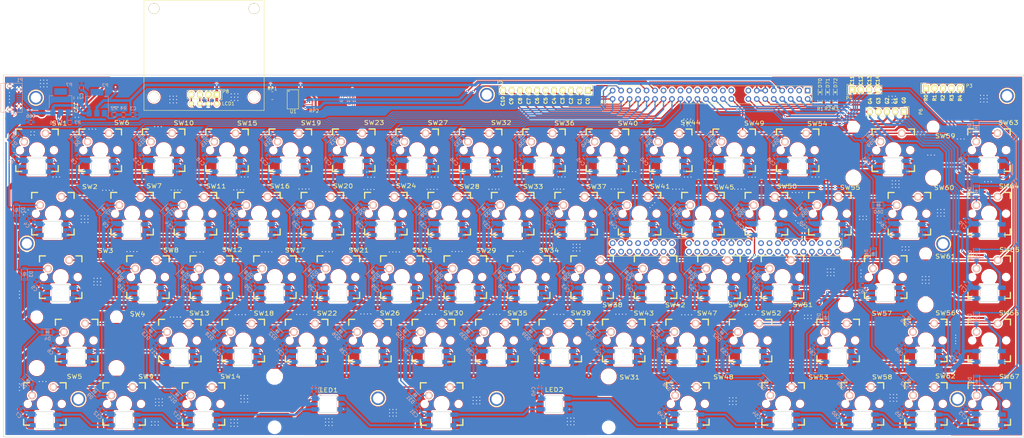
<source format=kicad_pcb>
(kicad_pcb (version 4) (host pcbnew 4.0.7)
  (layers (0 F.Cu signal) (31 B.Cu signal) (34 B.Paste user) (35 F.Paste user) (36 B.SilkS user) (37 F.SilkS user) (38 B.Mask user) (39 F.Mask user) (44 Edge.Cuts user))
  (net 0 "")
  (net 1 GND)
  (net 2 "Net-(D1-Pad2)")
  (net 3 "Net-(D2-Pad2)")
  (net 4 "Net-(D3-Pad2)")
  (net 5 "Net-(D4-Pad2)")
  (net 6 "Net-(D5-Pad2)")
  (net 7 "Net-(D6-Pad2)")
  (net 8 "Net-(D7-Pad2)")
  (net 9 "Net-(D8-Pad2)")
  (net 10 "Net-(D9-Pad2)")
  (net 11 "Net-(D10-Pad2)")
  (net 12 "Net-(D11-Pad2)")
  (net 13 "Net-(D12-Pad2)")
  (net 14 "Net-(D13-Pad2)")
  (net 15 "Net-(D14-Pad2)")
  (net 16 "Net-(D15-Pad2)")
  (net 17 "Net-(D16-Pad2)")
  (net 18 "Net-(D17-Pad2)")
  (net 19 "Net-(D18-Pad2)")
  (net 20 "Net-(D19-Pad2)")
  (net 21 "Net-(D20-Pad2)")
  (net 22 "Net-(D21-Pad2)")
  (net 23 "Net-(D22-Pad2)")
  (net 24 "Net-(D23-Pad2)")
  (net 25 "Net-(D24-Pad2)")
  (net 26 "Net-(D25-Pad2)")
  (net 27 "Net-(D26-Pad2)")
  (net 28 "Net-(D27-Pad2)")
  (net 29 "Net-(D28-Pad2)")
  (net 30 "Net-(D29-Pad2)")
  (net 31 "Net-(D30-Pad2)")
  (net 32 "Net-(D31-Pad2)")
  (net 33 "Net-(D32-Pad2)")
  (net 34 "Net-(D33-Pad2)")
  (net 35 "Net-(D34-Pad2)")
  (net 36 "Net-(D35-Pad2)")
  (net 37 "Net-(D36-Pad2)")
  (net 38 "Net-(D37-Pad2)")
  (net 39 "Net-(D38-Pad2)")
  (net 40 "Net-(D39-Pad2)")
  (net 41 "Net-(D40-Pad2)")
  (net 42 "Net-(D41-Pad2)")
  (net 43 "Net-(D42-Pad2)")
  (net 44 "Net-(D43-Pad2)")
  (net 45 "Net-(D44-Pad2)")
  (net 46 "Net-(D45-Pad2)")
  (net 47 "Net-(D46-Pad2)")
  (net 48 "Net-(D47-Pad2)")
  (net 49 "Net-(D48-Pad2)")
  (net 50 "Net-(D49-Pad2)")
  (net 51 "Net-(D50-Pad2)")
  (net 52 "Net-(D51-Pad2)")
  (net 53 "Net-(D52-Pad2)")
  (net 54 "Net-(D53-Pad2)")
  (net 55 "Net-(D54-Pad2)")
  (net 56 "Net-(D55-Pad2)")
  (net 57 "Net-(D57-Pad2)")
  (net 58 "Net-(D58-Pad2)")
  (net 59 "Net-(D59-Pad2)")
  (net 60 "Net-(D60-Pad2)")
  (net 61 "Net-(D61-Pad2)")
  (net 62 "Net-(D62-Pad2)")
  (net 63 "Net-(D70-Pad2)")
  (net 64 "Net-(D71-Pad2)")
  (net 65 "Net-(D72-Pad2)")
  (net 66 "Net-(P1-Pad4)")
  (net 67 "Net-(P2-Pad1)")
  (net 68 "Net-(SW1-Pad6)")
  (net 69 +5V)
  (net 70 "Net-(SW1-Pad4)")
  (net 71 "Net-(SW2-Pad6)")
  (net 72 "Net-(SW2-Pad4)")
  (net 73 "Net-(SW3-Pad6)")
  (net 74 "Net-(SW3-Pad4)")
  (net 75 "Net-(SW13-Pad4)")
  (net 76 "Net-(SW4-Pad4)")
  (net 77 "Net-(SW5-Pad6)")
  (net 78 "Net-(SW5-Pad4)")
  (net 79 "Net-(SW10-Pad4)")
  (net 80 "Net-(SW11-Pad4)")
  (net 81 "Net-(SW12-Pad4)")
  (net 82 "Net-(SW10-Pad6)")
  (net 83 "Net-(SW11-Pad6)")
  (net 84 "Net-(SW12-Pad6)")
  (net 85 "Net-(SW13-Pad6)")
  (net 86 "Net-(LED1-Pad2)")
  (net 87 "Net-(SW14-Pad4)")
  (net 88 "Net-(SW15-Pad6)")
  (net 89 "Net-(SW16-Pad6)")
  (net 90 "Net-(SW17-Pad6)")
  (net 91 "Net-(SW18-Pad6)")
  (net 92 "Net-(SW19-Pad6)")
  (net 93 "Net-(SW20-Pad6)")
  (net 94 "Net-(SW21-Pad6)")
  (net 95 "Net-(SW22-Pad6)")
  (net 96 "Net-(SW23-Pad6)")
  (net 97 "Net-(SW24-Pad6)")
  (net 98 "Net-(SW25-Pad6)")
  (net 99 "Net-(SW26-Pad6)")
  (net 100 "Net-(SW27-Pad6)")
  (net 101 "Net-(SW28-Pad6)")
  (net 102 "Net-(SW29-Pad6)")
  (net 103 "Net-(SW30-Pad6)")
  (net 104 "Net-(LED2-Pad2)")
  (net 105 "Net-(LED1-Pad4)")
  (net 106 "Net-(SW32-Pad6)")
  (net 107 "Net-(SW33-Pad6)")
  (net 108 "Net-(SW34-Pad6)")
  (net 109 "Net-(SW35-Pad6)")
  (net 110 "Net-(SW36-Pad6)")
  (net 111 "Net-(SW37-Pad6)")
  (net 112 "Net-(SW38-Pad6)")
  (net 113 "Net-(SW39-Pad6)")
  (net 114 "Net-(SW40-Pad6)")
  (net 115 "Net-(SW41-Pad6)")
  (net 116 "Net-(SW42-Pad6)")
  (net 117 "Net-(SW43-Pad6)")
  (net 118 "Net-(SW44-Pad6)")
  (net 119 "Net-(SW45-Pad6)")
  (net 120 "Net-(SW46-Pad6)")
  (net 121 "Net-(SW47-Pad6)")
  (net 122 "Net-(SW48-Pad6)")
  (net 123 "Net-(LED2-Pad4)")
  (net 124 "Net-(SW49-Pad6)")
  (net 125 "Net-(SW50-Pad6)")
  (net 126 "Net-(SW51-Pad6)")
  (net 127 "Net-(SW52-Pad6)")
  (net 128 "Net-(SW53-Pad6)")
  (net 129 "Net-(SW54-Pad6)")
  (net 130 "Net-(SW55-Pad6)")
  (net 131 "Net-(SW58-Pad6)")
  (net 132 "Net-(C2-Pad1)")
  (net 133 "Net-(P1-Pad2)")
  (net 134 "Net-(P1-Pad3)")
  (net 135 "Net-(H1-Pad1)")
  (net 136 "Net-(H1-Pad3)")
  (net 137 "Net-(H1-Pad5)")
  (net 138 "Net-(H1-Pad15)")
  (net 139 "Net-(H1-Pad17)")
  (net 140 "Net-(H1-Pad19)")
  (net 141 "Net-(H1-Pad21)")
  (net 142 "Net-(H1-Pad23)")
  (net 143 "Net-(H1-Pad25)")
  (net 144 "Net-(H1-Pad27)")
  (net 145 "Net-(H1-Pad29)")
  (net 146 "Net-(H1-Pad31)")
  (net 147 "Net-(H1-Pad33)")
  (net 148 "Net-(H1-Pad39)")
  (net 149 "Net-(H1-Pad41)")
  (net 150 "Net-(H1-Pad47)")
  (net 151 "Net-(H1-Pad79)")
  (net 152 "Net-(H1-Pad77)")
  (net 153 "Net-(H1-Pad80)")
  (net 154 "Net-(H1-Pad82)")
  (net 155 "Net-(H1-Pad100)")
  (net 156 "Net-(H1-Pad97)")
  (net 157 "Net-(H1-Pad99)")
  (net 158 "Net-(H1-Pad72)")
  (net 159 "Net-(H1-Pad74)")
  (net 160 "Net-(H1-Pad75)")
  (net 161 "Net-(H1-Pad76)")
  (net 162 "Net-(H1-Pad59)")
  (net 163 "Net-(H1-Pad57)")
  (net 164 "Net-(H1-Pad62)")
  (net 165 "Net-(H1-Pad69)")
  (net 166 "Net-(H1-Pad63)")
  (net 167 "Net-(H1-Pad64)")
  (net 168 "Net-(H1-Pad65)")
  (net 169 "Net-(H1-Pad66)")
  (net 170 "Net-(H1-Pad67)")
  (net 171 "Net-(H1-Pad70)")
  (net 172 "Net-(H1-Pad92)")
  (net 173 "Net-(H1-Pad78)")
  (net 174 "Net-(H1-Pad86)")
  (net 175 "Net-(H1-Pad94)")
  (net 176 "Net-(H1-Pad96)")
  (net 177 "Net-(H1-Pad93)")
  (net 178 "Net-(H1-Pad98)")
  (net 179 "Net-(H1-Pad91)")
  (net 180 "Net-(H1-Pad89)")
  (net 181 "Net-(H1-Pad87)")
  (net 182 "Net-(H1-Pad48)")
  (net 183 "Net-(H1-Pad53)")
  (net 184 "Net-(H1-Pad51)")
  (net 185 "Net-(H1-Pad49)")
  (net 186 "Net-(P7-Pad1)")
  (net 187 +3V3)
  (net 188 SCL)
  (net 189 SDA)
  (net 190 "Net-(RP1-Pad7)")
  (net 191 "Net-(RP1-Pad8)")
  (net 192 "Net-(RP1-Pad6)")
  (net 193 "Net-(RP1-Pad5)")
  (net 194 "Net-(RP2-Pad6)")
  (net 195 "Net-(RP2-Pad5)")
  (net 196 "Net-(D56-Pad2)")
  (net 197 "Net-(D63-Pad2)")
  (net 198 "Net-(D64-Pad2)")
  (net 199 "Net-(D65-Pad2)")
  (net 200 "Net-(D66-Pad2)")
  (net 201 "Net-(D67-Pad2)")
  (net 202 "Net-(SW56-Pad6)")
  (net 203 "Net-(SW56-Pad4)")
  (net 204 "Net-(SW59-Pad6)")
  (net 205 "Net-(SW60-Pad6)")
  (net 206 "Net-(SW61-Pad6)")
  (net 207 "Net-(SW62-Pad6)")
  (net 208 "Net-(H1-Pad81)")
  (net 209 "Net-(H1-Pad50)")
  (net 210 "Net-(H1-Pad95)")
  (net 211 /COL0)
  (net 212 /COL1)
  (net 213 /COL2)
  (net 214 /COL3)
  (net 215 /COL4)
  (net 216 /COL5)
  (net 217 /COL6)
  (net 218 /COL7)
  (net 219 /COL8)
  (net 220 /COL9)
  (net 221 /COL10)
  (net 222 /COL11)
  (net 223 /COL12)
  (net 224 /COL13)
  (net 225 /COL14)
  (net 226 /RGB3)
  (net 227 /RGB4)
  (net 228 /RGB2)
  (net 229 /RGB1)
  (net 230 /RGB0)
  (net 231 /LED2)
  (net 232 /LED1)
  (net 233 /LED0)
  (net 234 /ROW0)
  (net 235 /ROW3)
  (net 236 /ROW2)
  (net 237 /ROW4)
  (net 238 /ROW1)
  (net 239 "Net-(H1-Pad52)")
  (net 240 "Net-(H1-Pad85)")
  (net 241 "Net-(H1-Pad90)")
  (net 242 "Net-(H1-Pad73)")
  (net 243 "Net-(H1-Pad61)")
  (net 244 "Net-(H1-Pad68)")
  (net 245 "Net-(H1-Pad88)")
  (module keyboard:Stitching-Via-0.6mm (layer F.Cu) (at 287.945 -39.94 180)
    (fp_text reference REF**433 hide)
    (fp_text value Stitching-Via-0.6mm hide)
    (pad 1 thru_hole circle (at 0 0 180) (size 0.6 0.6) (drill 0.3) (layers *.Cu) (net 1 GND))
  )
  (module keyboard:Stitching-Via-0.6mm (layer F.Cu) (at 287.945 -40.74 180)
    (fp_text reference REF**433 hide)
    (fp_text value Stitching-Via-0.6mm hide)
    (pad 1 thru_hole circle (at 0 0 180) (size 0.6 0.6) (drill 0.3) (layers *.Cu) (net 1 GND))
  )
  (module keyboard:Stitching-Via-0.6mm (layer F.Cu) (at 259.59 -60.93 180)
    (fp_text reference REF**432 hide)
    (fp_text value Stitching-Via-0.6mm hide)
    (pad 1 thru_hole circle (at 0 0 180) (size 0.6 0.6) (drill 0.3) (layers *.Cu) (net 1 GND))
  )
  (module keyboard:Stitching-Via-0.6mm (layer F.Cu) (at 259.59 -59.93 180)
    (fp_text reference REF**433 hide)
    (fp_text value Stitching-Via-0.6mm hide)
    (pad 1 thru_hole circle (at 0 0 180) (size 0.6 0.6) (drill 0.3) (layers *.Cu) (net 1 GND))
  )
  (module keyboard:Stitching-Via-0.6mm (layer F.Cu) (at 259.59 -61.93 180)
    (fp_text reference REF**431 hide)
    (fp_text value Stitching-Via-0.6mm hide)
    (pad 1 thru_hole circle (at 0 0 180) (size 0.6 0.6) (drill 0.3) (layers *.Cu) (net 1 GND))
  )
  (module keyboard:Nucleo144 (layer F.Cu) (at 185.196158 -113.200914 180)
    (fp_text reference H1 (at 2.706158 -1.010914 180) (layer F.SilkS))
    (fp_text value Nucleo144_H0 hide)
    (pad 1 thru_hole rect (at -58.423842 2.539086 270) (size 1.7 1.7) (drill 1) (layers *.Cu *.Mask) (net 135 "Net-(H1-Pad1)"))
    (pad 2 thru_hole oval (at -58.423842 -0.000914 270) (size 1.7 1.7) (drill 1) (layers *.Cu *.Mask) (net 226 /RGB3))
    (pad 3 thru_hole oval (at -55.883842 2.539086 270) (size 1.7 1.7) (drill 1) (layers *.Cu *.Mask) (net 136 "Net-(H1-Pad3)"))
    (pad 4 thru_hole oval (at -55.883842 -0.000914 270) (size 1.7 1.7) (drill 1) (layers *.Cu *.Mask) (net 227 /RGB4))
    (pad 5 thru_hole oval (at -53.343842 2.539086 270) (size 1.7 1.7) (drill 1) (layers *.Cu *.Mask) (net 137 "Net-(H1-Pad5)"))
    (pad 6 thru_hole oval (at -53.343842 -0.000914 270) (size 1.7 1.7) (drill 1) (layers *.Cu *.Mask) (net 228 /RGB2))
    (pad 7 thru_hole oval (at -50.803842 2.539086 270) (size 1.7 1.7) (drill 1) (layers *.Cu *.Mask) (net 187 +3V3))
    (pad 8 thru_hole oval (at -50.803842 -0.000914 270) (size 1.7 1.7) (drill 1) (layers *.Cu *.Mask) (net 229 /RGB1))
    (pad 9 thru_hole oval (at -48.263842 2.539086 270) (size 1.7 1.7) (drill 1) (layers *.Cu *.Mask) (net 69 +5V))
    (pad 10 thru_hole oval (at -48.263842 -0.000914 270) (size 1.7 1.7) (drill 1) (layers *.Cu *.Mask) (net 230 /RGB0))
    (pad 11 thru_hole oval (at -45.723842 2.539086 270) (size 1.7 1.7) (drill 1) (layers *.Cu *.Mask) (net 1 GND))
    (pad 12 thru_hole oval (at -45.723842 -0.000914 270) (size 1.7 1.7) (drill 1) (layers *.Cu *.Mask) (net 231 /LED2))
    (pad 13 thru_hole oval (at -43.183842 2.539086 270) (size 1.7 1.7) (drill 1) (layers *.Cu *.Mask) (net 1 GND))
    (pad 14 thru_hole oval (at -43.183842 -0.000914 270) (size 1.7 1.7) (drill 1) (layers *.Cu *.Mask) (net 232 /LED1))
    (pad 15 thru_hole oval (at -40.643842 2.539086 270) (size 1.7 1.7) (drill 1) (layers *.Cu *.Mask) (net 138 "Net-(H1-Pad15)"))
    (pad 16 thru_hole oval (at -40.643842 -0.000914 270) (size 1.7 1.7) (drill 1) (layers *.Cu *.Mask) (net 233 /LED0))
    (pad 17 thru_hole oval (at -35.563842 2.539086 270) (size 1.7 1.7) (drill 1) (layers *.Cu *.Mask) (net 139 "Net-(H1-Pad17)"))
    (pad 18 thru_hole oval (at -35.563842 -0.000914 270) (size 1.7 1.7) (drill 1) (layers *.Cu *.Mask) (net 234 /ROW0))
    (pad 19 thru_hole oval (at -33.023842 2.539086 270) (size 1.7 1.7) (drill 1) (layers *.Cu *.Mask) (net 140 "Net-(H1-Pad19)"))
    (pad 20 thru_hole oval (at -33.023842 -0.000914 270) (size 1.7 1.7) (drill 1) (layers *.Cu *.Mask) (net 225 /COL14))
    (pad 21 thru_hole oval (at -30.483842 2.539086 270) (size 1.7 1.7) (drill 1) (layers *.Cu *.Mask) (net 141 "Net-(H1-Pad21)"))
    (pad 22 thru_hole oval (at -30.483842 -0.000914 270) (size 1.7 1.7) (drill 1) (layers *.Cu *.Mask) (net 224 /COL13))
    (pad 23 thru_hole oval (at -27.943842 2.539086 270) (size 1.7 1.7) (drill 1) (layers *.Cu *.Mask) (net 142 "Net-(H1-Pad23)"))
    (pad 24 thru_hole oval (at -27.943842 -0.000914 270) (size 1.7 1.7) (drill 1) (layers *.Cu *.Mask) (net 223 /COL12))
    (pad 25 thru_hole oval (at -25.403842 2.539086 270) (size 1.7 1.7) (drill 1) (layers *.Cu *.Mask) (net 143 "Net-(H1-Pad25)"))
    (pad 26 thru_hole oval (at -25.403842 -0.000914 270) (size 1.7 1.7) (drill 1) (layers *.Cu *.Mask) (net 222 /COL11))
    (pad 27 thru_hole oval (at -22.863842 2.539086 270) (size 1.7 1.7) (drill 1) (layers *.Cu *.Mask) (net 144 "Net-(H1-Pad27)"))
    (pad 28 thru_hole oval (at -22.863842 -0.000914 270) (size 1.7 1.7) (drill 1) (layers *.Cu *.Mask) (net 1 GND))
    (pad 29 thru_hole oval (at -20.323842 2.539086 270) (size 1.7 1.7) (drill 1) (layers *.Cu *.Mask) (net 145 "Net-(H1-Pad29)"))
    (pad 30 thru_hole oval (at -20.323842 -0.000914 270) (size 1.7 1.7) (drill 1) (layers *.Cu *.Mask) (net 221 /COL10))
    (pad 31 thru_hole oval (at -17.783842 2.539086 270) (size 1.7 1.7) (drill 1) (layers *.Cu *.Mask) (net 146 "Net-(H1-Pad31)"))
    (pad 32 thru_hole oval (at -17.783842 -0.000914 270) (size 1.7 1.7) (drill 1) (layers *.Cu *.Mask) (net 220 /COL9))
    (pad 33 thru_hole oval (at -15.243842 2.539086 270) (size 1.7 1.7) (drill 1) (layers *.Cu *.Mask) (net 147 "Net-(H1-Pad33)"))
    (pad 34 thru_hole oval (at -15.243842 -0.000914 270) (size 1.7 1.7) (drill 1) (layers *.Cu *.Mask) (net 219 /COL8))
    (pad 35 thru_hole oval (at -12.703842 2.539086 270) (size 1.7 1.7) (drill 1) (layers *.Cu *.Mask) (net 188 SCL))
    (pad 36 thru_hole oval (at -12.703842 -0.000914 270) (size 1.7 1.7) (drill 1) (layers *.Cu *.Mask) (net 218 /COL7))
    (pad 37 thru_hole oval (at -10.163842 2.539086 270) (size 1.7 1.7) (drill 1) (layers *.Cu *.Mask) (net 189 SDA))
    (pad 38 thru_hole oval (at -10.163842 -0.000914 270) (size 1.7 1.7) (drill 1) (layers *.Cu *.Mask) (net 217 /COL6))
    (pad 39 thru_hole oval (at -7.623842 2.539086 270) (size 1.7 1.7) (drill 1) (layers *.Cu *.Mask) (net 148 "Net-(H1-Pad39)"))
    (pad 40 thru_hole oval (at -7.623842 -0.000914 270) (size 1.7 1.7) (drill 1) (layers *.Cu *.Mask) (net 216 /COL5))
    (pad 41 thru_hole oval (at -5.083842 2.539086 270) (size 1.7 1.7) (drill 1) (layers *.Cu *.Mask) (net 149 "Net-(H1-Pad41)"))
    (pad 42 thru_hole oval (at -5.083842 -0.000914 270) (size 1.7 1.7) (drill 1) (layers *.Cu *.Mask) (net 215 /COL4))
    (pad 43 thru_hole oval (at -2.543842 2.539086 270) (size 1.7 1.7) (drill 1) (layers *.Cu *.Mask) (net 211 /COL0))
    (pad 44 thru_hole oval (at -2.543842 -0.000914 270) (size 1.7 1.7) (drill 1) (layers *.Cu *.Mask) (net 214 /COL3))
    (pad 45 thru_hole oval (at -0.003842 2.539086 270) (size 1.7 1.7) (drill 1) (layers *.Cu *.Mask) (net 212 /COL1))
    (pad 46 thru_hole oval (at -0.003842 -0.000914 270) (size 1.7 1.7) (drill 1) (layers *.Cu *.Mask) (net 213 /COL2))
    (pad 47 thru_hole oval (at -67.31 -43.18 270) (size 1.7 1.7) (drill 1) (layers *.Cu *.Mask) (net 150 "Net-(H1-Pad47)"))
    (pad 48 thru_hole oval (at -67.31 -45.720914 270) (size 1.7 1.7) (drill 1) (layers *.Cu *.Mask) (net 182 "Net-(H1-Pad48)"))
    (pad 95 thru_hole oval (at -5.083842 -43.180914 270) (size 1.7 1.7) (drill 1) (layers *.Cu *.Mask) (net 210 "Net-(H1-Pad95)"))
    (pad 91 thru_hole oval (at -10.163842 -43.180914 270) (size 1.7 1.7) (drill 1) (layers *.Cu *.Mask) (net 179 "Net-(H1-Pad91)"))
    (pad 92 thru_hole oval (at -10.163842 -45.720914 270) (size 1.7 1.7) (drill 1) (layers *.Cu *.Mask) (net 172 "Net-(H1-Pad92)"))
    (pad 93 thru_hole oval (at -7.623842 -43.180914 270) (size 1.7 1.7) (drill 1) (layers *.Cu *.Mask) (net 177 "Net-(H1-Pad93)"))
    (pad 94 thru_hole oval (at -7.623842 -45.720914 270) (size 1.7 1.7) (drill 1) (layers *.Cu *.Mask) (net 175 "Net-(H1-Pad94)"))
    (pad 96 thru_hole oval (at -5.083842 -45.720914 270) (size 1.7 1.7) (drill 1) (layers *.Cu *.Mask) (net 176 "Net-(H1-Pad96)"))
    (pad 81 thru_hole oval (at -22.863842 -43.180914 270) (size 1.7 1.7) (drill 1) (layers *.Cu *.Mask) (net 208 "Net-(H1-Pad81)"))
    (pad 79 thru_hole oval (at -25.403842 -43.180914 270) (size 1.7 1.7) (drill 1) (layers *.Cu *.Mask) (net 151 "Net-(H1-Pad79)"))
    (pad 78 thru_hole oval (at -27.943842 -45.720914 270) (size 1.7 1.7) (drill 1) (layers *.Cu *.Mask) (net 173 "Net-(H1-Pad78)"))
    (pad 77 thru_hole oval (at -27.943842 -43.180914 270) (size 1.7 1.7) (drill 1) (layers *.Cu *.Mask) (net 152 "Net-(H1-Pad77)"))
    (pad 80 thru_hole oval (at -25.403842 -45.720914 270) (size 1.7 1.7) (drill 1) (layers *.Cu *.Mask) (net 153 "Net-(H1-Pad80)"))
    (pad 82 thru_hole oval (at -22.863842 -45.720914 270) (size 1.7 1.7) (drill 1) (layers *.Cu *.Mask) (net 154 "Net-(H1-Pad82)"))
    (pad 89 thru_hole oval (at -12.703842 -43.180914 270) (size 1.7 1.7) (drill 1) (layers *.Cu *.Mask) (net 180 "Net-(H1-Pad89)"))
    (pad 86 thru_hole oval (at -17.783842 -45.720914 270) (size 1.7 1.7) (drill 1) (layers *.Cu *.Mask) (net 174 "Net-(H1-Pad86)"))
    (pad 87 thru_hole oval (at -15.243842 -43.180914 270) (size 1.7 1.7) (drill 1) (layers *.Cu *.Mask) (net 181 "Net-(H1-Pad87)"))
    (pad 88 thru_hole oval (at -15.243842 -45.720914 270) (size 1.7 1.7) (drill 1) (layers *.Cu *.Mask) (net 245 "Net-(H1-Pad88)"))
    (pad 85 thru_hole oval (at -17.783842 -43.180914 270) (size 1.7 1.7) (drill 1) (layers *.Cu *.Mask) (net 240 "Net-(H1-Pad85)"))
    (pad 90 thru_hole oval (at -12.703842 -45.720914 270) (size 1.7 1.7) (drill 1) (layers *.Cu *.Mask) (net 241 "Net-(H1-Pad90)"))
    (pad 100 thru_hole oval (at -0.003842 -45.720914 270) (size 1.7 1.7) (drill 1) (layers *.Cu *.Mask) (net 155 "Net-(H1-Pad100)"))
    (pad 97 thru_hole oval (at -2.543842 -43.180914 270) (size 1.7 1.7) (drill 1) (layers *.Cu *.Mask) (net 156 "Net-(H1-Pad97)"))
    (pad 99 thru_hole oval (at -0.003842 -43.180914 270) (size 1.7 1.7) (drill 1) (layers *.Cu *.Mask) (net 157 "Net-(H1-Pad99)"))
    (pad 98 thru_hole oval (at -2.543842 -45.720914 270) (size 1.7 1.7) (drill 1) (layers *.Cu *.Mask) (net 178 "Net-(H1-Pad98)"))
    (pad 71 thru_hole oval (at -35.563842 -43.180914 270) (size 1.7 1.7) (drill 1) (layers *.Cu *.Mask) (net 1 GND))
    (pad 72 thru_hole oval (at -35.563842 -45.720914 270) (size 1.7 1.7) (drill 1) (layers *.Cu *.Mask) (net 158 "Net-(H1-Pad72)"))
    (pad 73 thru_hole oval (at -33.023842 -43.180914 270) (size 1.7 1.7) (drill 1) (layers *.Cu *.Mask) (net 242 "Net-(H1-Pad73)"))
    (pad 74 thru_hole oval (at -33.023842 -45.720914 270) (size 1.7 1.7) (drill 1) (layers *.Cu *.Mask) (net 159 "Net-(H1-Pad74)"))
    (pad 75 thru_hole oval (at -30.483842 -43.180914 270) (size 1.7 1.7) (drill 1) (layers *.Cu *.Mask) (net 160 "Net-(H1-Pad75)"))
    (pad 76 thru_hole oval (at -30.483842 -45.720914 270) (size 1.7 1.7) (drill 1) (layers *.Cu *.Mask) (net 161 "Net-(H1-Pad76)"))
    (pad 61 thru_hole oval (at -49.533842 -43.180914 270) (size 1.7 1.7) (drill 1) (layers *.Cu *.Mask) (net 243 "Net-(H1-Pad61)"))
    (pad 58 thru_hole oval (at -54.613842 -45.720914 270) (size 1.7 1.7) (drill 1) (layers *.Cu *.Mask) (net 235 /ROW3))
    (pad 59 thru_hole oval (at -52.073842 -43.180914 270) (size 1.7 1.7) (drill 1) (layers *.Cu *.Mask) (net 162 "Net-(H1-Pad59)"))
    (pad 60 thru_hole oval (at -52.073842 -45.720914 270) (size 1.7 1.7) (drill 1) (layers *.Cu *.Mask) (net 236 /ROW2))
    (pad 57 thru_hole oval (at -54.613842 -43.180914 270) (size 1.7 1.7) (drill 1) (layers *.Cu *.Mask) (net 163 "Net-(H1-Pad57)"))
    (pad 56 thru_hole oval (at -57.153842 -45.720914 270) (size 1.7 1.7) (drill 1) (layers *.Cu *.Mask) (net 237 /ROW4))
    (pad 55 thru_hole oval (at -57.153842 -43.180914 270) (size 1.7 1.7) (drill 1) (layers *.Cu *.Mask) (net 238 /ROW1))
    (pad 62 thru_hole oval (at -49.533842 -45.720914 270) (size 1.7 1.7) (drill 1) (layers *.Cu *.Mask) (net 164 "Net-(H1-Pad62)"))
    (pad 53 thru_hole oval (at -59.693842 -43.180914 270) (size 1.7 1.7) (drill 1) (layers *.Cu *.Mask) (net 183 "Net-(H1-Pad53)"))
    (pad 51 thru_hole oval (at -62.233842 -43.180914 270) (size 1.7 1.7) (drill 1) (layers *.Cu *.Mask) (net 184 "Net-(H1-Pad51)"))
    (pad 49 thru_hole circle (at -64.773842 -43.180914 270) (size 1.7 1.7) (drill 1) (layers *.Cu *.Mask) (net 185 "Net-(H1-Pad49)"))
    (pad 50 thru_hole oval (at -64.773842 -45.720914 270) (size 1.7 1.7) (drill 1) (layers *.Cu *.Mask) (net 209 "Net-(H1-Pad50)"))
    (pad 52 thru_hole oval (at -62.233842 -45.720914 270) (size 1.7 1.7) (drill 1) (layers *.Cu *.Mask) (net 239 "Net-(H1-Pad52)"))
    (pad 54 thru_hole oval (at -59.693842 -45.720914 270) (size 1.7 1.7) (drill 1) (layers *.Cu *.Mask) (net 1 GND))
    (pad 69 thru_hole oval (at -38.103842 -43.180914 270) (size 1.7 1.7) (drill 1) (layers *.Cu *.Mask) (net 165 "Net-(H1-Pad69)"))
    (pad 63 thru_hole oval (at -46.993842 -43.180914 270) (size 1.7 1.7) (drill 1) (layers *.Cu *.Mask) (net 166 "Net-(H1-Pad63)"))
    (pad 64 thru_hole oval (at -46.993842 -45.720914 270) (size 1.7 1.7) (drill 1) (layers *.Cu *.Mask) (net 167 "Net-(H1-Pad64)"))
    (pad 65 thru_hole oval (at -44.453842 -43.180914 270) (size 1.7 1.7) (drill 1) (layers *.Cu *.Mask) (net 168 "Net-(H1-Pad65)"))
    (pad 66 thru_hole oval (at -44.453842 -45.720914 270) (size 1.7 1.7) (drill 1) (layers *.Cu *.Mask) (net 169 "Net-(H1-Pad66)"))
    (pad 67 thru_hole oval (at -40.64 -43.180914 270) (size 1.7 1.7) (drill 1) (layers *.Cu *.Mask) (net 170 "Net-(H1-Pad67)"))
    (pad 68 thru_hole oval (at -40.64 -45.72 270) (size 1.7 1.7) (drill 1) (layers *.Cu *.Mask) (net 244 "Net-(H1-Pad68)"))
    (pad 70 thru_hole oval (at -38.103842 -45.720914 270) (size 1.7 1.7) (drill 1) (layers *.Cu *.Mask) (net 171 "Net-(H1-Pad70)"))
  )
  (module keyboard:RGB_CHERRY_PCB_100H (layer F.Cu) (at 164.65 -97.85)
    (fp_text reference SW36 (at 6.115 -8.09) (layer F.SilkS) (effects (font (size 1.27 1.524) (thickness 0.2032))))
    (fp_text value 8 hide)
    (fp_line (start -2.7 2.3) (end 2.6 2.3) (layer Edge.Cuts) (width 0.15))
    (fp_line (start 2.6 7.4) (end -2.7 7.4) (layer Edge.Cuts) (width 0.15))
    (fp_line (start -2.7 2.3) (end -2.7 7.4) (layer Edge.Cuts) (width 0.15))
    (fp_line (start 2.6 2.3) (end 2.6 7.4) (layer Edge.Cuts) (width 0.15))
    (pad 1 thru_hole circle (at 2.54 -5.08) (size 2.286 2.286) (drill 1.4986) (layers *.Cu *.SilkS *.Mask) (net 234 /ROW0))
    (pad 2 thru_hole circle (at -3.81 -2.54) (size 2.286 2.286) (drill 1.4986) (layers *.Cu *.SilkS *.Mask) (net 37 "Net-(D36-Pad2)"))
    (pad HOLE np_thru_hole circle (at 0 0) (size 3.9878 3.9878) (drill 3.9878) (layers *.Cu))
    (pad HOLE np_thru_hole circle (at -5.08 0) (size 1.7018 1.7018) (drill 1.7018) (layers *.Cu))
    (pad HOLE np_thru_hole circle (at 5.08 0) (size 1.7018 1.7018) (drill 1.7018) (layers *.Cu))
    (pad 5 smd rect (at 2.7 6.4) (size 2.3 1.3) (drill (offset 1.1 0)) (layers B.Cu F.Paste) (net 1 GND))
    (pad 6 smd rect (at 2.7 3.2) (size 2.3 1.3) (drill (offset 1.1 0)) (layers B.Cu F.Paste) (net 110 "Net-(SW36-Pad6)"))
    (pad 3 smd rect (at -2.8 3.2) (size 2.3 1.3) (drill (offset -1.1 0)) (layers B.Cu F.Paste) (net 187 +3V3))
    (pad 4 smd rect (at -2.8 6.4) (size 2.3 1.3) (drill (offset -1.1 0)) (layers B.Cu F.Paste) (net 106 "Net-(SW32-Pad6)"))
  )
  (module keyboard:RGB_CHERRY_PCB_225H (layer F.Cu) (at 267.002 -59.87)
    (fp_text reference SW61 (at 17.863 -6.17) (layer F.SilkS) (effects (font (size 1.27 1.524) (thickness 0.2032))))
    (fp_text value Enter hide)
    (fp_line (start -2.7 2.3) (end 2.6 2.3) (layer Edge.Cuts) (width 0.15))
    (fp_line (start 2.6 7.4) (end -2.7 7.4) (layer Edge.Cuts) (width 0.15))
    (fp_line (start -2.7 2.3) (end -2.7 7.4) (layer Edge.Cuts) (width 0.15))
    (fp_line (start 2.6 2.3) (end 2.6 7.4) (layer Edge.Cuts) (width 0.15))
    (pad 1 thru_hole circle (at 2.54 -5.08) (size 2.286 2.286) (drill 1.4986) (layers *.Cu *.SilkS *.Mask) (net 236 /ROW2))
    (pad 2 thru_hole circle (at -3.81 -2.54) (size 2.286 2.286) (drill 1.4986) (layers *.Cu *.SilkS *.Mask) (net 61 "Net-(D61-Pad2)"))
    (pad HOLE np_thru_hole circle (at 0 0) (size 3.9878 3.9878) (drill 3.9878) (layers *.Cu))
    (pad HOLE np_thru_hole circle (at -5.08 0) (size 1.7018 1.7018) (drill 1.7018) (layers *.Cu))
    (pad HOLE np_thru_hole circle (at 5.08 0) (size 1.7018 1.7018) (drill 1.7018) (layers *.Cu))
    (pad HOLE np_thru_hole circle (at -11.938 -6.985) (size 3.048 3.048) (drill 3.048) (layers *.Cu))
    (pad HOLE np_thru_hole circle (at 11.938 -6.985) (size 3.048 3.048) (drill 3.048) (layers *.Cu))
    (pad HOLE np_thru_hole circle (at -11.938 8.255) (size 3.9878 3.9878) (drill 3.9878) (layers *.Cu))
    (pad HOLE np_thru_hole circle (at 11.938 8.255) (size 3.9878 3.9878) (drill 3.9878) (layers *.Cu))
    (pad 5 smd rect (at 2.7 6.4) (size 2.3 1.3) (drill (offset 1.1 0)) (layers B.Cu F.Paste) (net 1 GND))
    (pad 6 smd rect (at 2.7 3.2) (size 2.3 1.3) (drill (offset 1.1 0)) (layers B.Cu F.Paste) (net 206 "Net-(SW61-Pad6)"))
    (pad 3 smd rect (at -2.8 3.2) (size 2.3 1.3) (drill (offset -1.1 0)) (layers B.Cu F.Paste) (net 187 +3V3))
    (pad 4 smd rect (at -2.8 6.4) (size 2.3 1.3) (drill (offset -1.1 0)) (layers B.Cu F.Paste) (net 126 "Net-(SW51-Pad6)"))
  )
  (module keyboard:Stitching-Via-0.6mm (layer F.Cu) (at 93.365 -91.465 180)
    (fp_text reference REF**41 hide)
    (fp_text value Stitching-Via-0.6mm hide)
    (pad 1 thru_hole circle (at 0 0 180) (size 0.6 0.6) (drill 0.3) (layers *.Cu) (net 1 GND))
  )
  (module keyboard:Stitching-Via-0.6mm (layer F.Cu) (at 290.315 -77.39 180)
    (fp_text reference REF**41 hide)
    (fp_text value Stitching-Via-0.6mm hide)
    (pad 1 thru_hole circle (at 0 0 180) (size 0.6 0.6) (drill 0.3) (layers *.Cu) (net 1 GND))
  )
  (module keyboard:Stitching-Via-0.6mm (layer F.Cu) (at 302.615 -15.465 180)
    (fp_text reference REF**41 hide)
    (fp_text value Stitching-Via-0.6mm hide)
    (pad 1 thru_hole circle (at 0 0 180) (size 0.6 0.6) (drill 0.3) (layers *.Cu) (net 1 GND))
  )
  (module keyboard:Stitching-Via-0.6mm (layer F.Cu) (at 302.515 -90.94 180)
    (fp_text reference REF**41 hide)
    (fp_text value Stitching-Via-0.6mm hide)
    (pad 1 thru_hole circle (at 0 0 180) (size 0.6 0.6) (drill 0.3) (layers *.Cu) (net 1 GND))
  )
  (module keyboard:Stitching-Via-0.6mm (layer F.Cu) (at 302.54 -92.115 180)
    (fp_text reference REF**41 hide)
    (fp_text value Stitching-Via-0.6mm hide)
    (pad 1 thru_hole circle (at 0 0 180) (size 0.6 0.6) (drill 0.3) (layers *.Cu) (net 1 GND))
  )
  (module keyboard:Stitching-Via-0.6mm (layer F.Cu) (at 290.465 -58.44 180)
    (fp_text reference REF**41 hide)
    (fp_text value Stitching-Via-0.6mm hide)
    (pad 1 thru_hole circle (at 0 0 180) (size 0.6 0.6) (drill 0.3) (layers *.Cu) (net 1 GND))
  )
  (module keyboard:Stitching-Via-0.6mm (layer F.Cu) (at 302.715 -72.015 180)
    (fp_text reference REF**41 hide)
    (fp_text value Stitching-Via-0.6mm hide)
    (pad 1 thru_hole circle (at 0 0 180) (size 0.6 0.6) (drill 0.3) (layers *.Cu) (net 1 GND))
  )
  (module keyboard:Stitching-Via-0.6mm (layer F.Cu) (at 302.715 -72.99 180)
    (fp_text reference REF**41 hide)
    (fp_text value Stitching-Via-0.6mm hide)
    (pad 1 thru_hole circle (at 0 0 180) (size 0.6 0.6) (drill 0.3) (layers *.Cu) (net 1 GND))
  )
  (module keyboard:Stitching-Via-0.6mm (layer F.Cu) (at 302.665 -33.94 180)
    (fp_text reference REF**41 hide)
    (fp_text value Stitching-Via-0.6mm hide)
    (pad 1 thru_hole circle (at 0 0 180) (size 0.6 0.6) (drill 0.3) (layers *.Cu) (net 1 GND))
  )
  (module keyboard:Stitching-Via-0.6mm (layer F.Cu) (at 302.64 -35.04 180)
    (fp_text reference REF**41 hide)
    (fp_text value Stitching-Via-0.6mm hide)
    (pad 1 thru_hole circle (at 0 0 180) (size 0.6 0.6) (drill 0.3) (layers *.Cu) (net 1 GND))
  )
  (module keyboard:Stitching-Via-0.6mm (layer F.Cu) (at 302.665 -53.015 180)
    (fp_text reference REF**41 hide)
    (fp_text value Stitching-Via-0.6mm hide)
    (pad 1 thru_hole circle (at 0 0 180) (size 0.6 0.6) (drill 0.3) (layers *.Cu) (net 1 GND))
  )
  (module keyboard:Stitching-Via-0.6mm (layer F.Cu) (at 302.665 -54.04 180)
    (fp_text reference REF**41 hide)
    (fp_text value Stitching-Via-0.6mm hide)
    (pad 1 thru_hole circle (at 0 0 180) (size 0.6 0.6) (drill 0.3) (layers *.Cu) (net 1 GND))
  )
  (module keyboard:Stitching-Via-0.6mm (layer F.Cu) (at 271.565 -53.515 180)
    (fp_text reference REF**41 hide)
    (fp_text value Stitching-Via-0.6mm hide)
    (pad 1 thru_hole circle (at 0 0 180) (size 0.6 0.6) (drill 0.3) (layers *.Cu) (net 1 GND))
  )
  (module keyboard:Stitching-Via-0.6mm (layer F.Cu) (at 126.64 -53.44 180)
    (fp_text reference REF**41 hide)
    (fp_text value Stitching-Via-0.6mm hide)
    (pad 1 thru_hole circle (at 0 0 180) (size 0.6 0.6) (drill 0.3) (layers *.Cu) (net 1 GND))
  )
  (module keyboard:Stitching-Via-0.6mm (layer F.Cu) (at 107.615 -53.465 180)
    (fp_text reference REF**41 hide)
    (fp_text value Stitching-Via-0.6mm hide)
    (pad 1 thru_hole circle (at 0 0 180) (size 0.6 0.6) (drill 0.3) (layers *.Cu) (net 1 GND))
  )
  (module keyboard:Stitching-Via-0.6mm (layer F.Cu) (at 88.59 -53.515 180)
    (fp_text reference REF**41 hide)
    (fp_text value Stitching-Via-0.6mm hide)
    (pad 1 thru_hole circle (at 0 0 180) (size 0.6 0.6) (drill 0.3) (layers *.Cu) (net 1 GND))
  )
  (module keyboard:Stitching-Via-0.6mm (layer F.Cu) (at 69.64 -53.49 180)
    (fp_text reference REF**41 hide)
    (fp_text value Stitching-Via-0.6mm hide)
    (pad 1 thru_hole circle (at 0 0 180) (size 0.6 0.6) (drill 0.3) (layers *.Cu) (net 1 GND))
  )
  (module keyboard:Stitching-Via-0.6mm (layer F.Cu) (at 19.69 -15.44 180)
    (fp_text reference REF**41 hide)
    (fp_text value Stitching-Via-0.6mm hide)
    (pad 1 thru_hole circle (at 0 0 180) (size 0.6 0.6) (drill 0.3) (layers *.Cu) (net 1 GND))
  )
  (module keyboard:Stitching-Via-0.6mm (layer F.Cu) (at 43.44 -15.415 180)
    (fp_text reference REF**41 hide)
    (fp_text value Stitching-Via-0.6mm hide)
    (pad 1 thru_hole circle (at 0 0 180) (size 0.6 0.6) (drill 0.3) (layers *.Cu) (net 1 GND))
  )
  (module keyboard:Stitching-Via-0.6mm (layer F.Cu) (at 67.215 -15.49 180)
    (fp_text reference REF**41 hide)
    (fp_text value Stitching-Via-0.6mm hide)
    (pad 1 thru_hole circle (at 0 0 180) (size 0.6 0.6) (drill 0.3) (layers *.Cu) (net 1 GND))
  )
  (module keyboard:Stitching-Via-0.6mm (layer F.Cu) (at 104.565 -20.315 180)
    (fp_text reference REF**41 hide)
    (fp_text value Stitching-Via-0.6mm hide)
    (pad 1 thru_hole circle (at 0 0 180) (size 0.6 0.6) (drill 0.3) (layers *.Cu) (net 1 GND))
  )
  (module keyboard:Stitching-Via-0.6mm (layer F.Cu) (at 138.59 -15.415 180)
    (fp_text reference REF**41 hide)
    (fp_text value Stitching-Via-0.6mm hide)
    (pad 1 thru_hole circle (at 0 0 180) (size 0.6 0.6) (drill 0.3) (layers *.Cu) (net 1 GND))
  )
  (module keyboard:Stitching-Via-0.6mm (layer F.Cu) (at 172.24 -20.265 180)
    (fp_text reference REF**41 hide)
    (fp_text value Stitching-Via-0.6mm hide)
    (pad 1 thru_hole circle (at 0 0 180) (size 0.6 0.6) (drill 0.3) (layers *.Cu) (net 1 GND))
  )
  (module keyboard:Stitching-Via-0.6mm (layer F.Cu) (at 212.44 -15.49 180)
    (fp_text reference REF**41 hide)
    (fp_text value Stitching-Via-0.6mm hide)
    (pad 1 thru_hole circle (at 0 0 180) (size 0.6 0.6) (drill 0.3) (layers *.Cu) (net 1 GND))
  )
  (module keyboard:Stitching-Via-0.6mm (layer F.Cu) (at 283.615 -15.515 180)
    (fp_text reference REF**41 hide)
    (fp_text value Stitching-Via-0.6mm hide)
    (pad 1 thru_hole circle (at 0 0 180) (size 0.6 0.6) (drill 0.3) (layers *.Cu) (net 1 GND))
  )
  (module keyboard:Stitching-Via-0.6mm (layer F.Cu) (at 240.865 -15.515 180)
    (fp_text reference REF**41 hide)
    (fp_text value Stitching-Via-0.6mm hide)
    (pad 1 thru_hole circle (at 0 0 180) (size 0.6 0.6) (drill 0.3) (layers *.Cu) (net 1 GND))
  )
  (module keyboard:Stitching-Via-0.6mm (layer F.Cu) (at 264.665 -15.54 180)
    (fp_text reference REF**41 hide)
    (fp_text value Stitching-Via-0.6mm hide)
    (pad 1 thru_hole circle (at 0 0 180) (size 0.6 0.6) (drill 0.3) (layers *.Cu) (net 1 GND))
  )
  (module keyboard:Stitching-Via-0.6mm (layer F.Cu) (at 283.54 -34.49 180)
    (fp_text reference REF**41 hide)
    (fp_text value Stitching-Via-0.6mm hide)
    (pad 1 thru_hole circle (at 0 0 180) (size 0.6 0.6) (drill 0.3) (layers *.Cu) (net 1 GND))
  )
  (module keyboard:Stitching-Via-0.6mm (layer F.Cu) (at 257.315 -34.415 180)
    (fp_text reference REF**41 hide)
    (fp_text value Stitching-Via-0.6mm hide)
    (pad 1 thru_hole circle (at 0 0 180) (size 0.6 0.6) (drill 0.3) (layers *.Cu) (net 1 GND))
  )
  (module keyboard:Stitching-Via-0.6mm (layer F.Cu) (at 240.64 -53.49 180)
    (fp_text reference REF**41 hide)
    (fp_text value Stitching-Via-0.6mm hide)
    (pad 1 thru_hole circle (at 0 0 180) (size 0.6 0.6) (drill 0.3) (layers *.Cu) (net 1 GND))
  )
  (module keyboard:Stitching-Via-0.6mm (layer F.Cu) (at 145.615 -53.49 180)
    (fp_text reference REF**41 hide)
    (fp_text value Stitching-Via-0.6mm hide)
    (pad 1 thru_hole circle (at 0 0 180) (size 0.6 0.6) (drill 0.3) (layers *.Cu) (net 1 GND))
  )
  (module keyboard:Stitching-Via-0.6mm (layer F.Cu) (at 164.54 -53.465 180)
    (fp_text reference REF**41 hide)
    (fp_text value Stitching-Via-0.6mm hide)
    (pad 1 thru_hole circle (at 0 0 180) (size 0.6 0.6) (drill 0.3) (layers *.Cu) (net 1 GND))
  )
  (module keyboard:Stitching-Via-0.6mm (layer F.Cu) (at 183.615 -53.465 180)
    (fp_text reference REF**41 hide)
    (fp_text value Stitching-Via-0.6mm hide)
    (pad 1 thru_hole circle (at 0 0 180) (size 0.6 0.6) (drill 0.3) (layers *.Cu) (net 1 GND))
  )
  (module keyboard:Stitching-Via-0.6mm (layer F.Cu) (at 221.615 -53.465 180)
    (fp_text reference REF**41 hide)
    (fp_text value Stitching-Via-0.6mm hide)
    (pad 1 thru_hole circle (at 0 0 180) (size 0.6 0.6) (drill 0.3) (layers *.Cu) (net 1 GND))
  )
  (module keyboard:Stitching-Via-0.6mm (layer F.Cu) (at 202.69 -53.465 180)
    (fp_text reference REF**41 hide)
    (fp_text value Stitching-Via-0.6mm hide)
    (pad 1 thru_hole circle (at 0 0 180) (size 0.6 0.6) (drill 0.3) (layers *.Cu) (net 1 GND))
  )
  (module keyboard:Stitching-Via-0.6mm (layer F.Cu) (at 230.79 -34.465 180)
    (fp_text reference REF**41 hide)
    (fp_text value Stitching-Via-0.6mm hide)
    (pad 1 thru_hole circle (at 0 0 180) (size 0.6 0.6) (drill 0.3) (layers *.Cu) (net 1 GND))
  )
  (module keyboard:Stitching-Via-0.6mm (layer F.Cu) (at 211.74 -34.54 180)
    (fp_text reference REF**41 hide)
    (fp_text value Stitching-Via-0.6mm hide)
    (pad 1 thru_hole circle (at 0 0 180) (size 0.6 0.6) (drill 0.3) (layers *.Cu) (net 1 GND))
  )
  (module keyboard:Stitching-Via-0.6mm (layer F.Cu) (at 192.815 -34.515 180)
    (fp_text reference REF**41 hide)
    (fp_text value Stitching-Via-0.6mm hide)
    (pad 1 thru_hole circle (at 0 0 180) (size 0.6 0.6) (drill 0.3) (layers *.Cu) (net 1 GND))
  )
  (module keyboard:Stitching-Via-0.6mm (layer F.Cu) (at 173.815 -34.515 180)
    (fp_text reference REF**41 hide)
    (fp_text value Stitching-Via-0.6mm hide)
    (pad 1 thru_hole circle (at 0 0 180) (size 0.6 0.6) (drill 0.3) (layers *.Cu) (net 1 GND))
  )
  (module keyboard:Stitching-Via-0.6mm (layer F.Cu) (at 154.815 -34.49 180)
    (fp_text reference REF**41 hide)
    (fp_text value Stitching-Via-0.6mm hide)
    (pad 1 thru_hole circle (at 0 0 180) (size 0.6 0.6) (drill 0.3) (layers *.Cu) (net 1 GND))
  )
  (module keyboard:Stitching-Via-0.6mm (layer F.Cu) (at 135.765 -34.465 180)
    (fp_text reference REF**41 hide)
    (fp_text value Stitching-Via-0.6mm hide)
    (pad 1 thru_hole circle (at 0 0 180) (size 0.6 0.6) (drill 0.3) (layers *.Cu) (net 1 GND))
  )
  (module keyboard:Stitching-Via-0.6mm (layer F.Cu) (at 116.765 -34.465 180)
    (fp_text reference REF**41 hide)
    (fp_text value Stitching-Via-0.6mm hide)
    (pad 1 thru_hole circle (at 0 0 180) (size 0.6 0.6) (drill 0.3) (layers *.Cu) (net 1 GND))
  )
  (module keyboard:Stitching-Via-0.6mm (layer F.Cu) (at 97.865 -34.44 180)
    (fp_text reference REF**41 hide)
    (fp_text value Stitching-Via-0.6mm hide)
    (pad 1 thru_hole circle (at 0 0 180) (size 0.6 0.6) (drill 0.3) (layers *.Cu) (net 1 GND))
  )
  (module keyboard:Stitching-Via-0.6mm (layer F.Cu) (at 78.915 -34.465 180)
    (fp_text reference REF**41 hide)
    (fp_text value Stitching-Via-0.6mm hide)
    (pad 1 thru_hole circle (at 0 0 180) (size 0.6 0.6) (drill 0.3) (layers *.Cu) (net 1 GND))
  )
  (module keyboard:Stitching-Via-0.6mm (layer F.Cu) (at 59.89 -34.465 180)
    (fp_text reference REF**41 hide)
    (fp_text value Stitching-Via-0.6mm hide)
    (pad 1 thru_hole circle (at 0 0 180) (size 0.6 0.6) (drill 0.3) (layers *.Cu) (net 1 GND))
  )
  (module keyboard:Stitching-Via-0.6mm (layer F.Cu) (at 29.12 -34.51 180)
    (fp_text reference REF**41 hide)
    (fp_text value Stitching-Via-0.6mm hide)
    (pad 1 thru_hole circle (at 0 0 180) (size 0.6 0.6) (drill 0.3) (layers *.Cu) (net 1 GND))
  )
  (module keyboard:Stitching-Via-0.6mm (layer F.Cu) (at 24.365 -53.49 180)
    (fp_text reference REF**41 hide)
    (fp_text value Stitching-Via-0.6mm hide)
    (pad 1 thru_hole circle (at 0 0 180) (size 0.6 0.6) (drill 0.3) (layers *.Cu) (net 1 GND))
  )
  (module keyboard:Stitching-Via-0.6mm (layer F.Cu) (at 50.265 -53.54 180)
    (fp_text reference REF**41 hide)
    (fp_text value Stitching-Via-0.6mm hide)
    (pad 1 thru_hole circle (at 0 0 180) (size 0.6 0.6) (drill 0.3) (layers *.Cu) (net 1 GND))
  )
  (module keyboard:Stitching-Via-0.6mm (layer F.Cu) (at 17.14 -91.39 180)
    (fp_text reference REF**11 hide)
    (fp_text value Stitching-Via-0.6mm hide)
    (pad 1 thru_hole circle (at 0 0 180) (size 0.6 0.6) (drill 0.3) (layers *.Cu) (net 1 GND))
  )
  (module keyboard:Stitching-Via-0.6mm (layer F.Cu) (at 21.79 -72.415 180)
    (fp_text reference REF**11 hide)
    (fp_text value Stitching-Via-0.6mm hide)
    (pad 1 thru_hole circle (at 0 0 180) (size 0.6 0.6) (drill 0.3) (layers *.Cu) (net 1 GND))
  )
  (module keyboard:Stitching-Via-0.6mm (layer F.Cu) (at 45.665 -72.465 180)
    (fp_text reference REF**11 hide)
    (fp_text value Stitching-Via-0.6mm hide)
    (pad 1 thru_hole circle (at 0 0 180) (size 0.6 0.6) (drill 0.3) (layers *.Cu) (net 1 GND))
  )
  (module keyboard:Stitching-Via-0.6mm (layer F.Cu) (at 64.465 -72.415 180)
    (fp_text reference REF**11 hide)
    (fp_text value Stitching-Via-0.6mm hide)
    (pad 1 thru_hole circle (at 0 0 180) (size 0.6 0.6) (drill 0.3) (layers *.Cu) (net 1 GND))
  )
  (module keyboard:Stitching-Via-0.6mm (layer F.Cu) (at 83.54 -72.415 180)
    (fp_text reference REF**11 hide)
    (fp_text value Stitching-Via-0.6mm hide)
    (pad 1 thru_hole circle (at 0 0 180) (size 0.6 0.6) (drill 0.3) (layers *.Cu) (net 1 GND))
  )
  (module keyboard:Stitching-Via-0.6mm (layer F.Cu) (at 102.465 -72.515 180)
    (fp_text reference REF**11 hide)
    (fp_text value Stitching-Via-0.6mm hide)
    (pad 1 thru_hole circle (at 0 0 180) (size 0.6 0.6) (drill 0.3) (layers *.Cu) (net 1 GND))
  )
  (module keyboard:Stitching-Via-0.6mm (layer F.Cu) (at 121.39 -72.415 180)
    (fp_text reference REF**11 hide)
    (fp_text value Stitching-Via-0.6mm hide)
    (pad 1 thru_hole circle (at 0 0 180) (size 0.6 0.6) (drill 0.3) (layers *.Cu) (net 1 GND))
  )
  (module keyboard:Stitching-Via-0.6mm (layer F.Cu) (at 140.415 -72.465 180)
    (fp_text reference REF**11 hide)
    (fp_text value Stitching-Via-0.6mm hide)
    (pad 1 thru_hole circle (at 0 0 180) (size 0.6 0.6) (drill 0.3) (layers *.Cu) (net 1 GND))
  )
  (module keyboard:Stitching-Via-0.6mm (layer F.Cu) (at 159.465 -72.465 180)
    (fp_text reference REF**11 hide)
    (fp_text value Stitching-Via-0.6mm hide)
    (pad 1 thru_hole circle (at 0 0 180) (size 0.6 0.6) (drill 0.3) (layers *.Cu) (net 1 GND))
  )
  (module keyboard:Stitching-Via-0.6mm (layer F.Cu) (at 216.49 -72.465 180)
    (fp_text reference REF**11 hide)
    (fp_text value Stitching-Via-0.6mm hide)
    (pad 1 thru_hole circle (at 0 0 180) (size 0.6 0.6) (drill 0.3) (layers *.Cu) (net 1 GND))
  )
  (module keyboard:Stitching-Via-0.6mm (layer F.Cu) (at 197.39 -72.365 180)
    (fp_text reference REF**11 hide)
    (fp_text value Stitching-Via-0.6mm hide)
    (pad 1 thru_hole circle (at 0 0 180) (size 0.6 0.6) (drill 0.3) (layers *.Cu) (net 1 GND))
  )
  (module keyboard:Stitching-Via-0.6mm (layer F.Cu) (at 178.54 -72.515 180)
    (fp_text reference REF**11 hide)
    (fp_text value Stitching-Via-0.6mm hide)
    (pad 1 thru_hole circle (at 0 0 180) (size 0.6 0.6) (drill 0.3) (layers *.Cu) (net 1 GND))
  )
  (module keyboard:Stitching-Via-0.6mm (layer F.Cu) (at 278.19 -72.515 180)
    (fp_text reference REF**11 hide)
    (fp_text value Stitching-Via-0.6mm hide)
    (pad 1 thru_hole circle (at 0 0 180) (size 0.6 0.6) (drill 0.3) (layers *.Cu) (net 1 GND))
  )
  (module keyboard:Stitching-Via-0.6mm (layer F.Cu) (at 273.34 -91.515 180)
    (fp_text reference REF**11 hide)
    (fp_text value Stitching-Via-0.6mm hide)
    (pad 1 thru_hole circle (at 0 0 180) (size 0.6 0.6) (drill 0.3) (layers *.Cu) (net 1 GND))
  )
  (module keyboard:Stitching-Via-0.6mm (layer F.Cu) (at 244.64 -91.465 180)
    (fp_text reference REF**11 hide)
    (fp_text value Stitching-Via-0.6mm hide)
    (pad 1 thru_hole circle (at 0 0 180) (size 0.6 0.6) (drill 0.3) (layers *.Cu) (net 1 GND))
  )
  (module keyboard:Stitching-Via-0.6mm (layer F.Cu) (at 225.69 -91.415 180)
    (fp_text reference REF**11 hide)
    (fp_text value Stitching-Via-0.6mm hide)
    (pad 1 thru_hole circle (at 0 0 180) (size 0.6 0.6) (drill 0.3) (layers *.Cu) (net 1 GND))
  )
  (module keyboard:Stitching-Via-0.6mm (layer F.Cu) (at 206.59 -91.54 180)
    (fp_text reference REF**11 hide)
    (fp_text value Stitching-Via-0.6mm hide)
    (pad 1 thru_hole circle (at 0 0 180) (size 0.6 0.6) (drill 0.3) (layers *.Cu) (net 1 GND))
  )
  (module keyboard:Stitching-Via-0.6mm (layer F.Cu) (at 187.69 -91.54 180)
    (fp_text reference REF**11 hide)
    (fp_text value Stitching-Via-0.6mm hide)
    (pad 1 thru_hole circle (at 0 0 180) (size 0.6 0.6) (drill 0.3) (layers *.Cu) (net 1 GND))
  )
  (module keyboard:Stitching-Via-0.6mm (layer F.Cu) (at 168.64 -91.515 180)
    (fp_text reference REF**11 hide)
    (fp_text value Stitching-Via-0.6mm hide)
    (pad 1 thru_hole circle (at 0 0 180) (size 0.6 0.6) (drill 0.3) (layers *.Cu) (net 1 GND))
  )
  (module keyboard:Stitching-Via-0.6mm (layer F.Cu) (at 149.515 -91.415 180)
    (fp_text reference REF**11 hide)
    (fp_text value Stitching-Via-0.6mm hide)
    (pad 1 thru_hole circle (at 0 0 180) (size 0.6 0.6) (drill 0.3) (layers *.Cu) (net 1 GND))
  )
  (module keyboard:Stitching-Via-0.6mm (layer F.Cu) (at 130.59 -91.415 180)
    (fp_text reference REF**11 hide)
    (fp_text value Stitching-Via-0.6mm hide)
    (pad 1 thru_hole circle (at 0 0 180) (size 0.6 0.6) (drill 0.3) (layers *.Cu) (net 1 GND))
  )
  (module keyboard:Stitching-Via-0.6mm (layer F.Cu) (at 111.565 -91.365 180)
    (fp_text reference REF**11 hide)
    (fp_text value Stitching-Via-0.6mm hide)
    (pad 1 thru_hole circle (at 0 0 180) (size 0.6 0.6) (drill 0.3) (layers *.Cu) (net 1 GND))
  )
  (module keyboard:Stitching-Via-0.6mm (layer F.Cu) (at 73.79 -91.415 180)
    (fp_text reference REF**11 hide)
    (fp_text value Stitching-Via-0.6mm hide)
    (pad 1 thru_hole circle (at 0 0 180) (size 0.6 0.6) (drill 0.3) (layers *.Cu) (net 1 GND))
  )
  (module keyboard:Stitching-Via-0.6mm (layer F.Cu) (at 54.715 -91.465 180)
    (fp_text reference REF**11 hide)
    (fp_text value Stitching-Via-0.6mm hide)
    (pad 1 thru_hole circle (at 0 0 180) (size 0.6 0.6) (drill 0.3) (layers *.Cu) (net 1 GND))
  )
  (module keyboard:Stitching-Via-0.6mm (layer F.Cu) (at 35.74 -91.465 180)
    (fp_text reference REF**11 hide)
    (fp_text value Stitching-Via-0.6mm hide)
    (pad 1 thru_hole circle (at 0 0 180) (size 0.6 0.6) (drill 0.3) (layers *.Cu) (net 1 GND))
  )
  (module keyboard:Stitching-Via-0.6mm (layer F.Cu) (at 30.34 -104.165 180)
    (fp_text reference REF**433 hide)
    (fp_text value Stitching-Via-0.6mm hide)
    (pad 1 thru_hole circle (at 0 0 180) (size 0.6 0.6) (drill 0.3) (layers *.Cu) (net 1 GND))
  )
  (module keyboard:Stitching-Via-0.6mm (layer F.Cu) (at 29.34 -104.165 180)
    (fp_text reference REF**423 hide)
    (fp_text value Stitching-Via-0.6mm hide)
    (pad 1 thru_hole circle (at 0 0 180) (size 0.6 0.6) (drill 0.3) (layers *.Cu) (net 1 GND))
  )
  (module keyboard:Stitching-Via-0.6mm (layer F.Cu) (at 28.34 -104.165 180)
    (fp_text reference REF**413 hide)
    (fp_text value Stitching-Via-0.6mm hide)
    (pad 1 thru_hole circle (at 0 0 180) (size 0.6 0.6) (drill 0.3) (layers *.Cu) (net 1 GND))
  )
  (module keyboard:Stitching-Via-0.6mm (layer F.Cu) (at 50.015 -104.915 180)
    (fp_text reference REF**433 hide)
    (fp_text value Stitching-Via-0.6mm hide)
    (pad 1 thru_hole circle (at 0 0 180) (size 0.6 0.6) (drill 0.3) (layers *.Cu) (net 1 GND))
  )
  (module keyboard:Stitching-Via-0.6mm (layer F.Cu) (at 49.015 -104.915 180)
    (fp_text reference REF**423 hide)
    (fp_text value Stitching-Via-0.6mm hide)
    (pad 1 thru_hole circle (at 0 0 180) (size 0.6 0.6) (drill 0.3) (layers *.Cu) (net 1 GND))
  )
  (module keyboard:Stitching-Via-0.6mm (layer F.Cu) (at 48.015 -104.915 180)
    (fp_text reference REF**413 hide)
    (fp_text value Stitching-Via-0.6mm hide)
    (pad 1 thru_hole circle (at 0 0 180) (size 0.6 0.6) (drill 0.3) (layers *.Cu) (net 1 GND))
  )
  (module keyboard:Stitching-Via-0.6mm (layer F.Cu) (at 287.945 -41.64 180)
    (fp_text reference REF**433 hide)
    (fp_text value Stitching-Via-0.6mm hide)
    (pad 1 thru_hole circle (at 0 0 180) (size 0.6 0.6) (drill 0.3) (layers *.Cu) (net 1 GND))
  )
  (module keyboard:Stitching-Via-0.6mm (layer F.Cu) (at 287.945 -42.44 180)
    (fp_text reference REF**433 hide)
    (fp_text value Stitching-Via-0.6mm hide)
    (pad 1 thru_hole circle (at 0 0 180) (size 0.6 0.6) (drill 0.3) (layers *.Cu) (net 1 GND))
  )
  (module keyboard:Stitching-Via-0.6mm (layer F.Cu) (at 235.79 -72.115 315)
    (fp_text reference REF**431 hide)
    (fp_text value Stitching-Via-0.6mm hide)
    (pad 1 thru_hole circle (at 0 0 315) (size 0.6 0.6) (drill 0.3) (layers *.Cu) (net 1 GND))
  )
  (module keyboard:Stitching-Via-0.6mm (layer F.Cu) (at 235.09 -72.89 315)
    (fp_text reference REF**431 hide)
    (fp_text value Stitching-Via-0.6mm hide)
    (pad 1 thru_hole circle (at 0 0 315) (size 0.6 0.6) (drill 0.3) (layers *.Cu) (net 1 GND))
  )
  (module keyboard:Stitching-Via-0.6mm (layer F.Cu) (at 197.799153 -82.105061 225)
    (fp_text reference REF**431 hide)
    (fp_text value Stitching-Via-0.6mm hide)
    (pad 1 thru_hole circle (at 0 0 225) (size 0.6 0.6) (drill 0.3) (layers *.Cu) (net 1 GND))
  )
  (module keyboard:Stitching-Via-0.6mm (layer F.Cu) (at 197.092046 -81.397954 225)
    (fp_text reference REF**421 hide)
    (fp_text value Stitching-Via-0.6mm hide)
    (pad 1 thru_hole circle (at 0 0 225) (size 0.6 0.6) (drill 0.3) (layers *.Cu) (net 1 GND))
  )
  (module keyboard:Stitching-Via-0.6mm (layer F.Cu) (at 196.384939 -80.690847 225)
    (fp_text reference REF**411 hide)
    (fp_text value Stitching-Via-0.6mm hide)
    (pad 1 thru_hole circle (at 0 0 225) (size 0.6 0.6) (drill 0.3) (layers *.Cu) (net 1 GND))
  )
  (module keyboard:Stitching-Via-0.6mm (layer F.Cu) (at 254.74 -72.09 180)
    (fp_text reference REF**413 hide)
    (fp_text value Stitching-Via-0.6mm hide)
    (pad 1 thru_hole circle (at 0 0 180) (size 0.6 0.6) (drill 0.3) (layers *.Cu) (net 1 GND))
  )
  (module keyboard:Stitching-Via-0.6mm (layer F.Cu) (at 253.915 -72.69 180)
    (fp_text reference REF**413 hide)
    (fp_text value Stitching-Via-0.6mm hide)
    (pad 1 thru_hole circle (at 0 0 180) (size 0.6 0.6) (drill 0.3) (layers *.Cu) (net 1 GND))
  )
  (module keyboard:Stitching-Via-0.6mm (layer F.Cu) (at 264.515 -76.29)
    (fp_text reference REF**431 hide)
    (fp_text value Stitching-Via-0.6mm hide)
    (pad 1 thru_hole circle (at 0 0) (size 0.6 0.6) (drill 0.3) (layers *.Cu) (net 1 GND))
  )
  (module keyboard:Stitching-Via-0.6mm (layer F.Cu) (at 264.515 -78.29)
    (fp_text reference REF**433 hide)
    (fp_text value Stitching-Via-0.6mm hide)
    (pad 1 thru_hole circle (at 0 0) (size 0.6 0.6) (drill 0.3) (layers *.Cu) (net 1 GND))
  )
  (module keyboard:Stitching-Via-0.6mm (layer F.Cu) (at 264.515 -77.29)
    (fp_text reference REF**432 hide)
    (fp_text value Stitching-Via-0.6mm hide)
    (pad 1 thru_hole circle (at 0 0) (size 0.6 0.6) (drill 0.3) (layers *.Cu) (net 1 GND))
  )
  (module keyboard:Stitching-Via-0.6mm (layer F.Cu) (at 244.965 -89.815 270)
    (fp_text reference REF**431 hide)
    (fp_text value Stitching-Via-0.6mm hide)
    (pad 1 thru_hole circle (at 0 0 270) (size 0.6 0.6) (drill 0.3) (layers *.Cu) (net 1 GND))
  )
  (module keyboard:Stitching-Via-0.6mm (layer F.Cu) (at 246.965 -89.815 270)
    (fp_text reference REF**433 hide)
    (fp_text value Stitching-Via-0.6mm hide)
    (pad 1 thru_hole circle (at 0 0 270) (size 0.6 0.6) (drill 0.3) (layers *.Cu) (net 1 GND))
  )
  (module keyboard:Stitching-Via-0.6mm (layer F.Cu) (at 245.965 -89.815 270)
    (fp_text reference REF**432 hide)
    (fp_text value Stitching-Via-0.6mm hide)
    (pad 1 thru_hole circle (at 0 0 270) (size 0.6 0.6) (drill 0.3) (layers *.Cu) (net 1 GND))
  )
  (module keyboard:Stitching-Via-0.6mm (layer F.Cu) (at 225.94 -89.79 270)
    (fp_text reference REF**431 hide)
    (fp_text value Stitching-Via-0.6mm hide)
    (pad 1 thru_hole circle (at 0 0 270) (size 0.6 0.6) (drill 0.3) (layers *.Cu) (net 1 GND))
  )
  (module keyboard:Stitching-Via-0.6mm (layer F.Cu) (at 227.94 -89.79 270)
    (fp_text reference REF**433 hide)
    (fp_text value Stitching-Via-0.6mm hide)
    (pad 1 thru_hole circle (at 0 0 270) (size 0.6 0.6) (drill 0.3) (layers *.Cu) (net 1 GND))
  )
  (module keyboard:Stitching-Via-0.6mm (layer F.Cu) (at 226.94 -89.79 270)
    (fp_text reference REF**432 hide)
    (fp_text value Stitching-Via-0.6mm hide)
    (pad 1 thru_hole circle (at 0 0 270) (size 0.6 0.6) (drill 0.3) (layers *.Cu) (net 1 GND))
  )
  (module keyboard:Stitching-Via-0.6mm (layer F.Cu) (at 206.69 -89.815 270)
    (fp_text reference REF**431 hide)
    (fp_text value Stitching-Via-0.6mm hide)
    (pad 1 thru_hole circle (at 0 0 270) (size 0.6 0.6) (drill 0.3) (layers *.Cu) (net 1 GND))
  )
  (module keyboard:Stitching-Via-0.6mm (layer F.Cu) (at 208.69 -89.815 270)
    (fp_text reference REF**433 hide)
    (fp_text value Stitching-Via-0.6mm hide)
    (pad 1 thru_hole circle (at 0 0 270) (size 0.6 0.6) (drill 0.3) (layers *.Cu) (net 1 GND))
  )
  (module keyboard:Stitching-Via-0.6mm (layer F.Cu) (at 207.69 -89.815 270)
    (fp_text reference REF**432 hide)
    (fp_text value Stitching-Via-0.6mm hide)
    (pad 1 thru_hole circle (at 0 0 270) (size 0.6 0.6) (drill 0.3) (layers *.Cu) (net 1 GND))
  )
  (module keyboard:Stitching-Via-0.6mm (layer F.Cu) (at 190.11 -91.44 270)
    (fp_text reference REF**431 hide)
    (fp_text value Stitching-Via-0.6mm hide)
    (pad 1 thru_hole circle (at 0 0 270) (size 0.6 0.6) (drill 0.3) (layers *.Cu) (net 1 GND))
  )
  (module keyboard:Stitching-Via-0.6mm (layer F.Cu) (at 192.11 -91.44 270)
    (fp_text reference REF**433 hide)
    (fp_text value Stitching-Via-0.6mm hide)
    (pad 1 thru_hole circle (at 0 0 270) (size 0.6 0.6) (drill 0.3) (layers *.Cu) (net 1 GND))
  )
  (module keyboard:Stitching-Via-0.6mm (layer F.Cu) (at 191.11 -91.44 270)
    (fp_text reference REF**432 hide)
    (fp_text value Stitching-Via-0.6mm hide)
    (pad 1 thru_hole circle (at 0 0 270) (size 0.6 0.6) (drill 0.3) (layers *.Cu) (net 1 GND))
  )
  (module keyboard:Stitching-Via-0.6mm (layer F.Cu) (at 168.94 -89.865 270)
    (fp_text reference REF**431 hide)
    (fp_text value Stitching-Via-0.6mm hide)
    (pad 1 thru_hole circle (at 0 0 270) (size 0.6 0.6) (drill 0.3) (layers *.Cu) (net 1 GND))
  )
  (module keyboard:Stitching-Via-0.6mm (layer F.Cu) (at 170.94 -89.865 270)
    (fp_text reference REF**433 hide)
    (fp_text value Stitching-Via-0.6mm hide)
    (pad 1 thru_hole circle (at 0 0 270) (size 0.6 0.6) (drill 0.3) (layers *.Cu) (net 1 GND))
  )
  (module keyboard:Stitching-Via-0.6mm (layer F.Cu) (at 169.94 -89.865 270)
    (fp_text reference REF**432 hide)
    (fp_text value Stitching-Via-0.6mm hide)
    (pad 1 thru_hole circle (at 0 0 270) (size 0.6 0.6) (drill 0.3) (layers *.Cu) (net 1 GND))
  )
  (module keyboard:Stitching-Via-0.6mm (layer F.Cu) (at 149.99 -89.915 270)
    (fp_text reference REF**431 hide)
    (fp_text value Stitching-Via-0.6mm hide)
    (pad 1 thru_hole circle (at 0 0 270) (size 0.6 0.6) (drill 0.3) (layers *.Cu) (net 1 GND))
  )
  (module keyboard:Stitching-Via-0.6mm (layer F.Cu) (at 151.99 -89.915 270)
    (fp_text reference REF**433 hide)
    (fp_text value Stitching-Via-0.6mm hide)
    (pad 1 thru_hole circle (at 0 0 270) (size 0.6 0.6) (drill 0.3) (layers *.Cu) (net 1 GND))
  )
  (module keyboard:Stitching-Via-0.6mm (layer F.Cu) (at 150.99 -89.915 270)
    (fp_text reference REF**432 hide)
    (fp_text value Stitching-Via-0.6mm hide)
    (pad 1 thru_hole circle (at 0 0 270) (size 0.6 0.6) (drill 0.3) (layers *.Cu) (net 1 GND))
  )
  (module keyboard:Stitching-Via-0.6mm (layer F.Cu) (at 130.89 -89.79 270)
    (fp_text reference REF**431 hide)
    (fp_text value Stitching-Via-0.6mm hide)
    (pad 1 thru_hole circle (at 0 0 270) (size 0.6 0.6) (drill 0.3) (layers *.Cu) (net 1 GND))
  )
  (module keyboard:Stitching-Via-0.6mm (layer F.Cu) (at 132.89 -89.79 270)
    (fp_text reference REF**433 hide)
    (fp_text value Stitching-Via-0.6mm hide)
    (pad 1 thru_hole circle (at 0 0 270) (size 0.6 0.6) (drill 0.3) (layers *.Cu) (net 1 GND))
  )
  (module keyboard:Stitching-Via-0.6mm (layer F.Cu) (at 131.89 -89.79 270)
    (fp_text reference REF**432 hide)
    (fp_text value Stitching-Via-0.6mm hide)
    (pad 1 thru_hole circle (at 0 0 270) (size 0.6 0.6) (drill 0.3) (layers *.Cu) (net 1 GND))
  )
  (module keyboard:Stitching-Via-0.6mm (layer F.Cu) (at 111.865 -89.765 270)
    (fp_text reference REF**431 hide)
    (fp_text value Stitching-Via-0.6mm hide)
    (pad 1 thru_hole circle (at 0 0 270) (size 0.6 0.6) (drill 0.3) (layers *.Cu) (net 1 GND))
  )
  (module keyboard:Stitching-Via-0.6mm (layer F.Cu) (at 113.865 -89.765 270)
    (fp_text reference REF**433 hide)
    (fp_text value Stitching-Via-0.6mm hide)
    (pad 1 thru_hole circle (at 0 0 270) (size 0.6 0.6) (drill 0.3) (layers *.Cu) (net 1 GND))
  )
  (module keyboard:Stitching-Via-0.6mm (layer F.Cu) (at 112.865 -89.765 270)
    (fp_text reference REF**432 hide)
    (fp_text value Stitching-Via-0.6mm hide)
    (pad 1 thru_hole circle (at 0 0 270) (size 0.6 0.6) (drill 0.3) (layers *.Cu) (net 1 GND))
  )
  (module keyboard:Stitching-Via-0.6mm (layer F.Cu) (at 73.965 -89.84 270)
    (fp_text reference REF**431 hide)
    (fp_text value Stitching-Via-0.6mm hide)
    (pad 1 thru_hole circle (at 0 0 270) (size 0.6 0.6) (drill 0.3) (layers *.Cu) (net 1 GND))
  )
  (module keyboard:Stitching-Via-0.6mm (layer F.Cu) (at 75.965 -89.84 270)
    (fp_text reference REF**433 hide)
    (fp_text value Stitching-Via-0.6mm hide)
    (pad 1 thru_hole circle (at 0 0 270) (size 0.6 0.6) (drill 0.3) (layers *.Cu) (net 1 GND))
  )
  (module keyboard:Stitching-Via-0.6mm (layer F.Cu) (at 74.965 -89.84 270)
    (fp_text reference REF**432 hide)
    (fp_text value Stitching-Via-0.6mm hide)
    (pad 1 thru_hole circle (at 0 0 270) (size 0.6 0.6) (drill 0.3) (layers *.Cu) (net 1 GND))
  )
  (module keyboard:Stitching-Via-0.6mm (layer F.Cu) (at 17.565 -89.84 270)
    (fp_text reference REF**431 hide)
    (fp_text value Stitching-Via-0.6mm hide)
    (pad 1 thru_hole circle (at 0 0 270) (size 0.6 0.6) (drill 0.3) (layers *.Cu) (net 1 GND))
  )
  (module keyboard:Stitching-Via-0.6mm (layer F.Cu) (at 19.565 -89.84 270)
    (fp_text reference REF**433 hide)
    (fp_text value Stitching-Via-0.6mm hide)
    (pad 1 thru_hole circle (at 0 0 270) (size 0.6 0.6) (drill 0.3) (layers *.Cu) (net 1 GND))
  )
  (module keyboard:Stitching-Via-0.6mm (layer F.Cu) (at 18.565 -89.84 270)
    (fp_text reference REF**432 hide)
    (fp_text value Stitching-Via-0.6mm hide)
    (pad 1 thru_hole circle (at 0 0 270) (size 0.6 0.6) (drill 0.3) (layers *.Cu) (net 1 GND))
  )
  (module keyboard:Stitching-Via-0.6mm (layer F.Cu) (at 8.715108 -78.558472 315)
    (fp_text reference REF**431 hide)
    (fp_text value Stitching-Via-0.6mm hide)
    (pad 1 thru_hole circle (at 0 0 315) (size 0.6 0.6) (drill 0.3) (layers *.Cu) (net 1 GND))
  )
  (module keyboard:Stitching-Via-0.6mm (layer F.Cu) (at 10.129321 -79.972685 315)
    (fp_text reference REF**433 hide)
    (fp_text value Stitching-Via-0.6mm hide)
    (pad 1 thru_hole circle (at 0 0 315) (size 0.6 0.6) (drill 0.3) (layers *.Cu) (net 1 GND))
  )
  (module keyboard:Stitching-Via-0.6mm (layer F.Cu) (at 9.422214 -79.265578 315)
    (fp_text reference REF**432 hide)
    (fp_text value Stitching-Via-0.6mm hide)
    (pad 1 thru_hole circle (at 0 0 315) (size 0.6 0.6) (drill 0.3) (layers *.Cu) (net 1 GND))
  )
  (module keyboard:Stitching-Via-0.6mm (layer F.Cu) (at 7.515 -55.615 180)
    (fp_text reference REF**431 hide)
    (fp_text value Stitching-Via-0.6mm hide)
    (pad 1 thru_hole circle (at 0 0 180) (size 0.6 0.6) (drill 0.3) (layers *.Cu) (net 1 GND))
  )
  (module keyboard:Stitching-Via-0.6mm (layer F.Cu) (at 7.515 -53.615 180)
    (fp_text reference REF**433 hide)
    (fp_text value Stitching-Via-0.6mm hide)
    (pad 1 thru_hole circle (at 0 0 180) (size 0.6 0.6) (drill 0.3) (layers *.Cu) (net 1 GND))
  )
  (module keyboard:Stitching-Via-0.6mm (layer F.Cu) (at 7.515 -54.615 180)
    (fp_text reference REF**432 hide)
    (fp_text value Stitching-Via-0.6mm hide)
    (pad 1 thru_hole circle (at 0 0 180) (size 0.6 0.6) (drill 0.3) (layers *.Cu) (net 1 GND))
  )
  (module keyboard:Stitching-Via-0.6mm (layer F.Cu) (at 7.515 -27.89 180)
    (fp_text reference REF**431 hide)
    (fp_text value Stitching-Via-0.6mm hide)
    (pad 1 thru_hole circle (at 0 0 180) (size 0.6 0.6) (drill 0.3) (layers *.Cu) (net 1 GND))
  )
  (module keyboard:Stitching-Via-0.6mm (layer F.Cu) (at 7.515 -25.89 180)
    (fp_text reference REF**433 hide)
    (fp_text value Stitching-Via-0.6mm hide)
    (pad 1 thru_hole circle (at 0 0 180) (size 0.6 0.6) (drill 0.3) (layers *.Cu) (net 1 GND))
  )
  (module keyboard:Stitching-Via-0.6mm (layer F.Cu) (at 7.515 -26.89 180)
    (fp_text reference REF**432 hide)
    (fp_text value Stitching-Via-0.6mm hide)
    (pad 1 thru_hole circle (at 0 0 180) (size 0.6 0.6) (drill 0.3) (layers *.Cu) (net 1 GND))
  )
  (module keyboard:Stitching-Via-0.6mm (layer F.Cu) (at 13.465 -28.565 180)
    (fp_text reference REF**412 hide)
    (fp_text value Stitching-Via-0.6mm hide)
    (pad 1 thru_hole circle (at 0 0 180) (size 0.6 0.6) (drill 0.3) (layers *.Cu) (net 1 GND))
  )
  (module keyboard:Stitching-Via-0.6mm (layer F.Cu) (at 14.465 -28.565 180)
    (fp_text reference REF**422 hide)
    (fp_text value Stitching-Via-0.6mm hide)
    (pad 1 thru_hole circle (at 0 0 180) (size 0.6 0.6) (drill 0.3) (layers *.Cu) (net 1 GND))
  )
  (module keyboard:Stitching-Via-0.6mm (layer F.Cu) (at 15.465 -28.565 180)
    (fp_text reference REF**432 hide)
    (fp_text value Stitching-Via-0.6mm hide)
    (pad 1 thru_hole circle (at 0 0 180) (size 0.6 0.6) (drill 0.3) (layers *.Cu) (net 1 GND))
  )
  (module keyboard:Stitching-Via-0.6mm (layer F.Cu) (at 49.09 -16.507 180)
    (fp_text reference REF**431 hide)
    (fp_text value Stitching-Via-0.6mm hide)
    (pad 1 thru_hole circle (at 0 0 180) (size 0.6 0.6) (drill 0.3) (layers *.Cu) (net 1 GND))
  )
  (module keyboard:Stitching-Via-0.6mm (layer F.Cu) (at 48.09 -16.507 180)
    (fp_text reference REF**421 hide)
    (fp_text value Stitching-Via-0.6mm hide)
    (pad 1 thru_hole circle (at 0 0 180) (size 0.6 0.6) (drill 0.3) (layers *.Cu) (net 1 GND))
  )
  (module keyboard:Stitching-Via-0.6mm (layer F.Cu) (at 47.09 -16.507 180)
    (fp_text reference REF**411 hide)
    (fp_text value Stitching-Via-0.6mm hide)
    (pad 1 thru_hole circle (at 0 0 180) (size 0.6 0.6) (drill 0.3) (layers *.Cu) (net 1 GND))
  )
  (module keyboard:Stitching-Via-0.6mm (layer F.Cu) (at 47.09 -15.507 180)
    (fp_text reference REF**412 hide)
    (fp_text value Stitching-Via-0.6mm hide)
    (pad 1 thru_hole circle (at 0 0 180) (size 0.6 0.6) (drill 0.3) (layers *.Cu) (net 1 GND))
  )
  (module keyboard:Stitching-Via-0.6mm (layer F.Cu) (at 48.09 -15.507 180)
    (fp_text reference REF**422 hide)
    (fp_text value Stitching-Via-0.6mm hide)
    (pad 1 thru_hole circle (at 0 0 180) (size 0.6 0.6) (drill 0.3) (layers *.Cu) (net 1 GND))
  )
  (module keyboard:Stitching-Via-0.6mm (layer F.Cu) (at 49.09 -15.507 180)
    (fp_text reference REF**432 hide)
    (fp_text value Stitching-Via-0.6mm hide)
    (pad 1 thru_hole circle (at 0 0 180) (size 0.6 0.6) (drill 0.3) (layers *.Cu) (net 1 GND))
  )
  (module keyboard:Stitching-Via-0.6mm (layer F.Cu) (at 72.84 -17.165 180)
    (fp_text reference REF**431 hide)
    (fp_text value Stitching-Via-0.6mm hide)
    (pad 1 thru_hole circle (at 0 0 180) (size 0.6 0.6) (drill 0.3) (layers *.Cu) (net 1 GND))
  )
  (module keyboard:Stitching-Via-0.6mm (layer F.Cu) (at 71.84 -17.165 180)
    (fp_text reference REF**421 hide)
    (fp_text value Stitching-Via-0.6mm hide)
    (pad 1 thru_hole circle (at 0 0 180) (size 0.6 0.6) (drill 0.3) (layers *.Cu) (net 1 GND))
  )
  (module keyboard:Stitching-Via-0.6mm (layer F.Cu) (at 70.84 -17.165 180)
    (fp_text reference REF**411 hide)
    (fp_text value Stitching-Via-0.6mm hide)
    (pad 1 thru_hole circle (at 0 0 180) (size 0.6 0.6) (drill 0.3) (layers *.Cu) (net 1 GND))
  )
  (module keyboard:Stitching-Via-0.6mm (layer F.Cu) (at 70.84 -16.165 180)
    (fp_text reference REF**412 hide)
    (fp_text value Stitching-Via-0.6mm hide)
    (pad 1 thru_hole circle (at 0 0 180) (size 0.6 0.6) (drill 0.3) (layers *.Cu) (net 1 GND))
  )
  (module keyboard:Stitching-Via-0.6mm (layer F.Cu) (at 71.84 -16.165 180)
    (fp_text reference REF**422 hide)
    (fp_text value Stitching-Via-0.6mm hide)
    (pad 1 thru_hole circle (at 0 0 180) (size 0.6 0.6) (drill 0.3) (layers *.Cu) (net 1 GND))
  )
  (module keyboard:Stitching-Via-0.6mm (layer F.Cu) (at 72.84 -16.165 180)
    (fp_text reference REF**432 hide)
    (fp_text value Stitching-Via-0.6mm hide)
    (pad 1 thru_hole circle (at 0 0 180) (size 0.6 0.6) (drill 0.3) (layers *.Cu) (net 1 GND))
  )
  (module keyboard:Stitching-Via-0.6mm (layer F.Cu) (at 72.84 -15.165 180)
    (fp_text reference REF**433 hide)
    (fp_text value Stitching-Via-0.6mm hide)
    (pad 1 thru_hole circle (at 0 0 180) (size 0.6 0.6) (drill 0.3) (layers *.Cu) (net 1 GND))
  )
  (module keyboard:Stitching-Via-0.6mm (layer F.Cu) (at 71.84 -15.165 180)
    (fp_text reference REF**423 hide)
    (fp_text value Stitching-Via-0.6mm hide)
    (pad 1 thru_hole circle (at 0 0 180) (size 0.6 0.6) (drill 0.3) (layers *.Cu) (net 1 GND))
  )
  (module keyboard:Stitching-Via-0.6mm (layer F.Cu) (at 70.84 -15.165 180)
    (fp_text reference REF**413 hide)
    (fp_text value Stitching-Via-0.6mm hide)
    (pad 1 thru_hole circle (at 0 0 180) (size 0.6 0.6) (drill 0.3) (layers *.Cu) (net 1 GND))
  )
  (module keyboard:Stitching-Via-0.6mm (layer F.Cu) (at 243.665 -47.42 180)
    (fp_text reference REF**422 hide)
    (fp_text value Stitching-Via-0.6mm hide)
    (pad 1 thru_hole circle (at 0 0 180) (size 0.6 0.6) (drill 0.3) (layers *.Cu) (net 1 GND))
  )
  (module keyboard:Stitching-Via-0.6mm (layer F.Cu) (at 242.665 -47.42 180)
    (fp_text reference REF**412 hide)
    (fp_text value Stitching-Via-0.6mm hide)
    (pad 1 thru_hole circle (at 0 0 180) (size 0.6 0.6) (drill 0.3) (layers *.Cu) (net 1 GND))
  )
  (module keyboard:Stitching-Via-0.6mm (layer F.Cu) (at 244.665 -47.42 180)
    (fp_text reference REF**432 hide)
    (fp_text value Stitching-Via-0.6mm hide)
    (pad 1 thru_hole circle (at 0 0 180) (size 0.6 0.6) (drill 0.3) (layers *.Cu) (net 1 GND))
  )
  (module keyboard:Stitching-Via-0.6mm (layer F.Cu) (at 244.665 -48.42 180)
    (fp_text reference REF**431 hide)
    (fp_text value Stitching-Via-0.6mm hide)
    (pad 1 thru_hole circle (at 0 0 180) (size 0.6 0.6) (drill 0.3) (layers *.Cu) (net 1 GND))
  )
  (module keyboard:Stitching-Via-0.6mm (layer F.Cu) (at 243.665 -48.42 180)
    (fp_text reference REF**421 hide)
    (fp_text value Stitching-Via-0.6mm hide)
    (pad 1 thru_hole circle (at 0 0 180) (size 0.6 0.6) (drill 0.3) (layers *.Cu) (net 1 GND))
  )
  (module keyboard:Stitching-Via-0.6mm (layer F.Cu) (at 242.665 -48.42 180)
    (fp_text reference REF**411 hide)
    (fp_text value Stitching-Via-0.6mm hide)
    (pad 1 thru_hole circle (at 0 0 180) (size 0.6 0.6) (drill 0.3) (layers *.Cu) (net 1 GND))
  )
  (module keyboard:Stitching-Via-0.6mm (layer F.Cu) (at 250.52 -61.3 180)
    (fp_text reference REF**422 hide)
    (fp_text value Stitching-Via-0.6mm hide)
    (pad 1 thru_hole circle (at 0 0 180) (size 0.6 0.6) (drill 0.3) (layers *.Cu) (net 1 GND))
  )
  (module keyboard:Stitching-Via-0.6mm (layer F.Cu) (at 249.52 -61.3 180)
    (fp_text reference REF**412 hide)
    (fp_text value Stitching-Via-0.6mm hide)
    (pad 1 thru_hole circle (at 0 0 180) (size 0.6 0.6) (drill 0.3) (layers *.Cu) (net 1 GND))
  )
  (module keyboard:Stitching-Via-0.6mm (layer F.Cu) (at 249.52 -60.3 180)
    (fp_text reference REF**413 hide)
    (fp_text value Stitching-Via-0.6mm hide)
    (pad 1 thru_hole circle (at 0 0 180) (size 0.6 0.6) (drill 0.3) (layers *.Cu) (net 1 GND))
  )
  (module keyboard:Stitching-Via-0.6mm (layer F.Cu) (at 250.52 -60.3 180)
    (fp_text reference REF**423 hide)
    (fp_text value Stitching-Via-0.6mm hide)
    (pad 1 thru_hole circle (at 0 0 180) (size 0.6 0.6) (drill 0.3) (layers *.Cu) (net 1 GND))
  )
  (module keyboard:Stitching-Via-0.6mm (layer F.Cu) (at 251.52 -60.3 180)
    (fp_text reference REF**433 hide)
    (fp_text value Stitching-Via-0.6mm hide)
    (pad 1 thru_hole circle (at 0 0 180) (size 0.6 0.6) (drill 0.3) (layers *.Cu) (net 1 GND))
  )
  (module keyboard:Stitching-Via-0.6mm (layer F.Cu) (at 251.52 -61.3 180)
    (fp_text reference REF**432 hide)
    (fp_text value Stitching-Via-0.6mm hide)
    (pad 1 thru_hole circle (at 0 0 180) (size 0.6 0.6) (drill 0.3) (layers *.Cu) (net 1 GND))
  )
  (module keyboard:Stitching-Via-0.6mm (layer F.Cu) (at 251.52 -62.3 180)
    (fp_text reference REF**431 hide)
    (fp_text value Stitching-Via-0.6mm hide)
    (pad 1 thru_hole circle (at 0 0 180) (size 0.6 0.6) (drill 0.3) (layers *.Cu) (net 1 GND))
  )
  (module keyboard:Stitching-Via-0.6mm (layer F.Cu) (at 250.52 -62.3 180)
    (fp_text reference REF**421 hide)
    (fp_text value Stitching-Via-0.6mm hide)
    (pad 1 thru_hole circle (at 0 0 180) (size 0.6 0.6) (drill 0.3) (layers *.Cu) (net 1 GND))
  )
  (module keyboard:Stitching-Via-0.6mm (layer F.Cu) (at 249.52 -62.3 180)
    (fp_text reference REF**411 hide)
    (fp_text value Stitching-Via-0.6mm hide)
    (pad 1 thru_hole circle (at 0 0 180) (size 0.6 0.6) (drill 0.3) (layers *.Cu) (net 1 GND))
  )
  (module keyboard:Stitching-Via-0.6mm (layer F.Cu) (at 278.965 -58.99 180)
    (fp_text reference REF**422 hide)
    (fp_text value Stitching-Via-0.6mm hide)
    (pad 1 thru_hole circle (at 0 0 180) (size 0.6 0.6) (drill 0.3) (layers *.Cu) (net 1 GND))
  )
  (module keyboard:Stitching-Via-0.6mm (layer F.Cu) (at 277.965 -58.99 180)
    (fp_text reference REF**412 hide)
    (fp_text value Stitching-Via-0.6mm hide)
    (pad 1 thru_hole circle (at 0 0 180) (size 0.6 0.6) (drill 0.3) (layers *.Cu) (net 1 GND))
  )
  (module keyboard:Stitching-Via-0.6mm (layer F.Cu) (at 277.965 -57.99 180)
    (fp_text reference REF**413 hide)
    (fp_text value Stitching-Via-0.6mm hide)
    (pad 1 thru_hole circle (at 0 0 180) (size 0.6 0.6) (drill 0.3) (layers *.Cu) (net 1 GND))
  )
  (module keyboard:Stitching-Via-0.6mm (layer F.Cu) (at 278.965 -57.99 180)
    (fp_text reference REF**423 hide)
    (fp_text value Stitching-Via-0.6mm hide)
    (pad 1 thru_hole circle (at 0 0 180) (size 0.6 0.6) (drill 0.3) (layers *.Cu) (net 1 GND))
  )
  (module keyboard:Stitching-Via-0.6mm (layer F.Cu) (at 279.965 -57.99 180)
    (fp_text reference REF**433 hide)
    (fp_text value Stitching-Via-0.6mm hide)
    (pad 1 thru_hole circle (at 0 0 180) (size 0.6 0.6) (drill 0.3) (layers *.Cu) (net 1 GND))
  )
  (module keyboard:Stitching-Via-0.6mm (layer F.Cu) (at 279.965 -58.99 180)
    (fp_text reference REF**432 hide)
    (fp_text value Stitching-Via-0.6mm hide)
    (pad 1 thru_hole circle (at 0 0 180) (size 0.6 0.6) (drill 0.3) (layers *.Cu) (net 1 GND))
  )
  (module keyboard:Stitching-Via-0.6mm (layer F.Cu) (at 279.965 -59.99 180)
    (fp_text reference REF**431 hide)
    (fp_text value Stitching-Via-0.6mm hide)
    (pad 1 thru_hole circle (at 0 0 180) (size 0.6 0.6) (drill 0.3) (layers *.Cu) (net 1 GND))
  )
  (module keyboard:Stitching-Via-0.6mm (layer F.Cu) (at 278.965 -59.99 180)
    (fp_text reference REF**421 hide)
    (fp_text value Stitching-Via-0.6mm hide)
    (pad 1 thru_hole circle (at 0 0 180) (size 0.6 0.6) (drill 0.3) (layers *.Cu) (net 1 GND))
  )
  (module keyboard:Stitching-Via-0.6mm (layer F.Cu) (at 277.965 -59.99 180)
    (fp_text reference REF**411 hide)
    (fp_text value Stitching-Via-0.6mm hide)
    (pad 1 thru_hole circle (at 0 0 180) (size 0.6 0.6) (drill 0.3) (layers *.Cu) (net 1 GND))
  )
  (module keyboard:Stitching-Via-0.6mm (layer F.Cu) (at 272.93 -67.915 180)
    (fp_text reference REF**422 hide)
    (fp_text value Stitching-Via-0.6mm hide)
    (pad 1 thru_hole circle (at 0 0 180) (size 0.6 0.6) (drill 0.3) (layers *.Cu) (net 1 GND))
  )
  (module keyboard:Stitching-Via-0.6mm (layer F.Cu) (at 271.93 -67.915 180)
    (fp_text reference REF**412 hide)
    (fp_text value Stitching-Via-0.6mm hide)
    (pad 1 thru_hole circle (at 0 0 180) (size 0.6 0.6) (drill 0.3) (layers *.Cu) (net 1 GND))
  )
  (module keyboard:Stitching-Via-0.6mm (layer F.Cu) (at 273.93 -67.915 180)
    (fp_text reference REF**432 hide)
    (fp_text value Stitching-Via-0.6mm hide)
    (pad 1 thru_hole circle (at 0 0 180) (size 0.6 0.6) (drill 0.3) (layers *.Cu) (net 1 GND))
  )
  (module keyboard:Stitching-Via-0.6mm (layer F.Cu) (at 273.93 -68.915 180)
    (fp_text reference REF**431 hide)
    (fp_text value Stitching-Via-0.6mm hide)
    (pad 1 thru_hole circle (at 0 0 180) (size 0.6 0.6) (drill 0.3) (layers *.Cu) (net 1 GND))
  )
  (module keyboard:Stitching-Via-0.6mm (layer F.Cu) (at 272.93 -68.915 180)
    (fp_text reference REF**421 hide)
    (fp_text value Stitching-Via-0.6mm hide)
    (pad 1 thru_hole circle (at 0 0 180) (size 0.6 0.6) (drill 0.3) (layers *.Cu) (net 1 GND))
  )
  (module keyboard:Stitching-Via-0.6mm (layer F.Cu) (at 271.93 -68.915 180)
    (fp_text reference REF**411 hide)
    (fp_text value Stitching-Via-0.6mm hide)
    (pad 1 thru_hole circle (at 0 0 180) (size 0.6 0.6) (drill 0.3) (layers *.Cu) (net 1 GND))
  )
  (module keyboard:Stitching-Via-0.6mm (layer F.Cu) (at 260.19 -78.09 180)
    (fp_text reference REF**422 hide)
    (fp_text value Stitching-Via-0.6mm hide)
    (pad 1 thru_hole circle (at 0 0 180) (size 0.6 0.6) (drill 0.3) (layers *.Cu) (net 1 GND))
  )
  (module keyboard:Stitching-Via-0.6mm (layer F.Cu) (at 259.19 -78.09 180)
    (fp_text reference REF**412 hide)
    (fp_text value Stitching-Via-0.6mm hide)
    (pad 1 thru_hole circle (at 0 0 180) (size 0.6 0.6) (drill 0.3) (layers *.Cu) (net 1 GND))
  )
  (module keyboard:Stitching-Via-0.6mm (layer F.Cu) (at 259.19 -77.09 180)
    (fp_text reference REF**413 hide)
    (fp_text value Stitching-Via-0.6mm hide)
    (pad 1 thru_hole circle (at 0 0 180) (size 0.6 0.6) (drill 0.3) (layers *.Cu) (net 1 GND))
  )
  (module keyboard:Stitching-Via-0.6mm (layer F.Cu) (at 260.19 -77.09 180)
    (fp_text reference REF**423 hide)
    (fp_text value Stitching-Via-0.6mm hide)
    (pad 1 thru_hole circle (at 0 0 180) (size 0.6 0.6) (drill 0.3) (layers *.Cu) (net 1 GND))
  )
  (module keyboard:Stitching-Via-0.6mm (layer F.Cu) (at 261.19 -77.09 180)
    (fp_text reference REF**433 hide)
    (fp_text value Stitching-Via-0.6mm hide)
    (pad 1 thru_hole circle (at 0 0 180) (size 0.6 0.6) (drill 0.3) (layers *.Cu) (net 1 GND))
  )
  (module keyboard:Stitching-Via-0.6mm (layer F.Cu) (at 261.19 -78.09 180)
    (fp_text reference REF**432 hide)
    (fp_text value Stitching-Via-0.6mm hide)
    (pad 1 thru_hole circle (at 0 0 180) (size 0.6 0.6) (drill 0.3) (layers *.Cu) (net 1 GND))
  )
  (module keyboard:Stitching-Via-0.6mm (layer F.Cu) (at 240.013496 -76.766074 315)
    (fp_text reference REF**431 hide)
    (fp_text value Stitching-Via-0.6mm hide)
    (pad 1 thru_hole circle (at 0 0 315) (size 0.6 0.6) (drill 0.3) (layers *.Cu) (net 1 GND))
  )
  (module keyboard:Stitching-Via-0.6mm (layer F.Cu) (at 240.720604 -76.058966 315)
    (fp_text reference REF**421 hide)
    (fp_text value Stitching-Via-0.6mm hide)
    (pad 1 thru_hole circle (at 0 0 315) (size 0.6 0.6) (drill 0.3) (layers *.Cu) (net 1 GND))
  )
  (module keyboard:Stitching-Via-0.6mm (layer F.Cu) (at 241.42771 -75.351859 315)
    (fp_text reference REF**411 hide)
    (fp_text value Stitching-Via-0.6mm hide)
    (pad 1 thru_hole circle (at 0 0 315) (size 0.6 0.6) (drill 0.3) (layers *.Cu) (net 1 GND))
  )
  (module keyboard:Stitching-Via-0.6mm (layer F.Cu) (at 283.515 -79.115 180)
    (fp_text reference REF**422 hide)
    (fp_text value Stitching-Via-0.6mm hide)
    (pad 1 thru_hole circle (at 0 0 180) (size 0.6 0.6) (drill 0.3) (layers *.Cu) (net 1 GND))
  )
  (module keyboard:Stitching-Via-0.6mm (layer F.Cu) (at 282.515 -79.115 180)
    (fp_text reference REF**412 hide)
    (fp_text value Stitching-Via-0.6mm hide)
    (pad 1 thru_hole circle (at 0 0 180) (size 0.6 0.6) (drill 0.3) (layers *.Cu) (net 1 GND))
  )
  (module keyboard:Stitching-Via-0.6mm (layer F.Cu) (at 282.515 -78.115 180)
    (fp_text reference REF**413 hide)
    (fp_text value Stitching-Via-0.6mm hide)
    (pad 1 thru_hole circle (at 0 0 180) (size 0.6 0.6) (drill 0.3) (layers *.Cu) (net 1 GND))
  )
  (module keyboard:Stitching-Via-0.6mm (layer F.Cu) (at 283.515 -78.115 180)
    (fp_text reference REF**423 hide)
    (fp_text value Stitching-Via-0.6mm hide)
    (pad 1 thru_hole circle (at 0 0 180) (size 0.6 0.6) (drill 0.3) (layers *.Cu) (net 1 GND))
  )
  (module keyboard:Stitching-Via-0.6mm (layer F.Cu) (at 284.515 -78.115 180)
    (fp_text reference REF**433 hide)
    (fp_text value Stitching-Via-0.6mm hide)
    (pad 1 thru_hole circle (at 0 0 180) (size 0.6 0.6) (drill 0.3) (layers *.Cu) (net 1 GND))
  )
  (module keyboard:Stitching-Via-0.6mm (layer F.Cu) (at 284.515 -79.115 180)
    (fp_text reference REF**432 hide)
    (fp_text value Stitching-Via-0.6mm hide)
    (pad 1 thru_hole circle (at 0 0 180) (size 0.6 0.6) (drill 0.3) (layers *.Cu) (net 1 GND))
  )
  (module keyboard:Stitching-Via-0.6mm (layer F.Cu) (at 284.515 -80.115 180)
    (fp_text reference REF**431 hide)
    (fp_text value Stitching-Via-0.6mm hide)
    (pad 1 thru_hole circle (at 0 0 180) (size 0.6 0.6) (drill 0.3) (layers *.Cu) (net 1 GND))
  )
  (module keyboard:Stitching-Via-0.6mm (layer F.Cu) (at 283.515 -80.115 180)
    (fp_text reference REF**421 hide)
    (fp_text value Stitching-Via-0.6mm hide)
    (pad 1 thru_hole circle (at 0 0 180) (size 0.6 0.6) (drill 0.3) (layers *.Cu) (net 1 GND))
  )
  (module keyboard:Stitching-Via-0.6mm (layer F.Cu) (at 282.515 -80.115 180)
    (fp_text reference REF**411 hide)
    (fp_text value Stitching-Via-0.6mm hide)
    (pad 1 thru_hole circle (at 0 0 180) (size 0.6 0.6) (drill 0.3) (layers *.Cu) (net 1 GND))
  )
  (module keyboard:Stitching-Via-0.6mm (layer F.Cu) (at 269.965 -87.715 180)
    (fp_text reference REF**422 hide)
    (fp_text value Stitching-Via-0.6mm hide)
    (pad 1 thru_hole circle (at 0 0 180) (size 0.6 0.6) (drill 0.3) (layers *.Cu) (net 1 GND))
  )
  (module keyboard:Stitching-Via-0.6mm (layer F.Cu) (at 268.965 -87.715 180)
    (fp_text reference REF**412 hide)
    (fp_text value Stitching-Via-0.6mm hide)
    (pad 1 thru_hole circle (at 0 0 180) (size 0.6 0.6) (drill 0.3) (layers *.Cu) (net 1 GND))
  )
  (module keyboard:Stitching-Via-0.6mm (layer F.Cu) (at 268.965 -86.715 180)
    (fp_text reference REF**413 hide)
    (fp_text value Stitching-Via-0.6mm hide)
    (pad 1 thru_hole circle (at 0 0 180) (size 0.6 0.6) (drill 0.3) (layers *.Cu) (net 1 GND))
  )
  (module keyboard:Stitching-Via-0.6mm (layer F.Cu) (at 269.965 -86.715 180)
    (fp_text reference REF**423 hide)
    (fp_text value Stitching-Via-0.6mm hide)
    (pad 1 thru_hole circle (at 0 0 180) (size 0.6 0.6) (drill 0.3) (layers *.Cu) (net 1 GND))
  )
  (module keyboard:Stitching-Via-0.6mm (layer F.Cu) (at 270.965 -86.715 180)
    (fp_text reference REF**433 hide)
    (fp_text value Stitching-Via-0.6mm hide)
    (pad 1 thru_hole circle (at 0 0 180) (size 0.6 0.6) (drill 0.3) (layers *.Cu) (net 1 GND))
  )
  (module keyboard:Stitching-Via-0.6mm (layer F.Cu) (at 270.965 -87.715 180)
    (fp_text reference REF**432 hide)
    (fp_text value Stitching-Via-0.6mm hide)
    (pad 1 thru_hole circle (at 0 0 180) (size 0.6 0.6) (drill 0.3) (layers *.Cu) (net 1 GND))
  )
  (module keyboard:Stitching-Via-0.6mm (layer F.Cu) (at 270.965 -88.715 180)
    (fp_text reference REF**431 hide)
    (fp_text value Stitching-Via-0.6mm hide)
    (pad 1 thru_hole circle (at 0 0 180) (size 0.6 0.6) (drill 0.3) (layers *.Cu) (net 1 GND))
  )
  (module keyboard:Stitching-Via-0.6mm (layer F.Cu) (at 269.965 -88.715 180)
    (fp_text reference REF**421 hide)
    (fp_text value Stitching-Via-0.6mm hide)
    (pad 1 thru_hole circle (at 0 0 180) (size 0.6 0.6) (drill 0.3) (layers *.Cu) (net 1 GND))
  )
  (module keyboard:Stitching-Via-0.6mm (layer F.Cu) (at 268.965 -88.715 180)
    (fp_text reference REF**411 hide)
    (fp_text value Stitching-Via-0.6mm hide)
    (pad 1 thru_hole circle (at 0 0 180) (size 0.6 0.6) (drill 0.3) (layers *.Cu) (net 1 GND))
  )
  (module keyboard:Stitching-Via-0.6mm (layer F.Cu) (at 280.59 -96.39 180)
    (fp_text reference REF**422 hide)
    (fp_text value Stitching-Via-0.6mm hide)
    (pad 1 thru_hole circle (at 0 0 180) (size 0.6 0.6) (drill 0.3) (layers *.Cu) (net 1 GND))
  )
  (module keyboard:Stitching-Via-0.6mm (layer F.Cu) (at 279.59 -96.39 180)
    (fp_text reference REF**412 hide)
    (fp_text value Stitching-Via-0.6mm hide)
    (pad 1 thru_hole circle (at 0 0 180) (size 0.6 0.6) (drill 0.3) (layers *.Cu) (net 1 GND))
  )
  (module keyboard:Stitching-Via-0.6mm (layer F.Cu) (at 296.648 -88.428 180)
    (fp_text reference REF**413 hide)
    (fp_text value Stitching-Via-0.6mm hide)
    (pad 1 thru_hole circle (at 0 0 180) (size 0.6 0.6) (drill 0.3) (layers *.Cu) (net 1 GND))
  )
  (module keyboard:Stitching-Via-0.6mm (layer F.Cu) (at 297.648 -88.428 180)
    (fp_text reference REF**423 hide)
    (fp_text value Stitching-Via-0.6mm hide)
    (pad 1 thru_hole circle (at 0 0 180) (size 0.6 0.6) (drill 0.3) (layers *.Cu) (net 1 GND))
  )
  (module keyboard:Stitching-Via-0.6mm (layer F.Cu) (at 298.648 -88.428 180)
    (fp_text reference REF**433 hide)
    (fp_text value Stitching-Via-0.6mm hide)
    (pad 1 thru_hole circle (at 0 0 180) (size 0.6 0.6) (drill 0.3) (layers *.Cu) (net 1 GND))
  )
  (module keyboard:Stitching-Via-0.6mm (layer F.Cu) (at 281.59 -96.39 180)
    (fp_text reference REF**432 hide)
    (fp_text value Stitching-Via-0.6mm hide)
    (pad 1 thru_hole circle (at 0 0 180) (size 0.6 0.6) (drill 0.3) (layers *.Cu) (net 1 GND))
  )
  (module keyboard:Stitching-Via-0.6mm (layer F.Cu) (at 290.48 -101.2 180)
    (fp_text reference REF**431 hide)
    (fp_text value Stitching-Via-0.6mm hide)
    (pad 1 thru_hole circle (at 0 0 180) (size 0.6 0.6) (drill 0.3) (layers *.Cu) (net 1 GND))
  )
  (module keyboard:Stitching-Via-0.6mm (layer F.Cu) (at 289.48 -101.2 180)
    (fp_text reference REF**421 hide)
    (fp_text value Stitching-Via-0.6mm hide)
    (pad 1 thru_hole circle (at 0 0 180) (size 0.6 0.6) (drill 0.3) (layers *.Cu) (net 1 GND))
  )
  (module keyboard:Stitching-Via-0.6mm (layer F.Cu) (at 288.48 -101.2 180)
    (fp_text reference REF**411 hide)
    (fp_text value Stitching-Via-0.6mm hide)
    (pad 1 thru_hole circle (at 0 0 180) (size 0.6 0.6) (drill 0.3) (layers *.Cu) (net 1 GND))
  )
  (module keyboard:Stitching-Via-0.6mm (layer F.Cu) (at 296.39 -113.29 180)
    (fp_text reference REF**422 hide)
    (fp_text value Stitching-Via-0.6mm hide)
    (pad 1 thru_hole circle (at 0 0 180) (size 0.6 0.6) (drill 0.3) (layers *.Cu) (net 1 GND))
  )
  (module keyboard:Stitching-Via-0.6mm (layer F.Cu) (at 295.39 -113.29 180)
    (fp_text reference REF**412 hide)
    (fp_text value Stitching-Via-0.6mm hide)
    (pad 1 thru_hole circle (at 0 0 180) (size 0.6 0.6) (drill 0.3) (layers *.Cu) (net 1 GND))
  )
  (module keyboard:Stitching-Via-0.6mm (layer F.Cu) (at 295.39 -112.29 180)
    (fp_text reference REF**413 hide)
    (fp_text value Stitching-Via-0.6mm hide)
    (pad 1 thru_hole circle (at 0 0 180) (size 0.6 0.6) (drill 0.3) (layers *.Cu) (net 1 GND))
  )
  (module keyboard:Stitching-Via-0.6mm (layer F.Cu) (at 296.39 -112.29 180)
    (fp_text reference REF**423 hide)
    (fp_text value Stitching-Via-0.6mm hide)
    (pad 1 thru_hole circle (at 0 0 180) (size 0.6 0.6) (drill 0.3) (layers *.Cu) (net 1 GND))
  )
  (module keyboard:Stitching-Via-0.6mm (layer F.Cu) (at 297.39 -112.29 180)
    (fp_text reference REF**433 hide)
    (fp_text value Stitching-Via-0.6mm hide)
    (pad 1 thru_hole circle (at 0 0 180) (size 0.6 0.6) (drill 0.3) (layers *.Cu) (net 1 GND))
  )
  (module keyboard:Stitching-Via-0.6mm (layer F.Cu) (at 297.39 -113.29 180)
    (fp_text reference REF**432 hide)
    (fp_text value Stitching-Via-0.6mm hide)
    (pad 1 thru_hole circle (at 0 0 180) (size 0.6 0.6) (drill 0.3) (layers *.Cu) (net 1 GND))
  )
  (module keyboard:Stitching-Via-0.6mm (layer F.Cu) (at 297.39 -114.29 180)
    (fp_text reference REF**431 hide)
    (fp_text value Stitching-Via-0.6mm hide)
    (pad 1 thru_hole circle (at 0 0 180) (size 0.6 0.6) (drill 0.3) (layers *.Cu) (net 1 GND))
  )
  (module keyboard:Stitching-Via-0.6mm (layer F.Cu) (at 296.39 -114.29 180)
    (fp_text reference REF**421 hide)
    (fp_text value Stitching-Via-0.6mm hide)
    (pad 1 thru_hole circle (at 0 0 180) (size 0.6 0.6) (drill 0.3) (layers *.Cu) (net 1 GND))
  )
  (module keyboard:Stitching-Via-0.6mm (layer F.Cu) (at 295.39 -114.29 180)
    (fp_text reference REF**411 hide)
    (fp_text value Stitching-Via-0.6mm hide)
    (pad 1 thru_hole circle (at 0 0 180) (size 0.6 0.6) (drill 0.3) (layers *.Cu) (net 1 GND))
  )
  (module keyboard:Stitching-Via-0.6mm (layer F.Cu) (at 268.915 -113.015 180)
    (fp_text reference REF**422 hide)
    (fp_text value Stitching-Via-0.6mm hide)
    (pad 1 thru_hole circle (at 0 0 180) (size 0.6 0.6) (drill 0.3) (layers *.Cu) (net 1 GND))
  )
  (module keyboard:Stitching-Via-0.6mm (layer F.Cu) (at 267.915 -113.015 180)
    (fp_text reference REF**412 hide)
    (fp_text value Stitching-Via-0.6mm hide)
    (pad 1 thru_hole circle (at 0 0 180) (size 0.6 0.6) (drill 0.3) (layers *.Cu) (net 1 GND))
  )
  (module keyboard:Stitching-Via-0.6mm (layer F.Cu) (at 267.915 -112.015 180)
    (fp_text reference REF**413 hide)
    (fp_text value Stitching-Via-0.6mm hide)
    (pad 1 thru_hole circle (at 0 0 180) (size 0.6 0.6) (drill 0.3) (layers *.Cu) (net 1 GND))
  )
  (module keyboard:Stitching-Via-0.6mm (layer F.Cu) (at 268.915 -112.015 180)
    (fp_text reference REF**423 hide)
    (fp_text value Stitching-Via-0.6mm hide)
    (pad 1 thru_hole circle (at 0 0 180) (size 0.6 0.6) (drill 0.3) (layers *.Cu) (net 1 GND))
  )
  (module keyboard:Stitching-Via-0.6mm (layer F.Cu) (at 269.915 -112.015 180)
    (fp_text reference REF**433 hide)
    (fp_text value Stitching-Via-0.6mm hide)
    (pad 1 thru_hole circle (at 0 0 180) (size 0.6 0.6) (drill 0.3) (layers *.Cu) (net 1 GND))
  )
  (module keyboard:Stitching-Via-0.6mm (layer F.Cu) (at 269.915 -113.015 180)
    (fp_text reference REF**432 hide)
    (fp_text value Stitching-Via-0.6mm hide)
    (pad 1 thru_hole circle (at 0 0 180) (size 0.6 0.6) (drill 0.3) (layers *.Cu) (net 1 GND))
  )
  (module keyboard:Stitching-Via-0.6mm (layer F.Cu) (at 269.915 -114.015 180)
    (fp_text reference REF**431 hide)
    (fp_text value Stitching-Via-0.6mm hide)
    (pad 1 thru_hole circle (at 0 0 180) (size 0.6 0.6) (drill 0.3) (layers *.Cu) (net 1 GND))
  )
  (module keyboard:Stitching-Via-0.6mm (layer F.Cu) (at 268.915 -114.015 180)
    (fp_text reference REF**421 hide)
    (fp_text value Stitching-Via-0.6mm hide)
    (pad 1 thru_hole circle (at 0 0 180) (size 0.6 0.6) (drill 0.3) (layers *.Cu) (net 1 GND))
  )
  (module keyboard:Stitching-Via-0.6mm (layer F.Cu) (at 267.915 -114.015 180)
    (fp_text reference REF**411 hide)
    (fp_text value Stitching-Via-0.6mm hide)
    (pad 1 thru_hole circle (at 0 0 180) (size 0.6 0.6) (drill 0.3) (layers *.Cu) (net 1 GND))
  )
  (module keyboard:Stitching-Via-0.6mm (layer F.Cu) (at 207.59 -106.19 180)
    (fp_text reference REF**422 hide)
    (fp_text value Stitching-Via-0.6mm hide)
    (pad 1 thru_hole circle (at 0 0 180) (size 0.6 0.6) (drill 0.3) (layers *.Cu) (net 1 GND))
  )
  (module keyboard:Stitching-Via-0.6mm (layer F.Cu) (at 206.59 -106.19 180)
    (fp_text reference REF**412 hide)
    (fp_text value Stitching-Via-0.6mm hide)
    (pad 1 thru_hole circle (at 0 0 180) (size 0.6 0.6) (drill 0.3) (layers *.Cu) (net 1 GND))
  )
  (module keyboard:Stitching-Via-0.6mm (layer F.Cu) (at 206.59 -105.19 180)
    (fp_text reference REF**413 hide)
    (fp_text value Stitching-Via-0.6mm hide)
    (pad 1 thru_hole circle (at 0 0 180) (size 0.6 0.6) (drill 0.3) (layers *.Cu) (net 1 GND))
  )
  (module keyboard:Stitching-Via-0.6mm (layer F.Cu) (at 207.59 -105.19 180)
    (fp_text reference REF**423 hide)
    (fp_text value Stitching-Via-0.6mm hide)
    (pad 1 thru_hole circle (at 0 0 180) (size 0.6 0.6) (drill 0.3) (layers *.Cu) (net 1 GND))
  )
  (module keyboard:Stitching-Via-0.6mm (layer F.Cu) (at 208.59 -105.19 180)
    (fp_text reference REF**433 hide)
    (fp_text value Stitching-Via-0.6mm hide)
    (pad 1 thru_hole circle (at 0 0 180) (size 0.6 0.6) (drill 0.3) (layers *.Cu) (net 1 GND))
  )
  (module keyboard:Stitching-Via-0.6mm (layer F.Cu) (at 208.59 -106.19 180)
    (fp_text reference REF**432 hide)
    (fp_text value Stitching-Via-0.6mm hide)
    (pad 1 thru_hole circle (at 0 0 180) (size 0.6 0.6) (drill 0.3) (layers *.Cu) (net 1 GND))
  )
  (module keyboard:Stitching-Via-0.6mm (layer F.Cu) (at 208.59 -107.19 180)
    (fp_text reference REF**431 hide)
    (fp_text value Stitching-Via-0.6mm hide)
    (pad 1 thru_hole circle (at 0 0 180) (size 0.6 0.6) (drill 0.3) (layers *.Cu) (net 1 GND))
  )
  (module keyboard:Stitching-Via-0.6mm (layer F.Cu) (at 207.59 -107.19 180)
    (fp_text reference REF**421 hide)
    (fp_text value Stitching-Via-0.6mm hide)
    (pad 1 thru_hole circle (at 0 0 180) (size 0.6 0.6) (drill 0.3) (layers *.Cu) (net 1 GND))
  )
  (module keyboard:Stitching-Via-0.6mm (layer F.Cu) (at 206.59 -107.19 180)
    (fp_text reference REF**411 hide)
    (fp_text value Stitching-Via-0.6mm hide)
    (pad 1 thru_hole circle (at 0 0 180) (size 0.6 0.6) (drill 0.3) (layers *.Cu) (net 1 GND))
  )
  (module keyboard:Stitching-Via-0.6mm (layer F.Cu) (at 53.59 -113.04 180)
    (fp_text reference REF**422 hide)
    (fp_text value Stitching-Via-0.6mm hide)
    (pad 1 thru_hole circle (at 0 0 180) (size 0.6 0.6) (drill 0.3) (layers *.Cu) (net 1 GND))
  )
  (module keyboard:Stitching-Via-0.6mm (layer F.Cu) (at 52.59 -113.04 180)
    (fp_text reference REF**412 hide)
    (fp_text value Stitching-Via-0.6mm hide)
    (pad 1 thru_hole circle (at 0 0 180) (size 0.6 0.6) (drill 0.3) (layers *.Cu) (net 1 GND))
  )
  (module keyboard:Stitching-Via-0.6mm (layer F.Cu) (at 52.59 -112.04 180)
    (fp_text reference REF**413 hide)
    (fp_text value Stitching-Via-0.6mm hide)
    (pad 1 thru_hole circle (at 0 0 180) (size 0.6 0.6) (drill 0.3) (layers *.Cu) (net 1 GND))
  )
  (module keyboard:Stitching-Via-0.6mm (layer F.Cu) (at 53.59 -112.04 180)
    (fp_text reference REF**423 hide)
    (fp_text value Stitching-Via-0.6mm hide)
    (pad 1 thru_hole circle (at 0 0 180) (size 0.6 0.6) (drill 0.3) (layers *.Cu) (net 1 GND))
  )
  (module keyboard:Stitching-Via-0.6mm (layer F.Cu) (at 54.59 -112.04 180)
    (fp_text reference REF**433 hide)
    (fp_text value Stitching-Via-0.6mm hide)
    (pad 1 thru_hole circle (at 0 0 180) (size 0.6 0.6) (drill 0.3) (layers *.Cu) (net 1 GND))
  )
  (module keyboard:Stitching-Via-0.6mm (layer F.Cu) (at 54.59 -113.04 180)
    (fp_text reference REF**432 hide)
    (fp_text value Stitching-Via-0.6mm hide)
    (pad 1 thru_hole circle (at 0 0 180) (size 0.6 0.6) (drill 0.3) (layers *.Cu) (net 1 GND))
  )
  (module keyboard:Stitching-Via-0.6mm (layer F.Cu) (at 54.59 -114.04 180)
    (fp_text reference REF**431 hide)
    (fp_text value Stitching-Via-0.6mm hide)
    (pad 1 thru_hole circle (at 0 0 180) (size 0.6 0.6) (drill 0.3) (layers *.Cu) (net 1 GND))
  )
  (module keyboard:Stitching-Via-0.6mm (layer F.Cu) (at 53.59 -114.04 180)
    (fp_text reference REF**421 hide)
    (fp_text value Stitching-Via-0.6mm hide)
    (pad 1 thru_hole circle (at 0 0 180) (size 0.6 0.6) (drill 0.3) (layers *.Cu) (net 1 GND))
  )
  (module keyboard:Stitching-Via-0.6mm (layer F.Cu) (at 52.59 -114.04 180)
    (fp_text reference REF**411 hide)
    (fp_text value Stitching-Via-0.6mm hide)
    (pad 1 thru_hole circle (at 0 0 180) (size 0.6 0.6) (drill 0.3) (layers *.Cu) (net 1 GND))
  )
  (module keyboard:Stitching-Via-0.6mm (layer F.Cu) (at 71.94 -113.74 180)
    (fp_text reference REF**422 hide)
    (fp_text value Stitching-Via-0.6mm hide)
    (pad 1 thru_hole circle (at 0 0 180) (size 0.6 0.6) (drill 0.3) (layers *.Cu) (net 1 GND))
  )
  (module keyboard:Stitching-Via-0.6mm (layer F.Cu) (at 70.94 -113.74 180)
    (fp_text reference REF**412 hide)
    (fp_text value Stitching-Via-0.6mm hide)
    (pad 1 thru_hole circle (at 0 0 180) (size 0.6 0.6) (drill 0.3) (layers *.Cu) (net 1 GND))
  )
  (module keyboard:Stitching-Via-0.6mm (layer F.Cu) (at 70.94 -112.74 180)
    (fp_text reference REF**413 hide)
    (fp_text value Stitching-Via-0.6mm hide)
    (pad 1 thru_hole circle (at 0 0 180) (size 0.6 0.6) (drill 0.3) (layers *.Cu) (net 1 GND))
  )
  (module keyboard:Stitching-Via-0.6mm (layer F.Cu) (at 71.94 -112.74 180)
    (fp_text reference REF**423 hide)
    (fp_text value Stitching-Via-0.6mm hide)
    (pad 1 thru_hole circle (at 0 0 180) (size 0.6 0.6) (drill 0.3) (layers *.Cu) (net 1 GND))
  )
  (module keyboard:Stitching-Via-0.6mm (layer F.Cu) (at 72.94 -112.74 180)
    (fp_text reference REF**433 hide)
    (fp_text value Stitching-Via-0.6mm hide)
    (pad 1 thru_hole circle (at 0 0 180) (size 0.6 0.6) (drill 0.3) (layers *.Cu) (net 1 GND))
  )
  (module keyboard:Stitching-Via-0.6mm (layer F.Cu) (at 72.94 -113.74 180)
    (fp_text reference REF**432 hide)
    (fp_text value Stitching-Via-0.6mm hide)
    (pad 1 thru_hole circle (at 0 0 180) (size 0.6 0.6) (drill 0.3) (layers *.Cu) (net 1 GND))
  )
  (module keyboard:Stitching-Via-0.6mm (layer F.Cu) (at 72.94 -114.74 180)
    (fp_text reference REF**431 hide)
    (fp_text value Stitching-Via-0.6mm hide)
    (pad 1 thru_hole circle (at 0 0 180) (size 0.6 0.6) (drill 0.3) (layers *.Cu) (net 1 GND))
  )
  (module keyboard:Stitching-Via-0.6mm (layer F.Cu) (at 71.94 -114.74 180)
    (fp_text reference REF**421 hide)
    (fp_text value Stitching-Via-0.6mm hide)
    (pad 1 thru_hole circle (at 0 0 180) (size 0.6 0.6) (drill 0.3) (layers *.Cu) (net 1 GND))
  )
  (module keyboard:Stitching-Via-0.6mm (layer F.Cu) (at 70.94 -114.74 180)
    (fp_text reference REF**411 hide)
    (fp_text value Stitching-Via-0.6mm hide)
    (pad 1 thru_hole circle (at 0 0 180) (size 0.6 0.6) (drill 0.3) (layers *.Cu) (net 1 GND))
  )
  (module keyboard:Stitching-Via-0.6mm (layer F.Cu) (at 14.79 -117.84 180)
    (fp_text reference REF**422 hide)
    (fp_text value Stitching-Via-0.6mm hide)
    (pad 1 thru_hole circle (at 0 0 180) (size 0.6 0.6) (drill 0.3) (layers *.Cu) (net 1 GND))
  )
  (module keyboard:Stitching-Via-0.6mm (layer F.Cu) (at 13.79 -117.84 180)
    (fp_text reference REF**412 hide)
    (fp_text value Stitching-Via-0.6mm hide)
    (pad 1 thru_hole circle (at 0 0 180) (size 0.6 0.6) (drill 0.3) (layers *.Cu) (net 1 GND))
  )
  (module keyboard:Stitching-Via-0.6mm (layer F.Cu) (at 13.79 -116.84 180)
    (fp_text reference REF**413 hide)
    (fp_text value Stitching-Via-0.6mm hide)
    (pad 1 thru_hole circle (at 0 0 180) (size 0.6 0.6) (drill 0.3) (layers *.Cu) (net 1 GND))
  )
  (module keyboard:Stitching-Via-0.6mm (layer F.Cu) (at 14.79 -116.84 180)
    (fp_text reference REF**423 hide)
    (fp_text value Stitching-Via-0.6mm hide)
    (pad 1 thru_hole circle (at 0 0 180) (size 0.6 0.6) (drill 0.3) (layers *.Cu) (net 1 GND))
  )
  (module keyboard:Stitching-Via-0.6mm (layer F.Cu) (at 15.79 -116.84 180)
    (fp_text reference REF**433 hide)
    (fp_text value Stitching-Via-0.6mm hide)
    (pad 1 thru_hole circle (at 0 0 180) (size 0.6 0.6) (drill 0.3) (layers *.Cu) (net 1 GND))
  )
  (module keyboard:Stitching-Via-0.6mm (layer F.Cu) (at 15.79 -117.84 180)
    (fp_text reference REF**432 hide)
    (fp_text value Stitching-Via-0.6mm hide)
    (pad 1 thru_hole circle (at 0 0 180) (size 0.6 0.6) (drill 0.3) (layers *.Cu) (net 1 GND))
  )
  (module keyboard:Stitching-Via-0.6mm (layer F.Cu) (at 15.79 -118.84 180)
    (fp_text reference REF**431 hide)
    (fp_text value Stitching-Via-0.6mm hide)
    (pad 1 thru_hole circle (at 0 0 180) (size 0.6 0.6) (drill 0.3) (layers *.Cu) (net 1 GND))
  )
  (module keyboard:Stitching-Via-0.6mm (layer F.Cu) (at 14.79 -118.84 180)
    (fp_text reference REF**421 hide)
    (fp_text value Stitching-Via-0.6mm hide)
    (pad 1 thru_hole circle (at 0 0 180) (size 0.6 0.6) (drill 0.3) (layers *.Cu) (net 1 GND))
  )
  (module keyboard:Stitching-Via-0.6mm (layer F.Cu) (at 13.79 -118.84 180)
    (fp_text reference REF**411 hide)
    (fp_text value Stitching-Via-0.6mm hide)
    (pad 1 thru_hole circle (at 0 0 180) (size 0.6 0.6) (drill 0.3) (layers *.Cu) (net 1 GND))
  )
  (module keyboard:Stitching-Via-0.6mm (layer F.Cu) (at 11.94 -102.39 180)
    (fp_text reference REF**422 hide)
    (fp_text value Stitching-Via-0.6mm hide)
    (pad 1 thru_hole circle (at 0 0 180) (size 0.6 0.6) (drill 0.3) (layers *.Cu) (net 1 GND))
  )
  (module keyboard:Stitching-Via-0.6mm (layer F.Cu) (at 10.94 -102.39 180)
    (fp_text reference REF**412 hide)
    (fp_text value Stitching-Via-0.6mm hide)
    (pad 1 thru_hole circle (at 0 0 180) (size 0.6 0.6) (drill 0.3) (layers *.Cu) (net 1 GND))
  )
  (module keyboard:Stitching-Via-0.6mm (layer F.Cu) (at 11.94 -103.39 180)
    (fp_text reference REF**421 hide)
    (fp_text value Stitching-Via-0.6mm hide)
    (pad 1 thru_hole circle (at 0 0 180) (size 0.6 0.6) (drill 0.3) (layers *.Cu) (net 1 GND))
  )
  (module keyboard:Stitching-Via-0.6mm (layer F.Cu) (at 10.94 -103.39 180)
    (fp_text reference REF**411 hide)
    (fp_text value Stitching-Via-0.6mm hide)
    (pad 1 thru_hole circle (at 0 0 180) (size 0.6 0.6) (drill 0.3) (layers *.Cu) (net 1 GND))
  )
  (module keyboard:Stitching-Via-0.6mm (layer F.Cu) (at 27.04 -77.215 180)
    (fp_text reference REF**422 hide)
    (fp_text value Stitching-Via-0.6mm hide)
    (pad 1 thru_hole circle (at 0 0 180) (size 0.6 0.6) (drill 0.3) (layers *.Cu) (net 1 GND))
  )
  (module keyboard:Stitching-Via-0.6mm (layer F.Cu) (at 26.04 -77.215 180)
    (fp_text reference REF**412 hide)
    (fp_text value Stitching-Via-0.6mm hide)
    (pad 1 thru_hole circle (at 0 0 180) (size 0.6 0.6) (drill 0.3) (layers *.Cu) (net 1 GND))
  )
  (module keyboard:Stitching-Via-0.6mm (layer F.Cu) (at 26.04 -76.215 180)
    (fp_text reference REF**413 hide)
    (fp_text value Stitching-Via-0.6mm hide)
    (pad 1 thru_hole circle (at 0 0 180) (size 0.6 0.6) (drill 0.3) (layers *.Cu) (net 1 GND))
  )
  (module keyboard:Stitching-Via-0.6mm (layer F.Cu) (at 27.04 -76.215 180)
    (fp_text reference REF**423 hide)
    (fp_text value Stitching-Via-0.6mm hide)
    (pad 1 thru_hole circle (at 0 0 180) (size 0.6 0.6) (drill 0.3) (layers *.Cu) (net 1 GND))
  )
  (module keyboard:Stitching-Via-0.6mm (layer F.Cu) (at 28.04 -76.215 180)
    (fp_text reference REF**433 hide)
    (fp_text value Stitching-Via-0.6mm hide)
    (pad 1 thru_hole circle (at 0 0 180) (size 0.6 0.6) (drill 0.3) (layers *.Cu) (net 1 GND))
  )
  (module keyboard:Stitching-Via-0.6mm (layer F.Cu) (at 28.04 -77.215 180)
    (fp_text reference REF**432 hide)
    (fp_text value Stitching-Via-0.6mm hide)
    (pad 1 thru_hole circle (at 0 0 180) (size 0.6 0.6) (drill 0.3) (layers *.Cu) (net 1 GND))
  )
  (module keyboard:Stitching-Via-0.6mm (layer F.Cu) (at 28.04 -78.215 180)
    (fp_text reference REF**431 hide)
    (fp_text value Stitching-Via-0.6mm hide)
    (pad 1 thru_hole circle (at 0 0 180) (size 0.6 0.6) (drill 0.3) (layers *.Cu) (net 1 GND))
  )
  (module keyboard:Stitching-Via-0.6mm (layer F.Cu) (at 27.04 -78.215 180)
    (fp_text reference REF**421 hide)
    (fp_text value Stitching-Via-0.6mm hide)
    (pad 1 thru_hole circle (at 0 0 180) (size 0.6 0.6) (drill 0.3) (layers *.Cu) (net 1 GND))
  )
  (module keyboard:Stitching-Via-0.6mm (layer F.Cu) (at 26.04 -78.215 180)
    (fp_text reference REF**411 hide)
    (fp_text value Stitching-Via-0.6mm hide)
    (pad 1 thru_hole circle (at 0 0 180) (size 0.6 0.6) (drill 0.3) (layers *.Cu) (net 1 GND))
  )
  (module keyboard:Stitching-Via-0.6mm (layer F.Cu) (at 30.84 -58.49 180)
    (fp_text reference REF**422 hide)
    (fp_text value Stitching-Via-0.6mm hide)
    (pad 1 thru_hole circle (at 0 0 180) (size 0.6 0.6) (drill 0.3) (layers *.Cu) (net 1 GND))
  )
  (module keyboard:Stitching-Via-0.6mm (layer F.Cu) (at 29.84 -58.49 180)
    (fp_text reference REF**412 hide)
    (fp_text value Stitching-Via-0.6mm hide)
    (pad 1 thru_hole circle (at 0 0 180) (size 0.6 0.6) (drill 0.3) (layers *.Cu) (net 1 GND))
  )
  (module keyboard:Stitching-Via-0.6mm (layer F.Cu) (at 29.84 -57.49 180)
    (fp_text reference REF**413 hide)
    (fp_text value Stitching-Via-0.6mm hide)
    (pad 1 thru_hole circle (at 0 0 180) (size 0.6 0.6) (drill 0.3) (layers *.Cu) (net 1 GND))
  )
  (module keyboard:Stitching-Via-0.6mm (layer F.Cu) (at 30.84 -57.49 180)
    (fp_text reference REF**423 hide)
    (fp_text value Stitching-Via-0.6mm hide)
    (pad 1 thru_hole circle (at 0 0 180) (size 0.6 0.6) (drill 0.3) (layers *.Cu) (net 1 GND))
  )
  (module keyboard:Stitching-Via-0.6mm (layer F.Cu) (at 31.84 -57.49 180)
    (fp_text reference REF**433 hide)
    (fp_text value Stitching-Via-0.6mm hide)
    (pad 1 thru_hole circle (at 0 0 180) (size 0.6 0.6) (drill 0.3) (layers *.Cu) (net 1 GND))
  )
  (module keyboard:Stitching-Via-0.6mm (layer F.Cu) (at 31.84 -58.49 180)
    (fp_text reference REF**432 hide)
    (fp_text value Stitching-Via-0.6mm hide)
    (pad 1 thru_hole circle (at 0 0 180) (size 0.6 0.6) (drill 0.3) (layers *.Cu) (net 1 GND))
  )
  (module keyboard:Stitching-Via-0.6mm (layer F.Cu) (at 31.84 -59.49 180)
    (fp_text reference REF**431 hide)
    (fp_text value Stitching-Via-0.6mm hide)
    (pad 1 thru_hole circle (at 0 0 180) (size 0.6 0.6) (drill 0.3) (layers *.Cu) (net 1 GND))
  )
  (module keyboard:Stitching-Via-0.6mm (layer F.Cu) (at 30.84 -59.49 180)
    (fp_text reference REF**421 hide)
    (fp_text value Stitching-Via-0.6mm hide)
    (pad 1 thru_hole circle (at 0 0 180) (size 0.6 0.6) (drill 0.3) (layers *.Cu) (net 1 GND))
  )
  (module keyboard:Stitching-Via-0.6mm (layer F.Cu) (at 29.84 -59.49 180)
    (fp_text reference REF**411 hide)
    (fp_text value Stitching-Via-0.6mm hide)
    (pad 1 thru_hole circle (at 0 0 180) (size 0.6 0.6) (drill 0.3) (layers *.Cu) (net 1 GND))
  )
  (module keyboard:Stitching-Via-0.6mm (layer F.Cu) (at 49.29 -22.365 180)
    (fp_text reference REF**422 hide)
    (fp_text value Stitching-Via-0.6mm hide)
    (pad 1 thru_hole circle (at 0 0 180) (size 0.6 0.6) (drill 0.3) (layers *.Cu) (net 1 GND))
  )
  (module keyboard:Stitching-Via-0.6mm (layer F.Cu) (at 48.29 -22.365 180)
    (fp_text reference REF**412 hide)
    (fp_text value Stitching-Via-0.6mm hide)
    (pad 1 thru_hole circle (at 0 0 180) (size 0.6 0.6) (drill 0.3) (layers *.Cu) (net 1 GND))
  )
  (module keyboard:Stitching-Via-0.6mm (layer F.Cu) (at 48.29 -21.365 180)
    (fp_text reference REF**413 hide)
    (fp_text value Stitching-Via-0.6mm hide)
    (pad 1 thru_hole circle (at 0 0 180) (size 0.6 0.6) (drill 0.3) (layers *.Cu) (net 1 GND))
  )
  (module keyboard:Stitching-Via-0.6mm (layer F.Cu) (at 49.29 -21.365 180)
    (fp_text reference REF**423 hide)
    (fp_text value Stitching-Via-0.6mm hide)
    (pad 1 thru_hole circle (at 0 0 180) (size 0.6 0.6) (drill 0.3) (layers *.Cu) (net 1 GND))
  )
  (module keyboard:Stitching-Via-0.6mm (layer F.Cu) (at 50.29 -21.365 180)
    (fp_text reference REF**433 hide)
    (fp_text value Stitching-Via-0.6mm hide)
    (pad 1 thru_hole circle (at 0 0 180) (size 0.6 0.6) (drill 0.3) (layers *.Cu) (net 1 GND))
  )
  (module keyboard:Stitching-Via-0.6mm (layer F.Cu) (at 50.29 -22.365 180)
    (fp_text reference REF**432 hide)
    (fp_text value Stitching-Via-0.6mm hide)
    (pad 1 thru_hole circle (at 0 0 180) (size 0.6 0.6) (drill 0.3) (layers *.Cu) (net 1 GND))
  )
  (module keyboard:Stitching-Via-0.6mm (layer F.Cu) (at 50.29 -23.365 180)
    (fp_text reference REF**431 hide)
    (fp_text value Stitching-Via-0.6mm hide)
    (pad 1 thru_hole circle (at 0 0 180) (size 0.6 0.6) (drill 0.3) (layers *.Cu) (net 1 GND))
  )
  (module keyboard:Stitching-Via-0.6mm (layer F.Cu) (at 49.29 -23.365 180)
    (fp_text reference REF**421 hide)
    (fp_text value Stitching-Via-0.6mm hide)
    (pad 1 thru_hole circle (at 0 0 180) (size 0.6 0.6) (drill 0.3) (layers *.Cu) (net 1 GND))
  )
  (module keyboard:Stitching-Via-0.6mm (layer F.Cu) (at 48.29 -23.365 180)
    (fp_text reference REF**411 hide)
    (fp_text value Stitching-Via-0.6mm hide)
    (pad 1 thru_hole circle (at 0 0 180) (size 0.6 0.6) (drill 0.3) (layers *.Cu) (net 1 GND))
  )
  (module keyboard:Stitching-Via-0.6mm (layer F.Cu) (at 74.865 -23.415 180)
    (fp_text reference REF**422 hide)
    (fp_text value Stitching-Via-0.6mm hide)
    (pad 1 thru_hole circle (at 0 0 180) (size 0.6 0.6) (drill 0.3) (layers *.Cu) (net 1 GND))
  )
  (module keyboard:Stitching-Via-0.6mm (layer F.Cu) (at 73.865 -23.415 180)
    (fp_text reference REF**412 hide)
    (fp_text value Stitching-Via-0.6mm hide)
    (pad 1 thru_hole circle (at 0 0 180) (size 0.6 0.6) (drill 0.3) (layers *.Cu) (net 1 GND))
  )
  (module keyboard:Stitching-Via-0.6mm (layer F.Cu) (at 73.865 -22.415 180)
    (fp_text reference REF**413 hide)
    (fp_text value Stitching-Via-0.6mm hide)
    (pad 1 thru_hole circle (at 0 0 180) (size 0.6 0.6) (drill 0.3) (layers *.Cu) (net 1 GND))
  )
  (module keyboard:Stitching-Via-0.6mm (layer F.Cu) (at 74.865 -22.415 180)
    (fp_text reference REF**423 hide)
    (fp_text value Stitching-Via-0.6mm hide)
    (pad 1 thru_hole circle (at 0 0 180) (size 0.6 0.6) (drill 0.3) (layers *.Cu) (net 1 GND))
  )
  (module keyboard:Stitching-Via-0.6mm (layer F.Cu) (at 75.865 -22.415 180)
    (fp_text reference REF**433 hide)
    (fp_text value Stitching-Via-0.6mm hide)
    (pad 1 thru_hole circle (at 0 0 180) (size 0.6 0.6) (drill 0.3) (layers *.Cu) (net 1 GND))
  )
  (module keyboard:Stitching-Via-0.6mm (layer F.Cu) (at 75.865 -23.415 180)
    (fp_text reference REF**432 hide)
    (fp_text value Stitching-Via-0.6mm hide)
    (pad 1 thru_hole circle (at 0 0 180) (size 0.6 0.6) (drill 0.3) (layers *.Cu) (net 1 GND))
  )
  (module keyboard:Stitching-Via-0.6mm (layer F.Cu) (at 75.865 -24.415 180)
    (fp_text reference REF**431 hide)
    (fp_text value Stitching-Via-0.6mm hide)
    (pad 1 thru_hole circle (at 0 0 180) (size 0.6 0.6) (drill 0.3) (layers *.Cu) (net 1 GND))
  )
  (module keyboard:Stitching-Via-0.6mm (layer F.Cu) (at 74.865 -24.415 180)
    (fp_text reference REF**421 hide)
    (fp_text value Stitching-Via-0.6mm hide)
    (pad 1 thru_hole circle (at 0 0 180) (size 0.6 0.6) (drill 0.3) (layers *.Cu) (net 1 GND))
  )
  (module keyboard:Stitching-Via-0.6mm (layer F.Cu) (at 73.865 -24.415 180)
    (fp_text reference REF**411 hide)
    (fp_text value Stitching-Via-0.6mm hide)
    (pad 1 thru_hole circle (at 0 0 180) (size 0.6 0.6) (drill 0.3) (layers *.Cu) (net 1 GND))
  )
  (module keyboard:Stitching-Via-0.6mm (layer F.Cu) (at 100.19 -16.415 180)
    (fp_text reference REF**422 hide)
    (fp_text value Stitching-Via-0.6mm hide)
    (pad 1 thru_hole circle (at 0 0 180) (size 0.6 0.6) (drill 0.3) (layers *.Cu) (net 1 GND))
  )
  (module keyboard:Stitching-Via-0.6mm (layer F.Cu) (at 99.19 -16.415 180)
    (fp_text reference REF**412 hide)
    (fp_text value Stitching-Via-0.6mm hide)
    (pad 1 thru_hole circle (at 0 0 180) (size 0.6 0.6) (drill 0.3) (layers *.Cu) (net 1 GND))
  )
  (module keyboard:Stitching-Via-0.6mm (layer F.Cu) (at 99.19 -15.415 180)
    (fp_text reference REF**413 hide)
    (fp_text value Stitching-Via-0.6mm hide)
    (pad 1 thru_hole circle (at 0 0 180) (size 0.6 0.6) (drill 0.3) (layers *.Cu) (net 1 GND))
  )
  (module keyboard:Stitching-Via-0.6mm (layer F.Cu) (at 100.19 -15.415 180)
    (fp_text reference REF**423 hide)
    (fp_text value Stitching-Via-0.6mm hide)
    (pad 1 thru_hole circle (at 0 0 180) (size 0.6 0.6) (drill 0.3) (layers *.Cu) (net 1 GND))
  )
  (module keyboard:Stitching-Via-0.6mm (layer F.Cu) (at 101.19 -15.415 180)
    (fp_text reference REF**433 hide)
    (fp_text value Stitching-Via-0.6mm hide)
    (pad 1 thru_hole circle (at 0 0 180) (size 0.6 0.6) (drill 0.3) (layers *.Cu) (net 1 GND))
  )
  (module keyboard:Stitching-Via-0.6mm (layer F.Cu) (at 101.19 -16.415 180)
    (fp_text reference REF**432 hide)
    (fp_text value Stitching-Via-0.6mm hide)
    (pad 1 thru_hole circle (at 0 0 180) (size 0.6 0.6) (drill 0.3) (layers *.Cu) (net 1 GND))
  )
  (module keyboard:Stitching-Via-0.6mm (layer F.Cu) (at 101.19 -17.415 180)
    (fp_text reference REF**431 hide)
    (fp_text value Stitching-Via-0.6mm hide)
    (pad 1 thru_hole circle (at 0 0 180) (size 0.6 0.6) (drill 0.3) (layers *.Cu) (net 1 GND))
  )
  (module keyboard:Stitching-Via-0.6mm (layer F.Cu) (at 100.19 -17.415 180)
    (fp_text reference REF**421 hide)
    (fp_text value Stitching-Via-0.6mm hide)
    (pad 1 thru_hole circle (at 0 0 180) (size 0.6 0.6) (drill 0.3) (layers *.Cu) (net 1 GND))
  )
  (module keyboard:Stitching-Via-0.6mm (layer F.Cu) (at 99.19 -17.415 180)
    (fp_text reference REF**411 hide)
    (fp_text value Stitching-Via-0.6mm hide)
    (pad 1 thru_hole circle (at 0 0 180) (size 0.6 0.6) (drill 0.3) (layers *.Cu) (net 1 GND))
  )
  (module keyboard:Stitching-Via-0.6mm (layer F.Cu) (at 119.39 -19.215 180)
    (fp_text reference REF**422 hide)
    (fp_text value Stitching-Via-0.6mm hide)
    (pad 1 thru_hole circle (at 0 0 180) (size 0.6 0.6) (drill 0.3) (layers *.Cu) (net 1 GND))
  )
  (module keyboard:Stitching-Via-0.6mm (layer F.Cu) (at 118.39 -19.215 180)
    (fp_text reference REF**412 hide)
    (fp_text value Stitching-Via-0.6mm hide)
    (pad 1 thru_hole circle (at 0 0 180) (size 0.6 0.6) (drill 0.3) (layers *.Cu) (net 1 GND))
  )
  (module keyboard:Stitching-Via-0.6mm (layer F.Cu) (at 118.39 -18.215 180)
    (fp_text reference REF**413 hide)
    (fp_text value Stitching-Via-0.6mm hide)
    (pad 1 thru_hole circle (at 0 0 180) (size 0.6 0.6) (drill 0.3) (layers *.Cu) (net 1 GND))
  )
  (module keyboard:Stitching-Via-0.6mm (layer F.Cu) (at 119.39 -18.215 180)
    (fp_text reference REF**423 hide)
    (fp_text value Stitching-Via-0.6mm hide)
    (pad 1 thru_hole circle (at 0 0 180) (size 0.6 0.6) (drill 0.3) (layers *.Cu) (net 1 GND))
  )
  (module keyboard:Stitching-Via-0.6mm (layer F.Cu) (at 120.39 -18.215 180)
    (fp_text reference REF**433 hide)
    (fp_text value Stitching-Via-0.6mm hide)
    (pad 1 thru_hole circle (at 0 0 180) (size 0.6 0.6) (drill 0.3) (layers *.Cu) (net 1 GND))
  )
  (module keyboard:Stitching-Via-0.6mm (layer F.Cu) (at 120.39 -19.215 180)
    (fp_text reference REF**432 hide)
    (fp_text value Stitching-Via-0.6mm hide)
    (pad 1 thru_hole circle (at 0 0 180) (size 0.6 0.6) (drill 0.3) (layers *.Cu) (net 1 GND))
  )
  (module keyboard:Stitching-Via-0.6mm (layer F.Cu) (at 120.39 -20.215 180)
    (fp_text reference REF**431 hide)
    (fp_text value Stitching-Via-0.6mm hide)
    (pad 1 thru_hole circle (at 0 0 180) (size 0.6 0.6) (drill 0.3) (layers *.Cu) (net 1 GND))
  )
  (module keyboard:Stitching-Via-0.6mm (layer F.Cu) (at 119.39 -20.215 180)
    (fp_text reference REF**421 hide)
    (fp_text value Stitching-Via-0.6mm hide)
    (pad 1 thru_hole circle (at 0 0 180) (size 0.6 0.6) (drill 0.3) (layers *.Cu) (net 1 GND))
  )
  (module keyboard:Stitching-Via-0.6mm (layer F.Cu) (at 118.39 -20.215 180)
    (fp_text reference REF**411 hide)
    (fp_text value Stitching-Via-0.6mm hide)
    (pad 1 thru_hole circle (at 0 0 180) (size 0.6 0.6) (drill 0.3) (layers *.Cu) (net 1 GND))
  )
  (module keyboard:Stitching-Via-0.6mm (layer F.Cu) (at 144.415 -22.89 180)
    (fp_text reference REF**422 hide)
    (fp_text value Stitching-Via-0.6mm hide)
    (pad 1 thru_hole circle (at 0 0 180) (size 0.6 0.6) (drill 0.3) (layers *.Cu) (net 1 GND))
  )
  (module keyboard:Stitching-Via-0.6mm (layer F.Cu) (at 143.415 -22.89 180)
    (fp_text reference REF**412 hide)
    (fp_text value Stitching-Via-0.6mm hide)
    (pad 1 thru_hole circle (at 0 0 180) (size 0.6 0.6) (drill 0.3) (layers *.Cu) (net 1 GND))
  )
  (module keyboard:Stitching-Via-0.6mm (layer F.Cu) (at 143.415 -21.89 180)
    (fp_text reference REF**413 hide)
    (fp_text value Stitching-Via-0.6mm hide)
    (pad 1 thru_hole circle (at 0 0 180) (size 0.6 0.6) (drill 0.3) (layers *.Cu) (net 1 GND))
  )
  (module keyboard:Stitching-Via-0.6mm (layer F.Cu) (at 144.415 -21.89 180)
    (fp_text reference REF**423 hide)
    (fp_text value Stitching-Via-0.6mm hide)
    (pad 1 thru_hole circle (at 0 0 180) (size 0.6 0.6) (drill 0.3) (layers *.Cu) (net 1 GND))
  )
  (module keyboard:Stitching-Via-0.6mm (layer F.Cu) (at 145.415 -21.89 180)
    (fp_text reference REF**433 hide)
    (fp_text value Stitching-Via-0.6mm hide)
    (pad 1 thru_hole circle (at 0 0 180) (size 0.6 0.6) (drill 0.3) (layers *.Cu) (net 1 GND))
  )
  (module keyboard:Stitching-Via-0.6mm (layer F.Cu) (at 145.415 -22.89 180)
    (fp_text reference REF**432 hide)
    (fp_text value Stitching-Via-0.6mm hide)
    (pad 1 thru_hole circle (at 0 0 180) (size 0.6 0.6) (drill 0.3) (layers *.Cu) (net 1 GND))
  )
  (module keyboard:Stitching-Via-0.6mm (layer F.Cu) (at 145.415 -23.89 180)
    (fp_text reference REF**431 hide)
    (fp_text value Stitching-Via-0.6mm hide)
    (pad 1 thru_hole circle (at 0 0 180) (size 0.6 0.6) (drill 0.3) (layers *.Cu) (net 1 GND))
  )
  (module keyboard:Stitching-Via-0.6mm (layer F.Cu) (at 144.415 -23.89 180)
    (fp_text reference REF**421 hide)
    (fp_text value Stitching-Via-0.6mm hide)
    (pad 1 thru_hole circle (at 0 0 180) (size 0.6 0.6) (drill 0.3) (layers *.Cu) (net 1 GND))
  )
  (module keyboard:Stitching-Via-0.6mm (layer F.Cu) (at 143.415 -23.89 180)
    (fp_text reference REF**411 hide)
    (fp_text value Stitching-Via-0.6mm hide)
    (pad 1 thru_hole circle (at 0 0 180) (size 0.6 0.6) (drill 0.3) (layers *.Cu) (net 1 GND))
  )
  (module keyboard:Stitching-Via-0.6mm (layer F.Cu) (at 172.64 -16.615 180)
    (fp_text reference REF**422 hide)
    (fp_text value Stitching-Via-0.6mm hide)
    (pad 1 thru_hole circle (at 0 0 180) (size 0.6 0.6) (drill 0.3) (layers *.Cu) (net 1 GND))
  )
  (module keyboard:Stitching-Via-0.6mm (layer F.Cu) (at 171.64 -16.615 180)
    (fp_text reference REF**412 hide)
    (fp_text value Stitching-Via-0.6mm hide)
    (pad 1 thru_hole circle (at 0 0 180) (size 0.6 0.6) (drill 0.3) (layers *.Cu) (net 1 GND))
  )
  (module keyboard:Stitching-Via-0.6mm (layer F.Cu) (at 171.64 -15.615 180)
    (fp_text reference REF**413 hide)
    (fp_text value Stitching-Via-0.6mm hide)
    (pad 1 thru_hole circle (at 0 0 180) (size 0.6 0.6) (drill 0.3) (layers *.Cu) (net 1 GND))
  )
  (module keyboard:Stitching-Via-0.6mm (layer F.Cu) (at 172.64 -15.615 180)
    (fp_text reference REF**423 hide)
    (fp_text value Stitching-Via-0.6mm hide)
    (pad 1 thru_hole circle (at 0 0 180) (size 0.6 0.6) (drill 0.3) (layers *.Cu) (net 1 GND))
  )
  (module keyboard:Stitching-Via-0.6mm (layer F.Cu) (at 173.64 -15.615 180)
    (fp_text reference REF**433 hide)
    (fp_text value Stitching-Via-0.6mm hide)
    (pad 1 thru_hole circle (at 0 0 180) (size 0.6 0.6) (drill 0.3) (layers *.Cu) (net 1 GND))
  )
  (module keyboard:Stitching-Via-0.6mm (layer F.Cu) (at 173.64 -16.615 180)
    (fp_text reference REF**432 hide)
    (fp_text value Stitching-Via-0.6mm hide)
    (pad 1 thru_hole circle (at 0 0 180) (size 0.6 0.6) (drill 0.3) (layers *.Cu) (net 1 GND))
  )
  (module keyboard:Stitching-Via-0.6mm (layer F.Cu) (at 173.64 -17.615 180)
    (fp_text reference REF**431 hide)
    (fp_text value Stitching-Via-0.6mm hide)
    (pad 1 thru_hole circle (at 0 0 180) (size 0.6 0.6) (drill 0.3) (layers *.Cu) (net 1 GND))
  )
  (module keyboard:Stitching-Via-0.6mm (layer F.Cu) (at 172.64 -17.615 180)
    (fp_text reference REF**421 hide)
    (fp_text value Stitching-Via-0.6mm hide)
    (pad 1 thru_hole circle (at 0 0 180) (size 0.6 0.6) (drill 0.3) (layers *.Cu) (net 1 GND))
  )
  (module keyboard:Stitching-Via-0.6mm (layer F.Cu) (at 171.64 -17.615 180)
    (fp_text reference REF**411 hide)
    (fp_text value Stitching-Via-0.6mm hide)
    (pad 1 thru_hole circle (at 0 0 180) (size 0.6 0.6) (drill 0.3) (layers *.Cu) (net 1 GND))
  )
  (module keyboard:Stitching-Via-0.6mm (layer F.Cu) (at 269.315 -23.665 180)
    (fp_text reference REF**422 hide)
    (fp_text value Stitching-Via-0.6mm hide)
    (pad 1 thru_hole circle (at 0 0 180) (size 0.6 0.6) (drill 0.3) (layers *.Cu) (net 1 GND))
  )
  (module keyboard:Stitching-Via-0.6mm (layer F.Cu) (at 268.315 -23.665 180)
    (fp_text reference REF**412 hide)
    (fp_text value Stitching-Via-0.6mm hide)
    (pad 1 thru_hole circle (at 0 0 180) (size 0.6 0.6) (drill 0.3) (layers *.Cu) (net 1 GND))
  )
  (module keyboard:Stitching-Via-0.6mm (layer F.Cu) (at 268.315 -22.665 180)
    (fp_text reference REF**413 hide)
    (fp_text value Stitching-Via-0.6mm hide)
    (pad 1 thru_hole circle (at 0 0 180) (size 0.6 0.6) (drill 0.3) (layers *.Cu) (net 1 GND))
  )
  (module keyboard:Stitching-Via-0.6mm (layer F.Cu) (at 269.315 -22.665 180)
    (fp_text reference REF**423 hide)
    (fp_text value Stitching-Via-0.6mm hide)
    (pad 1 thru_hole circle (at 0 0 180) (size 0.6 0.6) (drill 0.3) (layers *.Cu) (net 1 GND))
  )
  (module keyboard:Stitching-Via-0.6mm (layer F.Cu) (at 270.315 -22.665 180)
    (fp_text reference REF**433 hide)
    (fp_text value Stitching-Via-0.6mm hide)
    (pad 1 thru_hole circle (at 0 0 180) (size 0.6 0.6) (drill 0.3) (layers *.Cu) (net 1 GND))
  )
  (module keyboard:Stitching-Via-0.6mm (layer F.Cu) (at 270.315 -23.665 180)
    (fp_text reference REF**432 hide)
    (fp_text value Stitching-Via-0.6mm hide)
    (pad 1 thru_hole circle (at 0 0 180) (size 0.6 0.6) (drill 0.3) (layers *.Cu) (net 1 GND))
  )
  (module keyboard:Stitching-Via-0.6mm (layer F.Cu) (at 270.315 -24.665 180)
    (fp_text reference REF**431 hide)
    (fp_text value Stitching-Via-0.6mm hide)
    (pad 1 thru_hole circle (at 0 0 180) (size 0.6 0.6) (drill 0.3) (layers *.Cu) (net 1 GND))
  )
  (module keyboard:Stitching-Via-0.6mm (layer F.Cu) (at 269.315 -24.665 180)
    (fp_text reference REF**421 hide)
    (fp_text value Stitching-Via-0.6mm hide)
    (pad 1 thru_hole circle (at 0 0 180) (size 0.6 0.6) (drill 0.3) (layers *.Cu) (net 1 GND))
  )
  (module keyboard:Stitching-Via-0.6mm (layer F.Cu) (at 268.315 -24.665 180)
    (fp_text reference REF**411 hide)
    (fp_text value Stitching-Via-0.6mm hide)
    (pad 1 thru_hole circle (at 0 0 180) (size 0.6 0.6) (drill 0.3) (layers *.Cu) (net 1 GND))
  )
  (module keyboard:Stitching-Via-0.6mm (layer F.Cu) (at 221.19 -22.69 180)
    (fp_text reference REF**422 hide)
    (fp_text value Stitching-Via-0.6mm hide)
    (pad 1 thru_hole circle (at 0 0 180) (size 0.6 0.6) (drill 0.3) (layers *.Cu) (net 1 GND))
  )
  (module keyboard:Stitching-Via-0.6mm (layer F.Cu) (at 220.19 -22.69 180)
    (fp_text reference REF**412 hide)
    (fp_text value Stitching-Via-0.6mm hide)
    (pad 1 thru_hole circle (at 0 0 180) (size 0.6 0.6) (drill 0.3) (layers *.Cu) (net 1 GND))
  )
  (module keyboard:Stitching-Via-0.6mm (layer F.Cu) (at 220.19 -21.69 180)
    (fp_text reference REF**413 hide)
    (fp_text value Stitching-Via-0.6mm hide)
    (pad 1 thru_hole circle (at 0 0 180) (size 0.6 0.6) (drill 0.3) (layers *.Cu) (net 1 GND))
  )
  (module keyboard:Stitching-Via-0.6mm (layer F.Cu) (at 221.19 -21.69 180)
    (fp_text reference REF**423 hide)
    (fp_text value Stitching-Via-0.6mm hide)
    (pad 1 thru_hole circle (at 0 0 180) (size 0.6 0.6) (drill 0.3) (layers *.Cu) (net 1 GND))
  )
  (module keyboard:Stitching-Via-0.6mm (layer F.Cu) (at 222.19 -21.69 180)
    (fp_text reference REF**433 hide)
    (fp_text value Stitching-Via-0.6mm hide)
    (pad 1 thru_hole circle (at 0 0 180) (size 0.6 0.6) (drill 0.3) (layers *.Cu) (net 1 GND))
  )
  (module keyboard:Stitching-Via-0.6mm (layer F.Cu) (at 222.19 -22.69 180)
    (fp_text reference REF**432 hide)
    (fp_text value Stitching-Via-0.6mm hide)
    (pad 1 thru_hole circle (at 0 0 180) (size 0.6 0.6) (drill 0.3) (layers *.Cu) (net 1 GND))
  )
  (module keyboard:Stitching-Via-0.6mm (layer F.Cu) (at 222.19 -23.69 180)
    (fp_text reference REF**431 hide)
    (fp_text value Stitching-Via-0.6mm hide)
    (pad 1 thru_hole circle (at 0 0 180) (size 0.6 0.6) (drill 0.3) (layers *.Cu) (net 1 GND))
  )
  (module keyboard:Stitching-Via-0.6mm (layer F.Cu) (at 221.19 -23.69 180)
    (fp_text reference REF**421 hide)
    (fp_text value Stitching-Via-0.6mm hide)
    (pad 1 thru_hole circle (at 0 0 180) (size 0.6 0.6) (drill 0.3) (layers *.Cu) (net 1 GND))
  )
  (module keyboard:Stitching-Via-0.6mm (layer F.Cu) (at 220.19 -23.69 180)
    (fp_text reference REF**411 hide)
    (fp_text value Stitching-Via-0.6mm hide)
    (pad 1 thru_hole circle (at 0 0 180) (size 0.6 0.6) (drill 0.3) (layers *.Cu) (net 1 GND))
  )
  (module keyboard:Stitching-Via-0.6mm (layer F.Cu) (at 175.39 -67.665 180)
    (fp_text reference REF**433 hide)
    (fp_text value Stitching-Via-0.6mm hide)
    (pad 1 thru_hole circle (at 0 0 180) (size 0.6 0.6) (drill 0.3) (layers *.Cu) (net 1 GND))
  )
  (module keyboard:Stitching-Via-0.6mm (layer F.Cu) (at 174.39 -67.665 180)
    (fp_text reference REF**423 hide)
    (fp_text value Stitching-Via-0.6mm hide)
    (pad 1 thru_hole circle (at 0 0 180) (size 0.6 0.6) (drill 0.3) (layers *.Cu) (net 1 GND))
  )
  (module keyboard:Stitching-Via-0.6mm (layer F.Cu) (at 173.39 -67.665 180)
    (fp_text reference REF**413 hide)
    (fp_text value Stitching-Via-0.6mm hide)
    (pad 1 thru_hole circle (at 0 0 180) (size 0.6 0.6) (drill 0.3) (layers *.Cu) (net 1 GND))
  )
  (module keyboard:Stitching-Via-0.6mm (layer F.Cu) (at 175.39 -68.665 180)
    (fp_text reference REF**432 hide)
    (fp_text value Stitching-Via-0.6mm hide)
    (pad 1 thru_hole circle (at 0 0 180) (size 0.6 0.6) (drill 0.3) (layers *.Cu) (net 1 GND))
  )
  (module keyboard:Stitching-Via-0.6mm (layer F.Cu) (at 174.39 -68.665 180)
    (fp_text reference REF**422 hide)
    (fp_text value Stitching-Via-0.6mm hide)
    (pad 1 thru_hole circle (at 0 0 180) (size 0.6 0.6) (drill 0.3) (layers *.Cu) (net 1 GND))
  )
  (module keyboard:Stitching-Via-0.6mm (layer F.Cu) (at 173.39 -68.665 180)
    (fp_text reference REF**412 hide)
    (fp_text value Stitching-Via-0.6mm hide)
    (pad 1 thru_hole circle (at 0 0 180) (size 0.6 0.6) (drill 0.3) (layers *.Cu) (net 1 GND))
  )
  (module keyboard:Stitching-Via-0.6mm (layer F.Cu) (at 175.39 -69.665 180)
    (fp_text reference REF**431 hide)
    (fp_text value Stitching-Via-0.6mm hide)
    (pad 1 thru_hole circle (at 0 0 180) (size 0.6 0.6) (drill 0.3) (layers *.Cu) (net 1 GND))
  )
  (module keyboard:Stitching-Via-0.6mm (layer F.Cu) (at 174.39 -69.665 180)
    (fp_text reference REF**421 hide)
    (fp_text value Stitching-Via-0.6mm hide)
    (pad 1 thru_hole circle (at 0 0 180) (size 0.6 0.6) (drill 0.3) (layers *.Cu) (net 1 GND))
  )
  (module keyboard:Stitching-Via-0.6mm (layer F.Cu) (at 173.39 -69.665 180)
    (fp_text reference REF**411 hide)
    (fp_text value Stitching-Via-0.6mm hide)
    (pad 1 thru_hole circle (at 0 0 180) (size 0.6 0.6) (drill 0.3) (layers *.Cu) (net 1 GND))
  )
  (module keyboard:Stitching-Via-0.6mm (layer F.Cu) (at 155.39 -67.515 180)
    (fp_text reference REF**41 hide)
    (fp_text value Stitching-Via-0.6mm hide)
    (pad 1 thru_hole circle (at 0 0 180) (size 0.6 0.6) (drill 0.3) (layers *.Cu) (net 1 GND))
  )
  (module keyboard:Stitching-Via-0.6mm (layer F.Cu) (at 156.39 -67.515 180)
    (fp_text reference REF**31 hide)
    (fp_text value Stitching-Via-0.6mm hide)
    (pad 1 thru_hole circle (at 0 0 180) (size 0.6 0.6) (drill 0.3) (layers *.Cu) (net 1 GND))
  )
  (module keyboard:Stitching-Via-0.6mm (layer F.Cu) (at 157.39 -67.515 180)
    (fp_text reference REF**21 hide)
    (fp_text value Stitching-Via-0.6mm hide)
    (pad 1 thru_hole circle (at 0 0 180) (size 0.6 0.6) (drill 0.3) (layers *.Cu) (net 1 GND))
  )
  (module keyboard:Stitching-Via-0.6mm (layer F.Cu) (at 158.39 -67.515 180)
    (fp_text reference REF**11 hide)
    (fp_text value Stitching-Via-0.6mm hide)
    (pad 1 thru_hole circle (at 0 0 180) (size 0.6 0.6) (drill 0.3) (layers *.Cu) (net 1 GND))
  )
  (module keyboard:Stitching-Via-0.6mm (layer F.Cu) (at 137.115 -67.515 180)
    (fp_text reference REF**41 hide)
    (fp_text value Stitching-Via-0.6mm hide)
    (pad 1 thru_hole circle (at 0 0 180) (size 0.6 0.6) (drill 0.3) (layers *.Cu) (net 1 GND))
  )
  (module keyboard:Stitching-Via-0.6mm (layer F.Cu) (at 138.115 -67.515 180)
    (fp_text reference REF**31 hide)
    (fp_text value Stitching-Via-0.6mm hide)
    (pad 1 thru_hole circle (at 0 0 180) (size 0.6 0.6) (drill 0.3) (layers *.Cu) (net 1 GND))
  )
  (module keyboard:Stitching-Via-0.6mm (layer F.Cu) (at 139.115 -67.515 180)
    (fp_text reference REF**21 hide)
    (fp_text value Stitching-Via-0.6mm hide)
    (pad 1 thru_hole circle (at 0 0 180) (size 0.6 0.6) (drill 0.3) (layers *.Cu) (net 1 GND))
  )
  (module keyboard:Stitching-Via-0.6mm (layer F.Cu) (at 140.115 -67.515 180)
    (fp_text reference REF**11 hide)
    (fp_text value Stitching-Via-0.6mm hide)
    (pad 1 thru_hole circle (at 0 0 180) (size 0.6 0.6) (drill 0.3) (layers *.Cu) (net 1 GND))
  )
  (module keyboard:Stitching-Via-0.6mm (layer F.Cu) (at 118.34 -67.39 180)
    (fp_text reference REF**41 hide)
    (fp_text value Stitching-Via-0.6mm hide)
    (pad 1 thru_hole circle (at 0 0 180) (size 0.6 0.6) (drill 0.3) (layers *.Cu) (net 1 GND))
  )
  (module keyboard:Stitching-Via-0.6mm (layer F.Cu) (at 119.34 -67.39 180)
    (fp_text reference REF**31 hide)
    (fp_text value Stitching-Via-0.6mm hide)
    (pad 1 thru_hole circle (at 0 0 180) (size 0.6 0.6) (drill 0.3) (layers *.Cu) (net 1 GND))
  )
  (module keyboard:Stitching-Via-0.6mm (layer F.Cu) (at 120.34 -67.39 180)
    (fp_text reference REF**21 hide)
    (fp_text value Stitching-Via-0.6mm hide)
    (pad 1 thru_hole circle (at 0 0 180) (size 0.6 0.6) (drill 0.3) (layers *.Cu) (net 1 GND))
  )
  (module keyboard:Stitching-Via-0.6mm (layer F.Cu) (at 121.34 -67.39 180)
    (fp_text reference REF**11 hide)
    (fp_text value Stitching-Via-0.6mm hide)
    (pad 1 thru_hole circle (at 0 0 180) (size 0.6 0.6) (drill 0.3) (layers *.Cu) (net 1 GND))
  )
  (module keyboard:Stitching-Via-0.6mm (layer F.Cu) (at 98.265 -67.465 180)
    (fp_text reference REF**41 hide)
    (fp_text value Stitching-Via-0.6mm hide)
    (pad 1 thru_hole circle (at 0 0 180) (size 0.6 0.6) (drill 0.3) (layers *.Cu) (net 1 GND))
  )
  (module keyboard:Stitching-Via-0.6mm (layer F.Cu) (at 99.265 -67.465 180)
    (fp_text reference REF**31 hide)
    (fp_text value Stitching-Via-0.6mm hide)
    (pad 1 thru_hole circle (at 0 0 180) (size 0.6 0.6) (drill 0.3) (layers *.Cu) (net 1 GND))
  )
  (module keyboard:Stitching-Via-0.6mm (layer F.Cu) (at 100.265 -67.465 180)
    (fp_text reference REF**21 hide)
    (fp_text value Stitching-Via-0.6mm hide)
    (pad 1 thru_hole circle (at 0 0 180) (size 0.6 0.6) (drill 0.3) (layers *.Cu) (net 1 GND))
  )
  (module keyboard:Stitching-Via-0.6mm (layer F.Cu) (at 101.265 -67.465 180)
    (fp_text reference REF**11 hide)
    (fp_text value Stitching-Via-0.6mm hide)
    (pad 1 thru_hole circle (at 0 0 180) (size 0.6 0.6) (drill 0.3) (layers *.Cu) (net 1 GND))
  )
  (module keyboard:Stitching-Via-0.6mm (layer F.Cu) (at 80.115 -67.415 180)
    (fp_text reference REF**41 hide)
    (fp_text value Stitching-Via-0.6mm hide)
    (pad 1 thru_hole circle (at 0 0 180) (size 0.6 0.6) (drill 0.3) (layers *.Cu) (net 1 GND))
  )
  (module keyboard:Stitching-Via-0.6mm (layer F.Cu) (at 81.115 -67.415 180)
    (fp_text reference REF**31 hide)
    (fp_text value Stitching-Via-0.6mm hide)
    (pad 1 thru_hole circle (at 0 0 180) (size 0.6 0.6) (drill 0.3) (layers *.Cu) (net 1 GND))
  )
  (module keyboard:Stitching-Via-0.6mm (layer F.Cu) (at 82.115 -67.415 180)
    (fp_text reference REF**21 hide)
    (fp_text value Stitching-Via-0.6mm hide)
    (pad 1 thru_hole circle (at 0 0 180) (size 0.6 0.6) (drill 0.3) (layers *.Cu) (net 1 GND))
  )
  (module keyboard:Stitching-Via-0.6mm (layer F.Cu) (at 83.115 -67.415 180)
    (fp_text reference REF**11 hide)
    (fp_text value Stitching-Via-0.6mm hide)
    (pad 1 thru_hole circle (at 0 0 180) (size 0.6 0.6) (drill 0.3) (layers *.Cu) (net 1 GND))
  )
  (module keyboard:Stitching-Via-0.6mm (layer F.Cu) (at 59.59 -67.365 180)
    (fp_text reference REF**41 hide)
    (fp_text value Stitching-Via-0.6mm hide)
    (pad 1 thru_hole circle (at 0 0 180) (size 0.6 0.6) (drill 0.3) (layers *.Cu) (net 1 GND))
  )
  (module keyboard:Stitching-Via-0.6mm (layer F.Cu) (at 60.59 -67.365 180)
    (fp_text reference REF**31 hide)
    (fp_text value Stitching-Via-0.6mm hide)
    (pad 1 thru_hole circle (at 0 0 180) (size 0.6 0.6) (drill 0.3) (layers *.Cu) (net 1 GND))
  )
  (module keyboard:Stitching-Via-0.6mm (layer F.Cu) (at 61.59 -67.365 180)
    (fp_text reference REF**21 hide)
    (fp_text value Stitching-Via-0.6mm hide)
    (pad 1 thru_hole circle (at 0 0 180) (size 0.6 0.6) (drill 0.3) (layers *.Cu) (net 1 GND))
  )
  (module keyboard:Stitching-Via-0.6mm (layer F.Cu) (at 62.59 -67.365 180)
    (fp_text reference REF**11 hide)
    (fp_text value Stitching-Via-0.6mm hide)
    (pad 1 thru_hole circle (at 0 0 180) (size 0.6 0.6) (drill 0.3) (layers *.Cu) (net 1 GND))
  )
  (module keyboard:Stitching-Via-0.6mm (layer F.Cu) (at 39.715 -67.49 180)
    (fp_text reference REF**41 hide)
    (fp_text value Stitching-Via-0.6mm hide)
    (pad 1 thru_hole circle (at 0 0 180) (size 0.6 0.6) (drill 0.3) (layers *.Cu) (net 1 GND))
  )
  (module keyboard:Stitching-Via-0.6mm (layer F.Cu) (at 40.715 -67.49 180)
    (fp_text reference REF**31 hide)
    (fp_text value Stitching-Via-0.6mm hide)
    (pad 1 thru_hole circle (at 0 0 180) (size 0.6 0.6) (drill 0.3) (layers *.Cu) (net 1 GND))
  )
  (module keyboard:Stitching-Via-0.6mm (layer F.Cu) (at 41.715 -67.49 180)
    (fp_text reference REF**21 hide)
    (fp_text value Stitching-Via-0.6mm hide)
    (pad 1 thru_hole circle (at 0 0 180) (size 0.6 0.6) (drill 0.3) (layers *.Cu) (net 1 GND))
  )
  (module keyboard:Stitching-Via-0.6mm (layer F.Cu) (at 42.715 -67.49 180)
    (fp_text reference REF**11 hide)
    (fp_text value Stitching-Via-0.6mm hide)
    (pad 1 thru_hole circle (at 0 0 180) (size 0.6 0.6) (drill 0.3) (layers *.Cu) (net 1 GND))
  )
  (module keyboard:Stitching-Via-0.6mm (layer F.Cu) (at 41.465 -48.04 180)
    (fp_text reference REF**41 hide)
    (fp_text value Stitching-Via-0.6mm hide)
    (pad 1 thru_hole circle (at 0 0 180) (size 0.6 0.6) (drill 0.3) (layers *.Cu) (net 1 GND))
  )
  (module keyboard:Stitching-Via-0.6mm (layer F.Cu) (at 42.465 -48.04 180)
    (fp_text reference REF**31 hide)
    (fp_text value Stitching-Via-0.6mm hide)
    (pad 1 thru_hole circle (at 0 0 180) (size 0.6 0.6) (drill 0.3) (layers *.Cu) (net 1 GND))
  )
  (module keyboard:Stitching-Via-0.6mm (layer F.Cu) (at 43.465 -48.04 180)
    (fp_text reference REF**21 hide)
    (fp_text value Stitching-Via-0.6mm hide)
    (pad 1 thru_hole circle (at 0 0 180) (size 0.6 0.6) (drill 0.3) (layers *.Cu) (net 1 GND))
  )
  (module keyboard:Stitching-Via-0.6mm (layer F.Cu) (at 44.465 -48.04 180)
    (fp_text reference REF**11 hide)
    (fp_text value Stitching-Via-0.6mm hide)
    (pad 1 thru_hole circle (at 0 0 180) (size 0.6 0.6) (drill 0.3) (layers *.Cu) (net 1 GND))
  )
  (module keyboard:Stitching-Via-0.6mm (layer F.Cu) (at 52.715 -47.878 180)
    (fp_text reference REF**41 hide)
    (fp_text value Stitching-Via-0.6mm hide)
    (pad 1 thru_hole circle (at 0 0 180) (size 0.6 0.6) (drill 0.3) (layers *.Cu) (net 1 GND))
  )
  (module keyboard:Stitching-Via-0.6mm (layer F.Cu) (at 53.715 -47.878 180)
    (fp_text reference REF**31 hide)
    (fp_text value Stitching-Via-0.6mm hide)
    (pad 1 thru_hole circle (at 0 0 180) (size 0.6 0.6) (drill 0.3) (layers *.Cu) (net 1 GND))
  )
  (module keyboard:Stitching-Via-0.6mm (layer F.Cu) (at 54.715 -47.878 180)
    (fp_text reference REF**21 hide)
    (fp_text value Stitching-Via-0.6mm hide)
    (pad 1 thru_hole circle (at 0 0 180) (size 0.6 0.6) (drill 0.3) (layers *.Cu) (net 1 GND))
  )
  (module keyboard:Stitching-Via-0.6mm (layer F.Cu) (at 55.715 -47.878 180)
    (fp_text reference REF**11 hide)
    (fp_text value Stitching-Via-0.6mm hide)
    (pad 1 thru_hole circle (at 0 0 180) (size 0.6 0.6) (drill 0.3) (layers *.Cu) (net 1 GND))
  )
  (module keyboard:Stitching-Via-0.6mm (layer F.Cu) (at 72.19 -48.59 180)
    (fp_text reference REF**41 hide)
    (fp_text value Stitching-Via-0.6mm hide)
    (pad 1 thru_hole circle (at 0 0 180) (size 0.6 0.6) (drill 0.3) (layers *.Cu) (net 1 GND))
  )
  (module keyboard:Stitching-Via-0.6mm (layer F.Cu) (at 73.19 -48.59 180)
    (fp_text reference REF**31 hide)
    (fp_text value Stitching-Via-0.6mm hide)
    (pad 1 thru_hole circle (at 0 0 180) (size 0.6 0.6) (drill 0.3) (layers *.Cu) (net 1 GND))
  )
  (module keyboard:Stitching-Via-0.6mm (layer F.Cu) (at 74.19 -48.59 180)
    (fp_text reference REF**21 hide)
    (fp_text value Stitching-Via-0.6mm hide)
    (pad 1 thru_hole circle (at 0 0 180) (size 0.6 0.6) (drill 0.3) (layers *.Cu) (net 1 GND))
  )
  (module keyboard:Stitching-Via-0.6mm (layer F.Cu) (at 75.19 -48.59 180)
    (fp_text reference REF**11 hide)
    (fp_text value Stitching-Via-0.6mm hide)
    (pad 1 thru_hole circle (at 0 0 180) (size 0.6 0.6) (drill 0.3) (layers *.Cu) (net 1 GND))
  )
  (module keyboard:Stitching-Via-0.6mm (layer F.Cu) (at 90.565 -48.64 180)
    (fp_text reference REF**41 hide)
    (fp_text value Stitching-Via-0.6mm hide)
    (pad 1 thru_hole circle (at 0 0 180) (size 0.6 0.6) (drill 0.3) (layers *.Cu) (net 1 GND))
  )
  (module keyboard:Stitching-Via-0.6mm (layer F.Cu) (at 91.565 -48.64 180)
    (fp_text reference REF**31 hide)
    (fp_text value Stitching-Via-0.6mm hide)
    (pad 1 thru_hole circle (at 0 0 180) (size 0.6 0.6) (drill 0.3) (layers *.Cu) (net 1 GND))
  )
  (module keyboard:Stitching-Via-0.6mm (layer F.Cu) (at 92.565 -48.64 180)
    (fp_text reference REF**21 hide)
    (fp_text value Stitching-Via-0.6mm hide)
    (pad 1 thru_hole circle (at 0 0 180) (size 0.6 0.6) (drill 0.3) (layers *.Cu) (net 1 GND))
  )
  (module keyboard:Stitching-Via-0.6mm (layer F.Cu) (at 93.565 -48.64 180)
    (fp_text reference REF**11 hide)
    (fp_text value Stitching-Via-0.6mm hide)
    (pad 1 thru_hole circle (at 0 0 180) (size 0.6 0.6) (drill 0.3) (layers *.Cu) (net 1 GND))
  )
  (module keyboard:Stitching-Via-0.6mm (layer F.Cu) (at 109.765 -48.815 180)
    (fp_text reference REF**41 hide)
    (fp_text value Stitching-Via-0.6mm hide)
    (pad 1 thru_hole circle (at 0 0 180) (size 0.6 0.6) (drill 0.3) (layers *.Cu) (net 1 GND))
  )
  (module keyboard:Stitching-Via-0.6mm (layer F.Cu) (at 110.765 -48.815 180)
    (fp_text reference REF**31 hide)
    (fp_text value Stitching-Via-0.6mm hide)
    (pad 1 thru_hole circle (at 0 0 180) (size 0.6 0.6) (drill 0.3) (layers *.Cu) (net 1 GND))
  )
  (module keyboard:Stitching-Via-0.6mm (layer F.Cu) (at 111.765 -48.815 180)
    (fp_text reference REF**21 hide)
    (fp_text value Stitching-Via-0.6mm hide)
    (pad 1 thru_hole circle (at 0 0 180) (size 0.6 0.6) (drill 0.3) (layers *.Cu) (net 1 GND))
  )
  (module keyboard:Stitching-Via-0.6mm (layer F.Cu) (at 112.765 -48.815 180)
    (fp_text reference REF**11 hide)
    (fp_text value Stitching-Via-0.6mm hide)
    (pad 1 thru_hole circle (at 0 0 180) (size 0.6 0.6) (drill 0.3) (layers *.Cu) (net 1 GND))
  )
  (module keyboard:Stitching-Via-0.6mm (layer F.Cu) (at 129.14 -48.715 180)
    (fp_text reference REF**41 hide)
    (fp_text value Stitching-Via-0.6mm hide)
    (pad 1 thru_hole circle (at 0 0 180) (size 0.6 0.6) (drill 0.3) (layers *.Cu) (net 1 GND))
  )
  (module keyboard:Stitching-Via-0.6mm (layer F.Cu) (at 130.14 -48.715 180)
    (fp_text reference REF**31 hide)
    (fp_text value Stitching-Via-0.6mm hide)
    (pad 1 thru_hole circle (at 0 0 180) (size 0.6 0.6) (drill 0.3) (layers *.Cu) (net 1 GND))
  )
  (module keyboard:Stitching-Via-0.6mm (layer F.Cu) (at 131.14 -48.715 180)
    (fp_text reference REF**21 hide)
    (fp_text value Stitching-Via-0.6mm hide)
    (pad 1 thru_hole circle (at 0 0 180) (size 0.6 0.6) (drill 0.3) (layers *.Cu) (net 1 GND))
  )
  (module keyboard:Stitching-Via-0.6mm (layer F.Cu) (at 132.14 -48.715 180)
    (fp_text reference REF**11 hide)
    (fp_text value Stitching-Via-0.6mm hide)
    (pad 1 thru_hole circle (at 0 0 180) (size 0.6 0.6) (drill 0.3) (layers *.Cu) (net 1 GND))
  )
  (module keyboard:Stitching-Via-0.6mm (layer F.Cu) (at 148.365 -48.69 180)
    (fp_text reference REF**41 hide)
    (fp_text value Stitching-Via-0.6mm hide)
    (pad 1 thru_hole circle (at 0 0 180) (size 0.6 0.6) (drill 0.3) (layers *.Cu) (net 1 GND))
  )
  (module keyboard:Stitching-Via-0.6mm (layer F.Cu) (at 149.365 -48.69 180)
    (fp_text reference REF**31 hide)
    (fp_text value Stitching-Via-0.6mm hide)
    (pad 1 thru_hole circle (at 0 0 180) (size 0.6 0.6) (drill 0.3) (layers *.Cu) (net 1 GND))
  )
  (module keyboard:Stitching-Via-0.6mm (layer F.Cu) (at 150.365 -48.69 180)
    (fp_text reference REF**21 hide)
    (fp_text value Stitching-Via-0.6mm hide)
    (pad 1 thru_hole circle (at 0 0 180) (size 0.6 0.6) (drill 0.3) (layers *.Cu) (net 1 GND))
  )
  (module keyboard:Stitching-Via-0.6mm (layer F.Cu) (at 151.365 -48.69 180)
    (fp_text reference REF**11 hide)
    (fp_text value Stitching-Via-0.6mm hide)
    (pad 1 thru_hole circle (at 0 0 180) (size 0.6 0.6) (drill 0.3) (layers *.Cu) (net 1 GND))
  )
  (module keyboard:Stitching-Via-0.6mm (layer F.Cu) (at 167.54 -48.69 180)
    (fp_text reference REF**41 hide)
    (fp_text value Stitching-Via-0.6mm hide)
    (pad 1 thru_hole circle (at 0 0 180) (size 0.6 0.6) (drill 0.3) (layers *.Cu) (net 1 GND))
  )
  (module keyboard:Stitching-Via-0.6mm (layer F.Cu) (at 168.54 -48.69 180)
    (fp_text reference REF**31 hide)
    (fp_text value Stitching-Via-0.6mm hide)
    (pad 1 thru_hole circle (at 0 0 180) (size 0.6 0.6) (drill 0.3) (layers *.Cu) (net 1 GND))
  )
  (module keyboard:Stitching-Via-0.6mm (layer F.Cu) (at 169.54 -48.69 180)
    (fp_text reference REF**21 hide)
    (fp_text value Stitching-Via-0.6mm hide)
    (pad 1 thru_hole circle (at 0 0 180) (size 0.6 0.6) (drill 0.3) (layers *.Cu) (net 1 GND))
  )
  (module keyboard:Stitching-Via-0.6mm (layer F.Cu) (at 170.54 -48.69 180)
    (fp_text reference REF**11 hide)
    (fp_text value Stitching-Via-0.6mm hide)
    (pad 1 thru_hole circle (at 0 0 180) (size 0.6 0.6) (drill 0.3) (layers *.Cu) (net 1 GND))
  )
  (module keyboard:Stitching-Via-0.6mm (layer F.Cu) (at 186.165 -48.74 180)
    (fp_text reference REF**41 hide)
    (fp_text value Stitching-Via-0.6mm hide)
    (pad 1 thru_hole circle (at 0 0 180) (size 0.6 0.6) (drill 0.3) (layers *.Cu) (net 1 GND))
  )
  (module keyboard:Stitching-Via-0.6mm (layer F.Cu) (at 187.165 -48.74 180)
    (fp_text reference REF**31 hide)
    (fp_text value Stitching-Via-0.6mm hide)
    (pad 1 thru_hole circle (at 0 0 180) (size 0.6 0.6) (drill 0.3) (layers *.Cu) (net 1 GND))
  )
  (module keyboard:Stitching-Via-0.6mm (layer F.Cu) (at 188.165 -48.74 180)
    (fp_text reference REF**21 hide)
    (fp_text value Stitching-Via-0.6mm hide)
    (pad 1 thru_hole circle (at 0 0 180) (size 0.6 0.6) (drill 0.3) (layers *.Cu) (net 1 GND))
  )
  (module keyboard:Stitching-Via-0.6mm (layer F.Cu) (at 189.165 -48.74 180)
    (fp_text reference REF**11 hide)
    (fp_text value Stitching-Via-0.6mm hide)
    (pad 1 thru_hole circle (at 0 0 180) (size 0.6 0.6) (drill 0.3) (layers *.Cu) (net 1 GND))
  )
  (module keyboard:Stitching-Via-0.6mm (layer F.Cu) (at 224.99 -48.64 180)
    (fp_text reference REF**41 hide)
    (fp_text value Stitching-Via-0.6mm hide)
    (pad 1 thru_hole circle (at 0 0 180) (size 0.6 0.6) (drill 0.3) (layers *.Cu) (net 1 GND))
  )
  (module keyboard:Stitching-Via-0.6mm (layer F.Cu) (at 225.99 -48.64 180)
    (fp_text reference REF**31 hide)
    (fp_text value Stitching-Via-0.6mm hide)
    (pad 1 thru_hole circle (at 0 0 180) (size 0.6 0.6) (drill 0.3) (layers *.Cu) (net 1 GND))
  )
  (module keyboard:Stitching-Via-0.6mm (layer F.Cu) (at 226.99 -48.64 180)
    (fp_text reference REF**21 hide)
    (fp_text value Stitching-Via-0.6mm hide)
    (pad 1 thru_hole circle (at 0 0 180) (size 0.6 0.6) (drill 0.3) (layers *.Cu) (net 1 GND))
  )
  (module keyboard:Stitching-Via-0.6mm (layer F.Cu) (at 227.99 -48.64 180)
    (fp_text reference REF**11 hide)
    (fp_text value Stitching-Via-0.6mm hide)
    (pad 1 thru_hole circle (at 0 0 180) (size 0.6 0.6) (drill 0.3) (layers *.Cu) (net 1 GND))
  )
  (module keyboard:Stitching-Via-0.6mm (layer F.Cu) (at 205.865 -48.565 180)
    (fp_text reference REF**41 hide)
    (fp_text value Stitching-Via-0.6mm hide)
    (pad 1 thru_hole circle (at 0 0 180) (size 0.6 0.6) (drill 0.3) (layers *.Cu) (net 1 GND))
  )
  (module keyboard:Stitching-Via-0.6mm (layer F.Cu) (at 206.865 -48.565 180)
    (fp_text reference REF**31 hide)
    (fp_text value Stitching-Via-0.6mm hide)
    (pad 1 thru_hole circle (at 0 0 180) (size 0.6 0.6) (drill 0.3) (layers *.Cu) (net 1 GND))
  )
  (module keyboard:Stitching-Via-0.6mm (layer F.Cu) (at 207.865 -48.565 180)
    (fp_text reference REF**21 hide)
    (fp_text value Stitching-Via-0.6mm hide)
    (pad 1 thru_hole circle (at 0 0 180) (size 0.6 0.6) (drill 0.3) (layers *.Cu) (net 1 GND))
  )
  (module keyboard:Stitching-Via-0.6mm (layer F.Cu) (at 208.865 -48.565 180)
    (fp_text reference REF**11 hide)
    (fp_text value Stitching-Via-0.6mm hide)
    (pad 1 thru_hole circle (at 0 0 180) (size 0.6 0.6) (drill 0.3) (layers *.Cu) (net 1 GND))
  )
  (module keyboard:Stitching-Via-0.6mm (layer F.Cu) (at 239.015 -85.19 180)
    (fp_text reference REF**41 hide)
    (fp_text value Stitching-Via-0.6mm hide)
    (pad 1 thru_hole circle (at 0 0 180) (size 0.6 0.6) (drill 0.3) (layers *.Cu) (net 1 GND))
  )
  (module keyboard:Stitching-Via-0.6mm (layer F.Cu) (at 240.015 -85.19 180)
    (fp_text reference REF**31 hide)
    (fp_text value Stitching-Via-0.6mm hide)
    (pad 1 thru_hole circle (at 0 0 180) (size 0.6 0.6) (drill 0.3) (layers *.Cu) (net 1 GND))
  )
  (module keyboard:Stitching-Via-0.6mm (layer F.Cu) (at 241.015 -85.19 180)
    (fp_text reference REF**21 hide)
    (fp_text value Stitching-Via-0.6mm hide)
    (pad 1 thru_hole circle (at 0 0 180) (size 0.6 0.6) (drill 0.3) (layers *.Cu) (net 1 GND))
  )
  (module keyboard:Stitching-Via-0.6mm (layer F.Cu) (at 242.015 -85.19 180)
    (fp_text reference REF**11 hide)
    (fp_text value Stitching-Via-0.6mm hide)
    (pad 1 thru_hole circle (at 0 0 180) (size 0.6 0.6) (drill 0.3) (layers *.Cu) (net 1 GND))
  )
  (module keyboard:Stitching-Via-0.6mm (layer F.Cu) (at 221.74 -86.19 180)
    (fp_text reference REF**41 hide)
    (fp_text value Stitching-Via-0.6mm hide)
    (pad 1 thru_hole circle (at 0 0 180) (size 0.6 0.6) (drill 0.3) (layers *.Cu) (net 1 GND))
  )
  (module keyboard:Stitching-Via-0.6mm (layer F.Cu) (at 222.74 -86.19 180)
    (fp_text reference REF**31 hide)
    (fp_text value Stitching-Via-0.6mm hide)
    (pad 1 thru_hole circle (at 0 0 180) (size 0.6 0.6) (drill 0.3) (layers *.Cu) (net 1 GND))
  )
  (module keyboard:Stitching-Via-0.6mm (layer F.Cu) (at 223.74 -86.19 180)
    (fp_text reference REF**21 hide)
    (fp_text value Stitching-Via-0.6mm hide)
    (pad 1 thru_hole circle (at 0 0 180) (size 0.6 0.6) (drill 0.3) (layers *.Cu) (net 1 GND))
  )
  (module keyboard:Stitching-Via-0.6mm (layer F.Cu) (at 224.74 -86.19 180)
    (fp_text reference REF**11 hide)
    (fp_text value Stitching-Via-0.6mm hide)
    (pad 1 thru_hole circle (at 0 0 180) (size 0.6 0.6) (drill 0.3) (layers *.Cu) (net 1 GND))
  )
  (module keyboard:Stitching-Via-0.6mm (layer F.Cu) (at 203.19 -86.19 180)
    (fp_text reference REF**41 hide)
    (fp_text value Stitching-Via-0.6mm hide)
    (pad 1 thru_hole circle (at 0 0 180) (size 0.6 0.6) (drill 0.3) (layers *.Cu) (net 1 GND))
  )
  (module keyboard:Stitching-Via-0.6mm (layer F.Cu) (at 204.19 -86.19 180)
    (fp_text reference REF**31 hide)
    (fp_text value Stitching-Via-0.6mm hide)
    (pad 1 thru_hole circle (at 0 0 180) (size 0.6 0.6) (drill 0.3) (layers *.Cu) (net 1 GND))
  )
  (module keyboard:Stitching-Via-0.6mm (layer F.Cu) (at 205.19 -86.19 180)
    (fp_text reference REF**21 hide)
    (fp_text value Stitching-Via-0.6mm hide)
    (pad 1 thru_hole circle (at 0 0 180) (size 0.6 0.6) (drill 0.3) (layers *.Cu) (net 1 GND))
  )
  (module keyboard:Stitching-Via-0.6mm (layer F.Cu) (at 206.19 -86.19 180)
    (fp_text reference REF**11 hide)
    (fp_text value Stitching-Via-0.6mm hide)
    (pad 1 thru_hole circle (at 0 0 180) (size 0.6 0.6) (drill 0.3) (layers *.Cu) (net 1 GND))
  )
  (module keyboard:Stitching-Via-0.6mm (layer F.Cu) (at 184.79 -86.24 180)
    (fp_text reference REF**41 hide)
    (fp_text value Stitching-Via-0.6mm hide)
    (pad 1 thru_hole circle (at 0 0 180) (size 0.6 0.6) (drill 0.3) (layers *.Cu) (net 1 GND))
  )
  (module keyboard:Stitching-Via-0.6mm (layer F.Cu) (at 185.79 -86.24 180)
    (fp_text reference REF**31 hide)
    (fp_text value Stitching-Via-0.6mm hide)
    (pad 1 thru_hole circle (at 0 0 180) (size 0.6 0.6) (drill 0.3) (layers *.Cu) (net 1 GND))
  )
  (module keyboard:Stitching-Via-0.6mm (layer F.Cu) (at 186.79 -86.24 180)
    (fp_text reference REF**21 hide)
    (fp_text value Stitching-Via-0.6mm hide)
    (pad 1 thru_hole circle (at 0 0 180) (size 0.6 0.6) (drill 0.3) (layers *.Cu) (net 1 GND))
  )
  (module keyboard:Stitching-Via-0.6mm (layer F.Cu) (at 187.79 -86.24 180)
    (fp_text reference REF**11 hide)
    (fp_text value Stitching-Via-0.6mm hide)
    (pad 1 thru_hole circle (at 0 0 180) (size 0.6 0.6) (drill 0.3) (layers *.Cu) (net 1 GND))
  )
  (module keyboard:Stitching-Via-0.6mm (layer F.Cu) (at 167.565 -86.19 180)
    (fp_text reference REF**41 hide)
    (fp_text value Stitching-Via-0.6mm hide)
    (pad 1 thru_hole circle (at 0 0 180) (size 0.6 0.6) (drill 0.3) (layers *.Cu) (net 1 GND))
  )
  (module keyboard:Stitching-Via-0.6mm (layer F.Cu) (at 168.565 -86.19 180)
    (fp_text reference REF**31 hide)
    (fp_text value Stitching-Via-0.6mm hide)
    (pad 1 thru_hole circle (at 0 0 180) (size 0.6 0.6) (drill 0.3) (layers *.Cu) (net 1 GND))
  )
  (module keyboard:Stitching-Via-0.6mm (layer F.Cu) (at 169.565 -86.19 180)
    (fp_text reference REF**21 hide)
    (fp_text value Stitching-Via-0.6mm hide)
    (pad 1 thru_hole circle (at 0 0 180) (size 0.6 0.6) (drill 0.3) (layers *.Cu) (net 1 GND))
  )
  (module keyboard:Stitching-Via-0.6mm (layer F.Cu) (at 170.565 -86.19 180)
    (fp_text reference REF**11 hide)
    (fp_text value Stitching-Via-0.6mm hide)
    (pad 1 thru_hole circle (at 0 0 180) (size 0.6 0.6) (drill 0.3) (layers *.Cu) (net 1 GND))
  )
  (module keyboard:Stitching-Via-0.6mm (layer F.Cu) (at 148.14 -86.165 180)
    (fp_text reference REF**41 hide)
    (fp_text value Stitching-Via-0.6mm hide)
    (pad 1 thru_hole circle (at 0 0 180) (size 0.6 0.6) (drill 0.3) (layers *.Cu) (net 1 GND))
  )
  (module keyboard:Stitching-Via-0.6mm (layer F.Cu) (at 149.14 -86.165 180)
    (fp_text reference REF**31 hide)
    (fp_text value Stitching-Via-0.6mm hide)
    (pad 1 thru_hole circle (at 0 0 180) (size 0.6 0.6) (drill 0.3) (layers *.Cu) (net 1 GND))
  )
  (module keyboard:Stitching-Via-0.6mm (layer F.Cu) (at 150.14 -86.165 180)
    (fp_text reference REF**21 hide)
    (fp_text value Stitching-Via-0.6mm hide)
    (pad 1 thru_hole circle (at 0 0 180) (size 0.6 0.6) (drill 0.3) (layers *.Cu) (net 1 GND))
  )
  (module keyboard:Stitching-Via-0.6mm (layer F.Cu) (at 151.14 -86.165 180)
    (fp_text reference REF**11 hide)
    (fp_text value Stitching-Via-0.6mm hide)
    (pad 1 thru_hole circle (at 0 0 180) (size 0.6 0.6) (drill 0.3) (layers *.Cu) (net 1 GND))
  )
  (module keyboard:Stitching-Via-0.6mm (layer F.Cu) (at 129.64 -86.14 180)
    (fp_text reference REF**41 hide)
    (fp_text value Stitching-Via-0.6mm hide)
    (pad 1 thru_hole circle (at 0 0 180) (size 0.6 0.6) (drill 0.3) (layers *.Cu) (net 1 GND))
  )
  (module keyboard:Stitching-Via-0.6mm (layer F.Cu) (at 130.64 -86.14 180)
    (fp_text reference REF**31 hide)
    (fp_text value Stitching-Via-0.6mm hide)
    (pad 1 thru_hole circle (at 0 0 180) (size 0.6 0.6) (drill 0.3) (layers *.Cu) (net 1 GND))
  )
  (module keyboard:Stitching-Via-0.6mm (layer F.Cu) (at 131.64 -86.14 180)
    (fp_text reference REF**21 hide)
    (fp_text value Stitching-Via-0.6mm hide)
    (pad 1 thru_hole circle (at 0 0 180) (size 0.6 0.6) (drill 0.3) (layers *.Cu) (net 1 GND))
  )
  (module keyboard:Stitching-Via-0.6mm (layer F.Cu) (at 132.64 -86.14 180)
    (fp_text reference REF**11 hide)
    (fp_text value Stitching-Via-0.6mm hide)
    (pad 1 thru_hole circle (at 0 0 180) (size 0.6 0.6) (drill 0.3) (layers *.Cu) (net 1 GND))
  )
  (module keyboard:Stitching-Via-0.6mm (layer F.Cu) (at 110.74 -86.115 180)
    (fp_text reference REF**41 hide)
    (fp_text value Stitching-Via-0.6mm hide)
    (pad 1 thru_hole circle (at 0 0 180) (size 0.6 0.6) (drill 0.3) (layers *.Cu) (net 1 GND))
  )
  (module keyboard:Stitching-Via-0.6mm (layer F.Cu) (at 111.74 -86.115 180)
    (fp_text reference REF**31 hide)
    (fp_text value Stitching-Via-0.6mm hide)
    (pad 1 thru_hole circle (at 0 0 180) (size 0.6 0.6) (drill 0.3) (layers *.Cu) (net 1 GND))
  )
  (module keyboard:Stitching-Via-0.6mm (layer F.Cu) (at 112.74 -86.115 180)
    (fp_text reference REF**21 hide)
    (fp_text value Stitching-Via-0.6mm hide)
    (pad 1 thru_hole circle (at 0 0 180) (size 0.6 0.6) (drill 0.3) (layers *.Cu) (net 1 GND))
  )
  (module keyboard:Stitching-Via-0.6mm (layer F.Cu) (at 113.74 -86.115 180)
    (fp_text reference REF**11 hide)
    (fp_text value Stitching-Via-0.6mm hide)
    (pad 1 thru_hole circle (at 0 0 180) (size 0.6 0.6) (drill 0.3) (layers *.Cu) (net 1 GND))
  )
  (module keyboard:Stitching-Via-0.6mm (layer F.Cu) (at 91.265 -86.24 180)
    (fp_text reference REF**41 hide)
    (fp_text value Stitching-Via-0.6mm hide)
    (pad 1 thru_hole circle (at 0 0 180) (size 0.6 0.6) (drill 0.3) (layers *.Cu) (net 1 GND))
  )
  (module keyboard:Stitching-Via-0.6mm (layer F.Cu) (at 92.265 -86.24 180)
    (fp_text reference REF**31 hide)
    (fp_text value Stitching-Via-0.6mm hide)
    (pad 1 thru_hole circle (at 0 0 180) (size 0.6 0.6) (drill 0.3) (layers *.Cu) (net 1 GND))
  )
  (module keyboard:Stitching-Via-0.6mm (layer F.Cu) (at 93.265 -86.24 180)
    (fp_text reference REF**21 hide)
    (fp_text value Stitching-Via-0.6mm hide)
    (pad 1 thru_hole circle (at 0 0 180) (size 0.6 0.6) (drill 0.3) (layers *.Cu) (net 1 GND))
  )
  (module keyboard:Stitching-Via-0.6mm (layer F.Cu) (at 94.265 -86.24 180)
    (fp_text reference REF**11 hide)
    (fp_text value Stitching-Via-0.6mm hide)
    (pad 1 thru_hole circle (at 0 0 180) (size 0.6 0.6) (drill 0.3) (layers *.Cu) (net 1 GND))
  )
  (module keyboard:Stitching-Via-0.6mm (layer F.Cu) (at 71.69 -85.99 180)
    (fp_text reference REF**41 hide)
    (fp_text value Stitching-Via-0.6mm hide)
    (pad 1 thru_hole circle (at 0 0 180) (size 0.6 0.6) (drill 0.3) (layers *.Cu) (net 1 GND))
  )
  (module keyboard:Stitching-Via-0.6mm (layer F.Cu) (at 72.69 -85.99 180)
    (fp_text reference REF**31 hide)
    (fp_text value Stitching-Via-0.6mm hide)
    (pad 1 thru_hole circle (at 0 0 180) (size 0.6 0.6) (drill 0.3) (layers *.Cu) (net 1 GND))
  )
  (module keyboard:Stitching-Via-0.6mm (layer F.Cu) (at 73.69 -85.99 180)
    (fp_text reference REF**21 hide)
    (fp_text value Stitching-Via-0.6mm hide)
    (pad 1 thru_hole circle (at 0 0 180) (size 0.6 0.6) (drill 0.3) (layers *.Cu) (net 1 GND))
  )
  (module keyboard:Stitching-Via-0.6mm (layer F.Cu) (at 74.69 -85.99 180)
    (fp_text reference REF**11 hide)
    (fp_text value Stitching-Via-0.6mm hide)
    (pad 1 thru_hole circle (at 0 0 180) (size 0.6 0.6) (drill 0.3) (layers *.Cu) (net 1 GND))
  )
  (module keyboard:Stitching-Via-0.6mm (layer F.Cu) (at 52.965 -85.94 180)
    (fp_text reference REF**41 hide)
    (fp_text value Stitching-Via-0.6mm hide)
    (pad 1 thru_hole circle (at 0 0 180) (size 0.6 0.6) (drill 0.3) (layers *.Cu) (net 1 GND))
  )
  (module keyboard:Stitching-Via-0.6mm (layer F.Cu) (at 53.965 -85.94 180)
    (fp_text reference REF**31 hide)
    (fp_text value Stitching-Via-0.6mm hide)
    (pad 1 thru_hole circle (at 0 0 180) (size 0.6 0.6) (drill 0.3) (layers *.Cu) (net 1 GND))
  )
  (module keyboard:Stitching-Via-0.6mm (layer F.Cu) (at 54.965 -85.94 180)
    (fp_text reference REF**21 hide)
    (fp_text value Stitching-Via-0.6mm hide)
    (pad 1 thru_hole circle (at 0 0 180) (size 0.6 0.6) (drill 0.3) (layers *.Cu) (net 1 GND))
  )
  (module keyboard:Stitching-Via-0.6mm (layer F.Cu) (at 55.965 -85.94 180)
    (fp_text reference REF**11 hide)
    (fp_text value Stitching-Via-0.6mm hide)
    (pad 1 thru_hole circle (at 0 0 180) (size 0.6 0.6) (drill 0.3) (layers *.Cu) (net 1 GND))
  )
  (module keyboard:Stitching-Via-0.6mm (layer F.Cu) (at 32.44 -85.865 180)
    (fp_text reference REF**41 hide)
    (fp_text value Stitching-Via-0.6mm hide)
    (pad 1 thru_hole circle (at 0 0 180) (size 0.6 0.6) (drill 0.3) (layers *.Cu) (net 1 GND))
  )
  (module keyboard:Stitching-Via-0.6mm (layer F.Cu) (at 33.44 -85.865 180)
    (fp_text reference REF**31 hide)
    (fp_text value Stitching-Via-0.6mm hide)
    (pad 1 thru_hole circle (at 0 0 180) (size 0.6 0.6) (drill 0.3) (layers *.Cu) (net 1 GND))
  )
  (module keyboard:Stitching-Via-0.6mm (layer F.Cu) (at 34.44 -85.865 180)
    (fp_text reference REF**21 hide)
    (fp_text value Stitching-Via-0.6mm hide)
    (pad 1 thru_hole circle (at 0 0 180) (size 0.6 0.6) (drill 0.3) (layers *.Cu) (net 1 GND))
  )
  (module keyboard:Stitching-Via-0.6mm (layer F.Cu) (at 35.44 -85.865 180)
    (fp_text reference REF**11 hide)
    (fp_text value Stitching-Via-0.6mm hide)
    (pad 1 thru_hole circle (at 0 0 180) (size 0.6 0.6) (drill 0.3) (layers *.Cu) (net 1 GND))
  )
  (module keyboard:Stitching-Via-0.6mm (layer F.Cu) (at 4.515 -115.115 90)
    (fp_text reference REF**41 hide)
    (fp_text value Stitching-Via-0.6mm hide)
    (pad 1 thru_hole circle (at 0 0 90) (size 0.6 0.6) (drill 0.3) (layers *.Cu) (net 1 GND))
  )
  (module keyboard:Stitching-Via-0.6mm (layer F.Cu) (at 4.515 -114.115 90)
    (fp_text reference REF**31 hide)
    (fp_text value Stitching-Via-0.6mm hide)
    (pad 1 thru_hole circle (at 0 0 90) (size 0.6 0.6) (drill 0.3) (layers *.Cu) (net 1 GND))
  )
  (module keyboard:Stitching-Via-0.6mm (layer F.Cu) (at 4.515 -113.115 90)
    (fp_text reference REF**21 hide)
    (fp_text value Stitching-Via-0.6mm hide)
    (pad 1 thru_hole circle (at 0 0 90) (size 0.6 0.6) (drill 0.3) (layers *.Cu) (net 1 GND))
  )
  (module keyboard:Stitching-Via-0.6mm (layer F.Cu) (at 4.515 -112.115 90)
    (fp_text reference REF**11 hide)
    (fp_text value Stitching-Via-0.6mm hide)
    (pad 1 thru_hole circle (at 0 0 90) (size 0.6 0.6) (drill 0.3) (layers *.Cu) (net 1 GND))
  )
  (module keyboard:Stitching-Via-0.6mm (layer F.Cu) (at 25.24 -107.715)
    (fp_text reference REF**21 hide)
    (fp_text value Stitching-Via-0.6mm hide)
    (pad 1 thru_hole circle (at 0 0) (size 0.6 0.6) (drill 0.3) (layers *.Cu) (net 1 GND))
  )
  (module keyboard:Stitching-Via-0.6mm (layer F.Cu) (at 24.24 -107.715)
    (fp_text reference REF**11 hide)
    (fp_text value Stitching-Via-0.6mm hide)
    (pad 1 thru_hole circle (at 0 0) (size 0.6 0.6) (drill 0.3) (layers *.Cu) (net 1 GND))
  )
  (module keyboard:Stitching-Via-0.6mm (layer F.Cu) (at 38.04 -110.815)
    (fp_text reference REF**41 hide)
    (fp_text value Stitching-Via-0.6mm hide)
    (pad 1 thru_hole circle (at 0 0) (size 0.6 0.6) (drill 0.3) (layers *.Cu) (net 1 GND))
  )
  (module keyboard:Stitching-Via-0.6mm (layer F.Cu) (at 37.04 -110.815)
    (fp_text reference REF**31 hide)
    (fp_text value Stitching-Via-0.6mm hide)
    (pad 1 thru_hole circle (at 0 0) (size 0.6 0.6) (drill 0.3) (layers *.Cu) (net 1 GND))
  )
  (module keyboard:Stitching-Via-0.6mm (layer F.Cu) (at 36.04 -110.815)
    (fp_text reference REF**21 hide)
    (fp_text value Stitching-Via-0.6mm hide)
    (pad 1 thru_hole circle (at 0 0) (size 0.6 0.6) (drill 0.3) (layers *.Cu) (net 1 GND))
  )
  (module keyboard:RGB_CHERRY_PCB_625H (layer F.Cu) (at 133.98 -21.85)
    (fp_text reference SW31 (at 56.285 -7.99) (layer F.SilkS) (effects (font (size 1.27 1.524) (thickness 0.2032))))
    (fp_text value Space hide)
    (fp_line (start -2.7 2.3) (end 2.6 2.3) (layer Edge.Cuts) (width 0.15))
    (fp_line (start 2.6 7.4) (end -2.7 7.4) (layer Edge.Cuts) (width 0.15))
    (fp_line (start -2.7 2.3) (end -2.7 7.4) (layer Edge.Cuts) (width 0.15))
    (fp_line (start 2.6 2.3) (end 2.6 7.4) (layer Edge.Cuts) (width 0.15))
    (pad 1 thru_hole circle (at 2.54 -5.08) (size 2.286 2.286) (drill 1.4986) (layers *.Cu *.SilkS *.Mask) (net 237 /ROW4))
    (pad 2 thru_hole circle (at -3.81 -2.54) (size 2.286 2.286) (drill 1.4986) (layers *.Cu *.SilkS *.Mask) (net 32 "Net-(D31-Pad2)"))
    (pad HOLE np_thru_hole circle (at 0 0) (size 3.9878 3.9878) (drill 3.9878) (layers *.Cu))
    (pad HOLE np_thru_hole circle (at -5.08 0) (size 1.7018 1.7018) (drill 1.7018) (layers *.Cu))
    (pad HOLE np_thru_hole circle (at 5.08 0) (size 1.7018 1.7018) (drill 1.7018) (layers *.Cu))
    (pad HOLE np_thru_hole circle (at -50.038 6.985) (size 3.048 3.048) (drill 3.048) (layers *.Cu))
    (pad HOLE np_thru_hole circle (at 50.038 6.985) (size 3.048 3.048) (drill 3.048) (layers *.Cu))
    (pad HOLE np_thru_hole circle (at -50.038 -8.255) (size 3.9878 3.9878) (drill 3.9878) (layers *.Cu))
    (pad HOLE np_thru_hole circle (at 50.038 -8.255) (size 3.9878 3.9878) (drill 3.9878) (layers *.Cu))
    (pad 5 smd rect (at 2.7 6.4) (size 2.3 1.3) (drill (offset 1.1 0)) (layers B.Cu F.Paste) (net 1 GND))
    (pad 6 smd rect (at 2.7 3.2) (size 2.3 1.3) (drill (offset 1.1 0)) (layers B.Cu F.Paste) (net 104 "Net-(LED2-Pad2)"))
    (pad 3 smd rect (at -2.8 3.2) (size 2.3 1.3) (drill (offset -1.1 0)) (layers B.Cu F.Paste) (net 187 +3V3))
    (pad 4 smd rect (at -2.8 6.4) (size 2.3 1.3) (drill (offset -1.1 0)) (layers B.Cu F.Paste) (net 105 "Net-(LED1-Pad4)"))
  )
  (module keyboard:RGB_CHERRY_PCB_150H (layer F.Cu) (at 274.085 -78.84)
    (fp_text reference SW60 (at 10.405 -7.775) (layer F.SilkS) (effects (font (size 1.27 1.524) (thickness 0.2032))))
    (fp_text value \ hide)
    (fp_line (start -2.7 2.3) (end 2.6 2.3) (layer Edge.Cuts) (width 0.15))
    (fp_line (start 2.6 7.4) (end -2.7 7.4) (layer Edge.Cuts) (width 0.15))
    (fp_line (start -2.7 2.3) (end -2.7 7.4) (layer Edge.Cuts) (width 0.15))
    (fp_line (start 2.6 2.3) (end 2.6 7.4) (layer Edge.Cuts) (width 0.15))
    (pad 1 thru_hole circle (at 2.54 -5.08) (size 2.286 2.286) (drill 1.4986) (layers *.Cu *.SilkS *.Mask) (net 238 /ROW1))
    (pad 2 thru_hole circle (at -3.81 -2.54) (size 2.286 2.286) (drill 1.4986) (layers *.Cu *.SilkS *.Mask) (net 60 "Net-(D60-Pad2)"))
    (pad HOLE np_thru_hole circle (at 0 0) (size 3.9878 3.9878) (drill 3.9878) (layers *.Cu))
    (pad HOLE np_thru_hole circle (at -5.08 0) (size 1.7018 1.7018) (drill 1.7018) (layers *.Cu))
    (pad HOLE np_thru_hole circle (at 5.08 0) (size 1.7018 1.7018) (drill 1.7018) (layers *.Cu))
    (pad 5 smd rect (at 2.7 6.4) (size 2.3 1.3) (drill (offset 1.1 0)) (layers B.Cu F.Paste) (net 1 GND))
    (pad 6 smd rect (at 2.7 3.2) (size 2.3 1.3) (drill (offset 1.1 0)) (layers B.Cu F.Paste) (net 205 "Net-(SW60-Pad6)"))
    (pad 3 smd rect (at -2.8 3.2) (size 2.3 1.3) (drill (offset -1.1 0)) (layers B.Cu F.Paste) (net 187 +3V3))
    (pad 4 smd rect (at -2.8 6.4) (size 2.3 1.3) (drill (offset -1.1 0)) (layers B.Cu F.Paste) (net 130 "Net-(SW55-Pad6)"))
  )
  (module Pin_Headers:Pin_Header_Straight_1x04 (layer F.Cu) (at 256.96 -115.99 90)
    (fp_text reference P4 (at -2.55 -0.92 180) (layer F.SilkS))
    (fp_text value CONN_01X04 hide)
    (pad 1 thru_hole rect (at 0 0 90) (size 2.032 1.7272) (drill 1.016) (layers *.Cu *.Mask F.SilkS) (net 222 /COL11))
    (pad 2 thru_hole oval (at 0 2.54 90) (size 2.032 1.7272) (drill 1.016) (layers *.Cu *.Mask F.SilkS) (net 224 /COL13))
    (pad 3 thru_hole oval (at 0 5.08 90) (size 2.032 1.7272) (drill 1.016) (layers *.Cu *.Mask F.SilkS) (net 223 /COL12))
    (pad 4 thru_hole oval (at 0 7.62 90) (size 2.032 1.7272) (drill 1.016) (layers *.Cu *.Mask F.SilkS) (net 225 /COL14))
  )
  (module keyboard:RGB_CHERRY_PCB_100H (layer F.Cu) (at 279.02 -21.89)
    (fp_text reference SW62 (at 5.845 -8.3) (layer F.SilkS) (effects (font (size 1.27 1.524) (thickness 0.2032))))
    (fp_text value Down hide)
    (fp_line (start -2.7 2.3) (end 2.6 2.3) (layer Edge.Cuts) (width 0.15))
    (fp_line (start 2.6 7.4) (end -2.7 7.4) (layer Edge.Cuts) (width 0.15))
    (fp_line (start -2.7 2.3) (end -2.7 7.4) (layer Edge.Cuts) (width 0.15))
    (fp_line (start 2.6 2.3) (end 2.6 7.4) (layer Edge.Cuts) (width 0.15))
    (pad 1 thru_hole circle (at 2.54 -5.08) (size 2.286 2.286) (drill 1.4986) (layers *.Cu *.SilkS *.Mask) (net 237 /ROW4))
    (pad 2 thru_hole circle (at -3.81 -2.54) (size 2.286 2.286) (drill 1.4986) (layers *.Cu *.SilkS *.Mask) (net 62 "Net-(D62-Pad2)"))
    (pad HOLE np_thru_hole circle (at 0 0) (size 3.9878 3.9878) (drill 3.9878) (layers *.Cu))
    (pad HOLE np_thru_hole circle (at -5.08 0) (size 1.7018 1.7018) (drill 1.7018) (layers *.Cu))
    (pad HOLE np_thru_hole circle (at 5.08 0) (size 1.7018 1.7018) (drill 1.7018) (layers *.Cu))
    (pad 5 smd rect (at 2.7 6.4) (size 2.3 1.3) (drill (offset 1.1 0)) (layers B.Cu F.Paste) (net 1 GND))
    (pad 6 smd rect (at 2.7 3.2) (size 2.3 1.3) (drill (offset 1.1 0)) (layers B.Cu F.Paste) (net 207 "Net-(SW62-Pad6)"))
    (pad 3 smd rect (at -2.8 3.2) (size 2.3 1.3) (drill (offset -1.1 0)) (layers B.Cu F.Paste) (net 187 +3V3))
    (pad 4 smd rect (at -2.8 6.4) (size 2.3 1.3) (drill (offset -1.1 0)) (layers B.Cu F.Paste) (net 131 "Net-(SW58-Pad6)"))
  )
  (module keyboard:RGB_CHERRY_PCB_175H (layer F.Cu) (at 252.75 -40.875)
    (fp_text reference SW57 (at 13.09 -8.09) (layer F.SilkS) (effects (font (size 1.27 1.524) (thickness 0.2032))))
    (fp_text value RShift hide)
    (fp_line (start -2.7 2.3) (end 2.6 2.3) (layer Edge.Cuts) (width 0.15))
    (fp_line (start 2.6 7.4) (end -2.7 7.4) (layer Edge.Cuts) (width 0.15))
    (fp_line (start -2.7 2.3) (end -2.7 7.4) (layer Edge.Cuts) (width 0.15))
    (fp_line (start 2.6 2.3) (end 2.6 7.4) (layer Edge.Cuts) (width 0.15))
    (pad 1 thru_hole circle (at 2.54 -5.08) (size 2.286 2.286) (drill 1.4986) (layers *.Cu *.SilkS *.Mask) (net 235 /ROW3))
    (pad 2 thru_hole circle (at -3.81 -2.54) (size 2.286 2.286) (drill 1.4986) (layers *.Cu *.SilkS *.Mask) (net 57 "Net-(D57-Pad2)"))
    (pad HOLE np_thru_hole circle (at 0 0) (size 3.9878 3.9878) (drill 3.9878) (layers *.Cu))
    (pad HOLE np_thru_hole circle (at -5.08 0) (size 1.7018 1.7018) (drill 1.7018) (layers *.Cu))
    (pad HOLE np_thru_hole circle (at 5.08 0) (size 1.7018 1.7018) (drill 1.7018) (layers *.Cu))
    (pad 5 smd rect (at 2.7 6.4) (size 2.3 1.3) (drill (offset 1.1 0)) (layers B.Cu F.Paste) (net 1 GND))
    (pad 6 smd rect (at 2.7 3.2) (size 2.3 1.3) (drill (offset 1.1 0)) (layers B.Cu F.Paste) (net 203 "Net-(SW56-Pad4)"))
    (pad 3 smd rect (at -2.8 3.2) (size 2.3 1.3) (drill (offset -1.1 0)) (layers B.Cu F.Paste) (net 187 +3V3))
    (pad 4 smd rect (at -2.8 6.4) (size 2.3 1.3) (drill (offset -1.1 0)) (layers B.Cu F.Paste) (net 127 "Net-(SW52-Pad6)"))
  )
  (module keyboard:RGB_CHERRY_PCB_150H (layer F.Cu) (at 207.74 -21.89)
    (fp_text reference SW48 (at 10.65 -8.025) (layer F.SilkS) (effects (font (size 1.27 1.524) (thickness 0.2032))))
    (fp_text value Func hide)
    (fp_line (start -2.7 2.3) (end 2.6 2.3) (layer Edge.Cuts) (width 0.15))
    (fp_line (start 2.6 7.4) (end -2.7 7.4) (layer Edge.Cuts) (width 0.15))
    (fp_line (start -2.7 2.3) (end -2.7 7.4) (layer Edge.Cuts) (width 0.15))
    (fp_line (start 2.6 2.3) (end 2.6 7.4) (layer Edge.Cuts) (width 0.15))
    (pad 1 thru_hole circle (at 2.54 -5.08) (size 2.286 2.286) (drill 1.4986) (layers *.Cu *.SilkS *.Mask) (net 237 /ROW4))
    (pad 2 thru_hole circle (at -3.81 -2.54) (size 2.286 2.286) (drill 1.4986) (layers *.Cu *.SilkS *.Mask) (net 49 "Net-(D48-Pad2)"))
    (pad HOLE np_thru_hole circle (at 0 0) (size 3.9878 3.9878) (drill 3.9878) (layers *.Cu))
    (pad HOLE np_thru_hole circle (at -5.08 0) (size 1.7018 1.7018) (drill 1.7018) (layers *.Cu))
    (pad HOLE np_thru_hole circle (at 5.08 0) (size 1.7018 1.7018) (drill 1.7018) (layers *.Cu))
    (pad 5 smd rect (at 2.7 6.4) (size 2.3 1.3) (drill (offset 1.1 0)) (layers B.Cu F.Paste) (net 1 GND))
    (pad 6 smd rect (at 2.7 3.2) (size 2.3 1.3) (drill (offset 1.1 0)) (layers B.Cu F.Paste) (net 122 "Net-(SW48-Pad6)"))
    (pad 3 smd rect (at -2.8 3.2) (size 2.3 1.3) (drill (offset -1.1 0)) (layers B.Cu F.Paste) (net 187 +3V3))
    (pad 4 smd rect (at -2.8 6.4) (size 2.3 1.3) (drill (offset -1.1 0)) (layers B.Cu F.Paste) (net 123 "Net-(LED2-Pad4)"))
  )
  (module Connect:1pin (layer F.Cu) (at 9.74 -69.89)
    (fp_text reference REF** hide)
    (fp_text value 1pin hide)
    (pad 1 thru_hole circle (at 0 0) (size 4.064 4.064) (drill 3.048) (layers *.Cu *.Mask))
  )
  (module Connect:1pin (layer F.Cu) (at 284.165 -69.815)
    (fp_text reference REF** hide)
    (fp_text value 1pin hide)
    (pad 1 thru_hole circle (at 0 0) (size 4.064 4.064) (drill 3.048) (layers *.Cu *.Mask))
  )
  (module Connect:1pin (layer F.Cu) (at 147.515 -114.49)
    (fp_text reference REF** hide)
    (fp_text value 1pin hide)
    (pad 1 thru_hole circle (at 0 0) (size 4.064 4.064) (drill 3.048) (layers *.Cu *.Mask))
  )
  (module Connect:1pin (layer F.Cu) (at 303.34 -114.14)
    (fp_text reference REF** hide)
    (fp_text value 1pin hide)
    (pad 1 thru_hole circle (at 0 0) (size 4.064 4.064) (drill 3.048) (layers *.Cu *.Mask))
  )
  (module Connect:1pin (layer F.Cu) (at 114.94 -23.565)
    (fp_text reference REF** hide)
    (fp_text value 1pin hide)
    (pad 1 thru_hole circle (at 0 0) (size 4.064 4.064) (drill 3.048) (layers *.Cu *.Mask))
  )
  (module Connect:1pin (layer F.Cu) (at 150.44 -23.29)
    (fp_text reference REF** hide)
    (fp_text value 1pin hide)
    (pad 1 thru_hole circle (at 0 0) (size 4.064 4.064) (drill 3.048) (layers *.Cu *.Mask))
  )
  (module Connect:1pin (layer F.Cu) (at 288.49 -23.34)
    (fp_text reference REF** hide)
    (fp_text value 1pin hide)
    (pad 1 thru_hole circle (at 0 0) (size 4.064 4.064) (drill 3.048) (layers *.Cu *.Mask))
  )
  (module Connect:1pin (layer F.Cu) (at 25.19 -23.315)
    (fp_text reference REF** hide)
    (fp_text value 1pin hide)
    (pad 1 thru_hole circle (at 0 0) (size 4.064 4.064) (drill 3.048) (layers *.Cu *.Mask))
  )
  (module keyboard:RGB_CHERRY_PCB_100H (layer F.Cu) (at 41.26 -78.86)
    (fp_text reference SW7 (at 6.58 -8.28) (layer F.SilkS) (effects (font (size 1.27 1.524) (thickness 0.2032))))
    (fp_text value Q hide)
    (fp_line (start -2.7 2.3) (end 2.6 2.3) (layer Edge.Cuts) (width 0.15))
    (fp_line (start 2.6 7.4) (end -2.7 7.4) (layer Edge.Cuts) (width 0.15))
    (fp_line (start -2.7 2.3) (end -2.7 7.4) (layer Edge.Cuts) (width 0.15))
    (fp_line (start 2.6 2.3) (end 2.6 7.4) (layer Edge.Cuts) (width 0.15))
    (pad 1 thru_hole circle (at 2.54 -5.08) (size 2.286 2.286) (drill 1.4986) (layers *.Cu *.SilkS *.Mask) (net 238 /ROW1))
    (pad 2 thru_hole circle (at -3.81 -2.54) (size 2.286 2.286) (drill 1.4986) (layers *.Cu *.SilkS *.Mask) (net 8 "Net-(D7-Pad2)"))
    (pad HOLE np_thru_hole circle (at 0 0) (size 3.9878 3.9878) (drill 3.9878) (layers *.Cu))
    (pad HOLE np_thru_hole circle (at -5.08 0) (size 1.7018 1.7018) (drill 1.7018) (layers *.Cu))
    (pad HOLE np_thru_hole circle (at 5.08 0) (size 1.7018 1.7018) (drill 1.7018) (layers *.Cu))
    (pad 5 smd rect (at 2.7 6.4) (size 2.3 1.3) (drill (offset 1.1 0)) (layers B.Cu F.Paste) (net 1 GND))
    (pad 6 smd rect (at 2.7 3.2) (size 2.3 1.3) (drill (offset 1.1 0)) (layers B.Cu F.Paste) (net 80 "Net-(SW11-Pad4)"))
    (pad 3 smd rect (at -2.8 3.2) (size 2.3 1.3) (drill (offset -1.1 0)) (layers B.Cu F.Paste) (net 187 +3V3))
    (pad 4 smd rect (at -2.8 6.4) (size 2.3 1.3) (drill (offset -1.1 0)) (layers B.Cu F.Paste) (net 71 "Net-(SW2-Pad6)"))
  )
  (module keyboard:RGB_CHERRY_PCB_100H (layer F.Cu) (at 31.73 -97.85)
    (fp_text reference SW6 (at 6.435 -8.265) (layer F.SilkS) (effects (font (size 1.27 1.524) (thickness 0.2032))))
    (fp_text value 1 hide)
    (fp_line (start -2.7 2.3) (end 2.6 2.3) (layer Edge.Cuts) (width 0.15))
    (fp_line (start 2.6 7.4) (end -2.7 7.4) (layer Edge.Cuts) (width 0.15))
    (fp_line (start -2.7 2.3) (end -2.7 7.4) (layer Edge.Cuts) (width 0.15))
    (fp_line (start 2.6 2.3) (end 2.6 7.4) (layer Edge.Cuts) (width 0.15))
    (pad 1 thru_hole circle (at 2.54 -5.08) (size 2.286 2.286) (drill 1.4986) (layers *.Cu *.SilkS *.Mask) (net 234 /ROW0))
    (pad 2 thru_hole circle (at -3.81 -2.54) (size 2.286 2.286) (drill 1.4986) (layers *.Cu *.SilkS *.Mask) (net 7 "Net-(D6-Pad2)"))
    (pad HOLE np_thru_hole circle (at 0 0) (size 3.9878 3.9878) (drill 3.9878) (layers *.Cu))
    (pad HOLE np_thru_hole circle (at -5.08 0) (size 1.7018 1.7018) (drill 1.7018) (layers *.Cu))
    (pad HOLE np_thru_hole circle (at 5.08 0) (size 1.7018 1.7018) (drill 1.7018) (layers *.Cu))
    (pad 5 smd rect (at 2.7 6.4) (size 2.3 1.3) (drill (offset 1.1 0)) (layers B.Cu F.Paste) (net 1 GND))
    (pad 6 smd rect (at 2.7 3.2) (size 2.3 1.3) (drill (offset 1.1 0)) (layers B.Cu F.Paste) (net 79 "Net-(SW10-Pad4)"))
    (pad 3 smd rect (at -2.8 3.2) (size 2.3 1.3) (drill (offset -1.1 0)) (layers B.Cu F.Paste) (net 187 +3V3))
    (pad 4 smd rect (at -2.8 6.4) (size 2.3 1.3) (drill (offset -1.1 0)) (layers B.Cu F.Paste) (net 68 "Net-(SW1-Pad6)"))
  )
  (module keyboard:RGB_CHERRY_PCB_100H (layer F.Cu) (at 88.66 -97.85)
    (fp_text reference SW19 (at 6.18 -8.165) (layer F.SilkS) (effects (font (size 1.27 1.524) (thickness 0.2032))))
    (fp_text value 4 hide)
    (fp_line (start -2.7 2.3) (end 2.6 2.3) (layer Edge.Cuts) (width 0.15))
    (fp_line (start 2.6 7.4) (end -2.7 7.4) (layer Edge.Cuts) (width 0.15))
    (fp_line (start -2.7 2.3) (end -2.7 7.4) (layer Edge.Cuts) (width 0.15))
    (fp_line (start 2.6 2.3) (end 2.6 7.4) (layer Edge.Cuts) (width 0.15))
    (pad 1 thru_hole circle (at 2.54 -5.08) (size 2.286 2.286) (drill 1.4986) (layers *.Cu *.SilkS *.Mask) (net 234 /ROW0))
    (pad 2 thru_hole circle (at -3.81 -2.54) (size 2.286 2.286) (drill 1.4986) (layers *.Cu *.SilkS *.Mask) (net 20 "Net-(D19-Pad2)"))
    (pad HOLE np_thru_hole circle (at 0 0) (size 3.9878 3.9878) (drill 3.9878) (layers *.Cu))
    (pad HOLE np_thru_hole circle (at -5.08 0) (size 1.7018 1.7018) (drill 1.7018) (layers *.Cu))
    (pad HOLE np_thru_hole circle (at 5.08 0) (size 1.7018 1.7018) (drill 1.7018) (layers *.Cu))
    (pad 5 smd rect (at 2.7 6.4) (size 2.3 1.3) (drill (offset 1.1 0)) (layers B.Cu F.Paste) (net 1 GND))
    (pad 6 smd rect (at 2.7 3.2) (size 2.3 1.3) (drill (offset 1.1 0)) (layers B.Cu F.Paste) (net 92 "Net-(SW19-Pad6)"))
    (pad 3 smd rect (at -2.8 3.2) (size 2.3 1.3) (drill (offset -1.1 0)) (layers B.Cu F.Paste) (net 187 +3V3))
    (pad 4 smd rect (at -2.8 6.4) (size 2.3 1.3) (drill (offset -1.1 0)) (layers B.Cu F.Paste) (net 88 "Net-(SW15-Pad6)"))
  )
  (module keyboard:RGB_CHERRY_PCB_100H (layer F.Cu) (at 240.62 -97.85)
    (fp_text reference SW54 (at 5.895 -7.94) (layer F.SilkS) (effects (font (size 1.27 1.524) (thickness 0.2032))))
    (fp_text value = hide)
    (fp_line (start -2.7 2.3) (end 2.6 2.3) (layer Edge.Cuts) (width 0.15))
    (fp_line (start 2.6 7.4) (end -2.7 7.4) (layer Edge.Cuts) (width 0.15))
    (fp_line (start -2.7 2.3) (end -2.7 7.4) (layer Edge.Cuts) (width 0.15))
    (fp_line (start 2.6 2.3) (end 2.6 7.4) (layer Edge.Cuts) (width 0.15))
    (pad 1 thru_hole circle (at 2.54 -5.08) (size 2.286 2.286) (drill 1.4986) (layers *.Cu *.SilkS *.Mask) (net 234 /ROW0))
    (pad 2 thru_hole circle (at -3.81 -2.54) (size 2.286 2.286) (drill 1.4986) (layers *.Cu *.SilkS *.Mask) (net 55 "Net-(D54-Pad2)"))
    (pad HOLE np_thru_hole circle (at 0 0) (size 3.9878 3.9878) (drill 3.9878) (layers *.Cu))
    (pad HOLE np_thru_hole circle (at -5.08 0) (size 1.7018 1.7018) (drill 1.7018) (layers *.Cu))
    (pad HOLE np_thru_hole circle (at 5.08 0) (size 1.7018 1.7018) (drill 1.7018) (layers *.Cu))
    (pad 5 smd rect (at 2.7 6.4) (size 2.3 1.3) (drill (offset 1.1 0)) (layers B.Cu F.Paste) (net 1 GND))
    (pad 6 smd rect (at 2.7 3.2) (size 2.3 1.3) (drill (offset 1.1 0)) (layers B.Cu F.Paste) (net 129 "Net-(SW54-Pad6)"))
    (pad 3 smd rect (at -2.8 3.2) (size 2.3 1.3) (drill (offset -1.1 0)) (layers B.Cu F.Paste) (net 187 +3V3))
    (pad 4 smd rect (at -2.8 6.4) (size 2.3 1.3) (drill (offset -1.1 0)) (layers B.Cu F.Paste) (net 124 "Net-(SW49-Pad6)"))
  )
  (module keyboard:SOT-223 (layer B.Cu) (at 30.69 -112.09 90)
    (fp_text reference P2 (at 5.175 2.525 180) (layer B.SilkS) (effects (justify mirror)))
    (fp_text value AMS1117 hide)
    (pad 4 smd rect (at 3.15 0 90) (size 2 3.8) (layers B.Cu B.Paste B.Mask))
    (pad 2 smd rect (at -3.15 0 90) (size 2 1.5) (layers B.Cu B.Paste B.Mask) (net 69 +5V))
    (pad 3 smd rect (at -3.15 -2.3 90) (size 2 1.5) (layers B.Cu B.Paste B.Mask) (net 132 "Net-(C2-Pad1)"))
    (pad 1 smd rect (at -3.15 2.3 90) (size 2 1.5) (layers B.Cu B.Paste B.Mask) (net 67 "Net-(P2-Pad1)"))
  )
  (module Diodes_SMD:SOD-123 (layer B.Cu) (at 51.69 -80.24 45)
    (fp_text reference D11 (at 0.724784 1.8208 45) (layer B.SilkS) (effects (justify mirror)))
    (fp_text value D_Small hide)
    (pad 1 smd rect (at -1.635 0 45) (size 0.91 1.22) (layers B.Cu B.Paste B.Mask) (net 213 /COL2))
    (pad 2 smd rect (at 1.635 0 45) (size 0.91 1.22) (layers B.Cu B.Paste B.Mask) (net 12 "Net-(D11-Pad2)"))
  )
  (module keyboard:RGB_CHERRY_PCB_100H (layer F.Cu) (at 12.77 -97.84)
    (fp_text reference SW1 (at 6.745 -8.075) (layer F.SilkS) (effects (font (size 1.27 1.524) (thickness 0.2032))))
    (fp_text value Esc hide)
    (fp_line (start -2.7 2.3) (end 2.6 2.3) (layer Edge.Cuts) (width 0.15))
    (fp_line (start 2.6 7.4) (end -2.7 7.4) (layer Edge.Cuts) (width 0.15))
    (fp_line (start -2.7 2.3) (end -2.7 7.4) (layer Edge.Cuts) (width 0.15))
    (fp_line (start 2.6 2.3) (end 2.6 7.4) (layer Edge.Cuts) (width 0.15))
    (pad 1 thru_hole circle (at 2.54 -5.08) (size 2.286 2.286) (drill 1.4986) (layers *.Cu *.SilkS *.Mask) (net 234 /ROW0))
    (pad 2 thru_hole circle (at -3.81 -2.54) (size 2.286 2.286) (drill 1.4986) (layers *.Cu *.SilkS *.Mask) (net 2 "Net-(D1-Pad2)"))
    (pad HOLE np_thru_hole circle (at 0 0) (size 3.9878 3.9878) (drill 3.9878) (layers *.Cu))
    (pad HOLE np_thru_hole circle (at -5.08 0) (size 1.7018 1.7018) (drill 1.7018) (layers *.Cu))
    (pad HOLE np_thru_hole circle (at 5.08 0) (size 1.7018 1.7018) (drill 1.7018) (layers *.Cu))
    (pad 5 smd rect (at 2.7 6.4) (size 2.3 1.3) (drill (offset 1.1 0)) (layers B.Cu F.Paste) (net 1 GND))
    (pad 6 smd rect (at 2.7 3.2) (size 2.3 1.3) (drill (offset 1.1 0)) (layers B.Cu F.Paste) (net 68 "Net-(SW1-Pad6)"))
    (pad 3 smd rect (at -2.8 3.2) (size 2.3 1.3) (drill (offset -1.1 0)) (layers B.Cu F.Paste) (net 187 +3V3))
    (pad 4 smd rect (at -2.8 6.4) (size 2.3 1.3) (drill (offset -1.1 0)) (layers B.Cu F.Paste) (net 70 "Net-(SW1-Pad4)"))
  )
  (module keyboard:RGB_CHERRY_PCB_125H (layer F.Cu) (at 15.11 -21.86)
    (fp_text reference SW5 (at 8.88 -8.205) (layer F.SilkS) (effects (font (size 1.27 1.524) (thickness 0.2032))))
    (fp_text value RCtrl hide)
    (fp_line (start -2.7 2.3) (end 2.6 2.3) (layer Edge.Cuts) (width 0.15))
    (fp_line (start 2.6 7.4) (end -2.7 7.4) (layer Edge.Cuts) (width 0.15))
    (fp_line (start -2.7 2.3) (end -2.7 7.4) (layer Edge.Cuts) (width 0.15))
    (fp_line (start 2.6 2.3) (end 2.6 7.4) (layer Edge.Cuts) (width 0.15))
    (pad 1 thru_hole circle (at 2.54 -5.08) (size 2.286 2.286) (drill 1.4986) (layers *.Cu *.SilkS *.Mask) (net 237 /ROW4))
    (pad 2 thru_hole circle (at -3.81 -2.54) (size 2.286 2.286) (drill 1.4986) (layers *.Cu *.SilkS *.Mask) (net 6 "Net-(D5-Pad2)"))
    (pad HOLE np_thru_hole circle (at 0 0) (size 3.9878 3.9878) (drill 3.9878) (layers *.Cu))
    (pad HOLE np_thru_hole circle (at -5.08 0) (size 1.7018 1.7018) (drill 1.7018) (layers *.Cu))
    (pad HOLE np_thru_hole circle (at 5.08 0) (size 1.7018 1.7018) (drill 1.7018) (layers *.Cu))
    (pad 5 smd rect (at 2.7 6.4) (size 2.3 1.3) (drill (offset 1.1 0)) (layers B.Cu F.Paste) (net 1 GND))
    (pad 6 smd rect (at 2.7 3.2) (size 2.3 1.3) (drill (offset 1.1 0)) (layers B.Cu F.Paste) (net 77 "Net-(SW5-Pad6)"))
    (pad 3 smd rect (at -2.8 3.2) (size 2.3 1.3) (drill (offset -1.1 0)) (layers B.Cu F.Paste) (net 187 +3V3))
    (pad 4 smd rect (at -2.8 6.4) (size 2.3 1.3) (drill (offset -1.1 0)) (layers B.Cu F.Paste) (net 78 "Net-(SW5-Pad4)"))
  )
  (module keyboard:RGB_CHERRY_PCB_150H (layer F.Cu) (at 17.53 -78.85)
    (fp_text reference SW2 (at 11.06 -8.065) (layer F.SilkS) (effects (font (size 1.27 1.524) (thickness 0.2032))))
    (fp_text value Tab hide)
    (fp_line (start -2.7 2.3) (end 2.6 2.3) (layer Edge.Cuts) (width 0.15))
    (fp_line (start 2.6 7.4) (end -2.7 7.4) (layer Edge.Cuts) (width 0.15))
    (fp_line (start -2.7 2.3) (end -2.7 7.4) (layer Edge.Cuts) (width 0.15))
    (fp_line (start 2.6 2.3) (end 2.6 7.4) (layer Edge.Cuts) (width 0.15))
    (pad 1 thru_hole circle (at 2.54 -5.08) (size 2.286 2.286) (drill 1.4986) (layers *.Cu *.SilkS *.Mask) (net 238 /ROW1))
    (pad 2 thru_hole circle (at -3.81 -2.54) (size 2.286 2.286) (drill 1.4986) (layers *.Cu *.SilkS *.Mask) (net 3 "Net-(D2-Pad2)"))
    (pad HOLE np_thru_hole circle (at 0 0) (size 3.9878 3.9878) (drill 3.9878) (layers *.Cu))
    (pad HOLE np_thru_hole circle (at -5.08 0) (size 1.7018 1.7018) (drill 1.7018) (layers *.Cu))
    (pad HOLE np_thru_hole circle (at 5.08 0) (size 1.7018 1.7018) (drill 1.7018) (layers *.Cu))
    (pad 5 smd rect (at 2.7 6.4) (size 2.3 1.3) (drill (offset 1.1 0)) (layers B.Cu F.Paste) (net 1 GND))
    (pad 6 smd rect (at 2.7 3.2) (size 2.3 1.3) (drill (offset 1.1 0)) (layers B.Cu F.Paste) (net 71 "Net-(SW2-Pad6)"))
    (pad 3 smd rect (at -2.8 3.2) (size 2.3 1.3) (drill (offset -1.1 0)) (layers B.Cu F.Paste) (net 187 +3V3))
    (pad 4 smd rect (at -2.8 6.4) (size 2.3 1.3) (drill (offset -1.1 0)) (layers B.Cu F.Paste) (net 72 "Net-(SW2-Pad4)"))
  )
  (module keyboard:RGB_CHERRY_PCB_175H (layer F.Cu) (at 19.87 -59.85)
    (fp_text reference SW3 (at 13.445 -7.915) (layer F.SilkS) (effects (font (size 1.27 1.524) (thickness 0.2032))))
    (fp_text value Caps hide)
    (fp_line (start -2.7 2.3) (end 2.6 2.3) (layer Edge.Cuts) (width 0.15))
    (fp_line (start 2.6 7.4) (end -2.7 7.4) (layer Edge.Cuts) (width 0.15))
    (fp_line (start -2.7 2.3) (end -2.7 7.4) (layer Edge.Cuts) (width 0.15))
    (fp_line (start 2.6 2.3) (end 2.6 7.4) (layer Edge.Cuts) (width 0.15))
    (pad 1 thru_hole circle (at 2.54 -5.08) (size 2.286 2.286) (drill 1.4986) (layers *.Cu *.SilkS *.Mask) (net 236 /ROW2))
    (pad 2 thru_hole circle (at -3.81 -2.54) (size 2.286 2.286) (drill 1.4986) (layers *.Cu *.SilkS *.Mask) (net 4 "Net-(D3-Pad2)"))
    (pad HOLE np_thru_hole circle (at 0 0) (size 3.9878 3.9878) (drill 3.9878) (layers *.Cu))
    (pad HOLE np_thru_hole circle (at -5.08 0) (size 1.7018 1.7018) (drill 1.7018) (layers *.Cu))
    (pad HOLE np_thru_hole circle (at 5.08 0) (size 1.7018 1.7018) (drill 1.7018) (layers *.Cu))
    (pad 5 smd rect (at 2.7 6.4) (size 2.3 1.3) (drill (offset 1.1 0)) (layers B.Cu F.Paste) (net 1 GND))
    (pad 6 smd rect (at 2.7 3.2) (size 2.3 1.3) (drill (offset 1.1 0)) (layers B.Cu F.Paste) (net 73 "Net-(SW3-Pad6)"))
    (pad 3 smd rect (at -2.8 3.2) (size 2.3 1.3) (drill (offset -1.1 0)) (layers B.Cu F.Paste) (net 187 +3V3))
    (pad 4 smd rect (at -2.8 6.4) (size 2.3 1.3) (drill (offset -1.1 0)) (layers B.Cu F.Paste) (net 74 "Net-(SW3-Pad4)"))
  )
  (module keyboard:RGB_CHERRY_PCB_100H (layer F.Cu) (at 46.01 -59.86)
    (fp_text reference SW8 (at 6.905 -8.03) (layer F.SilkS) (effects (font (size 1.27 1.524) (thickness 0.2032))))
    (fp_text value A hide)
    (fp_line (start -2.7 2.3) (end 2.6 2.3) (layer Edge.Cuts) (width 0.15))
    (fp_line (start 2.6 7.4) (end -2.7 7.4) (layer Edge.Cuts) (width 0.15))
    (fp_line (start -2.7 2.3) (end -2.7 7.4) (layer Edge.Cuts) (width 0.15))
    (fp_line (start 2.6 2.3) (end 2.6 7.4) (layer Edge.Cuts) (width 0.15))
    (pad 1 thru_hole circle (at 2.54 -5.08) (size 2.286 2.286) (drill 1.4986) (layers *.Cu *.SilkS *.Mask) (net 236 /ROW2))
    (pad 2 thru_hole circle (at -3.81 -2.54) (size 2.286 2.286) (drill 1.4986) (layers *.Cu *.SilkS *.Mask) (net 9 "Net-(D8-Pad2)"))
    (pad HOLE np_thru_hole circle (at 0 0) (size 3.9878 3.9878) (drill 3.9878) (layers *.Cu))
    (pad HOLE np_thru_hole circle (at -5.08 0) (size 1.7018 1.7018) (drill 1.7018) (layers *.Cu))
    (pad HOLE np_thru_hole circle (at 5.08 0) (size 1.7018 1.7018) (drill 1.7018) (layers *.Cu))
    (pad 5 smd rect (at 2.7 6.4) (size 2.3 1.3) (drill (offset 1.1 0)) (layers B.Cu F.Paste) (net 1 GND))
    (pad 6 smd rect (at 2.7 3.2) (size 2.3 1.3) (drill (offset 1.1 0)) (layers B.Cu F.Paste) (net 81 "Net-(SW12-Pad4)"))
    (pad 3 smd rect (at -2.8 3.2) (size 2.3 1.3) (drill (offset -1.1 0)) (layers B.Cu F.Paste) (net 187 +3V3))
    (pad 4 smd rect (at -2.8 6.4) (size 2.3 1.3) (drill (offset -1.1 0)) (layers B.Cu F.Paste) (net 73 "Net-(SW3-Pad6)"))
  )
  (module keyboard:RGB_CHERRY_PCB_125H (layer F.Cu) (at 38.86 -21.86)
    (fp_text reference SW9 (at 6.555 -8.155) (layer F.SilkS) (effects (font (size 1.27 1.524) (thickness 0.2032))))
    (fp_text value RGUI hide)
    (fp_line (start -2.7 2.3) (end 2.6 2.3) (layer Edge.Cuts) (width 0.15))
    (fp_line (start 2.6 7.4) (end -2.7 7.4) (layer Edge.Cuts) (width 0.15))
    (fp_line (start -2.7 2.3) (end -2.7 7.4) (layer Edge.Cuts) (width 0.15))
    (fp_line (start 2.6 2.3) (end 2.6 7.4) (layer Edge.Cuts) (width 0.15))
    (pad 1 thru_hole circle (at 2.54 -5.08) (size 2.286 2.286) (drill 1.4986) (layers *.Cu *.SilkS *.Mask) (net 237 /ROW4))
    (pad 2 thru_hole circle (at -3.81 -2.54) (size 2.286 2.286) (drill 1.4986) (layers *.Cu *.SilkS *.Mask) (net 10 "Net-(D9-Pad2)"))
    (pad HOLE np_thru_hole circle (at 0 0) (size 3.9878 3.9878) (drill 3.9878) (layers *.Cu))
    (pad HOLE np_thru_hole circle (at -5.08 0) (size 1.7018 1.7018) (drill 1.7018) (layers *.Cu))
    (pad HOLE np_thru_hole circle (at 5.08 0) (size 1.7018 1.7018) (drill 1.7018) (layers *.Cu))
    (pad 5 smd rect (at 2.7 6.4) (size 2.3 1.3) (drill (offset 1.1 0)) (layers B.Cu F.Paste) (net 1 GND))
    (pad 6 smd rect (at 2.7 3.2) (size 2.3 1.3) (drill (offset 1.1 0)) (layers B.Cu F.Paste) (net 87 "Net-(SW14-Pad4)"))
    (pad 3 smd rect (at -2.8 3.2) (size 2.3 1.3) (drill (offset -1.1 0)) (layers B.Cu F.Paste) (net 187 +3V3))
    (pad 4 smd rect (at -2.8 6.4) (size 2.3 1.3) (drill (offset -1.1 0)) (layers B.Cu F.Paste) (net 77 "Net-(SW5-Pad6)"))
  )
  (module keyboard:RGB_CHERRY_PCB_100H (layer F.Cu) (at 50.71 -97.87)
    (fp_text reference SW10 (at 6.03 -8.12) (layer F.SilkS) (effects (font (size 1.27 1.524) (thickness 0.2032))))
    (fp_text value 2 hide)
    (fp_line (start -2.7 2.3) (end 2.6 2.3) (layer Edge.Cuts) (width 0.15))
    (fp_line (start 2.6 7.4) (end -2.7 7.4) (layer Edge.Cuts) (width 0.15))
    (fp_line (start -2.7 2.3) (end -2.7 7.4) (layer Edge.Cuts) (width 0.15))
    (fp_line (start 2.6 2.3) (end 2.6 7.4) (layer Edge.Cuts) (width 0.15))
    (pad 1 thru_hole circle (at 2.54 -5.08) (size 2.286 2.286) (drill 1.4986) (layers *.Cu *.SilkS *.Mask) (net 234 /ROW0))
    (pad 2 thru_hole circle (at -3.81 -2.54) (size 2.286 2.286) (drill 1.4986) (layers *.Cu *.SilkS *.Mask) (net 11 "Net-(D10-Pad2)"))
    (pad HOLE np_thru_hole circle (at 0 0) (size 3.9878 3.9878) (drill 3.9878) (layers *.Cu))
    (pad HOLE np_thru_hole circle (at -5.08 0) (size 1.7018 1.7018) (drill 1.7018) (layers *.Cu))
    (pad HOLE np_thru_hole circle (at 5.08 0) (size 1.7018 1.7018) (drill 1.7018) (layers *.Cu))
    (pad 5 smd rect (at 2.7 6.4) (size 2.3 1.3) (drill (offset 1.1 0)) (layers B.Cu F.Paste) (net 1 GND))
    (pad 6 smd rect (at 2.7 3.2) (size 2.3 1.3) (drill (offset 1.1 0)) (layers B.Cu F.Paste) (net 82 "Net-(SW10-Pad6)"))
    (pad 3 smd rect (at -2.8 3.2) (size 2.3 1.3) (drill (offset -1.1 0)) (layers B.Cu F.Paste) (net 187 +3V3))
    (pad 4 smd rect (at -2.8 6.4) (size 2.3 1.3) (drill (offset -1.1 0)) (layers B.Cu F.Paste) (net 79 "Net-(SW10-Pad4)"))
  )
  (module keyboard:RGB_CHERRY_PCB_100H (layer F.Cu) (at 60.23 -78.85)
    (fp_text reference SW11 (at 6.16 -8.215) (layer F.SilkS) (effects (font (size 1.27 1.524) (thickness 0.2032))))
    (fp_text value W hide)
    (fp_line (start -2.7 2.3) (end 2.6 2.3) (layer Edge.Cuts) (width 0.15))
    (fp_line (start 2.6 7.4) (end -2.7 7.4) (layer Edge.Cuts) (width 0.15))
    (fp_line (start -2.7 2.3) (end -2.7 7.4) (layer Edge.Cuts) (width 0.15))
    (fp_line (start 2.6 2.3) (end 2.6 7.4) (layer Edge.Cuts) (width 0.15))
    (pad 1 thru_hole circle (at 2.54 -5.08) (size 2.286 2.286) (drill 1.4986) (layers *.Cu *.SilkS *.Mask) (net 238 /ROW1))
    (pad 2 thru_hole circle (at -3.81 -2.54) (size 2.286 2.286) (drill 1.4986) (layers *.Cu *.SilkS *.Mask) (net 12 "Net-(D11-Pad2)"))
    (pad HOLE np_thru_hole circle (at 0 0) (size 3.9878 3.9878) (drill 3.9878) (layers *.Cu))
    (pad HOLE np_thru_hole circle (at -5.08 0) (size 1.7018 1.7018) (drill 1.7018) (layers *.Cu))
    (pad HOLE np_thru_hole circle (at 5.08 0) (size 1.7018 1.7018) (drill 1.7018) (layers *.Cu))
    (pad 5 smd rect (at 2.7 6.4) (size 2.3 1.3) (drill (offset 1.1 0)) (layers B.Cu F.Paste) (net 1 GND))
    (pad 6 smd rect (at 2.7 3.2) (size 2.3 1.3) (drill (offset 1.1 0)) (layers B.Cu F.Paste) (net 83 "Net-(SW11-Pad6)"))
    (pad 3 smd rect (at -2.8 3.2) (size 2.3 1.3) (drill (offset -1.1 0)) (layers B.Cu F.Paste) (net 187 +3V3))
    (pad 4 smd rect (at -2.8 6.4) (size 2.3 1.3) (drill (offset -1.1 0)) (layers B.Cu F.Paste) (net 80 "Net-(SW11-Pad4)"))
  )
  (module keyboard:RGB_CHERRY_PCB_100H (layer F.Cu) (at 65 -59.85)
    (fp_text reference SW12 (at 6.215 -8.19) (layer F.SilkS) (effects (font (size 1.27 1.524) (thickness 0.2032))))
    (fp_text value S hide)
    (fp_line (start -2.7 2.3) (end 2.6 2.3) (layer Edge.Cuts) (width 0.15))
    (fp_line (start 2.6 7.4) (end -2.7 7.4) (layer Edge.Cuts) (width 0.15))
    (fp_line (start -2.7 2.3) (end -2.7 7.4) (layer Edge.Cuts) (width 0.15))
    (fp_line (start 2.6 2.3) (end 2.6 7.4) (layer Edge.Cuts) (width 0.15))
    (pad 1 thru_hole circle (at 2.54 -5.08) (size 2.286 2.286) (drill 1.4986) (layers *.Cu *.SilkS *.Mask) (net 236 /ROW2))
    (pad 2 thru_hole circle (at -3.81 -2.54) (size 2.286 2.286) (drill 1.4986) (layers *.Cu *.SilkS *.Mask) (net 13 "Net-(D12-Pad2)"))
    (pad HOLE np_thru_hole circle (at 0 0) (size 3.9878 3.9878) (drill 3.9878) (layers *.Cu))
    (pad HOLE np_thru_hole circle (at -5.08 0) (size 1.7018 1.7018) (drill 1.7018) (layers *.Cu))
    (pad HOLE np_thru_hole circle (at 5.08 0) (size 1.7018 1.7018) (drill 1.7018) (layers *.Cu))
    (pad 5 smd rect (at 2.7 6.4) (size 2.3 1.3) (drill (offset 1.1 0)) (layers B.Cu F.Paste) (net 1 GND))
    (pad 6 smd rect (at 2.7 3.2) (size 2.3 1.3) (drill (offset 1.1 0)) (layers B.Cu F.Paste) (net 84 "Net-(SW12-Pad6)"))
    (pad 3 smd rect (at -2.8 3.2) (size 2.3 1.3) (drill (offset -1.1 0)) (layers B.Cu F.Paste) (net 187 +3V3))
    (pad 4 smd rect (at -2.8 6.4) (size 2.3 1.3) (drill (offset -1.1 0)) (layers B.Cu F.Paste) (net 81 "Net-(SW12-Pad4)"))
  )
  (module keyboard:RGB_CHERRY_PCB_100H (layer F.Cu) (at 55.55 -40.85)
    (fp_text reference SW13 (at 5.84 -8.165) (layer F.SilkS) (effects (font (size 1.27 1.524) (thickness 0.2032))))
    (fp_text value Z hide)
    (fp_line (start -2.7 2.3) (end 2.6 2.3) (layer Edge.Cuts) (width 0.15))
    (fp_line (start 2.6 7.4) (end -2.7 7.4) (layer Edge.Cuts) (width 0.15))
    (fp_line (start -2.7 2.3) (end -2.7 7.4) (layer Edge.Cuts) (width 0.15))
    (fp_line (start 2.6 2.3) (end 2.6 7.4) (layer Edge.Cuts) (width 0.15))
    (pad 1 thru_hole circle (at 2.54 -5.08) (size 2.286 2.286) (drill 1.4986) (layers *.Cu *.SilkS *.Mask) (net 235 /ROW3))
    (pad 2 thru_hole circle (at -3.81 -2.54) (size 2.286 2.286) (drill 1.4986) (layers *.Cu *.SilkS *.Mask) (net 14 "Net-(D13-Pad2)"))
    (pad HOLE np_thru_hole circle (at 0 0) (size 3.9878 3.9878) (drill 3.9878) (layers *.Cu))
    (pad HOLE np_thru_hole circle (at -5.08 0) (size 1.7018 1.7018) (drill 1.7018) (layers *.Cu))
    (pad HOLE np_thru_hole circle (at 5.08 0) (size 1.7018 1.7018) (drill 1.7018) (layers *.Cu))
    (pad 5 smd rect (at 2.7 6.4) (size 2.3 1.3) (drill (offset 1.1 0)) (layers B.Cu F.Paste) (net 1 GND))
    (pad 6 smd rect (at 2.7 3.2) (size 2.3 1.3) (drill (offset 1.1 0)) (layers B.Cu F.Paste) (net 85 "Net-(SW13-Pad6)"))
    (pad 3 smd rect (at -2.8 3.2) (size 2.3 1.3) (drill (offset -1.1 0)) (layers B.Cu F.Paste) (net 187 +3V3))
    (pad 4 smd rect (at -2.8 6.4) (size 2.3 1.3) (drill (offset -1.1 0)) (layers B.Cu F.Paste) (net 75 "Net-(SW13-Pad4)"))
  )
  (module keyboard:RGB_CHERRY_PCB_125H (layer F.Cu) (at 62.63 -21.85)
    (fp_text reference SW14 (at 8.085 -8.215) (layer F.SilkS) (effects (font (size 1.27 1.524) (thickness 0.2032))))
    (fp_text value RAlt hide)
    (fp_line (start -2.7 2.3) (end 2.6 2.3) (layer Edge.Cuts) (width 0.15))
    (fp_line (start 2.6 7.4) (end -2.7 7.4) (layer Edge.Cuts) (width 0.15))
    (fp_line (start -2.7 2.3) (end -2.7 7.4) (layer Edge.Cuts) (width 0.15))
    (fp_line (start 2.6 2.3) (end 2.6 7.4) (layer Edge.Cuts) (width 0.15))
    (pad 1 thru_hole circle (at 2.54 -5.08) (size 2.286 2.286) (drill 1.4986) (layers *.Cu *.SilkS *.Mask) (net 237 /ROW4))
    (pad 2 thru_hole circle (at -3.81 -2.54) (size 2.286 2.286) (drill 1.4986) (layers *.Cu *.SilkS *.Mask) (net 15 "Net-(D14-Pad2)"))
    (pad HOLE np_thru_hole circle (at 0 0) (size 3.9878 3.9878) (drill 3.9878) (layers *.Cu))
    (pad HOLE np_thru_hole circle (at -5.08 0) (size 1.7018 1.7018) (drill 1.7018) (layers *.Cu))
    (pad HOLE np_thru_hole circle (at 5.08 0) (size 1.7018 1.7018) (drill 1.7018) (layers *.Cu))
    (pad 5 smd rect (at 2.7 6.4) (size 2.3 1.3) (drill (offset 1.1 0)) (layers B.Cu F.Paste) (net 1 GND))
    (pad 6 smd rect (at 2.7 3.2) (size 2.3 1.3) (drill (offset 1.1 0)) (layers B.Cu F.Paste) (net 86 "Net-(LED1-Pad2)"))
    (pad 3 smd rect (at -2.8 3.2) (size 2.3 1.3) (drill (offset -1.1 0)) (layers B.Cu F.Paste) (net 187 +3V3))
    (pad 4 smd rect (at -2.8 6.4) (size 2.3 1.3) (drill (offset -1.1 0)) (layers B.Cu F.Paste) (net 87 "Net-(SW14-Pad4)"))
  )
  (module keyboard:RGB_CHERRY_PCB_100H (layer F.Cu) (at 69.7 -97.85)
    (fp_text reference SW15 (at 6.04 -8.09) (layer F.SilkS) (effects (font (size 1.27 1.524) (thickness 0.2032))))
    (fp_text value 3 hide)
    (fp_line (start -2.7 2.3) (end 2.6 2.3) (layer Edge.Cuts) (width 0.15))
    (fp_line (start 2.6 7.4) (end -2.7 7.4) (layer Edge.Cuts) (width 0.15))
    (fp_line (start -2.7 2.3) (end -2.7 7.4) (layer Edge.Cuts) (width 0.15))
    (fp_line (start 2.6 2.3) (end 2.6 7.4) (layer Edge.Cuts) (width 0.15))
    (pad 1 thru_hole circle (at 2.54 -5.08) (size 2.286 2.286) (drill 1.4986) (layers *.Cu *.SilkS *.Mask) (net 234 /ROW0))
    (pad 2 thru_hole circle (at -3.81 -2.54) (size 2.286 2.286) (drill 1.4986) (layers *.Cu *.SilkS *.Mask) (net 16 "Net-(D15-Pad2)"))
    (pad HOLE np_thru_hole circle (at 0 0) (size 3.9878 3.9878) (drill 3.9878) (layers *.Cu))
    (pad HOLE np_thru_hole circle (at -5.08 0) (size 1.7018 1.7018) (drill 1.7018) (layers *.Cu))
    (pad HOLE np_thru_hole circle (at 5.08 0) (size 1.7018 1.7018) (drill 1.7018) (layers *.Cu))
    (pad 5 smd rect (at 2.7 6.4) (size 2.3 1.3) (drill (offset 1.1 0)) (layers B.Cu F.Paste) (net 1 GND))
    (pad 6 smd rect (at 2.7 3.2) (size 2.3 1.3) (drill (offset 1.1 0)) (layers B.Cu F.Paste) (net 88 "Net-(SW15-Pad6)"))
    (pad 3 smd rect (at -2.8 3.2) (size 2.3 1.3) (drill (offset -1.1 0)) (layers B.Cu F.Paste) (net 187 +3V3))
    (pad 4 smd rect (at -2.8 6.4) (size 2.3 1.3) (drill (offset -1.1 0)) (layers B.Cu F.Paste) (net 82 "Net-(SW10-Pad6)"))
  )
  (module keyboard:RGB_CHERRY_PCB_100H (layer F.Cu) (at 79.26 -78.86)
    (fp_text reference SW16 (at 6.205 -8.205) (layer F.SilkS) (effects (font (size 1.27 1.524) (thickness 0.2032))))
    (fp_text value E hide)
    (fp_line (start -2.7 2.3) (end 2.6 2.3) (layer Edge.Cuts) (width 0.15))
    (fp_line (start 2.6 7.4) (end -2.7 7.4) (layer Edge.Cuts) (width 0.15))
    (fp_line (start -2.7 2.3) (end -2.7 7.4) (layer Edge.Cuts) (width 0.15))
    (fp_line (start 2.6 2.3) (end 2.6 7.4) (layer Edge.Cuts) (width 0.15))
    (pad 1 thru_hole circle (at 2.54 -5.08) (size 2.286 2.286) (drill 1.4986) (layers *.Cu *.SilkS *.Mask) (net 238 /ROW1))
    (pad 2 thru_hole circle (at -3.81 -2.54) (size 2.286 2.286) (drill 1.4986) (layers *.Cu *.SilkS *.Mask) (net 17 "Net-(D16-Pad2)"))
    (pad HOLE np_thru_hole circle (at 0 0) (size 3.9878 3.9878) (drill 3.9878) (layers *.Cu))
    (pad HOLE np_thru_hole circle (at -5.08 0) (size 1.7018 1.7018) (drill 1.7018) (layers *.Cu))
    (pad HOLE np_thru_hole circle (at 5.08 0) (size 1.7018 1.7018) (drill 1.7018) (layers *.Cu))
    (pad 5 smd rect (at 2.7 6.4) (size 2.3 1.3) (drill (offset 1.1 0)) (layers B.Cu F.Paste) (net 1 GND))
    (pad 6 smd rect (at 2.7 3.2) (size 2.3 1.3) (drill (offset 1.1 0)) (layers B.Cu F.Paste) (net 89 "Net-(SW16-Pad6)"))
    (pad 3 smd rect (at -2.8 3.2) (size 2.3 1.3) (drill (offset -1.1 0)) (layers B.Cu F.Paste) (net 187 +3V3))
    (pad 4 smd rect (at -2.8 6.4) (size 2.3 1.3) (drill (offset -1.1 0)) (layers B.Cu F.Paste) (net 83 "Net-(SW11-Pad6)"))
  )
  (module keyboard:RGB_CHERRY_PCB_100H (layer F.Cu) (at 84.03 -59.86)
    (fp_text reference SW17 (at 6.01 -8.03) (layer F.SilkS) (effects (font (size 1.27 1.524) (thickness 0.2032))))
    (fp_text value D hide)
    (fp_line (start -2.7 2.3) (end 2.6 2.3) (layer Edge.Cuts) (width 0.15))
    (fp_line (start 2.6 7.4) (end -2.7 7.4) (layer Edge.Cuts) (width 0.15))
    (fp_line (start -2.7 2.3) (end -2.7 7.4) (layer Edge.Cuts) (width 0.15))
    (fp_line (start 2.6 2.3) (end 2.6 7.4) (layer Edge.Cuts) (width 0.15))
    (pad 1 thru_hole circle (at 2.54 -5.08) (size 2.286 2.286) (drill 1.4986) (layers *.Cu *.SilkS *.Mask) (net 236 /ROW2))
    (pad 2 thru_hole circle (at -3.81 -2.54) (size 2.286 2.286) (drill 1.4986) (layers *.Cu *.SilkS *.Mask) (net 18 "Net-(D17-Pad2)"))
    (pad HOLE np_thru_hole circle (at 0 0) (size 3.9878 3.9878) (drill 3.9878) (layers *.Cu))
    (pad HOLE np_thru_hole circle (at -5.08 0) (size 1.7018 1.7018) (drill 1.7018) (layers *.Cu))
    (pad HOLE np_thru_hole circle (at 5.08 0) (size 1.7018 1.7018) (drill 1.7018) (layers *.Cu))
    (pad 5 smd rect (at 2.7 6.4) (size 2.3 1.3) (drill (offset 1.1 0)) (layers B.Cu F.Paste) (net 1 GND))
    (pad 6 smd rect (at 2.7 3.2) (size 2.3 1.3) (drill (offset 1.1 0)) (layers B.Cu F.Paste) (net 90 "Net-(SW17-Pad6)"))
    (pad 3 smd rect (at -2.8 3.2) (size 2.3 1.3) (drill (offset -1.1 0)) (layers B.Cu F.Paste) (net 187 +3V3))
    (pad 4 smd rect (at -2.8 6.4) (size 2.3 1.3) (drill (offset -1.1 0)) (layers B.Cu F.Paste) (net 84 "Net-(SW12-Pad6)"))
  )
  (module keyboard:RGB_CHERRY_PCB_100H (layer F.Cu) (at 74.56 -40.86)
    (fp_text reference SW18 (at 6.155 -8.13) (layer F.SilkS) (effects (font (size 1.27 1.524) (thickness 0.2032))))
    (fp_text value X hide)
    (fp_line (start -2.7 2.3) (end 2.6 2.3) (layer Edge.Cuts) (width 0.15))
    (fp_line (start 2.6 7.4) (end -2.7 7.4) (layer Edge.Cuts) (width 0.15))
    (fp_line (start -2.7 2.3) (end -2.7 7.4) (layer Edge.Cuts) (width 0.15))
    (fp_line (start 2.6 2.3) (end 2.6 7.4) (layer Edge.Cuts) (width 0.15))
    (pad 1 thru_hole circle (at 2.54 -5.08) (size 2.286 2.286) (drill 1.4986) (layers *.Cu *.SilkS *.Mask) (net 235 /ROW3))
    (pad 2 thru_hole circle (at -3.81 -2.54) (size 2.286 2.286) (drill 1.4986) (layers *.Cu *.SilkS *.Mask) (net 19 "Net-(D18-Pad2)"))
    (pad HOLE np_thru_hole circle (at 0 0) (size 3.9878 3.9878) (drill 3.9878) (layers *.Cu))
    (pad HOLE np_thru_hole circle (at -5.08 0) (size 1.7018 1.7018) (drill 1.7018) (layers *.Cu))
    (pad HOLE np_thru_hole circle (at 5.08 0) (size 1.7018 1.7018) (drill 1.7018) (layers *.Cu))
    (pad 5 smd rect (at 2.7 6.4) (size 2.3 1.3) (drill (offset 1.1 0)) (layers B.Cu F.Paste) (net 1 GND))
    (pad 6 smd rect (at 2.7 3.2) (size 2.3 1.3) (drill (offset 1.1 0)) (layers B.Cu F.Paste) (net 91 "Net-(SW18-Pad6)"))
    (pad 3 smd rect (at -2.8 3.2) (size 2.3 1.3) (drill (offset -1.1 0)) (layers B.Cu F.Paste) (net 187 +3V3))
    (pad 4 smd rect (at -2.8 6.4) (size 2.3 1.3) (drill (offset -1.1 0)) (layers B.Cu F.Paste) (net 85 "Net-(SW13-Pad6)"))
  )
  (module keyboard:RGB_CHERRY_PCB_100H (layer F.Cu) (at 98.26 -78.86)
    (fp_text reference SW20 (at 6.155 -8.255) (layer F.SilkS) (effects (font (size 1.27 1.524) (thickness 0.2032))))
    (fp_text value R hide)
    (fp_line (start -2.7 2.3) (end 2.6 2.3) (layer Edge.Cuts) (width 0.15))
    (fp_line (start 2.6 7.4) (end -2.7 7.4) (layer Edge.Cuts) (width 0.15))
    (fp_line (start -2.7 2.3) (end -2.7 7.4) (layer Edge.Cuts) (width 0.15))
    (fp_line (start 2.6 2.3) (end 2.6 7.4) (layer Edge.Cuts) (width 0.15))
    (pad 1 thru_hole circle (at 2.54 -5.08) (size 2.286 2.286) (drill 1.4986) (layers *.Cu *.SilkS *.Mask) (net 238 /ROW1))
    (pad 2 thru_hole circle (at -3.81 -2.54) (size 2.286 2.286) (drill 1.4986) (layers *.Cu *.SilkS *.Mask) (net 21 "Net-(D20-Pad2)"))
    (pad HOLE np_thru_hole circle (at 0 0) (size 3.9878 3.9878) (drill 3.9878) (layers *.Cu))
    (pad HOLE np_thru_hole circle (at -5.08 0) (size 1.7018 1.7018) (drill 1.7018) (layers *.Cu))
    (pad HOLE np_thru_hole circle (at 5.08 0) (size 1.7018 1.7018) (drill 1.7018) (layers *.Cu))
    (pad 5 smd rect (at 2.7 6.4) (size 2.3 1.3) (drill (offset 1.1 0)) (layers B.Cu F.Paste) (net 1 GND))
    (pad 6 smd rect (at 2.7 3.2) (size 2.3 1.3) (drill (offset 1.1 0)) (layers B.Cu F.Paste) (net 93 "Net-(SW20-Pad6)"))
    (pad 3 smd rect (at -2.8 3.2) (size 2.3 1.3) (drill (offset -1.1 0)) (layers B.Cu F.Paste) (net 187 +3V3))
    (pad 4 smd rect (at -2.8 6.4) (size 2.3 1.3) (drill (offset -1.1 0)) (layers B.Cu F.Paste) (net 89 "Net-(SW16-Pad6)"))
  )
  (module keyboard:RGB_CHERRY_PCB_100H (layer F.Cu) (at 103.05 -59.86)
    (fp_text reference SW21 (at 6.09 -8.03) (layer F.SilkS) (effects (font (size 1.27 1.524) (thickness 0.2032))))
    (fp_text value F hide)
    (fp_line (start -2.7 2.3) (end 2.6 2.3) (layer Edge.Cuts) (width 0.15))
    (fp_line (start 2.6 7.4) (end -2.7 7.4) (layer Edge.Cuts) (width 0.15))
    (fp_line (start -2.7 2.3) (end -2.7 7.4) (layer Edge.Cuts) (width 0.15))
    (fp_line (start 2.6 2.3) (end 2.6 7.4) (layer Edge.Cuts) (width 0.15))
    (pad 1 thru_hole circle (at 2.54 -5.08) (size 2.286 2.286) (drill 1.4986) (layers *.Cu *.SilkS *.Mask) (net 236 /ROW2))
    (pad 2 thru_hole circle (at -3.81 -2.54) (size 2.286 2.286) (drill 1.4986) (layers *.Cu *.SilkS *.Mask) (net 22 "Net-(D21-Pad2)"))
    (pad HOLE np_thru_hole circle (at 0 0) (size 3.9878 3.9878) (drill 3.9878) (layers *.Cu))
    (pad HOLE np_thru_hole circle (at -5.08 0) (size 1.7018 1.7018) (drill 1.7018) (layers *.Cu))
    (pad HOLE np_thru_hole circle (at 5.08 0) (size 1.7018 1.7018) (drill 1.7018) (layers *.Cu))
    (pad 5 smd rect (at 2.7 6.4) (size 2.3 1.3) (drill (offset 1.1 0)) (layers B.Cu F.Paste) (net 1 GND))
    (pad 6 smd rect (at 2.7 3.2) (size 2.3 1.3) (drill (offset 1.1 0)) (layers B.Cu F.Paste) (net 94 "Net-(SW21-Pad6)"))
    (pad 3 smd rect (at -2.8 3.2) (size 2.3 1.3) (drill (offset -1.1 0)) (layers B.Cu F.Paste) (net 187 +3V3))
    (pad 4 smd rect (at -2.8 6.4) (size 2.3 1.3) (drill (offset -1.1 0)) (layers B.Cu F.Paste) (net 90 "Net-(SW17-Pad6)"))
  )
  (module keyboard:RGB_CHERRY_PCB_100H (layer F.Cu) (at 93.53 -40.85)
    (fp_text reference SW22 (at 6.11 -8.14) (layer F.SilkS) (effects (font (size 1.27 1.524) (thickness 0.2032))))
    (fp_text value C hide)
    (fp_line (start -2.7 2.3) (end 2.6 2.3) (layer Edge.Cuts) (width 0.15))
    (fp_line (start 2.6 7.4) (end -2.7 7.4) (layer Edge.Cuts) (width 0.15))
    (fp_line (start -2.7 2.3) (end -2.7 7.4) (layer Edge.Cuts) (width 0.15))
    (fp_line (start 2.6 2.3) (end 2.6 7.4) (layer Edge.Cuts) (width 0.15))
    (pad 1 thru_hole circle (at 2.54 -5.08) (size 2.286 2.286) (drill 1.4986) (layers *.Cu *.SilkS *.Mask) (net 235 /ROW3))
    (pad 2 thru_hole circle (at -3.81 -2.54) (size 2.286 2.286) (drill 1.4986) (layers *.Cu *.SilkS *.Mask) (net 23 "Net-(D22-Pad2)"))
    (pad HOLE np_thru_hole circle (at 0 0) (size 3.9878 3.9878) (drill 3.9878) (layers *.Cu))
    (pad HOLE np_thru_hole circle (at -5.08 0) (size 1.7018 1.7018) (drill 1.7018) (layers *.Cu))
    (pad HOLE np_thru_hole circle (at 5.08 0) (size 1.7018 1.7018) (drill 1.7018) (layers *.Cu))
    (pad 5 smd rect (at 2.7 6.4) (size 2.3 1.3) (drill (offset 1.1 0)) (layers B.Cu F.Paste) (net 1 GND))
    (pad 6 smd rect (at 2.7 3.2) (size 2.3 1.3) (drill (offset 1.1 0)) (layers B.Cu F.Paste) (net 95 "Net-(SW22-Pad6)"))
    (pad 3 smd rect (at -2.8 3.2) (size 2.3 1.3) (drill (offset -1.1 0)) (layers B.Cu F.Paste) (net 187 +3V3))
    (pad 4 smd rect (at -2.8 6.4) (size 2.3 1.3) (drill (offset -1.1 0)) (layers B.Cu F.Paste) (net 91 "Net-(SW18-Pad6)"))
  )
  (module keyboard:RGB_CHERRY_PCB_100H (layer F.Cu) (at 107.66 -97.86)
    (fp_text reference SW23 (at 6.08 -8.255) (layer F.SilkS) (effects (font (size 1.27 1.524) (thickness 0.2032))))
    (fp_text value 5 hide)
    (fp_line (start -2.7 2.3) (end 2.6 2.3) (layer Edge.Cuts) (width 0.15))
    (fp_line (start 2.6 7.4) (end -2.7 7.4) (layer Edge.Cuts) (width 0.15))
    (fp_line (start -2.7 2.3) (end -2.7 7.4) (layer Edge.Cuts) (width 0.15))
    (fp_line (start 2.6 2.3) (end 2.6 7.4) (layer Edge.Cuts) (width 0.15))
    (pad 1 thru_hole circle (at 2.54 -5.08) (size 2.286 2.286) (drill 1.4986) (layers *.Cu *.SilkS *.Mask) (net 234 /ROW0))
    (pad 2 thru_hole circle (at -3.81 -2.54) (size 2.286 2.286) (drill 1.4986) (layers *.Cu *.SilkS *.Mask) (net 24 "Net-(D23-Pad2)"))
    (pad HOLE np_thru_hole circle (at 0 0) (size 3.9878 3.9878) (drill 3.9878) (layers *.Cu))
    (pad HOLE np_thru_hole circle (at -5.08 0) (size 1.7018 1.7018) (drill 1.7018) (layers *.Cu))
    (pad HOLE np_thru_hole circle (at 5.08 0) (size 1.7018 1.7018) (drill 1.7018) (layers *.Cu))
    (pad 5 smd rect (at 2.7 6.4) (size 2.3 1.3) (drill (offset 1.1 0)) (layers B.Cu F.Paste) (net 1 GND))
    (pad 6 smd rect (at 2.7 3.2) (size 2.3 1.3) (drill (offset 1.1 0)) (layers B.Cu F.Paste) (net 96 "Net-(SW23-Pad6)"))
    (pad 3 smd rect (at -2.8 3.2) (size 2.3 1.3) (drill (offset -1.1 0)) (layers B.Cu F.Paste) (net 187 +3V3))
    (pad 4 smd rect (at -2.8 6.4) (size 2.3 1.3) (drill (offset -1.1 0)) (layers B.Cu F.Paste) (net 92 "Net-(SW19-Pad6)"))
  )
  (module keyboard:RGB_CHERRY_PCB_100H (layer F.Cu) (at 117.26 -78.86)
    (fp_text reference SW24 (at 6.055 -8.33) (layer F.SilkS) (effects (font (size 1.27 1.524) (thickness 0.2032))))
    (fp_text value T hide)
    (fp_line (start -2.7 2.3) (end 2.6 2.3) (layer Edge.Cuts) (width 0.15))
    (fp_line (start 2.6 7.4) (end -2.7 7.4) (layer Edge.Cuts) (width 0.15))
    (fp_line (start -2.7 2.3) (end -2.7 7.4) (layer Edge.Cuts) (width 0.15))
    (fp_line (start 2.6 2.3) (end 2.6 7.4) (layer Edge.Cuts) (width 0.15))
    (pad 1 thru_hole circle (at 2.54 -5.08) (size 2.286 2.286) (drill 1.4986) (layers *.Cu *.SilkS *.Mask) (net 238 /ROW1))
    (pad 2 thru_hole circle (at -3.81 -2.54) (size 2.286 2.286) (drill 1.4986) (layers *.Cu *.SilkS *.Mask) (net 25 "Net-(D24-Pad2)"))
    (pad HOLE np_thru_hole circle (at 0 0) (size 3.9878 3.9878) (drill 3.9878) (layers *.Cu))
    (pad HOLE np_thru_hole circle (at -5.08 0) (size 1.7018 1.7018) (drill 1.7018) (layers *.Cu))
    (pad HOLE np_thru_hole circle (at 5.08 0) (size 1.7018 1.7018) (drill 1.7018) (layers *.Cu))
    (pad 5 smd rect (at 2.7 6.4) (size 2.3 1.3) (drill (offset 1.1 0)) (layers B.Cu F.Paste) (net 1 GND))
    (pad 6 smd rect (at 2.7 3.2) (size 2.3 1.3) (drill (offset 1.1 0)) (layers B.Cu F.Paste) (net 97 "Net-(SW24-Pad6)"))
    (pad 3 smd rect (at -2.8 3.2) (size 2.3 1.3) (drill (offset -1.1 0)) (layers B.Cu F.Paste) (net 187 +3V3))
    (pad 4 smd rect (at -2.8 6.4) (size 2.3 1.3) (drill (offset -1.1 0)) (layers B.Cu F.Paste) (net 93 "Net-(SW20-Pad6)"))
  )
  (module keyboard:RGB_CHERRY_PCB_100H (layer F.Cu) (at 122.05 -59.86)
    (fp_text reference SW25 (at 6.09 -8.055) (layer F.SilkS) (effects (font (size 1.27 1.524) (thickness 0.2032))))
    (fp_text value G hide)
    (fp_line (start -2.7 2.3) (end 2.6 2.3) (layer Edge.Cuts) (width 0.15))
    (fp_line (start 2.6 7.4) (end -2.7 7.4) (layer Edge.Cuts) (width 0.15))
    (fp_line (start -2.7 2.3) (end -2.7 7.4) (layer Edge.Cuts) (width 0.15))
    (fp_line (start 2.6 2.3) (end 2.6 7.4) (layer Edge.Cuts) (width 0.15))
    (pad 1 thru_hole circle (at 2.54 -5.08) (size 2.286 2.286) (drill 1.4986) (layers *.Cu *.SilkS *.Mask) (net 236 /ROW2))
    (pad 2 thru_hole circle (at -3.81 -2.54) (size 2.286 2.286) (drill 1.4986) (layers *.Cu *.SilkS *.Mask) (net 26 "Net-(D25-Pad2)"))
    (pad HOLE np_thru_hole circle (at 0 0) (size 3.9878 3.9878) (drill 3.9878) (layers *.Cu))
    (pad HOLE np_thru_hole circle (at -5.08 0) (size 1.7018 1.7018) (drill 1.7018) (layers *.Cu))
    (pad HOLE np_thru_hole circle (at 5.08 0) (size 1.7018 1.7018) (drill 1.7018) (layers *.Cu))
    (pad 5 smd rect (at 2.7 6.4) (size 2.3 1.3) (drill (offset 1.1 0)) (layers B.Cu F.Paste) (net 1 GND))
    (pad 6 smd rect (at 2.7 3.2) (size 2.3 1.3) (drill (offset 1.1 0)) (layers B.Cu F.Paste) (net 98 "Net-(SW25-Pad6)"))
    (pad 3 smd rect (at -2.8 3.2) (size 2.3 1.3) (drill (offset -1.1 0)) (layers B.Cu F.Paste) (net 187 +3V3))
    (pad 4 smd rect (at -2.8 6.4) (size 2.3 1.3) (drill (offset -1.1 0)) (layers B.Cu F.Paste) (net 94 "Net-(SW21-Pad6)"))
  )
  (module keyboard:RGB_CHERRY_PCB_100H (layer F.Cu) (at 112.5 -40.85)
    (fp_text reference SW26 (at 5.965 -8.19) (layer F.SilkS) (effects (font (size 1.27 1.524) (thickness 0.2032))))
    (fp_text value V hide)
    (fp_line (start -2.7 2.3) (end 2.6 2.3) (layer Edge.Cuts) (width 0.15))
    (fp_line (start 2.6 7.4) (end -2.7 7.4) (layer Edge.Cuts) (width 0.15))
    (fp_line (start -2.7 2.3) (end -2.7 7.4) (layer Edge.Cuts) (width 0.15))
    (fp_line (start 2.6 2.3) (end 2.6 7.4) (layer Edge.Cuts) (width 0.15))
    (pad 1 thru_hole circle (at 2.54 -5.08) (size 2.286 2.286) (drill 1.4986) (layers *.Cu *.SilkS *.Mask) (net 235 /ROW3))
    (pad 2 thru_hole circle (at -3.81 -2.54) (size 2.286 2.286) (drill 1.4986) (layers *.Cu *.SilkS *.Mask) (net 27 "Net-(D26-Pad2)"))
    (pad HOLE np_thru_hole circle (at 0 0) (size 3.9878 3.9878) (drill 3.9878) (layers *.Cu))
    (pad HOLE np_thru_hole circle (at -5.08 0) (size 1.7018 1.7018) (drill 1.7018) (layers *.Cu))
    (pad HOLE np_thru_hole circle (at 5.08 0) (size 1.7018 1.7018) (drill 1.7018) (layers *.Cu))
    (pad 5 smd rect (at 2.7 6.4) (size 2.3 1.3) (drill (offset 1.1 0)) (layers B.Cu F.Paste) (net 1 GND))
    (pad 6 smd rect (at 2.7 3.2) (size 2.3 1.3) (drill (offset 1.1 0)) (layers B.Cu F.Paste) (net 99 "Net-(SW26-Pad6)"))
    (pad 3 smd rect (at -2.8 3.2) (size 2.3 1.3) (drill (offset -1.1 0)) (layers B.Cu F.Paste) (net 187 +3V3))
    (pad 4 smd rect (at -2.8 6.4) (size 2.3 1.3) (drill (offset -1.1 0)) (layers B.Cu F.Paste) (net 95 "Net-(SW22-Pad6)"))
  )
  (module keyboard:RGB_CHERRY_PCB_100H (layer F.Cu) (at 126.65 -97.85)
    (fp_text reference SW27 (at 6.19 -8.215) (layer F.SilkS) (effects (font (size 1.27 1.524) (thickness 0.2032))))
    (fp_text value 6 hide)
    (fp_line (start -2.7 2.3) (end 2.6 2.3) (layer Edge.Cuts) (width 0.15))
    (fp_line (start 2.6 7.4) (end -2.7 7.4) (layer Edge.Cuts) (width 0.15))
    (fp_line (start -2.7 2.3) (end -2.7 7.4) (layer Edge.Cuts) (width 0.15))
    (fp_line (start 2.6 2.3) (end 2.6 7.4) (layer Edge.Cuts) (width 0.15))
    (pad 1 thru_hole circle (at 2.54 -5.08) (size 2.286 2.286) (drill 1.4986) (layers *.Cu *.SilkS *.Mask) (net 234 /ROW0))
    (pad 2 thru_hole circle (at -3.81 -2.54) (size 2.286 2.286) (drill 1.4986) (layers *.Cu *.SilkS *.Mask) (net 28 "Net-(D27-Pad2)"))
    (pad HOLE np_thru_hole circle (at 0 0) (size 3.9878 3.9878) (drill 3.9878) (layers *.Cu))
    (pad HOLE np_thru_hole circle (at -5.08 0) (size 1.7018 1.7018) (drill 1.7018) (layers *.Cu))
    (pad HOLE np_thru_hole circle (at 5.08 0) (size 1.7018 1.7018) (drill 1.7018) (layers *.Cu))
    (pad 5 smd rect (at 2.7 6.4) (size 2.3 1.3) (drill (offset 1.1 0)) (layers B.Cu F.Paste) (net 1 GND))
    (pad 6 smd rect (at 2.7 3.2) (size 2.3 1.3) (drill (offset 1.1 0)) (layers B.Cu F.Paste) (net 100 "Net-(SW27-Pad6)"))
    (pad 3 smd rect (at -2.8 3.2) (size 2.3 1.3) (drill (offset -1.1 0)) (layers B.Cu F.Paste) (net 187 +3V3))
    (pad 4 smd rect (at -2.8 6.4) (size 2.3 1.3) (drill (offset -1.1 0)) (layers B.Cu F.Paste) (net 96 "Net-(SW23-Pad6)"))
  )
  (module keyboard:RGB_CHERRY_PCB_100H (layer F.Cu) (at 136.26 -78.86)
    (fp_text reference SW28 (at 6.055 -8.105) (layer F.SilkS) (effects (font (size 1.27 1.524) (thickness 0.2032))))
    (fp_text value Y hide)
    (fp_line (start -2.7 2.3) (end 2.6 2.3) (layer Edge.Cuts) (width 0.15))
    (fp_line (start 2.6 7.4) (end -2.7 7.4) (layer Edge.Cuts) (width 0.15))
    (fp_line (start -2.7 2.3) (end -2.7 7.4) (layer Edge.Cuts) (width 0.15))
    (fp_line (start 2.6 2.3) (end 2.6 7.4) (layer Edge.Cuts) (width 0.15))
    (pad 1 thru_hole circle (at 2.54 -5.08) (size 2.286 2.286) (drill 1.4986) (layers *.Cu *.SilkS *.Mask) (net 238 /ROW1))
    (pad 2 thru_hole circle (at -3.81 -2.54) (size 2.286 2.286) (drill 1.4986) (layers *.Cu *.SilkS *.Mask) (net 29 "Net-(D28-Pad2)"))
    (pad HOLE np_thru_hole circle (at 0 0) (size 3.9878 3.9878) (drill 3.9878) (layers *.Cu))
    (pad HOLE np_thru_hole circle (at -5.08 0) (size 1.7018 1.7018) (drill 1.7018) (layers *.Cu))
    (pad HOLE np_thru_hole circle (at 5.08 0) (size 1.7018 1.7018) (drill 1.7018) (layers *.Cu))
    (pad 5 smd rect (at 2.7 6.4) (size 2.3 1.3) (drill (offset 1.1 0)) (layers B.Cu F.Paste) (net 1 GND))
    (pad 6 smd rect (at 2.7 3.2) (size 2.3 1.3) (drill (offset 1.1 0)) (layers B.Cu F.Paste) (net 101 "Net-(SW28-Pad6)"))
    (pad 3 smd rect (at -2.8 3.2) (size 2.3 1.3) (drill (offset -1.1 0)) (layers B.Cu F.Paste) (net 187 +3V3))
    (pad 4 smd rect (at -2.8 6.4) (size 2.3 1.3) (drill (offset -1.1 0)) (layers B.Cu F.Paste) (net 97 "Net-(SW24-Pad6)"))
  )
  (module keyboard:RGB_CHERRY_PCB_100H (layer F.Cu) (at 141.06 -59.86)
    (fp_text reference SW29 (at 6.255 -7.93) (layer F.SilkS) (effects (font (size 1.27 1.524) (thickness 0.2032))))
    (fp_text value H hide)
    (fp_line (start -2.7 2.3) (end 2.6 2.3) (layer Edge.Cuts) (width 0.15))
    (fp_line (start 2.6 7.4) (end -2.7 7.4) (layer Edge.Cuts) (width 0.15))
    (fp_line (start -2.7 2.3) (end -2.7 7.4) (layer Edge.Cuts) (width 0.15))
    (fp_line (start 2.6 2.3) (end 2.6 7.4) (layer Edge.Cuts) (width 0.15))
    (pad 1 thru_hole circle (at 2.54 -5.08) (size 2.286 2.286) (drill 1.4986) (layers *.Cu *.SilkS *.Mask) (net 236 /ROW2))
    (pad 2 thru_hole circle (at -3.81 -2.54) (size 2.286 2.286) (drill 1.4986) (layers *.Cu *.SilkS *.Mask) (net 30 "Net-(D29-Pad2)"))
    (pad HOLE np_thru_hole circle (at 0 0) (size 3.9878 3.9878) (drill 3.9878) (layers *.Cu))
    (pad HOLE np_thru_hole circle (at -5.08 0) (size 1.7018 1.7018) (drill 1.7018) (layers *.Cu))
    (pad HOLE np_thru_hole circle (at 5.08 0) (size 1.7018 1.7018) (drill 1.7018) (layers *.Cu))
    (pad 5 smd rect (at 2.7 6.4) (size 2.3 1.3) (drill (offset 1.1 0)) (layers B.Cu F.Paste) (net 1 GND))
    (pad 6 smd rect (at 2.7 3.2) (size 2.3 1.3) (drill (offset 1.1 0)) (layers B.Cu F.Paste) (net 102 "Net-(SW29-Pad6)"))
    (pad 3 smd rect (at -2.8 3.2) (size 2.3 1.3) (drill (offset -1.1 0)) (layers B.Cu F.Paste) (net 187 +3V3))
    (pad 4 smd rect (at -2.8 6.4) (size 2.3 1.3) (drill (offset -1.1 0)) (layers B.Cu F.Paste) (net 98 "Net-(SW25-Pad6)"))
  )
  (module keyboard:RGB_CHERRY_PCB_100H (layer F.Cu) (at 131.5 -40.85)
    (fp_text reference SW30 (at 5.99 -8.215) (layer F.SilkS) (effects (font (size 1.27 1.524) (thickness 0.2032))))
    (fp_text value B hide)
    (fp_line (start -2.7 2.3) (end 2.6 2.3) (layer Edge.Cuts) (width 0.15))
    (fp_line (start 2.6 7.4) (end -2.7 7.4) (layer Edge.Cuts) (width 0.15))
    (fp_line (start -2.7 2.3) (end -2.7 7.4) (layer Edge.Cuts) (width 0.15))
    (fp_line (start 2.6 2.3) (end 2.6 7.4) (layer Edge.Cuts) (width 0.15))
    (pad 1 thru_hole circle (at 2.54 -5.08) (size 2.286 2.286) (drill 1.4986) (layers *.Cu *.SilkS *.Mask) (net 235 /ROW3))
    (pad 2 thru_hole circle (at -3.81 -2.54) (size 2.286 2.286) (drill 1.4986) (layers *.Cu *.SilkS *.Mask) (net 31 "Net-(D30-Pad2)"))
    (pad HOLE np_thru_hole circle (at 0 0) (size 3.9878 3.9878) (drill 3.9878) (layers *.Cu))
    (pad HOLE np_thru_hole circle (at -5.08 0) (size 1.7018 1.7018) (drill 1.7018) (layers *.Cu))
    (pad HOLE np_thru_hole circle (at 5.08 0) (size 1.7018 1.7018) (drill 1.7018) (layers *.Cu))
    (pad 5 smd rect (at 2.7 6.4) (size 2.3 1.3) (drill (offset 1.1 0)) (layers B.Cu F.Paste) (net 1 GND))
    (pad 6 smd rect (at 2.7 3.2) (size 2.3 1.3) (drill (offset 1.1 0)) (layers B.Cu F.Paste) (net 103 "Net-(SW30-Pad6)"))
    (pad 3 smd rect (at -2.8 3.2) (size 2.3 1.3) (drill (offset -1.1 0)) (layers B.Cu F.Paste) (net 187 +3V3))
    (pad 4 smd rect (at -2.8 6.4) (size 2.3 1.3) (drill (offset -1.1 0)) (layers B.Cu F.Paste) (net 99 "Net-(SW26-Pad6)"))
  )
  (module keyboard:RGB_CHERRY_PCB_100H (layer F.Cu) (at 145.65 -97.85)
    (fp_text reference SW32 (at 6.165 -8.24) (layer F.SilkS) (effects (font (size 1.27 1.524) (thickness 0.2032))))
    (fp_text value 7 hide)
    (fp_line (start -2.7 2.3) (end 2.6 2.3) (layer Edge.Cuts) (width 0.15))
    (fp_line (start 2.6 7.4) (end -2.7 7.4) (layer Edge.Cuts) (width 0.15))
    (fp_line (start -2.7 2.3) (end -2.7 7.4) (layer Edge.Cuts) (width 0.15))
    (fp_line (start 2.6 2.3) (end 2.6 7.4) (layer Edge.Cuts) (width 0.15))
    (pad 1 thru_hole circle (at 2.54 -5.08) (size 2.286 2.286) (drill 1.4986) (layers *.Cu *.SilkS *.Mask) (net 234 /ROW0))
    (pad 2 thru_hole circle (at -3.81 -2.54) (size 2.286 2.286) (drill 1.4986) (layers *.Cu *.SilkS *.Mask) (net 33 "Net-(D32-Pad2)"))
    (pad HOLE np_thru_hole circle (at 0 0) (size 3.9878 3.9878) (drill 3.9878) (layers *.Cu))
    (pad HOLE np_thru_hole circle (at -5.08 0) (size 1.7018 1.7018) (drill 1.7018) (layers *.Cu))
    (pad HOLE np_thru_hole circle (at 5.08 0) (size 1.7018 1.7018) (drill 1.7018) (layers *.Cu))
    (pad 5 smd rect (at 2.7 6.4) (size 2.3 1.3) (drill (offset 1.1 0)) (layers B.Cu F.Paste) (net 1 GND))
    (pad 6 smd rect (at 2.7 3.2) (size 2.3 1.3) (drill (offset 1.1 0)) (layers B.Cu F.Paste) (net 106 "Net-(SW32-Pad6)"))
    (pad 3 smd rect (at -2.8 3.2) (size 2.3 1.3) (drill (offset -1.1 0)) (layers B.Cu F.Paste) (net 187 +3V3))
    (pad 4 smd rect (at -2.8 6.4) (size 2.3 1.3) (drill (offset -1.1 0)) (layers B.Cu F.Paste) (net 100 "Net-(SW27-Pad6)"))
  )
  (module keyboard:RGB_CHERRY_PCB_100H (layer F.Cu) (at 155.26 -78.86)
    (fp_text reference SW33 (at 6.105 -8.08) (layer F.SilkS) (effects (font (size 1.27 1.524) (thickness 0.2032))))
    (fp_text value U hide)
    (fp_line (start -2.7 2.3) (end 2.6 2.3) (layer Edge.Cuts) (width 0.15))
    (fp_line (start 2.6 7.4) (end -2.7 7.4) (layer Edge.Cuts) (width 0.15))
    (fp_line (start -2.7 2.3) (end -2.7 7.4) (layer Edge.Cuts) (width 0.15))
    (fp_line (start 2.6 2.3) (end 2.6 7.4) (layer Edge.Cuts) (width 0.15))
    (pad 1 thru_hole circle (at 2.54 -5.08) (size 2.286 2.286) (drill 1.4986) (layers *.Cu *.SilkS *.Mask) (net 238 /ROW1))
    (pad 2 thru_hole circle (at -3.81 -2.54) (size 2.286 2.286) (drill 1.4986) (layers *.Cu *.SilkS *.Mask) (net 34 "Net-(D33-Pad2)"))
    (pad HOLE np_thru_hole circle (at 0 0) (size 3.9878 3.9878) (drill 3.9878) (layers *.Cu))
    (pad HOLE np_thru_hole circle (at -5.08 0) (size 1.7018 1.7018) (drill 1.7018) (layers *.Cu))
    (pad HOLE np_thru_hole circle (at 5.08 0) (size 1.7018 1.7018) (drill 1.7018) (layers *.Cu))
    (pad 5 smd rect (at 2.7 6.4) (size 2.3 1.3) (drill (offset 1.1 0)) (layers B.Cu F.Paste) (net 1 GND))
    (pad 6 smd rect (at 2.7 3.2) (size 2.3 1.3) (drill (offset 1.1 0)) (layers B.Cu F.Paste) (net 107 "Net-(SW33-Pad6)"))
    (pad 3 smd rect (at -2.8 3.2) (size 2.3 1.3) (drill (offset -1.1 0)) (layers B.Cu F.Paste) (net 187 +3V3))
    (pad 4 smd rect (at -2.8 6.4) (size 2.3 1.3) (drill (offset -1.1 0)) (layers B.Cu F.Paste) (net 101 "Net-(SW28-Pad6)"))
  )
  (module keyboard:RGB_CHERRY_PCB_100H (layer F.Cu) (at 160.06 -59.86)
    (fp_text reference SW34 (at 6.055 -7.98) (layer F.SilkS) (effects (font (size 1.27 1.524) (thickness 0.2032))))
    (fp_text value J hide)
    (fp_line (start -2.7 2.3) (end 2.6 2.3) (layer Edge.Cuts) (width 0.15))
    (fp_line (start 2.6 7.4) (end -2.7 7.4) (layer Edge.Cuts) (width 0.15))
    (fp_line (start -2.7 2.3) (end -2.7 7.4) (layer Edge.Cuts) (width 0.15))
    (fp_line (start 2.6 2.3) (end 2.6 7.4) (layer Edge.Cuts) (width 0.15))
    (pad 1 thru_hole circle (at 2.54 -5.08) (size 2.286 2.286) (drill 1.4986) (layers *.Cu *.SilkS *.Mask) (net 236 /ROW2))
    (pad 2 thru_hole circle (at -3.81 -2.54) (size 2.286 2.286) (drill 1.4986) (layers *.Cu *.SilkS *.Mask) (net 35 "Net-(D34-Pad2)"))
    (pad HOLE np_thru_hole circle (at 0 0) (size 3.9878 3.9878) (drill 3.9878) (layers *.Cu))
    (pad HOLE np_thru_hole circle (at -5.08 0) (size 1.7018 1.7018) (drill 1.7018) (layers *.Cu))
    (pad HOLE np_thru_hole circle (at 5.08 0) (size 1.7018 1.7018) (drill 1.7018) (layers *.Cu))
    (pad 5 smd rect (at 2.7 6.4) (size 2.3 1.3) (drill (offset 1.1 0)) (layers B.Cu F.Paste) (net 1 GND))
    (pad 6 smd rect (at 2.7 3.2) (size 2.3 1.3) (drill (offset 1.1 0)) (layers B.Cu F.Paste) (net 108 "Net-(SW34-Pad6)"))
    (pad 3 smd rect (at -2.8 3.2) (size 2.3 1.3) (drill (offset -1.1 0)) (layers B.Cu F.Paste) (net 187 +3V3))
    (pad 4 smd rect (at -2.8 6.4) (size 2.3 1.3) (drill (offset -1.1 0)) (layers B.Cu F.Paste) (net 102 "Net-(SW29-Pad6)"))
  )
  (module keyboard:RGB_CHERRY_PCB_100H (layer F.Cu) (at 150.51 -40.86)
    (fp_text reference SW35 (at 6.155 -8.155) (layer F.SilkS) (effects (font (size 1.27 1.524) (thickness 0.2032))))
    (fp_text value N hide)
    (fp_line (start -2.7 2.3) (end 2.6 2.3) (layer Edge.Cuts) (width 0.15))
    (fp_line (start 2.6 7.4) (end -2.7 7.4) (layer Edge.Cuts) (width 0.15))
    (fp_line (start -2.7 2.3) (end -2.7 7.4) (layer Edge.Cuts) (width 0.15))
    (fp_line (start 2.6 2.3) (end 2.6 7.4) (layer Edge.Cuts) (width 0.15))
    (pad 1 thru_hole circle (at 2.54 -5.08) (size 2.286 2.286) (drill 1.4986) (layers *.Cu *.SilkS *.Mask) (net 235 /ROW3))
    (pad 2 thru_hole circle (at -3.81 -2.54) (size 2.286 2.286) (drill 1.4986) (layers *.Cu *.SilkS *.Mask) (net 36 "Net-(D35-Pad2)"))
    (pad HOLE np_thru_hole circle (at 0 0) (size 3.9878 3.9878) (drill 3.9878) (layers *.Cu))
    (pad HOLE np_thru_hole circle (at -5.08 0) (size 1.7018 1.7018) (drill 1.7018) (layers *.Cu))
    (pad HOLE np_thru_hole circle (at 5.08 0) (size 1.7018 1.7018) (drill 1.7018) (layers *.Cu))
    (pad 5 smd rect (at 2.7 6.4) (size 2.3 1.3) (drill (offset 1.1 0)) (layers B.Cu F.Paste) (net 1 GND))
    (pad 6 smd rect (at 2.7 3.2) (size 2.3 1.3) (drill (offset 1.1 0)) (layers B.Cu F.Paste) (net 109 "Net-(SW35-Pad6)"))
    (pad 3 smd rect (at -2.8 3.2) (size 2.3 1.3) (drill (offset -1.1 0)) (layers B.Cu F.Paste) (net 187 +3V3))
    (pad 4 smd rect (at -2.8 6.4) (size 2.3 1.3) (drill (offset -1.1 0)) (layers B.Cu F.Paste) (net 103 "Net-(SW30-Pad6)"))
  )
  (module keyboard:RGB_CHERRY_PCB_100H (layer F.Cu) (at 174.26 -78.86)
    (fp_text reference SW37 (at 6.055 -8.08) (layer F.SilkS) (effects (font (size 1.27 1.524) (thickness 0.2032))))
    (fp_text value I hide)
    (fp_line (start -2.7 2.3) (end 2.6 2.3) (layer Edge.Cuts) (width 0.15))
    (fp_line (start 2.6 7.4) (end -2.7 7.4) (layer Edge.Cuts) (width 0.15))
    (fp_line (start -2.7 2.3) (end -2.7 7.4) (layer Edge.Cuts) (width 0.15))
    (fp_line (start 2.6 2.3) (end 2.6 7.4) (layer Edge.Cuts) (width 0.15))
    (pad 1 thru_hole circle (at 2.54 -5.08) (size 2.286 2.286) (drill 1.4986) (layers *.Cu *.SilkS *.Mask) (net 238 /ROW1))
    (pad 2 thru_hole circle (at -3.81 -2.54) (size 2.286 2.286) (drill 1.4986) (layers *.Cu *.SilkS *.Mask) (net 38 "Net-(D37-Pad2)"))
    (pad HOLE np_thru_hole circle (at 0 0) (size 3.9878 3.9878) (drill 3.9878) (layers *.Cu))
    (pad HOLE np_thru_hole circle (at -5.08 0) (size 1.7018 1.7018) (drill 1.7018) (layers *.Cu))
    (pad HOLE np_thru_hole circle (at 5.08 0) (size 1.7018 1.7018) (drill 1.7018) (layers *.Cu))
    (pad 5 smd rect (at 2.7 6.4) (size 2.3 1.3) (drill (offset 1.1 0)) (layers B.Cu F.Paste) (net 1 GND))
    (pad 6 smd rect (at 2.7 3.2) (size 2.3 1.3) (drill (offset 1.1 0)) (layers B.Cu F.Paste) (net 111 "Net-(SW37-Pad6)"))
    (pad 3 smd rect (at -2.8 3.2) (size 2.3 1.3) (drill (offset -1.1 0)) (layers B.Cu F.Paste) (net 187 +3V3))
    (pad 4 smd rect (at -2.8 6.4) (size 2.3 1.3) (drill (offset -1.1 0)) (layers B.Cu F.Paste) (net 107 "Net-(SW33-Pad6)"))
  )
  (module keyboard:RGB_CHERRY_PCB_100H (layer F.Cu) (at 179.06 -59.85)
    (fp_text reference SW38 (at 6.08 8.335) (layer F.SilkS) (effects (font (size 1.27 1.524) (thickness 0.2032))))
    (fp_text value K hide)
    (fp_line (start -2.7 2.3) (end 2.6 2.3) (layer Edge.Cuts) (width 0.15))
    (fp_line (start 2.6 7.4) (end -2.7 7.4) (layer Edge.Cuts) (width 0.15))
    (fp_line (start -2.7 2.3) (end -2.7 7.4) (layer Edge.Cuts) (width 0.15))
    (fp_line (start 2.6 2.3) (end 2.6 7.4) (layer Edge.Cuts) (width 0.15))
    (pad 1 thru_hole circle (at 2.54 -5.08) (size 2.286 2.286) (drill 1.4986) (layers *.Cu *.SilkS *.Mask) (net 236 /ROW2))
    (pad 2 thru_hole circle (at -3.81 -2.54) (size 2.286 2.286) (drill 1.4986) (layers *.Cu *.SilkS *.Mask) (net 39 "Net-(D38-Pad2)"))
    (pad HOLE np_thru_hole circle (at 0 0) (size 3.9878 3.9878) (drill 3.9878) (layers *.Cu))
    (pad HOLE np_thru_hole circle (at -5.08 0) (size 1.7018 1.7018) (drill 1.7018) (layers *.Cu))
    (pad HOLE np_thru_hole circle (at 5.08 0) (size 1.7018 1.7018) (drill 1.7018) (layers *.Cu))
    (pad 5 smd rect (at 2.7 6.4) (size 2.3 1.3) (drill (offset 1.1 0)) (layers B.Cu F.Paste) (net 1 GND))
    (pad 6 smd rect (at 2.7 3.2) (size 2.3 1.3) (drill (offset 1.1 0)) (layers B.Cu F.Paste) (net 112 "Net-(SW38-Pad6)"))
    (pad 3 smd rect (at -2.8 3.2) (size 2.3 1.3) (drill (offset -1.1 0)) (layers B.Cu F.Paste) (net 187 +3V3))
    (pad 4 smd rect (at -2.8 6.4) (size 2.3 1.3) (drill (offset -1.1 0)) (layers B.Cu F.Paste) (net 108 "Net-(SW34-Pad6)"))
  )
  (module keyboard:RGB_CHERRY_PCB_100H (layer F.Cu) (at 169.51 -40.86)
    (fp_text reference SW39 (at 6.155 -8.205) (layer F.SilkS) (effects (font (size 1.27 1.524) (thickness 0.2032))))
    (fp_text value M hide)
    (fp_line (start -2.7 2.3) (end 2.6 2.3) (layer Edge.Cuts) (width 0.15))
    (fp_line (start 2.6 7.4) (end -2.7 7.4) (layer Edge.Cuts) (width 0.15))
    (fp_line (start -2.7 2.3) (end -2.7 7.4) (layer Edge.Cuts) (width 0.15))
    (fp_line (start 2.6 2.3) (end 2.6 7.4) (layer Edge.Cuts) (width 0.15))
    (pad 1 thru_hole circle (at 2.54 -5.08) (size 2.286 2.286) (drill 1.4986) (layers *.Cu *.SilkS *.Mask) (net 235 /ROW3))
    (pad 2 thru_hole circle (at -3.81 -2.54) (size 2.286 2.286) (drill 1.4986) (layers *.Cu *.SilkS *.Mask) (net 40 "Net-(D39-Pad2)"))
    (pad HOLE np_thru_hole circle (at 0 0) (size 3.9878 3.9878) (drill 3.9878) (layers *.Cu))
    (pad HOLE np_thru_hole circle (at -5.08 0) (size 1.7018 1.7018) (drill 1.7018) (layers *.Cu))
    (pad HOLE np_thru_hole circle (at 5.08 0) (size 1.7018 1.7018) (drill 1.7018) (layers *.Cu))
    (pad 5 smd rect (at 2.7 6.4) (size 2.3 1.3) (drill (offset 1.1 0)) (layers B.Cu F.Paste) (net 1 GND))
    (pad 6 smd rect (at 2.7 3.2) (size 2.3 1.3) (drill (offset 1.1 0)) (layers B.Cu F.Paste) (net 113 "Net-(SW39-Pad6)"))
    (pad 3 smd rect (at -2.8 3.2) (size 2.3 1.3) (drill (offset -1.1 0)) (layers B.Cu F.Paste) (net 187 +3V3))
    (pad 4 smd rect (at -2.8 6.4) (size 2.3 1.3) (drill (offset -1.1 0)) (layers B.Cu F.Paste) (net 109 "Net-(SW35-Pad6)"))
  )
  (module keyboard:RGB_CHERRY_PCB_100H (layer F.Cu) (at 183.63 -97.85)
    (fp_text reference SW40 (at 6.135 -8.04) (layer F.SilkS) (effects (font (size 1.27 1.524) (thickness 0.2032))))
    (fp_text value 9 hide)
    (fp_line (start -2.7 2.3) (end 2.6 2.3) (layer Edge.Cuts) (width 0.15))
    (fp_line (start 2.6 7.4) (end -2.7 7.4) (layer Edge.Cuts) (width 0.15))
    (fp_line (start -2.7 2.3) (end -2.7 7.4) (layer Edge.Cuts) (width 0.15))
    (fp_line (start 2.6 2.3) (end 2.6 7.4) (layer Edge.Cuts) (width 0.15))
    (pad 1 thru_hole circle (at 2.54 -5.08) (size 2.286 2.286) (drill 1.4986) (layers *.Cu *.SilkS *.Mask) (net 234 /ROW0))
    (pad 2 thru_hole circle (at -3.81 -2.54) (size 2.286 2.286) (drill 1.4986) (layers *.Cu *.SilkS *.Mask) (net 41 "Net-(D40-Pad2)"))
    (pad HOLE np_thru_hole circle (at 0 0) (size 3.9878 3.9878) (drill 3.9878) (layers *.Cu))
    (pad HOLE np_thru_hole circle (at -5.08 0) (size 1.7018 1.7018) (drill 1.7018) (layers *.Cu))
    (pad HOLE np_thru_hole circle (at 5.08 0) (size 1.7018 1.7018) (drill 1.7018) (layers *.Cu))
    (pad 5 smd rect (at 2.7 6.4) (size 2.3 1.3) (drill (offset 1.1 0)) (layers B.Cu F.Paste) (net 1 GND))
    (pad 6 smd rect (at 2.7 3.2) (size 2.3 1.3) (drill (offset 1.1 0)) (layers B.Cu F.Paste) (net 114 "Net-(SW40-Pad6)"))
    (pad 3 smd rect (at -2.8 3.2) (size 2.3 1.3) (drill (offset -1.1 0)) (layers B.Cu F.Paste) (net 187 +3V3))
    (pad 4 smd rect (at -2.8 6.4) (size 2.3 1.3) (drill (offset -1.1 0)) (layers B.Cu F.Paste) (net 110 "Net-(SW36-Pad6)"))
  )
  (module keyboard:RGB_CHERRY_PCB_100H (layer F.Cu) (at 193.26 -78.86)
    (fp_text reference SW41 (at 6.13 -8.155) (layer F.SilkS) (effects (font (size 1.27 1.524) (thickness 0.2032))))
    (fp_text value O hide)
    (fp_line (start -2.7 2.3) (end 2.6 2.3) (layer Edge.Cuts) (width 0.15))
    (fp_line (start 2.6 7.4) (end -2.7 7.4) (layer Edge.Cuts) (width 0.15))
    (fp_line (start -2.7 2.3) (end -2.7 7.4) (layer Edge.Cuts) (width 0.15))
    (fp_line (start 2.6 2.3) (end 2.6 7.4) (layer Edge.Cuts) (width 0.15))
    (pad 1 thru_hole circle (at 2.54 -5.08) (size 2.286 2.286) (drill 1.4986) (layers *.Cu *.SilkS *.Mask) (net 238 /ROW1))
    (pad 2 thru_hole circle (at -3.81 -2.54) (size 2.286 2.286) (drill 1.4986) (layers *.Cu *.SilkS *.Mask) (net 42 "Net-(D41-Pad2)"))
    (pad HOLE np_thru_hole circle (at 0 0) (size 3.9878 3.9878) (drill 3.9878) (layers *.Cu))
    (pad HOLE np_thru_hole circle (at -5.08 0) (size 1.7018 1.7018) (drill 1.7018) (layers *.Cu))
    (pad HOLE np_thru_hole circle (at 5.08 0) (size 1.7018 1.7018) (drill 1.7018) (layers *.Cu))
    (pad 5 smd rect (at 2.7 6.4) (size 2.3 1.3) (drill (offset 1.1 0)) (layers B.Cu F.Paste) (net 1 GND))
    (pad 6 smd rect (at 2.7 3.2) (size 2.3 1.3) (drill (offset 1.1 0)) (layers B.Cu F.Paste) (net 115 "Net-(SW41-Pad6)"))
    (pad 3 smd rect (at -2.8 3.2) (size 2.3 1.3) (drill (offset -1.1 0)) (layers B.Cu F.Paste) (net 187 +3V3))
    (pad 4 smd rect (at -2.8 6.4) (size 2.3 1.3) (drill (offset -1.1 0)) (layers B.Cu F.Paste) (net 111 "Net-(SW37-Pad6)"))
  )
  (module keyboard:RGB_CHERRY_PCB_100H (layer F.Cu) (at 198.06 -59.86)
    (fp_text reference SW42 (at 5.88 8.395) (layer F.SilkS) (effects (font (size 1.27 1.524) (thickness 0.2032))))
    (fp_text value L hide)
    (fp_line (start -2.7 2.3) (end 2.6 2.3) (layer Edge.Cuts) (width 0.15))
    (fp_line (start 2.6 7.4) (end -2.7 7.4) (layer Edge.Cuts) (width 0.15))
    (fp_line (start -2.7 2.3) (end -2.7 7.4) (layer Edge.Cuts) (width 0.15))
    (fp_line (start 2.6 2.3) (end 2.6 7.4) (layer Edge.Cuts) (width 0.15))
    (pad 1 thru_hole circle (at 2.54 -5.08) (size 2.286 2.286) (drill 1.4986) (layers *.Cu *.SilkS *.Mask) (net 236 /ROW2))
    (pad 2 thru_hole circle (at -3.81 -2.54) (size 2.286 2.286) (drill 1.4986) (layers *.Cu *.SilkS *.Mask) (net 43 "Net-(D42-Pad2)"))
    (pad HOLE np_thru_hole circle (at 0 0) (size 3.9878 3.9878) (drill 3.9878) (layers *.Cu))
    (pad HOLE np_thru_hole circle (at -5.08 0) (size 1.7018 1.7018) (drill 1.7018) (layers *.Cu))
    (pad HOLE np_thru_hole circle (at 5.08 0) (size 1.7018 1.7018) (drill 1.7018) (layers *.Cu))
    (pad 5 smd rect (at 2.7 6.4) (size 2.3 1.3) (drill (offset 1.1 0)) (layers B.Cu F.Paste) (net 1 GND))
    (pad 6 smd rect (at 2.7 3.2) (size 2.3 1.3) (drill (offset 1.1 0)) (layers B.Cu F.Paste) (net 116 "Net-(SW42-Pad6)"))
    (pad 3 smd rect (at -2.8 3.2) (size 2.3 1.3) (drill (offset -1.1 0)) (layers B.Cu F.Paste) (net 187 +3V3))
    (pad 4 smd rect (at -2.8 6.4) (size 2.3 1.3) (drill (offset -1.1 0)) (layers B.Cu F.Paste) (net 112 "Net-(SW38-Pad6)"))
  )
  (module keyboard:RGB_CHERRY_PCB_100H (layer F.Cu) (at 188.51 -40.87)
    (fp_text reference SW43 (at 6.005 -8.145) (layer F.SilkS) (effects (font (size 1.27 1.524) (thickness 0.2032))))
    (fp_text value < hide)
    (fp_line (start -2.7 2.3) (end 2.6 2.3) (layer Edge.Cuts) (width 0.15))
    (fp_line (start 2.6 7.4) (end -2.7 7.4) (layer Edge.Cuts) (width 0.15))
    (fp_line (start -2.7 2.3) (end -2.7 7.4) (layer Edge.Cuts) (width 0.15))
    (fp_line (start 2.6 2.3) (end 2.6 7.4) (layer Edge.Cuts) (width 0.15))
    (pad 1 thru_hole circle (at 2.54 -5.08) (size 2.286 2.286) (drill 1.4986) (layers *.Cu *.SilkS *.Mask) (net 235 /ROW3))
    (pad 2 thru_hole circle (at -3.81 -2.54) (size 2.286 2.286) (drill 1.4986) (layers *.Cu *.SilkS *.Mask) (net 44 "Net-(D43-Pad2)"))
    (pad HOLE np_thru_hole circle (at 0 0) (size 3.9878 3.9878) (drill 3.9878) (layers *.Cu))
    (pad HOLE np_thru_hole circle (at -5.08 0) (size 1.7018 1.7018) (drill 1.7018) (layers *.Cu))
    (pad HOLE np_thru_hole circle (at 5.08 0) (size 1.7018 1.7018) (drill 1.7018) (layers *.Cu))
    (pad 5 smd rect (at 2.7 6.4) (size 2.3 1.3) (drill (offset 1.1 0)) (layers B.Cu F.Paste) (net 1 GND))
    (pad 6 smd rect (at 2.7 3.2) (size 2.3 1.3) (drill (offset 1.1 0)) (layers B.Cu F.Paste) (net 117 "Net-(SW43-Pad6)"))
    (pad 3 smd rect (at -2.8 3.2) (size 2.3 1.3) (drill (offset -1.1 0)) (layers B.Cu F.Paste) (net 187 +3V3))
    (pad 4 smd rect (at -2.8 6.4) (size 2.3 1.3) (drill (offset -1.1 0)) (layers B.Cu F.Paste) (net 113 "Net-(SW39-Pad6)"))
  )
  (module keyboard:RGB_CHERRY_PCB_100H (layer F.Cu) (at 202.61 -97.85)
    (fp_text reference SW44 (at 5.905 -8.29) (layer F.SilkS) (effects (font (size 1.27 1.524) (thickness 0.2032))))
    (fp_text value 0 hide)
    (fp_line (start -2.7 2.3) (end 2.6 2.3) (layer Edge.Cuts) (width 0.15))
    (fp_line (start 2.6 7.4) (end -2.7 7.4) (layer Edge.Cuts) (width 0.15))
    (fp_line (start -2.7 2.3) (end -2.7 7.4) (layer Edge.Cuts) (width 0.15))
    (fp_line (start 2.6 2.3) (end 2.6 7.4) (layer Edge.Cuts) (width 0.15))
    (pad 1 thru_hole circle (at 2.54 -5.08) (size 2.286 2.286) (drill 1.4986) (layers *.Cu *.SilkS *.Mask) (net 234 /ROW0))
    (pad 2 thru_hole circle (at -3.81 -2.54) (size 2.286 2.286) (drill 1.4986) (layers *.Cu *.SilkS *.Mask) (net 45 "Net-(D44-Pad2)"))
    (pad HOLE np_thru_hole circle (at 0 0) (size 3.9878 3.9878) (drill 3.9878) (layers *.Cu))
    (pad HOLE np_thru_hole circle (at -5.08 0) (size 1.7018 1.7018) (drill 1.7018) (layers *.Cu))
    (pad HOLE np_thru_hole circle (at 5.08 0) (size 1.7018 1.7018) (drill 1.7018) (layers *.Cu))
    (pad 5 smd rect (at 2.7 6.4) (size 2.3 1.3) (drill (offset 1.1 0)) (layers B.Cu F.Paste) (net 1 GND))
    (pad 6 smd rect (at 2.7 3.2) (size 2.3 1.3) (drill (offset 1.1 0)) (layers B.Cu F.Paste) (net 118 "Net-(SW44-Pad6)"))
    (pad 3 smd rect (at -2.8 3.2) (size 2.3 1.3) (drill (offset -1.1 0)) (layers B.Cu F.Paste) (net 187 +3V3))
    (pad 4 smd rect (at -2.8 6.4) (size 2.3 1.3) (drill (offset -1.1 0)) (layers B.Cu F.Paste) (net 114 "Net-(SW40-Pad6)"))
  )
  (module keyboard:RGB_CHERRY_PCB_100H (layer F.Cu) (at 212.26 -78.86)
    (fp_text reference SW45 (at 6.305 -7.905) (layer F.SilkS) (effects (font (size 1.27 1.524) (thickness 0.2032))))
    (fp_text value P hide)
    (fp_line (start -2.7 2.3) (end 2.6 2.3) (layer Edge.Cuts) (width 0.15))
    (fp_line (start 2.6 7.4) (end -2.7 7.4) (layer Edge.Cuts) (width 0.15))
    (fp_line (start -2.7 2.3) (end -2.7 7.4) (layer Edge.Cuts) (width 0.15))
    (fp_line (start 2.6 2.3) (end 2.6 7.4) (layer Edge.Cuts) (width 0.15))
    (pad 1 thru_hole circle (at 2.54 -5.08) (size 2.286 2.286) (drill 1.4986) (layers *.Cu *.SilkS *.Mask) (net 238 /ROW1))
    (pad 2 thru_hole circle (at -3.81 -2.54) (size 2.286 2.286) (drill 1.4986) (layers *.Cu *.SilkS *.Mask) (net 46 "Net-(D45-Pad2)"))
    (pad HOLE np_thru_hole circle (at 0 0) (size 3.9878 3.9878) (drill 3.9878) (layers *.Cu))
    (pad HOLE np_thru_hole circle (at -5.08 0) (size 1.7018 1.7018) (drill 1.7018) (layers *.Cu))
    (pad HOLE np_thru_hole circle (at 5.08 0) (size 1.7018 1.7018) (drill 1.7018) (layers *.Cu))
    (pad 5 smd rect (at 2.7 6.4) (size 2.3 1.3) (drill (offset 1.1 0)) (layers B.Cu F.Paste) (net 1 GND))
    (pad 6 smd rect (at 2.7 3.2) (size 2.3 1.3) (drill (offset 1.1 0)) (layers B.Cu F.Paste) (net 119 "Net-(SW45-Pad6)"))
    (pad 3 smd rect (at -2.8 3.2) (size 2.3 1.3) (drill (offset -1.1 0)) (layers B.Cu F.Paste) (net 187 +3V3))
    (pad 4 smd rect (at -2.8 6.4) (size 2.3 1.3) (drill (offset -1.1 0)) (layers B.Cu F.Paste) (net 115 "Net-(SW41-Pad6)"))
  )
  (module keyboard:RGB_CHERRY_PCB_100H (layer F.Cu) (at 217.06 -59.86)
    (fp_text reference SW46 (at 5.78 8.37) (layer F.SilkS) (effects (font (size 1.27 1.524) (thickness 0.2032))))
    (fp_text value ; hide)
    (fp_line (start -2.7 2.3) (end 2.6 2.3) (layer Edge.Cuts) (width 0.15))
    (fp_line (start 2.6 7.4) (end -2.7 7.4) (layer Edge.Cuts) (width 0.15))
    (fp_line (start -2.7 2.3) (end -2.7 7.4) (layer Edge.Cuts) (width 0.15))
    (fp_line (start 2.6 2.3) (end 2.6 7.4) (layer Edge.Cuts) (width 0.15))
    (pad 1 thru_hole circle (at 2.54 -5.08) (size 2.286 2.286) (drill 1.4986) (layers *.Cu *.SilkS *.Mask) (net 236 /ROW2))
    (pad 2 thru_hole circle (at -3.81 -2.54) (size 2.286 2.286) (drill 1.4986) (layers *.Cu *.SilkS *.Mask) (net 47 "Net-(D46-Pad2)"))
    (pad HOLE np_thru_hole circle (at 0 0) (size 3.9878 3.9878) (drill 3.9878) (layers *.Cu))
    (pad HOLE np_thru_hole circle (at -5.08 0) (size 1.7018 1.7018) (drill 1.7018) (layers *.Cu))
    (pad HOLE np_thru_hole circle (at 5.08 0) (size 1.7018 1.7018) (drill 1.7018) (layers *.Cu))
    (pad 5 smd rect (at 2.7 6.4) (size 2.3 1.3) (drill (offset 1.1 0)) (layers B.Cu F.Paste) (net 1 GND))
    (pad 6 smd rect (at 2.7 3.2) (size 2.3 1.3) (drill (offset 1.1 0)) (layers B.Cu F.Paste) (net 120 "Net-(SW46-Pad6)"))
    (pad 3 smd rect (at -2.8 3.2) (size 2.3 1.3) (drill (offset -1.1 0)) (layers B.Cu F.Paste) (net 187 +3V3))
    (pad 4 smd rect (at -2.8 6.4) (size 2.3 1.3) (drill (offset -1.1 0)) (layers B.Cu F.Paste) (net 116 "Net-(SW42-Pad6)"))
  )
  (module keyboard:RGB_CHERRY_PCB_100H (layer F.Cu) (at 207.51 -40.87)
    (fp_text reference SW47 (at 5.955 -8.145) (layer F.SilkS) (effects (font (size 1.27 1.524) (thickness 0.2032))))
    (fp_text value > hide)
    (fp_line (start -2.7 2.3) (end 2.6 2.3) (layer Edge.Cuts) (width 0.15))
    (fp_line (start 2.6 7.4) (end -2.7 7.4) (layer Edge.Cuts) (width 0.15))
    (fp_line (start -2.7 2.3) (end -2.7 7.4) (layer Edge.Cuts) (width 0.15))
    (fp_line (start 2.6 2.3) (end 2.6 7.4) (layer Edge.Cuts) (width 0.15))
    (pad 1 thru_hole circle (at 2.54 -5.08) (size 2.286 2.286) (drill 1.4986) (layers *.Cu *.SilkS *.Mask) (net 235 /ROW3))
    (pad 2 thru_hole circle (at -3.81 -2.54) (size 2.286 2.286) (drill 1.4986) (layers *.Cu *.SilkS *.Mask) (net 48 "Net-(D47-Pad2)"))
    (pad HOLE np_thru_hole circle (at 0 0) (size 3.9878 3.9878) (drill 3.9878) (layers *.Cu))
    (pad HOLE np_thru_hole circle (at -5.08 0) (size 1.7018 1.7018) (drill 1.7018) (layers *.Cu))
    (pad HOLE np_thru_hole circle (at 5.08 0) (size 1.7018 1.7018) (drill 1.7018) (layers *.Cu))
    (pad 5 smd rect (at 2.7 6.4) (size 2.3 1.3) (drill (offset 1.1 0)) (layers B.Cu F.Paste) (net 1 GND))
    (pad 6 smd rect (at 2.7 3.2) (size 2.3 1.3) (drill (offset 1.1 0)) (layers B.Cu F.Paste) (net 121 "Net-(SW47-Pad6)"))
    (pad 3 smd rect (at -2.8 3.2) (size 2.3 1.3) (drill (offset -1.1 0)) (layers B.Cu F.Paste) (net 187 +3V3))
    (pad 4 smd rect (at -2.8 6.4) (size 2.3 1.3) (drill (offset -1.1 0)) (layers B.Cu F.Paste) (net 117 "Net-(SW43-Pad6)"))
  )
  (module keyboard:RGB_CHERRY_PCB_100H (layer F.Cu) (at 221.62 -97.85)
    (fp_text reference SW49 (at 5.995 -8.065) (layer F.SilkS) (effects (font (size 1.27 1.524) (thickness 0.2032))))
    (fp_text value Minus hide)
    (fp_line (start -2.7 2.3) (end 2.6 2.3) (layer Edge.Cuts) (width 0.15))
    (fp_line (start 2.6 7.4) (end -2.7 7.4) (layer Edge.Cuts) (width 0.15))
    (fp_line (start -2.7 2.3) (end -2.7 7.4) (layer Edge.Cuts) (width 0.15))
    (fp_line (start 2.6 2.3) (end 2.6 7.4) (layer Edge.Cuts) (width 0.15))
    (pad 1 thru_hole circle (at 2.54 -5.08) (size 2.286 2.286) (drill 1.4986) (layers *.Cu *.SilkS *.Mask) (net 234 /ROW0))
    (pad 2 thru_hole circle (at -3.81 -2.54) (size 2.286 2.286) (drill 1.4986) (layers *.Cu *.SilkS *.Mask) (net 50 "Net-(D49-Pad2)"))
    (pad HOLE np_thru_hole circle (at 0 0) (size 3.9878 3.9878) (drill 3.9878) (layers *.Cu))
    (pad HOLE np_thru_hole circle (at -5.08 0) (size 1.7018 1.7018) (drill 1.7018) (layers *.Cu))
    (pad HOLE np_thru_hole circle (at 5.08 0) (size 1.7018 1.7018) (drill 1.7018) (layers *.Cu))
    (pad 5 smd rect (at 2.7 6.4) (size 2.3 1.3) (drill (offset 1.1 0)) (layers B.Cu F.Paste) (net 1 GND))
    (pad 6 smd rect (at 2.7 3.2) (size 2.3 1.3) (drill (offset 1.1 0)) (layers B.Cu F.Paste) (net 124 "Net-(SW49-Pad6)"))
    (pad 3 smd rect (at -2.8 3.2) (size 2.3 1.3) (drill (offset -1.1 0)) (layers B.Cu F.Paste) (net 187 +3V3))
    (pad 4 smd rect (at -2.8 6.4) (size 2.3 1.3) (drill (offset -1.1 0)) (layers B.Cu F.Paste) (net 118 "Net-(SW44-Pad6)"))
  )
  (module keyboard:RGB_CHERRY_PCB_100H (layer F.Cu) (at 231.26 -78.85)
    (fp_text reference SW50 (at 6.13 -8.165) (layer F.SilkS) (effects (font (size 1.27 1.524) (thickness 0.2032))))
    (fp_text value [ hide)
    (fp_line (start -2.7 2.3) (end 2.6 2.3) (layer Edge.Cuts) (width 0.15))
    (fp_line (start 2.6 7.4) (end -2.7 7.4) (layer Edge.Cuts) (width 0.15))
    (fp_line (start -2.7 2.3) (end -2.7 7.4) (layer Edge.Cuts) (width 0.15))
    (fp_line (start 2.6 2.3) (end 2.6 7.4) (layer Edge.Cuts) (width 0.15))
    (pad 1 thru_hole circle (at 2.54 -5.08) (size 2.286 2.286) (drill 1.4986) (layers *.Cu *.SilkS *.Mask) (net 238 /ROW1))
    (pad 2 thru_hole circle (at -3.81 -2.54) (size 2.286 2.286) (drill 1.4986) (layers *.Cu *.SilkS *.Mask) (net 51 "Net-(D50-Pad2)"))
    (pad HOLE np_thru_hole circle (at 0 0) (size 3.9878 3.9878) (drill 3.9878) (layers *.Cu))
    (pad HOLE np_thru_hole circle (at -5.08 0) (size 1.7018 1.7018) (drill 1.7018) (layers *.Cu))
    (pad HOLE np_thru_hole circle (at 5.08 0) (size 1.7018 1.7018) (drill 1.7018) (layers *.Cu))
    (pad 5 smd rect (at 2.7 6.4) (size 2.3 1.3) (drill (offset 1.1 0)) (layers B.Cu F.Paste) (net 1 GND))
    (pad 6 smd rect (at 2.7 3.2) (size 2.3 1.3) (drill (offset 1.1 0)) (layers B.Cu F.Paste) (net 125 "Net-(SW50-Pad6)"))
    (pad 3 smd rect (at -2.8 3.2) (size 2.3 1.3) (drill (offset -1.1 0)) (layers B.Cu F.Paste) (net 187 +3V3))
    (pad 4 smd rect (at -2.8 6.4) (size 2.3 1.3) (drill (offset -1.1 0)) (layers B.Cu F.Paste) (net 119 "Net-(SW45-Pad6)"))
  )
  (module keyboard:RGB_CHERRY_PCB_100H (layer F.Cu) (at 236.06 -59.87)
    (fp_text reference SW51 (at 6.08 8.33) (layer F.SilkS) (effects (font (size 1.27 1.524) (thickness 0.2032))))
    (fp_text value Comma hide)
    (fp_line (start -2.7 2.3) (end 2.6 2.3) (layer Edge.Cuts) (width 0.15))
    (fp_line (start 2.6 7.4) (end -2.7 7.4) (layer Edge.Cuts) (width 0.15))
    (fp_line (start -2.7 2.3) (end -2.7 7.4) (layer Edge.Cuts) (width 0.15))
    (fp_line (start 2.6 2.3) (end 2.6 7.4) (layer Edge.Cuts) (width 0.15))
    (pad 1 thru_hole circle (at 2.54 -5.08) (size 2.286 2.286) (drill 1.4986) (layers *.Cu *.SilkS *.Mask) (net 236 /ROW2))
    (pad 2 thru_hole circle (at -3.81 -2.54) (size 2.286 2.286) (drill 1.4986) (layers *.Cu *.SilkS *.Mask) (net 52 "Net-(D51-Pad2)"))
    (pad HOLE np_thru_hole circle (at 0 0) (size 3.9878 3.9878) (drill 3.9878) (layers *.Cu))
    (pad HOLE np_thru_hole circle (at -5.08 0) (size 1.7018 1.7018) (drill 1.7018) (layers *.Cu))
    (pad HOLE np_thru_hole circle (at 5.08 0) (size 1.7018 1.7018) (drill 1.7018) (layers *.Cu))
    (pad 5 smd rect (at 2.7 6.4) (size 2.3 1.3) (drill (offset 1.1 0)) (layers B.Cu F.Paste) (net 1 GND))
    (pad 6 smd rect (at 2.7 3.2) (size 2.3 1.3) (drill (offset 1.1 0)) (layers B.Cu F.Paste) (net 126 "Net-(SW51-Pad6)"))
    (pad 3 smd rect (at -2.8 3.2) (size 2.3 1.3) (drill (offset -1.1 0)) (layers B.Cu F.Paste) (net 187 +3V3))
    (pad 4 smd rect (at -2.8 6.4) (size 2.3 1.3) (drill (offset -1.1 0)) (layers B.Cu F.Paste) (net 120 "Net-(SW46-Pad6)"))
  )
  (module keyboard:RGB_CHERRY_PCB_100H (layer F.Cu) (at 226.51 -40.865)
    (fp_text reference SW52 (at 6.155 -8.175) (layer F.SilkS) (effects (font (size 1.27 1.524) (thickness 0.2032))))
    (fp_text value / hide)
    (fp_line (start -2.7 2.3) (end 2.6 2.3) (layer Edge.Cuts) (width 0.15))
    (fp_line (start 2.6 7.4) (end -2.7 7.4) (layer Edge.Cuts) (width 0.15))
    (fp_line (start -2.7 2.3) (end -2.7 7.4) (layer Edge.Cuts) (width 0.15))
    (fp_line (start 2.6 2.3) (end 2.6 7.4) (layer Edge.Cuts) (width 0.15))
    (pad 1 thru_hole circle (at 2.54 -5.08) (size 2.286 2.286) (drill 1.4986) (layers *.Cu *.SilkS *.Mask) (net 235 /ROW3))
    (pad 2 thru_hole circle (at -3.81 -2.54) (size 2.286 2.286) (drill 1.4986) (layers *.Cu *.SilkS *.Mask) (net 53 "Net-(D52-Pad2)"))
    (pad HOLE np_thru_hole circle (at 0 0) (size 3.9878 3.9878) (drill 3.9878) (layers *.Cu))
    (pad HOLE np_thru_hole circle (at -5.08 0) (size 1.7018 1.7018) (drill 1.7018) (layers *.Cu))
    (pad HOLE np_thru_hole circle (at 5.08 0) (size 1.7018 1.7018) (drill 1.7018) (layers *.Cu))
    (pad 5 smd rect (at 2.7 6.4) (size 2.3 1.3) (drill (offset 1.1 0)) (layers B.Cu F.Paste) (net 1 GND))
    (pad 6 smd rect (at 2.7 3.2) (size 2.3 1.3) (drill (offset 1.1 0)) (layers B.Cu F.Paste) (net 127 "Net-(SW52-Pad6)"))
    (pad 3 smd rect (at -2.8 3.2) (size 2.3 1.3) (drill (offset -1.1 0)) (layers B.Cu F.Paste) (net 187 +3V3))
    (pad 4 smd rect (at -2.8 6.4) (size 2.3 1.3) (drill (offset -1.1 0)) (layers B.Cu F.Paste) (net 121 "Net-(SW47-Pad6)"))
  )
  (module keyboard:RGB_CHERRY_PCB_100H (layer F.Cu) (at 250.26 -78.85)
    (fp_text reference SW55 (at 6.08 -7.84) (layer F.SilkS) (effects (font (size 1.27 1.524) (thickness 0.2032))))
    (fp_text value ] hide)
    (fp_line (start -2.7 2.3) (end 2.6 2.3) (layer Edge.Cuts) (width 0.15))
    (fp_line (start 2.6 7.4) (end -2.7 7.4) (layer Edge.Cuts) (width 0.15))
    (fp_line (start -2.7 2.3) (end -2.7 7.4) (layer Edge.Cuts) (width 0.15))
    (fp_line (start 2.6 2.3) (end 2.6 7.4) (layer Edge.Cuts) (width 0.15))
    (pad 1 thru_hole circle (at 2.54 -5.08) (size 2.286 2.286) (drill 1.4986) (layers *.Cu *.SilkS *.Mask) (net 238 /ROW1))
    (pad 2 thru_hole circle (at -3.81 -2.54) (size 2.286 2.286) (drill 1.4986) (layers *.Cu *.SilkS *.Mask) (net 56 "Net-(D55-Pad2)"))
    (pad HOLE np_thru_hole circle (at 0 0) (size 3.9878 3.9878) (drill 3.9878) (layers *.Cu))
    (pad HOLE np_thru_hole circle (at -5.08 0) (size 1.7018 1.7018) (drill 1.7018) (layers *.Cu))
    (pad HOLE np_thru_hole circle (at 5.08 0) (size 1.7018 1.7018) (drill 1.7018) (layers *.Cu))
    (pad 5 smd rect (at 2.7 6.4) (size 2.3 1.3) (drill (offset 1.1 0)) (layers B.Cu F.Paste) (net 1 GND))
    (pad 6 smd rect (at 2.7 3.2) (size 2.3 1.3) (drill (offset 1.1 0)) (layers B.Cu F.Paste) (net 130 "Net-(SW55-Pad6)"))
    (pad 3 smd rect (at -2.8 3.2) (size 2.3 1.3) (drill (offset -1.1 0)) (layers B.Cu F.Paste) (net 187 +3V3))
    (pad 4 smd rect (at -2.8 6.4) (size 2.3 1.3) (drill (offset -1.1 0)) (layers B.Cu F.Paste) (net 125 "Net-(SW50-Pad6)"))
  )
  (module keyboard:RGB_CHERRY_PCB_225H (layer F.Cu) (at 24.638 -40.865)
    (fp_text reference SW4 (at 18.252 -7.975) (layer F.SilkS) (effects (font (size 1.27 1.524) (thickness 0.2032))))
    (fp_text value LShift hide)
    (fp_line (start -2.7 2.3) (end 2.6 2.3) (layer Edge.Cuts) (width 0.15))
    (fp_line (start 2.6 7.4) (end -2.7 7.4) (layer Edge.Cuts) (width 0.15))
    (fp_line (start -2.7 2.3) (end -2.7 7.4) (layer Edge.Cuts) (width 0.15))
    (fp_line (start 2.6 2.3) (end 2.6 7.4) (layer Edge.Cuts) (width 0.15))
    (pad 1 thru_hole circle (at 2.54 -5.08) (size 2.286 2.286) (drill 1.4986) (layers *.Cu *.SilkS *.Mask) (net 235 /ROW3))
    (pad 2 thru_hole circle (at -3.81 -2.54) (size 2.286 2.286) (drill 1.4986) (layers *.Cu *.SilkS *.Mask) (net 5 "Net-(D4-Pad2)"))
    (pad HOLE np_thru_hole circle (at 0 0) (size 3.9878 3.9878) (drill 3.9878) (layers *.Cu))
    (pad HOLE np_thru_hole circle (at -5.08 0) (size 1.7018 1.7018) (drill 1.7018) (layers *.Cu))
    (pad HOLE np_thru_hole circle (at 5.08 0) (size 1.7018 1.7018) (drill 1.7018) (layers *.Cu))
    (pad HOLE np_thru_hole circle (at -11.938 -6.985) (size 3.048 3.048) (drill 3.048) (layers *.Cu))
    (pad HOLE np_thru_hole circle (at 11.938 -6.985) (size 3.048 3.048) (drill 3.048) (layers *.Cu))
    (pad HOLE np_thru_hole circle (at -11.938 8.255) (size 3.9878 3.9878) (drill 3.9878) (layers *.Cu))
    (pad HOLE np_thru_hole circle (at 11.938 8.255) (size 3.9878 3.9878) (drill 3.9878) (layers *.Cu))
    (pad 5 smd rect (at 2.7 6.4) (size 2.3 1.3) (drill (offset 1.1 0)) (layers B.Cu F.Paste) (net 1 GND))
    (pad 6 smd rect (at 2.7 3.2) (size 2.3 1.3) (drill (offset 1.1 0)) (layers B.Cu F.Paste) (net 75 "Net-(SW13-Pad4)"))
    (pad 3 smd rect (at -2.8 3.2) (size 2.3 1.3) (drill (offset -1.1 0)) (layers B.Cu F.Paste) (net 187 +3V3))
    (pad 4 smd rect (at -2.8 6.4) (size 2.3 1.3) (drill (offset -1.1 0)) (layers B.Cu F.Paste) (net 76 "Net-(SW4-Pad4)"))
  )
  (module Diodes_SMD:SOD-123 (layer B.Cu) (at 5.59 -101.99 45)
    (fp_text reference D1 (at -1.378858 2.015254 45) (layer B.SilkS) (effects (justify mirror)))
    (fp_text value D_Small hide)
    (pad 1 smd rect (at -1.635 0 45) (size 0.91 1.22) (layers B.Cu B.Paste B.Mask) (net 211 /COL0))
    (pad 2 smd rect (at 1.635 0 45) (size 0.91 1.22) (layers B.Cu B.Paste B.Mask) (net 2 "Net-(D1-Pad2)"))
  )
  (module Diodes_SMD:SOD-123 (layer B.Cu) (at 6.64 -79.94 90)
    (fp_text reference D2 (at 0 2 90) (layer B.SilkS) (effects (justify mirror)))
    (fp_text value D_Small hide)
    (pad 1 smd rect (at -1.635 0 90) (size 0.91 1.22) (layers B.Cu B.Paste B.Mask) (net 211 /COL0))
    (pad 2 smd rect (at 1.635 0 90) (size 0.91 1.22) (layers B.Cu B.Paste B.Mask) (net 3 "Net-(D2-Pad2)"))
  )
  (module Diodes_SMD:SOD-123 (layer B.Cu) (at 9 -60.765 90)
    (fp_text reference D3 (at 0 2 90) (layer B.SilkS) (effects (justify mirror)))
    (fp_text value D_Small hide)
    (pad 1 smd rect (at -1.635 0 90) (size 0.91 1.22) (layers B.Cu B.Paste B.Mask) (net 211 /COL0))
    (pad 2 smd rect (at 1.635 0 90) (size 0.91 1.22) (layers B.Cu B.Paste B.Mask) (net 4 "Net-(D3-Pad2)"))
  )
  (module Diodes_SMD:SOD-123 (layer B.Cu) (at 15.94 -43.39)
    (fp_text reference D4 (at 0 2) (layer B.SilkS) (effects (justify mirror)))
    (fp_text value D_Small hide)
    (pad 1 smd rect (at -1.635 0) (size 0.91 1.22) (layers B.Cu B.Paste B.Mask) (net 211 /COL0))
    (pad 2 smd rect (at 1.635 0) (size 0.91 1.22) (layers B.Cu B.Paste B.Mask) (net 5 "Net-(D4-Pad2)"))
  )
  (module Diodes_SMD:SOD-123 (layer B.Cu) (at 10.14 -28.79 315)
    (fp_text reference D5 (at 0 2 315) (layer B.SilkS) (effects (justify mirror)))
    (fp_text value D_Small hide)
    (pad 1 smd rect (at -1.635 0 315) (size 0.91 1.22) (layers B.Cu B.Paste B.Mask) (net 211 /COL0))
    (pad 2 smd rect (at 1.635 0 315) (size 0.91 1.22) (layers B.Cu B.Paste B.Mask) (net 6 "Net-(D5-Pad2)"))
  )
  (module Diodes_SMD:SOD-123 (layer B.Cu) (at 24.43388 -102.03388 45)
    (fp_text reference D6 (at -1.175749 1.891511 45) (layer B.SilkS) (effects (justify mirror)))
    (fp_text value D_Small hide)
    (pad 1 smd rect (at -1.635 0 45) (size 0.91 1.22) (layers B.Cu B.Paste B.Mask) (net 212 /COL1))
    (pad 2 smd rect (at 1.635 0 45) (size 0.91 1.22) (layers B.Cu B.Paste B.Mask) (net 7 "Net-(D6-Pad2)"))
  )
  (module Diodes_SMD:SOD-123 (layer B.Cu) (at 32.64 -80.24 45)
    (fp_text reference D7 (at 0.548008 1.926866 45) (layer B.SilkS) (effects (justify mirror)))
    (fp_text value D_Small hide)
    (pad 1 smd rect (at -1.635 0 45) (size 0.91 1.22) (layers B.Cu B.Paste B.Mask) (net 212 /COL1))
    (pad 2 smd rect (at 1.635 0 45) (size 0.91 1.22) (layers B.Cu B.Paste B.Mask) (net 8 "Net-(D7-Pad2)"))
  )
  (module Diodes_SMD:SOD-123 (layer B.Cu) (at 37.34 -61.39 45)
    (fp_text reference D8 (at -1.078338 1.856155 45) (layer B.SilkS) (effects (justify mirror)))
    (fp_text value D_Small hide)
    (pad 1 smd rect (at -1.635 0 45) (size 0.91 1.22) (layers B.Cu B.Paste B.Mask) (net 212 /COL1))
    (pad 2 smd rect (at 1.635 0 45) (size 0.91 1.22) (layers B.Cu B.Paste B.Mask) (net 9 "Net-(D8-Pad2)"))
  )
  (module Diodes_SMD:SOD-123 (layer B.Cu) (at 30.09 -25.59 315)
    (fp_text reference D9 (at 0 2 315) (layer B.SilkS) (effects (justify mirror)))
    (fp_text value D_Small hide)
    (pad 1 smd rect (at -1.635 0 315) (size 0.91 1.22) (layers B.Cu B.Paste B.Mask) (net 212 /COL1))
    (pad 2 smd rect (at 1.635 0 315) (size 0.91 1.22) (layers B.Cu B.Paste B.Mask) (net 10 "Net-(D9-Pad2)"))
  )
  (module Diodes_SMD:SOD-123 (layer B.Cu) (at 43.48388 -102.08388 45)
    (fp_text reference D10 (at -0.839873 1.873833 45) (layer B.SilkS) (effects (justify mirror)))
    (fp_text value D_Small hide)
    (pad 1 smd rect (at -1.635 0 45) (size 0.91 1.22) (layers B.Cu B.Paste B.Mask) (net 213 /COL2))
    (pad 2 smd rect (at 1.635 0 45) (size 0.91 1.22) (layers B.Cu B.Paste B.Mask) (net 11 "Net-(D10-Pad2)"))
  )
  (module Diodes_SMD:SOD-123 (layer B.Cu) (at 56.33388 -61.33388 45)
    (fp_text reference D12 (at -0.25651 1.856155 45) (layer B.SilkS) (effects (justify mirror)))
    (fp_text value D_Small hide)
    (pad 1 smd rect (at -1.635 0 45) (size 0.91 1.22) (layers B.Cu B.Paste B.Mask) (net 213 /COL2))
    (pad 2 smd rect (at 1.635 0 45) (size 0.91 1.22) (layers B.Cu B.Paste B.Mask) (net 13 "Net-(D12-Pad2)"))
  )
  (module Diodes_SMD:SOD-123 (layer B.Cu) (at 46.83388 -43.69612 315)
    (fp_text reference D13 (at 0 2 315) (layer B.SilkS) (effects (justify mirror)))
    (fp_text value D_Small hide)
    (pad 1 smd rect (at -1.635 0 315) (size 0.91 1.22) (layers B.Cu B.Paste B.Mask) (net 213 /COL2))
    (pad 2 smd rect (at 1.635 0 315) (size 0.91 1.22) (layers B.Cu B.Paste B.Mask) (net 14 "Net-(D13-Pad2)"))
  )
  (module Diodes_SMD:SOD-123 (layer B.Cu) (at 54.74 -24.64 315)
    (fp_text reference D14 (at 0 2 315) (layer B.SilkS) (effects (justify mirror)))
    (fp_text value D_Small hide)
    (pad 1 smd rect (at -1.635 0 315) (size 0.91 1.22) (layers B.Cu B.Paste B.Mask) (net 213 /COL2))
    (pad 2 smd rect (at 1.635 0 315) (size 0.91 1.22) (layers B.Cu B.Paste B.Mask) (net 15 "Net-(D14-Pad2)"))
  )
  (module Diodes_SMD:SOD-123 (layer B.Cu) (at 62.44 -102.04 45)
    (fp_text reference D15 (at -0.901561 1.891511 45) (layer B.SilkS) (effects (justify mirror)))
    (fp_text value D_Small hide)
    (pad 1 smd rect (at -1.635 0 45) (size 0.91 1.22) (layers B.Cu B.Paste B.Mask) (net 214 /COL3))
    (pad 2 smd rect (at 1.635 0 45) (size 0.91 1.22) (layers B.Cu B.Paste B.Mask) (net 16 "Net-(D15-Pad2)"))
  )
  (module Diodes_SMD:SOD-123 (layer B.Cu) (at 70.64 -80.29 45)
    (fp_text reference D16 (at 0.194454 1.785445 45) (layer B.SilkS) (effects (justify mirror)))
    (fp_text value D_Small hide)
    (pad 1 smd rect (at -1.635 0 45) (size 0.91 1.22) (layers B.Cu B.Paste B.Mask) (net 214 /COL3))
    (pad 2 smd rect (at 1.635 0 45) (size 0.91 1.22) (layers B.Cu B.Paste B.Mask) (net 17 "Net-(D16-Pad2)"))
  )
  (module Diodes_SMD:SOD-123 (layer B.Cu) (at 75.34 -61.29 45)
    (fp_text reference D17 (at -0.22981 1.8208 45) (layer B.SilkS) (effects (justify mirror)))
    (fp_text value D_Small hide)
    (pad 1 smd rect (at -1.635 0 45) (size 0.91 1.22) (layers B.Cu B.Paste B.Mask) (net 214 /COL3))
    (pad 2 smd rect (at 1.635 0 45) (size 0.91 1.22) (layers B.Cu B.Paste B.Mask) (net 18 "Net-(D17-Pad2)"))
  )
  (module Diodes_SMD:SOD-123 (layer B.Cu) (at 65.84 -43.59 315)
    (fp_text reference D18 (at 0 2 315) (layer B.SilkS) (effects (justify mirror)))
    (fp_text value D_Small hide)
    (pad 1 smd rect (at -1.635 0 315) (size 0.91 1.22) (layers B.Cu B.Paste B.Mask) (net 214 /COL3))
    (pad 2 smd rect (at 1.635 0 315) (size 0.91 1.22) (layers B.Cu B.Paste B.Mask) (net 19 "Net-(D18-Pad2)"))
  )
  (module Diodes_SMD:SOD-123 (layer B.Cu) (at 81.39 -101.99 45)
    (fp_text reference D19 (at -0.813173 1.873833 45) (layer B.SilkS) (effects (justify mirror)))
    (fp_text value D_Small hide)
    (pad 1 smd rect (at -1.635 0 45) (size 0.91 1.22) (layers B.Cu B.Paste B.Mask) (net 215 /COL4))
    (pad 2 smd rect (at 1.635 0 45) (size 0.91 1.22) (layers B.Cu B.Paste B.Mask) (net 20 "Net-(D19-Pad2)"))
  )
  (module Diodes_SMD:SOD-123 (layer B.Cu) (at 89.69 -80.34 45)
    (fp_text reference D20 (at 0.371231 1.785445 45) (layer B.SilkS) (effects (justify mirror)))
    (fp_text value D_Small hide)
    (pad 1 smd rect (at -1.635 0 45) (size 0.91 1.22) (layers B.Cu B.Paste B.Mask) (net 215 /COL4))
    (pad 2 smd rect (at 1.635 0 45) (size 0.91 1.22) (layers B.Cu B.Paste B.Mask) (net 21 "Net-(D20-Pad2)"))
  )
  (module Diodes_SMD:SOD-123 (layer B.Cu) (at 94.44 -61.94 45)
    (fp_text reference D21 (at 0 2 45) (layer B.SilkS) (effects (justify mirror)))
    (fp_text value D_Small hide)
    (pad 1 smd rect (at -1.635 0 45) (size 0.91 1.22) (layers B.Cu B.Paste B.Mask) (net 215 /COL4))
    (pad 2 smd rect (at 1.635 0 45) (size 0.91 1.22) (layers B.Cu B.Paste B.Mask) (net 22 "Net-(D21-Pad2)"))
  )
  (module Diodes_SMD:SOD-123 (layer B.Cu) (at 84.79 -43.64 315)
    (fp_text reference D22 (at 0 2 315) (layer B.SilkS) (effects (justify mirror)))
    (fp_text value D_Small hide)
    (pad 1 smd rect (at -1.635 0 315) (size 0.91 1.22) (layers B.Cu B.Paste B.Mask) (net 215 /COL4))
    (pad 2 smd rect (at 1.635 0 315) (size 0.91 1.22) (layers B.Cu B.Paste B.Mask) (net 23 "Net-(D22-Pad2)"))
  )
  (module Diodes_SMD:SOD-123 (layer B.Cu) (at 100.39 -102.04 45)
    (fp_text reference D23 (at 0 2 45) (layer B.SilkS) (effects (justify mirror)))
    (fp_text value D_Small hide)
    (pad 1 smd rect (at -1.635 0 45) (size 0.91 1.22) (layers B.Cu B.Paste B.Mask) (net 216 /COL5))
    (pad 2 smd rect (at 1.635 0 45) (size 0.91 1.22) (layers B.Cu B.Paste B.Mask) (net 24 "Net-(D23-Pad2)"))
  )
  (module Diodes_SMD:SOD-123 (layer B.Cu) (at 108.69 -80.39 45)
    (fp_text reference D24 (at 0.618718 1.8208 45) (layer B.SilkS) (effects (justify mirror)))
    (fp_text value D_Small hide)
    (pad 1 smd rect (at -1.635 0 45) (size 0.91 1.22) (layers B.Cu B.Paste B.Mask) (net 216 /COL5))
    (pad 2 smd rect (at 1.635 0 45) (size 0.91 1.22) (layers B.Cu B.Paste B.Mask) (net 25 "Net-(D24-Pad2)"))
  )
  (module Diodes_SMD:SOD-123 (layer B.Cu) (at 113.34 -61.34 45)
    (fp_text reference D25 (at -0.494975 1.838478 45) (layer B.SilkS) (effects (justify mirror)))
    (fp_text value D_Small hide)
    (pad 1 smd rect (at -1.635 0 45) (size 0.91 1.22) (layers B.Cu B.Paste B.Mask) (net 216 /COL5))
    (pad 2 smd rect (at 1.635 0 45) (size 0.91 1.22) (layers B.Cu B.Paste B.Mask) (net 26 "Net-(D25-Pad2)"))
  )
  (module Diodes_SMD:SOD-123 (layer B.Cu) (at 103.78388 -43.59612 315)
    (fp_text reference D26 (at 0 2 315) (layer B.SilkS) (effects (justify mirror)))
    (fp_text value D_Small hide)
    (pad 1 smd rect (at -1.635 0 315) (size 0.91 1.22) (layers B.Cu B.Paste B.Mask) (net 216 /COL5))
    (pad 2 smd rect (at 1.635 0 315) (size 0.91 1.22) (layers B.Cu B.Paste B.Mask) (net 27 "Net-(D26-Pad2)"))
  )
  (module Diodes_SMD:SOD-123 (layer B.Cu) (at 119.39612 -101.99612 45)
    (fp_text reference D27 (at -0.857183 1.838478 45) (layer B.SilkS) (effects (justify mirror)))
    (fp_text value D_Small hide)
    (pad 1 smd rect (at -1.635 0 45) (size 0.91 1.22) (layers B.Cu B.Paste B.Mask) (net 217 /COL6))
    (pad 2 smd rect (at 1.635 0 45) (size 0.91 1.22) (layers B.Cu B.Paste B.Mask) (net 28 "Net-(D27-Pad2)"))
  )
  (module Diodes_SMD:SOD-123 (layer B.Cu) (at 127.49 -80.44 45)
    (fp_text reference D28 (at 0 2 45) (layer B.SilkS) (effects (justify mirror)))
    (fp_text value D_Small hide)
    (pad 1 smd rect (at -1.635 0 45) (size 0.91 1.22) (layers B.Cu B.Paste B.Mask) (net 217 /COL6))
    (pad 2 smd rect (at 1.635 0 45) (size 0.91 1.22) (layers B.Cu B.Paste B.Mask) (net 29 "Net-(D28-Pad2)"))
  )
  (module Diodes_SMD:SOD-123 (layer B.Cu) (at 132.39 -61.34 45)
    (fp_text reference D29 (at -0.583363 1.8208 45) (layer B.SilkS) (effects (justify mirror)))
    (fp_text value D_Small hide)
    (pad 1 smd rect (at -1.635 0 45) (size 0.91 1.22) (layers B.Cu B.Paste B.Mask) (net 217 /COL6))
    (pad 2 smd rect (at 1.635 0 45) (size 0.91 1.22) (layers B.Cu B.Paste B.Mask) (net 30 "Net-(D29-Pad2)"))
  )
  (module Diodes_SMD:SOD-123 (layer B.Cu) (at 122.89 -43.59 315)
    (fp_text reference D30 (at 0 2 315) (layer B.SilkS) (effects (justify mirror)))
    (fp_text value D_Small hide)
    (pad 1 smd rect (at -1.635 0 315) (size 0.91 1.22) (layers B.Cu B.Paste B.Mask) (net 217 /COL6))
    (pad 2 smd rect (at 1.635 0 315) (size 0.91 1.22) (layers B.Cu B.Paste B.Mask) (net 31 "Net-(D30-Pad2)"))
  )
  (module Diodes_SMD:SOD-123 (layer B.Cu) (at 126.04 -24.54 315)
    (fp_text reference D31 (at 0 2 315) (layer B.SilkS) (effects (justify mirror)))
    (fp_text value D_Small hide)
    (pad 1 smd rect (at -1.635 0 315) (size 0.91 1.22) (layers B.Cu B.Paste B.Mask) (net 217 /COL6))
    (pad 2 smd rect (at 1.635 0 315) (size 0.91 1.22) (layers B.Cu B.Paste B.Mask) (net 32 "Net-(D31-Pad2)"))
  )
  (module Diodes_SMD:SOD-123 (layer B.Cu) (at 138.44 -101.99 45)
    (fp_text reference D32 (at -0.972272 1.856155 45) (layer B.SilkS) (effects (justify mirror)))
    (fp_text value D_Small hide)
    (pad 1 smd rect (at -1.635 0 45) (size 0.91 1.22) (layers B.Cu B.Paste B.Mask) (net 218 /COL7))
    (pad 2 smd rect (at 1.635 0 45) (size 0.91 1.22) (layers B.Cu B.Paste B.Mask) (net 33 "Net-(D32-Pad2)"))
  )
  (module Diodes_SMD:SOD-123 (layer B.Cu) (at 146.54 -80.39 45)
    (fp_text reference D33 (at 0 2 45) (layer B.SilkS) (effects (justify mirror)))
    (fp_text value D_Small hide)
    (pad 1 smd rect (at -1.635 0 45) (size 0.91 1.22) (layers B.Cu B.Paste B.Mask) (net 218 /COL7))
    (pad 2 smd rect (at 1.635 0 45) (size 0.91 1.22) (layers B.Cu B.Paste B.Mask) (net 34 "Net-(D33-Pad2)"))
  )
  (module Diodes_SMD:SOD-123 (layer B.Cu) (at 151.34 -61.34 45)
    (fp_text reference D34 (at -0.494975 1.944544 45) (layer B.SilkS) (effects (justify mirror)))
    (fp_text value D_Small hide)
    (pad 1 smd rect (at -1.635 0 45) (size 0.91 1.22) (layers B.Cu B.Paste B.Mask) (net 218 /COL7))
    (pad 2 smd rect (at 1.635 0 45) (size 0.91 1.22) (layers B.Cu B.Paste B.Mask) (net 35 "Net-(D34-Pad2)"))
  )
  (module Diodes_SMD:SOD-123 (layer B.Cu) (at 141.89 -43.59 315)
    (fp_text reference D35 (at 0 2 315) (layer B.SilkS) (effects (justify mirror)))
    (fp_text value D_Small hide)
    (pad 1 smd rect (at -1.635 0 315) (size 0.91 1.22) (layers B.Cu B.Paste B.Mask) (net 218 /COL7))
    (pad 2 smd rect (at 1.635 0 315) (size 0.91 1.22) (layers B.Cu B.Paste B.Mask) (net 36 "Net-(D35-Pad2)"))
  )
  (module Diodes_SMD:SOD-123 (layer B.Cu) (at 157.44 -101.99 45)
    (fp_text reference D36 (at -0.919239 1.944544 45) (layer B.SilkS) (effects (justify mirror)))
    (fp_text value D_Small hide)
    (pad 1 smd rect (at -1.635 0 45) (size 0.91 1.22) (layers B.Cu B.Paste B.Mask) (net 219 /COL8))
    (pad 2 smd rect (at 1.635 0 45) (size 0.91 1.22) (layers B.Cu B.Paste B.Mask) (net 37 "Net-(D36-Pad2)"))
  )
  (module Diodes_SMD:SOD-123 (layer B.Cu) (at 165.49 -80.34 45)
    (fp_text reference D37 (at 0 1.838478 45) (layer B.SilkS) (effects (justify mirror)))
    (fp_text value D_Small hide)
    (pad 1 smd rect (at -1.635 0 45) (size 0.91 1.22) (layers B.Cu B.Paste B.Mask) (net 219 /COL8))
    (pad 2 smd rect (at 1.635 0 45) (size 0.91 1.22) (layers B.Cu B.Paste B.Mask) (net 38 "Net-(D37-Pad2)"))
  )
  (module Diodes_SMD:SOD-123 (layer B.Cu) (at 170.49 -61.34 45)
    (fp_text reference D38 (at -0.186828 1.813173 45) (layer B.SilkS) (effects (justify mirror)))
    (fp_text value D_Small hide)
    (pad 1 smd rect (at -1.635 0 45) (size 0.91 1.22) (layers B.Cu B.Paste B.Mask) (net 219 /COL8))
    (pad 2 smd rect (at 1.635 0 45) (size 0.91 1.22) (layers B.Cu B.Paste B.Mask) (net 39 "Net-(D38-Pad2)"))
  )
  (module Diodes_SMD:SOD-123 (layer B.Cu) (at 160.69 -43.59 315)
    (fp_text reference D39 (at 0 2 315) (layer B.SilkS) (effects (justify mirror)))
    (fp_text value D_Small hide)
    (pad 1 smd rect (at -1.635 0 315) (size 0.91 1.22) (layers B.Cu B.Paste B.Mask) (net 219 /COL8))
    (pad 2 smd rect (at 1.635 0 315) (size 0.91 1.22) (layers B.Cu B.Paste B.Mask) (net 40 "Net-(D39-Pad2)"))
  )
  (module Diodes_SMD:SOD-123 (layer B.Cu) (at 176.39 -102.04 45)
    (fp_text reference D40 (at -1.042983 1.962221 45) (layer B.SilkS) (effects (justify mirror)))
    (fp_text value D_Small hide)
    (pad 1 smd rect (at -1.635 0 45) (size 0.91 1.22) (layers B.Cu B.Paste B.Mask) (net 220 /COL9))
    (pad 2 smd rect (at 1.635 0 45) (size 0.91 1.22) (layers B.Cu B.Paste B.Mask) (net 41 "Net-(D40-Pad2)"))
  )
  (module Diodes_SMD:SOD-123 (layer B.Cu) (at 184.64 -80.39 45)
    (fp_text reference D41 (at 0.176777 1.909188 45) (layer B.SilkS) (effects (justify mirror)))
    (fp_text value D_Small hide)
    (pad 1 smd rect (at -1.635 0 45) (size 0.91 1.22) (layers B.Cu B.Paste B.Mask) (net 220 /COL9))
    (pad 2 smd rect (at 1.635 0 45) (size 0.91 1.22) (layers B.Cu B.Paste B.Mask) (net 42 "Net-(D41-Pad2)"))
  )
  (module Diodes_SMD:SOD-123 (layer B.Cu) (at 189.39 -61.29 45)
    (fp_text reference D42 (at -0.247487 1.803122 45) (layer B.SilkS) (effects (justify mirror)))
    (fp_text value D_Small hide)
    (pad 1 smd rect (at -1.635 0 45) (size 0.91 1.22) (layers B.Cu B.Paste B.Mask) (net 220 /COL9))
    (pad 2 smd rect (at 1.635 0 45) (size 0.91 1.22) (layers B.Cu B.Paste B.Mask) (net 43 "Net-(D42-Pad2)"))
  )
  (module Diodes_SMD:SOD-123 (layer B.Cu) (at 179.74 -43.74 315)
    (fp_text reference D43 (at 0 2 315) (layer B.SilkS) (effects (justify mirror)))
    (fp_text value D_Small hide)
    (pad 1 smd rect (at -1.635 0 315) (size 0.91 1.22) (layers B.Cu B.Paste B.Mask) (net 220 /COL9))
    (pad 2 smd rect (at 1.635 0 315) (size 0.91 1.22) (layers B.Cu B.Paste B.Mask) (net 44 "Net-(D43-Pad2)"))
  )
  (module Diodes_SMD:SOD-123 (layer B.Cu) (at 195.44 -101.99 45)
    (fp_text reference D44 (at -0.972272 1.962221 45) (layer B.SilkS) (effects (justify mirror)))
    (fp_text value D_Small hide)
    (pad 1 smd rect (at -1.635 0 45) (size 0.91 1.22) (layers B.Cu B.Paste B.Mask) (net 221 /COL10))
    (pad 2 smd rect (at 1.635 0 45) (size 0.91 1.22) (layers B.Cu B.Paste B.Mask) (net 45 "Net-(D44-Pad2)"))
  )
  (module Diodes_SMD:SOD-123 (layer B.Cu) (at 203.69 -80.34 45)
    (fp_text reference D45 (at 0.070711 1.803122 45) (layer B.SilkS) (effects (justify mirror)))
    (fp_text value D_Small hide)
    (pad 1 smd rect (at -1.635 0 45) (size 0.91 1.22) (layers B.Cu B.Paste B.Mask) (net 221 /COL10))
    (pad 2 smd rect (at 1.635 0 45) (size 0.91 1.22) (layers B.Cu B.Paste B.Mask) (net 46 "Net-(D45-Pad2)"))
  )
  (module Diodes_SMD:SOD-123 (layer B.Cu) (at 208.44 -61.39 45)
    (fp_text reference D46 (at -0.371231 1.8208 45) (layer B.SilkS) (effects (justify mirror)))
    (fp_text value D_Small hide)
    (pad 1 smd rect (at -1.635 0 45) (size 0.91 1.22) (layers B.Cu B.Paste B.Mask) (net 221 /COL10))
    (pad 2 smd rect (at 1.635 0 45) (size 0.91 1.22) (layers B.Cu B.Paste B.Mask) (net 47 "Net-(D46-Pad2)"))
  )
  (module Diodes_SMD:SOD-123 (layer B.Cu) (at 198.84 -43.79 315)
    (fp_text reference D47 (at 0 2 315) (layer B.SilkS) (effects (justify mirror)))
    (fp_text value D_Small hide)
    (pad 1 smd rect (at -1.635 0 315) (size 0.91 1.22) (layers B.Cu B.Paste B.Mask) (net 221 /COL10))
    (pad 2 smd rect (at 1.635 0 315) (size 0.91 1.22) (layers B.Cu B.Paste B.Mask) (net 48 "Net-(D47-Pad2)"))
  )
  (module Diodes_SMD:SOD-123 (layer B.Cu) (at 202.84 -28.39 315)
    (fp_text reference D48 (at 0 2 315) (layer B.SilkS) (effects (justify mirror)))
    (fp_text value D_Small hide)
    (pad 1 smd rect (at -1.635 0 315) (size 0.91 1.22) (layers B.Cu B.Paste B.Mask) (net 221 /COL10))
    (pad 2 smd rect (at 1.635 0 315) (size 0.91 1.22) (layers B.Cu B.Paste B.Mask) (net 49 "Net-(D48-Pad2)"))
  )
  (module Diodes_SMD:SOD-123 (layer B.Cu) (at 214.34 -102.09 45)
    (fp_text reference D49 (at -1.06066 2.015254 45) (layer B.SilkS) (effects (justify mirror)))
    (fp_text value D_Small hide)
    (pad 1 smd rect (at -1.635 0 45) (size 0.91 1.22) (layers B.Cu B.Paste B.Mask) (net 222 /COL11))
    (pad 2 smd rect (at 1.635 0 45) (size 0.91 1.22) (layers B.Cu B.Paste B.Mask) (net 50 "Net-(D49-Pad2)"))
  )
  (module Diodes_SMD:SOD-123 (layer B.Cu) (at 222.59 -80.29 45)
    (fp_text reference D50 (at 0.017678 1.8208 45) (layer B.SilkS) (effects (justify mirror)))
    (fp_text value D_Small hide)
    (pad 1 smd rect (at -1.635 0 45) (size 0.91 1.22) (layers B.Cu B.Paste B.Mask) (net 222 /COL11))
    (pad 2 smd rect (at 1.635 0 45) (size 0.91 1.22) (layers B.Cu B.Paste B.Mask) (net 51 "Net-(D50-Pad2)"))
  )
  (module Diodes_SMD:SOD-123 (layer B.Cu) (at 227.38388 -61.28388 45)
    (fp_text reference D51 (at -0.521675 1.838478 45) (layer B.SilkS) (effects (justify mirror)))
    (fp_text value D_Small hide)
    (pad 1 smd rect (at -1.635 0 45) (size 0.91 1.22) (layers B.Cu B.Paste B.Mask) (net 222 /COL11))
    (pad 2 smd rect (at 1.635 0 45) (size 0.91 1.22) (layers B.Cu B.Paste B.Mask) (net 52 "Net-(D51-Pad2)"))
  )
  (module Diodes_SMD:SOD-123 (layer B.Cu) (at 217.89 -43.19 315)
    (fp_text reference D52 (at 0 2 315) (layer B.SilkS) (effects (justify mirror)))
    (fp_text value D_Small hide)
    (pad 1 smd rect (at -1.635 0 315) (size 0.91 1.22) (layers B.Cu B.Paste B.Mask) (net 222 /COL11))
    (pad 2 smd rect (at 1.635 0 315) (size 0.91 1.22) (layers B.Cu B.Paste B.Mask) (net 53 "Net-(D52-Pad2)"))
  )
  (module Diodes_SMD:SOD-123 (layer B.Cu) (at 231.265 -28.565 315)
    (fp_text reference D53 (at 0 2 315) (layer B.SilkS) (effects (justify mirror)))
    (fp_text value D_Small hide)
    (pad 1 smd rect (at -1.635 0 315) (size 0.91 1.22) (layers B.Cu B.Paste B.Mask) (net 222 /COL11))
    (pad 2 smd rect (at 1.635 0 315) (size 0.91 1.22) (layers B.Cu B.Paste B.Mask) (net 54 "Net-(D53-Pad2)"))
  )
  (module Diodes_SMD:SOD-123 (layer B.Cu) (at 233.39 -102.04 45)
    (fp_text reference D54 (at -0.901561 1.926866 45) (layer B.SilkS) (effects (justify mirror)))
    (fp_text value D_Small hide)
    (pad 1 smd rect (at -1.635 0 45) (size 0.91 1.22) (layers B.Cu B.Paste B.Mask) (net 223 /COL12))
    (pad 2 smd rect (at 1.635 0 45) (size 0.91 1.22) (layers B.Cu B.Paste B.Mask) (net 55 "Net-(D54-Pad2)"))
  )
  (module Diodes_SMD:SOD-123 (layer B.Cu) (at 241.59 -80.39 45)
    (fp_text reference D55 (at -0.070711 1.873833 45) (layer B.SilkS) (effects (justify mirror)))
    (fp_text value D_Small hide)
    (pad 1 smd rect (at -1.635 0 45) (size 0.91 1.22) (layers B.Cu B.Paste B.Mask) (net 223 /COL12))
    (pad 2 smd rect (at 1.635 0 45) (size 0.91 1.22) (layers B.Cu B.Paste B.Mask) (net 56 "Net-(D55-Pad2)"))
  )
  (module Diodes_SMD:SOD-123 (layer B.Cu) (at 248.99 -47.64 270)
    (fp_text reference D57 (at 0 2 270) (layer B.SilkS) (effects (justify mirror)))
    (fp_text value D_Small hide)
    (pad 1 smd rect (at -1.635 0 270) (size 0.91 1.22) (layers B.Cu B.Paste B.Mask) (net 223 /COL12))
    (pad 2 smd rect (at 1.635 0 270) (size 0.91 1.22) (layers B.Cu B.Paste B.Mask) (net 57 "Net-(D57-Pad2)"))
  )
  (module Diodes_SMD:SOD-123 (layer B.Cu) (at 254.98388 -28.69612 315)
    (fp_text reference D58 (at 0 2 315) (layer B.SilkS) (effects (justify mirror)))
    (fp_text value D_Small hide)
    (pad 1 smd rect (at -1.635 0 315) (size 0.91 1.22) (layers B.Cu B.Paste B.Mask) (net 223 /COL12))
    (pad 2 smd rect (at 1.635 0 315) (size 0.91 1.22) (layers B.Cu B.Paste B.Mask) (net 58 "Net-(D58-Pad2)"))
  )
  (module Diodes_SMD:SOD-123 (layer B.Cu) (at 261.89612 -102.04612 45)
    (fp_text reference D59 (at -0.927894 1.979899 45) (layer B.SilkS) (effects (justify mirror)))
    (fp_text value D_Small hide)
    (pad 1 smd rect (at -1.635 0 45) (size 0.91 1.22) (layers B.Cu B.Paste B.Mask) (net 224 /COL13))
    (pad 2 smd rect (at 1.635 0 45) (size 0.91 1.22) (layers B.Cu B.Paste B.Mask) (net 59 "Net-(D59-Pad2)"))
  )
  (module Diodes_SMD:SOD-123 (layer B.Cu) (at 264.84 -81.39)
    (fp_text reference D60 (at 0 2) (layer B.SilkS) (effects (justify mirror)))
    (fp_text value D_Small hide)
    (pad 1 smd rect (at -1.635 0) (size 0.91 1.22) (layers B.Cu B.Paste B.Mask) (net 224 /COL13))
    (pad 2 smd rect (at 1.635 0) (size 0.91 1.22) (layers B.Cu B.Paste B.Mask) (net 60 "Net-(D60-Pad2)"))
  )
  (module Diodes_SMD:SOD-123 (layer B.Cu) (at 263.24 -66.74 270)
    (fp_text reference D61 (at 0 2 270) (layer B.SilkS) (effects (justify mirror)))
    (fp_text value D_Small hide)
    (pad 1 smd rect (at -1.635 0 270) (size 0.91 1.22) (layers B.Cu B.Paste B.Mask) (net 224 /COL13))
    (pad 2 smd rect (at 1.635 0 270) (size 0.91 1.22) (layers B.Cu B.Paste B.Mask) (net 61 "Net-(D61-Pad2)"))
  )
  (module Diodes_SMD:SOD-123 (layer B.Cu) (at 274.015 -28.79612 315)
    (fp_text reference D62 (at 0 2 315) (layer B.SilkS) (effects (justify mirror)))
    (fp_text value D_Small hide)
    (pad 1 smd rect (at -1.635 0 315) (size 0.91 1.22) (layers B.Cu B.Paste B.Mask) (net 224 /COL13))
    (pad 2 smd rect (at 1.635 0 315) (size 0.91 1.22) (layers B.Cu B.Paste B.Mask) (net 62 "Net-(D62-Pad2)"))
  )
  (module keyboard:RGB_CHERRY_ONLY_LED (layer F.Cu) (at 100 -26.65)
    (fp_text reference LED1 (at 0.14 0.66) (layer F.SilkS) (effects (font (size 1.27 1.524) (thickness 0.2032))))
    (fp_text value ws2812 hide)
    (fp_line (start -2.7 2.3) (end 2.6 2.3) (layer Edge.Cuts) (width 0.15))
    (fp_line (start 2.6 7.4) (end -2.7 7.4) (layer Edge.Cuts) (width 0.15))
    (fp_line (start -2.7 2.3) (end -2.7 7.4) (layer Edge.Cuts) (width 0.15))
    (fp_line (start 2.6 2.3) (end 2.6 7.4) (layer Edge.Cuts) (width 0.15))
    (pad 3 smd rect (at 2.7 6.4) (size 2.3 1.3) (drill (offset 1.1 0)) (layers B.Cu F.Paste) (net 1 GND))
    (pad 4 smd rect (at 2.7 3.2) (size 2.3 1.3) (drill (offset 1.1 0)) (layers B.Cu F.Paste) (net 105 "Net-(LED1-Pad4)"))
    (pad 1 smd rect (at -2.8 3.2) (size 2.3 1.3) (drill (offset -1.1 0)) (layers B.Cu F.Paste) (net 187 +3V3))
    (pad 2 smd rect (at -2.8 6.4) (size 2.3 1.3) (drill (offset -1.1 0)) (layers B.Cu F.Paste) (net 86 "Net-(LED1-Pad2)"))
  )
  (module keyboard:RGB_CHERRY_ONLY_LED (layer F.Cu) (at 167.7 -26.65)
    (fp_text reference LED2 (at -0.035 0.535) (layer F.SilkS) (effects (font (size 1.27 1.524) (thickness 0.2032))))
    (fp_text value ws2812 hide)
    (fp_line (start -2.7 2.3) (end 2.6 2.3) (layer Edge.Cuts) (width 0.15))
    (fp_line (start 2.6 7.4) (end -2.7 7.4) (layer Edge.Cuts) (width 0.15))
    (fp_line (start -2.7 2.3) (end -2.7 7.4) (layer Edge.Cuts) (width 0.15))
    (fp_line (start 2.6 2.3) (end 2.6 7.4) (layer Edge.Cuts) (width 0.15))
    (pad 3 smd rect (at 2.7 6.4) (size 2.3 1.3) (drill (offset 1.1 0)) (layers B.Cu F.Paste) (net 1 GND))
    (pad 4 smd rect (at 2.7 3.2) (size 2.3 1.3) (drill (offset 1.1 0)) (layers B.Cu F.Paste) (net 123 "Net-(LED2-Pad4)"))
    (pad 1 smd rect (at -2.8 3.2) (size 2.3 1.3) (drill (offset -1.1 0)) (layers B.Cu F.Paste) (net 187 +3V3))
    (pad 2 smd rect (at -2.8 6.4) (size 2.3 1.3) (drill (offset -1.1 0)) (layers B.Cu F.Paste) (net 104 "Net-(LED2-Pad2)"))
  )
  (module Capacitors_SMD:C_0603 (layer B.Cu) (at 26.115 -116.565 90)
    (fp_text reference C2 (at -2.475 0.025 90) (layer B.SilkS) (effects (justify mirror)))
    (fp_text value C hide)
    (pad 1 smd rect (at -0.75 0 90) (size 0.8 0.75) (layers B.Cu B.Paste B.Mask) (net 132 "Net-(C2-Pad1)"))
    (pad 2 smd rect (at 0.75 0 90) (size 0.8 0.75) (layers B.Cu B.Paste B.Mask) (net 1 GND))
  )
  (module Capacitors_SMD:C_0603 (layer B.Cu) (at 41.49 -108.49)
    (fp_text reference C3 (at 0.05 -1.85) (layer B.SilkS) (effects (justify mirror)))
    (fp_text value CP1 hide)
    (pad 1 smd rect (at -0.75 0) (size 0.8 0.75) (layers B.Cu B.Paste B.Mask) (net 69 +5V))
    (pad 2 smd rect (at 0.75 0) (size 0.8 0.75) (layers B.Cu B.Paste B.Mask) (net 1 GND))
  )
  (module LEDs:LED_0603 (layer F.Cu) (at 247.34 -115.1407 270)
    (fp_text reference D70 (at -2.8493 -0.025 270) (layer F.SilkS))
    (fp_text value LED hide)
    (pad 2 smd rect (at 0.7493 0 90) (size 0.79756 0.79756) (layers F.Cu F.Paste F.Mask) (net 63 "Net-(D70-Pad2)"))
    (pad 1 smd rect (at -0.7493 0 90) (size 0.79756 0.79756) (layers F.Cu F.Paste F.Mask) (net 1 GND))
  )
  (module LEDs:LED_0603 (layer F.Cu) (at 249.59 -115.1393 270)
    (fp_text reference D71 (at -2.8507 -0.05 270) (layer F.SilkS))
    (fp_text value LED hide)
    (pad 2 smd rect (at 0.7493 0 90) (size 0.79756 0.79756) (layers F.Cu F.Paste F.Mask) (net 64 "Net-(D71-Pad2)"))
    (pad 1 smd rect (at -0.7493 0 90) (size 0.79756 0.79756) (layers F.Cu F.Paste F.Mask) (net 1 GND))
  )
  (module LEDs:LED_0603 (layer F.Cu) (at 251.89 -115.14 270)
    (fp_text reference D72 (at -2.875 -0.075 270) (layer F.SilkS))
    (fp_text value LED hide)
    (pad 2 smd rect (at 0.7493 0 90) (size 0.79756 0.79756) (layers F.Cu F.Paste F.Mask) (net 65 "Net-(D72-Pad2)"))
    (pad 1 smd rect (at -0.7493 0 90) (size 0.79756 0.79756) (layers F.Cu F.Paste F.Mask) (net 1 GND))
  )
  (module Resistors_SMD:R_0603 (layer F.Cu) (at 247.34 -112.39 90)
    (fp_text reference R1 (at -2.175 0.05 180) (layer F.SilkS))
    (fp_text value R hide)
    (pad 1 smd rect (at -0.75 0 90) (size 0.5 0.9) (layers F.Cu F.Paste F.Mask) (net 231 /LED2))
    (pad 2 smd rect (at 0.75 0 90) (size 0.5 0.9) (layers F.Cu F.Paste F.Mask) (net 63 "Net-(D70-Pad2)"))
  )
  (module Resistors_SMD:R_0603 (layer F.Cu) (at 249.59 -112.39 90)
    (fp_text reference R2 (at -2.1 0.025 180) (layer F.SilkS))
    (fp_text value R hide)
    (pad 1 smd rect (at -0.75 0 90) (size 0.5 0.9) (layers F.Cu F.Paste F.Mask) (net 232 /LED1))
    (pad 2 smd rect (at 0.75 0 90) (size 0.5 0.9) (layers F.Cu F.Paste F.Mask) (net 64 "Net-(D71-Pad2)"))
  )
  (module Resistors_SMD:R_0603 (layer F.Cu) (at 251.89 -112.39 90)
    (fp_text reference R3 (at -2.1 0.025 360) (layer F.SilkS))
    (fp_text value R hide)
    (pad 1 smd rect (at -0.75 0 90) (size 0.5 0.9) (layers F.Cu F.Paste F.Mask) (net 233 /LED0))
    (pad 2 smd rect (at 0.75 0 90) (size 0.5 0.9) (layers F.Cu F.Paste F.Mask) (net 65 "Net-(D72-Pad2)"))
  )
  (module Resistors_SMD:R_0603 (layer B.Cu) (at 38.665 -108.49 180)
    (fp_text reference R4 (at 0 1.9 180) (layer B.SilkS) (effects (justify mirror)))
    (fp_text value R hide)
    (pad 1 smd rect (at -0.75 0 180) (size 0.5 0.9) (layers B.Cu B.Paste B.Mask) (net 69 +5V))
    (pad 2 smd rect (at 0.75 0 180) (size 0.5 0.9) (layers B.Cu B.Paste B.Mask) (net 67 "Net-(P2-Pad1)"))
  )
  (module Resistors_SMD:R_0603 (layer B.Cu) (at 35.965 -108.49 180)
    (fp_text reference R5 (at 0 1.9 180) (layer B.SilkS) (effects (justify mirror)))
    (fp_text value R hide)
    (pad 1 smd rect (at -0.75 0 180) (size 0.5 0.9) (layers B.Cu B.Paste B.Mask) (net 67 "Net-(P2-Pad1)"))
    (pad 2 smd rect (at 0.75 0 180) (size 0.5 0.9) (layers B.Cu B.Paste B.Mask) (net 1 GND))
  )
  (module keyboard:TestPad (layer F.Cu) (at 4.515 -107.365)
    (fp_text reference T1 hide)
    (fp_text value Vin)
    (pad 1 smd circle (at 0 0) (size 2.5 2.5) (layers F.Cu F.Paste F.Mask) (net 132 "Net-(C2-Pad1)"))
  )
  (module keyboard:TestPad (layer F.Cu) (at 36.29 -116.815)
    (fp_text reference T2 hide)
    (fp_text value Vout)
    (pad 1 smd circle (at 0 0) (size 2.5 2.5) (layers F.Cu F.Paste F.Mask) (net 69 +5V))
  )
  (module Capacitors_SMD:C_0603 (layer B.Cu) (at 6.14 -95.79 315)
    (fp_text reference C1 (at 0 1.9 315) (layer B.SilkS) (effects (justify mirror)))
    (fp_text value C_Small hide)
    (pad 1 smd rect (at -0.75 0 315) (size 0.8 0.75) (layers B.Cu B.Paste B.Mask) (net 1 GND))
    (pad 2 smd rect (at 0.75 0 315) (size 0.8 0.75) (layers B.Cu B.Paste B.Mask) (net 187 +3V3))
  )
  (module Capacitors_SMD:C_0603 (layer B.Cu) (at 10.99 -76.79 315)
    (fp_text reference C4 (at 0 1.9 315) (layer B.SilkS) (effects (justify mirror)))
    (fp_text value C_Small hide)
    (pad 1 smd rect (at -0.75 0 315) (size 0.8 0.75) (layers B.Cu B.Paste B.Mask) (net 1 GND))
    (pad 2 smd rect (at 0.75 0 315) (size 0.8 0.75) (layers B.Cu B.Paste B.Mask) (net 187 +3V3))
  )
  (module Capacitors_SMD:C_0603 (layer B.Cu) (at 13.29 -57.79 315)
    (fp_text reference C5 (at 0 1.9 315) (layer B.SilkS) (effects (justify mirror)))
    (fp_text value C_Small hide)
    (pad 1 smd rect (at -0.75 0 315) (size 0.8 0.75) (layers B.Cu B.Paste B.Mask) (net 1 GND))
    (pad 2 smd rect (at 0.75 0 315) (size 0.8 0.75) (layers B.Cu B.Paste B.Mask) (net 187 +3V3))
  )
  (module Capacitors_SMD:C_0603 (layer B.Cu) (at 18.09 -38.79 315)
    (fp_text reference C6 (at 0 1.9 315) (layer B.SilkS) (effects (justify mirror)))
    (fp_text value C_Small hide)
    (pad 1 smd rect (at -0.75 0 315) (size 0.8 0.75) (layers B.Cu B.Paste B.Mask) (net 1 GND))
    (pad 2 smd rect (at 0.75 0 315) (size 0.8 0.75) (layers B.Cu B.Paste B.Mask) (net 187 +3V3))
  )
  (module Capacitors_SMD:C_0603 (layer B.Cu) (at 8.54 -19.79 315)
    (fp_text reference C7 (at 0 1.9 315) (layer B.SilkS) (effects (justify mirror)))
    (fp_text value C_Small hide)
    (pad 1 smd rect (at -0.75 0 315) (size 0.8 0.75) (layers B.Cu B.Paste B.Mask) (net 1 GND))
    (pad 2 smd rect (at 0.75 0 315) (size 0.8 0.75) (layers B.Cu B.Paste B.Mask) (net 187 +3V3))
  )
  (module Capacitors_SMD:C_0603 (layer B.Cu) (at 25.14 -95.79 315)
    (fp_text reference C8 (at 0 1.9 315) (layer B.SilkS) (effects (justify mirror)))
    (fp_text value C_Small hide)
    (pad 1 smd rect (at -0.75 0 315) (size 0.8 0.75) (layers B.Cu B.Paste B.Mask) (net 1 GND))
    (pad 2 smd rect (at 0.75 0 315) (size 0.8 0.75) (layers B.Cu B.Paste B.Mask) (net 187 +3V3))
  )
  (module Capacitors_SMD:C_0603 (layer B.Cu) (at 34.64 -76.79 315)
    (fp_text reference C9 (at 0 1.9 315) (layer B.SilkS) (effects (justify mirror)))
    (fp_text value C_Small hide)
    (pad 1 smd rect (at -0.75 0 315) (size 0.8 0.75) (layers B.Cu B.Paste B.Mask) (net 1 GND))
    (pad 2 smd rect (at 0.75 0 315) (size 0.8 0.75) (layers B.Cu B.Paste B.Mask) (net 187 +3V3))
  )
  (module Capacitors_SMD:C_0603 (layer B.Cu) (at 39.39 -57.79 315)
    (fp_text reference C10 (at 0 1.9 315) (layer B.SilkS) (effects (justify mirror)))
    (fp_text value C_Small hide)
    (pad 1 smd rect (at -0.75 0 315) (size 0.8 0.75) (layers B.Cu B.Paste B.Mask) (net 1 GND))
    (pad 2 smd rect (at 0.75 0 315) (size 0.8 0.75) (layers B.Cu B.Paste B.Mask) (net 187 +3V3))
  )
  (module Capacitors_SMD:C_0603 (layer B.Cu) (at 48.99 -38.79 315)
    (fp_text reference C11 (at 0 1.9 315) (layer B.SilkS) (effects (justify mirror)))
    (fp_text value C_Small hide)
    (pad 1 smd rect (at -0.75 0 315) (size 0.8 0.75) (layers B.Cu B.Paste B.Mask) (net 1 GND))
    (pad 2 smd rect (at 0.75 0 315) (size 0.8 0.75) (layers B.Cu B.Paste B.Mask) (net 187 +3V3))
  )
  (module Capacitors_SMD:C_0603 (layer B.Cu) (at 32.29 -19.79 315)
    (fp_text reference C12 (at 0 1.9 315) (layer B.SilkS) (effects (justify mirror)))
    (fp_text value C_Small hide)
    (pad 1 smd rect (at -0.75 0 315) (size 0.8 0.75) (layers B.Cu B.Paste B.Mask) (net 1 GND))
    (pad 2 smd rect (at 0.75 0 315) (size 0.8 0.75) (layers B.Cu B.Paste B.Mask) (net 187 +3V3))
  )
  (module Capacitors_SMD:C_0603 (layer B.Cu) (at 44.14 -95.79 315)
    (fp_text reference C13 (at 0 1.9 315) (layer B.SilkS) (effects (justify mirror)))
    (fp_text value C_Small hide)
    (pad 1 smd rect (at -0.75 0 315) (size 0.8 0.75) (layers B.Cu B.Paste B.Mask) (net 1 GND))
    (pad 2 smd rect (at 0.75 0 315) (size 0.8 0.75) (layers B.Cu B.Paste B.Mask) (net 187 +3V3))
  )
  (module Capacitors_SMD:C_0603 (layer B.Cu) (at 53.64 -76.74 315)
    (fp_text reference C14 (at 0 1.9 315) (layer B.SilkS) (effects (justify mirror)))
    (fp_text value C_Small hide)
    (pad 1 smd rect (at -0.75 0 315) (size 0.8 0.75) (layers B.Cu B.Paste B.Mask) (net 1 GND))
    (pad 2 smd rect (at 0.75 0 315) (size 0.8 0.75) (layers B.Cu B.Paste B.Mask) (net 187 +3V3))
  )
  (module Capacitors_SMD:C_0603 (layer B.Cu) (at 58.40967 -57.79 315)
    (fp_text reference C15 (at 0 1.9 315) (layer B.SilkS) (effects (justify mirror)))
    (fp_text value C_Small hide)
    (pad 1 smd rect (at -0.75 0 315) (size 0.8 0.75) (layers B.Cu B.Paste B.Mask) (net 1 GND))
    (pad 2 smd rect (at 0.75 0 315) (size 0.8 0.75) (layers B.Cu B.Paste B.Mask) (net 187 +3V3))
  )
  (module Capacitors_SMD:C_0603 (layer B.Cu) (at 67.94 -38.79 315)
    (fp_text reference C16 (at 0 1.9 315) (layer B.SilkS) (effects (justify mirror)))
    (fp_text value C_Small hide)
    (pad 1 smd rect (at -0.75 0 315) (size 0.8 0.75) (layers B.Cu B.Paste B.Mask) (net 1 GND))
    (pad 2 smd rect (at 0.75 0 315) (size 0.8 0.75) (layers B.Cu B.Paste B.Mask) (net 187 +3V3))
  )
  (module Capacitors_SMD:C_0603 (layer B.Cu) (at 56.04 -19.74 315)
    (fp_text reference C17 (at 0 1.9 315) (layer B.SilkS) (effects (justify mirror)))
    (fp_text value C_Small hide)
    (pad 1 smd rect (at -0.75 0 315) (size 0.8 0.75) (layers B.Cu B.Paste B.Mask) (net 1 GND))
    (pad 2 smd rect (at 0.75 0 315) (size 0.8 0.75) (layers B.Cu B.Paste B.Mask) (net 187 +3V3))
  )
  (module Capacitors_SMD:C_0603 (layer B.Cu) (at 63.09 -95.79 315)
    (fp_text reference C18 (at 0 1.9 315) (layer B.SilkS) (effects (justify mirror)))
    (fp_text value C_Small hide)
    (pad 1 smd rect (at -0.75 0 315) (size 0.8 0.75) (layers B.Cu B.Paste B.Mask) (net 1 GND))
    (pad 2 smd rect (at 0.75 0 315) (size 0.8 0.75) (layers B.Cu B.Paste B.Mask) (net 187 +3V3))
  )
  (module Capacitors_SMD:C_0603 (layer B.Cu) (at 72.65967 -76.77033 315)
    (fp_text reference C19 (at 0 1.9 315) (layer B.SilkS) (effects (justify mirror)))
    (fp_text value C_Small hide)
    (pad 1 smd rect (at -0.75 0 315) (size 0.8 0.75) (layers B.Cu B.Paste B.Mask) (net 1 GND))
    (pad 2 smd rect (at 0.75 0 315) (size 0.8 0.75) (layers B.Cu B.Paste B.Mask) (net 187 +3V3))
  )
  (module Capacitors_SMD:C_0603 (layer B.Cu) (at 77.44 -57.79 315)
    (fp_text reference C20 (at 0 1.9 315) (layer B.SilkS) (effects (justify mirror)))
    (fp_text value C_Small hide)
    (pad 1 smd rect (at -0.75 0 315) (size 0.8 0.75) (layers B.Cu B.Paste B.Mask) (net 1 GND))
    (pad 2 smd rect (at 0.75 0 315) (size 0.8 0.75) (layers B.Cu B.Paste B.Mask) (net 187 +3V3))
  )
  (module Capacitors_SMD:C_0603 (layer B.Cu) (at 86.89 -38.74 315)
    (fp_text reference C21 (at 0 1.9 315) (layer B.SilkS) (effects (justify mirror)))
    (fp_text value C_Small hide)
    (pad 1 smd rect (at -0.75 0 315) (size 0.8 0.75) (layers B.Cu B.Paste B.Mask) (net 1 GND))
    (pad 2 smd rect (at 0.75 0 315) (size 0.8 0.75) (layers B.Cu B.Paste B.Mask) (net 187 +3V3))
  )
  (module Capacitors_SMD:C_0603 (layer B.Cu) (at 82.05967 -95.77033 315)
    (fp_text reference C22 (at 0 1.9 315) (layer B.SilkS) (effects (justify mirror)))
    (fp_text value C_Small hide)
    (pad 1 smd rect (at -0.75 0 315) (size 0.8 0.75) (layers B.Cu B.Paste B.Mask) (net 1 GND))
    (pad 2 smd rect (at 0.75 0 315) (size 0.8 0.75) (layers B.Cu B.Paste B.Mask) (net 187 +3V3))
  )
  (module Capacitors_SMD:C_0603 (layer B.Cu) (at 91.65967 -76.77033 315)
    (fp_text reference C23 (at 0 1.9 315) (layer B.SilkS) (effects (justify mirror)))
    (fp_text value C_Small hide)
    (pad 1 smd rect (at -0.75 0 315) (size 0.8 0.75) (layers B.Cu B.Paste B.Mask) (net 1 GND))
    (pad 2 smd rect (at 0.75 0 315) (size 0.8 0.75) (layers B.Cu B.Paste B.Mask) (net 187 +3V3))
  )
  (module Capacitors_SMD:C_0603 (layer B.Cu) (at 95.74 -25.59 90)
    (fp_text reference C24 (at 0 1.9 90) (layer B.SilkS) (effects (justify mirror)))
    (fp_text value C_Small hide)
    (pad 1 smd rect (at -0.75 0 90) (size 0.8 0.75) (layers B.Cu B.Paste B.Mask) (net 187 +3V3))
    (pad 2 smd rect (at 0.75 0 90) (size 0.8 0.75) (layers B.Cu B.Paste B.Mask) (net 1 GND))
  )
  (module Capacitors_SMD:C_0603 (layer B.Cu) (at 96.45967 -57.82033 315)
    (fp_text reference C25 (at 0 1.9 315) (layer B.SilkS) (effects (justify mirror)))
    (fp_text value C_Small hide)
    (pad 1 smd rect (at -0.75 0 315) (size 0.8 0.75) (layers B.Cu B.Paste B.Mask) (net 1 GND))
    (pad 2 smd rect (at 0.75 0 315) (size 0.8 0.75) (layers B.Cu B.Paste B.Mask) (net 187 +3V3))
  )
  (module Capacitors_SMD:C_0603 (layer B.Cu) (at 105.94 -38.79 315)
    (fp_text reference C26 (at 0 1.9 315) (layer B.SilkS) (effects (justify mirror)))
    (fp_text value C_Small hide)
    (pad 1 smd rect (at -0.75 0 315) (size 0.8 0.75) (layers B.Cu B.Paste B.Mask) (net 1 GND))
    (pad 2 smd rect (at 0.75 0 315) (size 0.8 0.75) (layers B.Cu B.Paste B.Mask) (net 187 +3V3))
  )
  (module Capacitors_SMD:C_0603 (layer B.Cu) (at 101.05967 -95.82033 315)
    (fp_text reference C27 (at 0 1.9 315) (layer B.SilkS) (effects (justify mirror)))
    (fp_text value C_Small hide)
    (pad 1 smd rect (at -0.75 0 315) (size 0.8 0.75) (layers B.Cu B.Paste B.Mask) (net 1 GND))
    (pad 2 smd rect (at 0.75 0 315) (size 0.8 0.75) (layers B.Cu B.Paste B.Mask) (net 187 +3V3))
  )
  (module Capacitors_SMD:C_0603 (layer B.Cu) (at 110.65967 -76.77033 315)
    (fp_text reference C28 (at 0 1.9 315) (layer B.SilkS) (effects (justify mirror)))
    (fp_text value C_Small hide)
    (pad 1 smd rect (at -0.75 0 315) (size 0.8 0.75) (layers B.Cu B.Paste B.Mask) (net 1 GND))
    (pad 2 smd rect (at 0.75 0 315) (size 0.8 0.75) (layers B.Cu B.Paste B.Mask) (net 187 +3V3))
  )
  (module Capacitors_SMD:C_0603 (layer B.Cu) (at 115.44 -57.79 315)
    (fp_text reference C29 (at 0 1.9 315) (layer B.SilkS) (effects (justify mirror)))
    (fp_text value C_Small hide)
    (pad 1 smd rect (at -0.75 0 315) (size 0.8 0.75) (layers B.Cu B.Paste B.Mask) (net 1 GND))
    (pad 2 smd rect (at 0.75 0 315) (size 0.8 0.75) (layers B.Cu B.Paste B.Mask) (net 187 +3V3))
  )
  (module Capacitors_SMD:C_0603 (layer B.Cu) (at 124.89 -38.79 315)
    (fp_text reference C30 (at 0 1.9 315) (layer B.SilkS) (effects (justify mirror)))
    (fp_text value C_Small hide)
    (pad 1 smd rect (at -0.75 0 315) (size 0.8 0.75) (layers B.Cu B.Paste B.Mask) (net 1 GND))
    (pad 2 smd rect (at 0.75 0 315) (size 0.8 0.75) (layers B.Cu B.Paste B.Mask) (net 187 +3V3))
  )
  (module Capacitors_SMD:C_0603 (layer B.Cu) (at 127.04 -20.39 315)
    (fp_text reference C31 (at 0 1.9 315) (layer B.SilkS) (effects (justify mirror)))
    (fp_text value C_Small hide)
    (pad 1 smd rect (at -0.75 0 315) (size 0.8 0.75) (layers B.Cu B.Paste B.Mask) (net 1 GND))
    (pad 2 smd rect (at 0.75 0 315) (size 0.8 0.75) (layers B.Cu B.Paste B.Mask) (net 187 +3V3))
  )
  (module Capacitors_SMD:C_0603 (layer B.Cu) (at 120.05967 -95.77033 315)
    (fp_text reference C32 (at 0 1.9 315) (layer B.SilkS) (effects (justify mirror)))
    (fp_text value C_Small hide)
    (pad 1 smd rect (at -0.75 0 315) (size 0.8 0.75) (layers B.Cu B.Paste B.Mask) (net 1 GND))
    (pad 2 smd rect (at 0.75 0 315) (size 0.8 0.75) (layers B.Cu B.Paste B.Mask) (net 187 +3V3))
  )
  (module Capacitors_SMD:C_0603 (layer B.Cu) (at 129.64 -76.79 315)
    (fp_text reference C33 (at 0 1.9 315) (layer B.SilkS) (effects (justify mirror)))
    (fp_text value C_Small hide)
    (pad 1 smd rect (at -0.75 0 315) (size 0.8 0.75) (layers B.Cu B.Paste B.Mask) (net 1 GND))
    (pad 2 smd rect (at 0.75 0 315) (size 0.8 0.75) (layers B.Cu B.Paste B.Mask) (net 187 +3V3))
  )
  (module Capacitors_SMD:C_0603 (layer B.Cu) (at 134.44 -57.79 315)
    (fp_text reference C34 (at 0 1.9 315) (layer B.SilkS) (effects (justify mirror)))
    (fp_text value C_Small hide)
    (pad 1 smd rect (at -0.75 0 315) (size 0.8 0.75) (layers B.Cu B.Paste B.Mask) (net 1 GND))
    (pad 2 smd rect (at 0.75 0 315) (size 0.8 0.75) (layers B.Cu B.Paste B.Mask) (net 187 +3V3))
  )
  (module Capacitors_SMD:C_0603 (layer B.Cu) (at 143.89 -38.79 315)
    (fp_text reference C35 (at 0 1.9 315) (layer B.SilkS) (effects (justify mirror)))
    (fp_text value C_Small hide)
    (pad 1 smd rect (at -0.75 0 315) (size 0.8 0.75) (layers B.Cu B.Paste B.Mask) (net 1 GND))
    (pad 2 smd rect (at 0.75 0 315) (size 0.8 0.75) (layers B.Cu B.Paste B.Mask) (net 187 +3V3))
  )
  (module Capacitors_SMD:C_0603 (layer B.Cu) (at 139.04 -95.79 315)
    (fp_text reference C36 (at 0 1.9 315) (layer B.SilkS) (effects (justify mirror)))
    (fp_text value C_Small hide)
    (pad 1 smd rect (at -0.75 0 315) (size 0.8 0.75) (layers B.Cu B.Paste B.Mask) (net 1 GND))
    (pad 2 smd rect (at 0.75 0 315) (size 0.8 0.75) (layers B.Cu B.Paste B.Mask) (net 187 +3V3))
  )
  (module Capacitors_SMD:C_0603 (layer B.Cu) (at 148.64 -76.79 315)
    (fp_text reference C37 (at 0 1.9 315) (layer B.SilkS) (effects (justify mirror)))
    (fp_text value C_Small hide)
    (pad 1 smd rect (at -0.75 0 315) (size 0.8 0.75) (layers B.Cu B.Paste B.Mask) (net 1 GND))
    (pad 2 smd rect (at 0.75 0 315) (size 0.8 0.75) (layers B.Cu B.Paste B.Mask) (net 187 +3V3))
  )
  (module Capacitors_SMD:C_0603 (layer B.Cu) (at 153.49 -57.79 315)
    (fp_text reference C38 (at 0 1.9 315) (layer B.SilkS) (effects (justify mirror)))
    (fp_text value C_Small hide)
    (pad 1 smd rect (at -0.75 0 315) (size 0.8 0.75) (layers B.Cu B.Paste B.Mask) (net 1 GND))
    (pad 2 smd rect (at 0.75 0 315) (size 0.8 0.75) (layers B.Cu B.Paste B.Mask) (net 187 +3V3))
  )
  (module Capacitors_SMD:C_0603 (layer B.Cu) (at 162.89 -38.79 315)
    (fp_text reference C39 (at 0 1.9 315) (layer B.SilkS) (effects (justify mirror)))
    (fp_text value C_Small hide)
    (pad 1 smd rect (at -0.75 0 315) (size 0.8 0.75) (layers B.Cu B.Paste B.Mask) (net 1 GND))
    (pad 2 smd rect (at 0.75 0 315) (size 0.8 0.75) (layers B.Cu B.Paste B.Mask) (net 187 +3V3))
  )
  (module Capacitors_SMD:C_0603 (layer B.Cu) (at 163.39 -25.59 270)
    (fp_text reference C40 (at 0 1.9 270) (layer B.SilkS) (effects (justify mirror)))
    (fp_text value C_Small hide)
    (pad 1 smd rect (at -0.75 0 270) (size 0.8 0.75) (layers B.Cu B.Paste B.Mask) (net 1 GND))
    (pad 2 smd rect (at 0.75 0 270) (size 0.8 0.75) (layers B.Cu B.Paste B.Mask) (net 187 +3V3))
  )
  (module Capacitors_SMD:C_0603 (layer B.Cu) (at 158.04 -95.74 315)
    (fp_text reference C41 (at 0 1.9 315) (layer B.SilkS) (effects (justify mirror)))
    (fp_text value C_Small hide)
    (pad 1 smd rect (at -0.75 0 315) (size 0.8 0.75) (layers B.Cu B.Paste B.Mask) (net 1 GND))
    (pad 2 smd rect (at 0.75 0 315) (size 0.8 0.75) (layers B.Cu B.Paste B.Mask) (net 187 +3V3))
  )
  (module Capacitors_SMD:C_0603 (layer B.Cu) (at 167.60967 -76.82033 135)
    (fp_text reference C42 (at 0.045495 -1.714734 135) (layer B.SilkS) (effects (justify mirror)))
    (fp_text value C_Small hide)
    (pad 1 smd rect (at -0.75 0 135) (size 0.8 0.75) (layers B.Cu B.Paste B.Mask) (net 187 +3V3))
    (pad 2 smd rect (at 0.75 0 135) (size 0.8 0.75) (layers B.Cu B.Paste B.Mask) (net 1 GND))
  )
  (module Capacitors_SMD:C_0603 (layer B.Cu) (at 172.44 -57.79 315)
    (fp_text reference C43 (at 0 1.9 315) (layer B.SilkS) (effects (justify mirror)))
    (fp_text value C_Small hide)
    (pad 1 smd rect (at -0.75 0 315) (size 0.8 0.75) (layers B.Cu B.Paste B.Mask) (net 1 GND))
    (pad 2 smd rect (at 0.75 0 315) (size 0.8 0.75) (layers B.Cu B.Paste B.Mask) (net 187 +3V3))
  )
  (module Capacitors_SMD:C_0603 (layer B.Cu) (at 181.89 -38.79 315)
    (fp_text reference C44 (at 0 1.9 315) (layer B.SilkS) (effects (justify mirror)))
    (fp_text value C_Small hide)
    (pad 1 smd rect (at -0.75 0 315) (size 0.8 0.75) (layers B.Cu B.Paste B.Mask) (net 1 GND))
    (pad 2 smd rect (at 0.75 0 315) (size 0.8 0.75) (layers B.Cu B.Paste B.Mask) (net 187 +3V3))
  )
  (module Capacitors_SMD:C_0603 (layer B.Cu) (at 176.99 -95.74 315)
    (fp_text reference C45 (at 0 1.9 315) (layer B.SilkS) (effects (justify mirror)))
    (fp_text value C_Small hide)
    (pad 1 smd rect (at -0.75 0 315) (size 0.8 0.75) (layers B.Cu B.Paste B.Mask) (net 1 GND))
    (pad 2 smd rect (at 0.75 0 315) (size 0.8 0.75) (layers B.Cu B.Paste B.Mask) (net 187 +3V3))
  )
  (module Capacitors_SMD:C_0603 (layer B.Cu) (at 186.65967 -76.82033 315)
    (fp_text reference C46 (at 0 1.9 315) (layer B.SilkS) (effects (justify mirror)))
    (fp_text value C_Small hide)
    (pad 1 smd rect (at -0.75 0 315) (size 0.8 0.75) (layers B.Cu B.Paste B.Mask) (net 1 GND))
    (pad 2 smd rect (at 0.75 0 315) (size 0.8 0.75) (layers B.Cu B.Paste B.Mask) (net 187 +3V3))
  )
  (module Capacitors_SMD:C_0603 (layer B.Cu) (at 191.49 -57.79 315)
    (fp_text reference C47 (at 0 1.9 315) (layer B.SilkS) (effects (justify mirror)))
    (fp_text value C_Small hide)
    (pad 1 smd rect (at -0.75 0 315) (size 0.8 0.75) (layers B.Cu B.Paste B.Mask) (net 1 GND))
    (pad 2 smd rect (at 0.75 0 315) (size 0.8 0.75) (layers B.Cu B.Paste B.Mask) (net 187 +3V3))
  )
  (module Capacitors_SMD:C_0603 (layer B.Cu) (at 200.95967 -38.82033 315)
    (fp_text reference C48 (at 0 1.9 315) (layer B.SilkS) (effects (justify mirror)))
    (fp_text value C_Small hide)
    (pad 1 smd rect (at -0.75 0 315) (size 0.8 0.75) (layers B.Cu B.Paste B.Mask) (net 1 GND))
    (pad 2 smd rect (at 0.75 0 315) (size 0.8 0.75) (layers B.Cu B.Paste B.Mask) (net 187 +3V3))
  )
  (module Capacitors_SMD:C_0603 (layer B.Cu) (at 201.10967 -19.82033 315)
    (fp_text reference C49 (at 0 1.9 315) (layer B.SilkS) (effects (justify mirror)))
    (fp_text value C_Small hide)
    (pad 1 smd rect (at -0.75 0 315) (size 0.8 0.75) (layers B.Cu B.Paste B.Mask) (net 1 GND))
    (pad 2 smd rect (at 0.75 0 315) (size 0.8 0.75) (layers B.Cu B.Paste B.Mask) (net 187 +3V3))
  )
  (module Capacitors_SMD:C_0603 (layer B.Cu) (at 196.00967 -95.77033 315)
    (fp_text reference C50 (at 0 1.9 315) (layer B.SilkS) (effects (justify mirror)))
    (fp_text value C_Small hide)
    (pad 1 smd rect (at -0.75 0 315) (size 0.8 0.75) (layers B.Cu B.Paste B.Mask) (net 1 GND))
    (pad 2 smd rect (at 0.75 0 315) (size 0.8 0.75) (layers B.Cu B.Paste B.Mask) (net 187 +3V3))
  )
  (module Capacitors_SMD:C_0603 (layer B.Cu) (at 205.69 -76.79 315)
    (fp_text reference C51 (at 0 1.9 315) (layer B.SilkS) (effects (justify mirror)))
    (fp_text value C_Small hide)
    (pad 1 smd rect (at -0.75 0 315) (size 0.8 0.75) (layers B.Cu B.Paste B.Mask) (net 1 GND))
    (pad 2 smd rect (at 0.75 0 315) (size 0.8 0.75) (layers B.Cu B.Paste B.Mask) (net 187 +3V3))
  )
  (module Capacitors_SMD:C_0603 (layer B.Cu) (at 210.45 -57.77 315)
    (fp_text reference C52 (at 0 1.9 315) (layer B.SilkS) (effects (justify mirror)))
    (fp_text value C_Small hide)
    (pad 1 smd rect (at -0.75 0 315) (size 0.8 0.75) (layers B.Cu B.Paste B.Mask) (net 1 GND))
    (pad 2 smd rect (at 0.75 0 315) (size 0.8 0.75) (layers B.Cu B.Paste B.Mask) (net 187 +3V3))
  )
  (module Capacitors_SMD:C_0603 (layer B.Cu) (at 220.00967 -38.77033 315)
    (fp_text reference C53 (at 0 1.9 315) (layer B.SilkS) (effects (justify mirror)))
    (fp_text value C_Small hide)
    (pad 1 smd rect (at -0.75 0 315) (size 0.8 0.75) (layers B.Cu B.Paste B.Mask) (net 1 GND))
    (pad 2 smd rect (at 0.75 0 315) (size 0.8 0.75) (layers B.Cu B.Paste B.Mask) (net 187 +3V3))
  )
  (module Capacitors_SMD:C_0603 (layer B.Cu) (at 229.63467 -19.82033 315)
    (fp_text reference C54 (at 0 1.9 315) (layer B.SilkS) (effects (justify mirror)))
    (fp_text value C_Small hide)
    (pad 1 smd rect (at -0.75 0 315) (size 0.8 0.75) (layers B.Cu B.Paste B.Mask) (net 1 GND))
    (pad 2 smd rect (at 0.75 0 315) (size 0.8 0.75) (layers B.Cu B.Paste B.Mask) (net 187 +3V3))
  )
  (module Capacitors_SMD:C_0603 (layer B.Cu) (at 215.04 -95.79 315)
    (fp_text reference C55 (at 0 1.9 315) (layer B.SilkS) (effects (justify mirror)))
    (fp_text value C_Small hide)
    (pad 1 smd rect (at -0.75 0 315) (size 0.8 0.75) (layers B.Cu B.Paste B.Mask) (net 1 GND))
    (pad 2 smd rect (at 0.75 0 315) (size 0.8 0.75) (layers B.Cu B.Paste B.Mask) (net 187 +3V3))
  )
  (module Capacitors_SMD:C_0603 (layer B.Cu) (at 224.64 -76.79 315)
    (fp_text reference C56 (at 0 1.9 315) (layer B.SilkS) (effects (justify mirror)))
    (fp_text value C_Small hide)
    (pad 1 smd rect (at -0.75 0 315) (size 0.8 0.75) (layers B.Cu B.Paste B.Mask) (net 1 GND))
    (pad 2 smd rect (at 0.75 0 315) (size 0.8 0.75) (layers B.Cu B.Paste B.Mask) (net 187 +3V3))
  )
  (module Capacitors_SMD:C_0603 (layer B.Cu) (at 229.45967 -57.82033 315)
    (fp_text reference C57 (at 0 1.9 315) (layer B.SilkS) (effects (justify mirror)))
    (fp_text value C_Small hide)
    (pad 1 smd rect (at -0.75 0 315) (size 0.8 0.75) (layers B.Cu B.Paste B.Mask) (net 1 GND))
    (pad 2 smd rect (at 0.75 0 315) (size 0.8 0.75) (layers B.Cu B.Paste B.Mask) (net 187 +3V3))
  )
  (module Capacitors_SMD:C_0603 (layer B.Cu) (at 234.05967 -95.77033 315)
    (fp_text reference C58 (at 0 1.9 315) (layer B.SilkS) (effects (justify mirror)))
    (fp_text value C_Small hide)
    (pad 1 smd rect (at -0.75 0 315) (size 0.8 0.75) (layers B.Cu B.Paste B.Mask) (net 1 GND))
    (pad 2 smd rect (at 0.75 0 315) (size 0.8 0.75) (layers B.Cu B.Paste B.Mask) (net 187 +3V3))
  )
  (module Capacitors_SMD:C_0603 (layer B.Cu) (at 243.64 -76.74 315)
    (fp_text reference C59 (at 0 1.9 315) (layer B.SilkS) (effects (justify mirror)))
    (fp_text value C_Small hide)
    (pad 1 smd rect (at -0.75 0 315) (size 0.8 0.75) (layers B.Cu B.Paste B.Mask) (net 1 GND))
    (pad 2 smd rect (at 0.75 0 315) (size 0.8 0.75) (layers B.Cu B.Paste B.Mask) (net 187 +3V3))
  )
  (module Capacitors_SMD:C_0603 (layer B.Cu) (at 253.38467 -19.87033 315)
    (fp_text reference C60 (at 0 1.9 315) (layer B.SilkS) (effects (justify mirror)))
    (fp_text value C_Small hide)
    (pad 1 smd rect (at -0.75 0 315) (size 0.8 0.75) (layers B.Cu B.Paste B.Mask) (net 1 GND))
    (pad 2 smd rect (at 0.75 0 315) (size 0.8 0.75) (layers B.Cu B.Paste B.Mask) (net 187 +3V3))
  )
  (module Capacitors_SMD:C_0603 (layer B.Cu) (at 246.09 -38.815 315)
    (fp_text reference C61 (at 0 1.9 315) (layer B.SilkS) (effects (justify mirror)))
    (fp_text value C_Small hide)
    (pad 1 smd rect (at -0.75 0 315) (size 0.8 0.75) (layers B.Cu B.Paste B.Mask) (net 1 GND))
    (pad 2 smd rect (at 0.75 0 315) (size 0.8 0.75) (layers B.Cu B.Paste B.Mask) (net 187 +3V3))
  )
  (module Capacitors_SMD:C_0603 (layer B.Cu) (at 260.04 -57.365)
    (fp_text reference C62 (at 0 1.9) (layer B.SilkS) (effects (justify mirror)))
    (fp_text value C_Small hide)
    (pad 1 smd rect (at -0.75 0) (size 0.8 0.75) (layers B.Cu B.Paste B.Mask) (net 1 GND))
    (pad 2 smd rect (at 0.75 0) (size 0.8 0.75) (layers B.Cu B.Paste B.Mask) (net 187 +3V3))
  )
  (module Capacitors_SMD:C_0603 (layer B.Cu) (at 262.55967 -95.87033 315)
    (fp_text reference C63 (at 0 1.9 315) (layer B.SilkS) (effects (justify mirror)))
    (fp_text value C_Small hide)
    (pad 1 smd rect (at -0.75 0 315) (size 0.8 0.75) (layers B.Cu B.Paste B.Mask) (net 1 GND))
    (pad 2 smd rect (at 0.75 0 315) (size 0.8 0.75) (layers B.Cu B.Paste B.Mask) (net 187 +3V3))
  )
  (module Capacitors_SMD:C_0603 (layer B.Cu) (at 267.40967 -76.77033 315)
    (fp_text reference C64 (at 0 1.9 315) (layer B.SilkS) (effects (justify mirror)))
    (fp_text value C_Small hide)
    (pad 1 smd rect (at -0.75 0 315) (size 0.8 0.75) (layers B.Cu B.Paste B.Mask) (net 1 GND))
    (pad 2 smd rect (at 0.75 0 315) (size 0.8 0.75) (layers B.Cu B.Paste B.Mask) (net 187 +3V3))
  )
  (module Capacitors_SMD:C_0603 (layer B.Cu) (at 272.38467 -19.79533 315)
    (fp_text reference C65 (at 0 1.9 315) (layer B.SilkS) (effects (justify mirror)))
    (fp_text value C_Small hide)
    (pad 1 smd rect (at -0.75 0 315) (size 0.8 0.75) (layers B.Cu B.Paste B.Mask) (net 1 GND))
    (pad 2 smd rect (at 0.75 0 315) (size 0.8 0.75) (layers B.Cu B.Paste B.Mask) (net 187 +3V3))
  )
  (module Pin_Headers:Pin_Header_Straight_1x05 (layer F.Cu) (at 279.07 -116.415 90)
    (fp_text reference P3 (at 0.725 12.945 180) (layer F.SilkS))
    (fp_text value CONN_01X05 hide)
    (pad 1 thru_hole rect (at 0 0 90) (size 2.032 1.7272) (drill 1.016) (layers *.Cu *.Mask F.SilkS) (net 234 /ROW0))
    (pad 2 thru_hole oval (at 0 2.54 90) (size 2.032 1.7272) (drill 1.016) (layers *.Cu *.Mask F.SilkS) (net 238 /ROW1))
    (pad 3 thru_hole oval (at 0 5.08 90) (size 2.032 1.7272) (drill 1.016) (layers *.Cu *.Mask F.SilkS) (net 236 /ROW2))
    (pad 4 thru_hole oval (at 0 7.62 90) (size 2.032 1.7272) (drill 1.016) (layers *.Cu *.Mask F.SilkS) (net 235 /ROW3))
    (pad 5 thru_hole oval (at 0 10.16 90) (size 2.032 1.7272) (drill 1.016) (layers *.Cu *.Mask F.SilkS) (net 237 /ROW4))
  )
  (module Pin_Headers:Pin_Header_Straight_1x11 (layer F.Cu) (at 177.82 -115.79 270)
    (fp_text reference P5 (at -2.5 26.305 360) (layer F.SilkS))
    (fp_text value CONN_01X11 hide)
    (pad 1 thru_hole rect (at 0 0 270) (size 2.032 1.7272) (drill 1.016) (layers *.Cu *.Mask F.SilkS) (net 211 /COL0))
    (pad 2 thru_hole oval (at 0 2.54 270) (size 2.032 1.7272) (drill 1.016) (layers *.Cu *.Mask F.SilkS) (net 212 /COL1))
    (pad 3 thru_hole oval (at 0 5.08 270) (size 2.032 1.7272) (drill 1.016) (layers *.Cu *.Mask F.SilkS) (net 213 /COL2))
    (pad 4 thru_hole oval (at 0 7.62 270) (size 2.032 1.7272) (drill 1.016) (layers *.Cu *.Mask F.SilkS) (net 214 /COL3))
    (pad 5 thru_hole oval (at 0 10.16 270) (size 2.032 1.7272) (drill 1.016) (layers *.Cu *.Mask F.SilkS) (net 215 /COL4))
    (pad 6 thru_hole oval (at 0 12.7 270) (size 2.032 1.7272) (drill 1.016) (layers *.Cu *.Mask F.SilkS) (net 216 /COL5))
    (pad 7 thru_hole oval (at 0 15.24 270) (size 2.032 1.7272) (drill 1.016) (layers *.Cu *.Mask F.SilkS) (net 217 /COL6))
    (pad 8 thru_hole oval (at 0 17.78 270) (size 2.032 1.7272) (drill 1.016) (layers *.Cu *.Mask F.SilkS) (net 218 /COL7))
    (pad 9 thru_hole oval (at 0 20.32 270) (size 2.032 1.7272) (drill 1.016) (layers *.Cu *.Mask F.SilkS) (net 219 /COL8))
    (pad 10 thru_hole oval (at 0 22.86 270) (size 2.032 1.7272) (drill 1.016) (layers *.Cu *.Mask F.SilkS) (net 220 /COL9))
    (pad 11 thru_hole oval (at 0 25.4 270) (size 2.032 1.7272) (drill 1.016) (layers *.Cu *.Mask F.SilkS) (net 221 /COL10))
  )
  (module Connect:1pin (layer F.Cu) (at 12.44 -113.59)
    (fp_text reference REF** hide)
    (fp_text value 1pin hide)
    (pad 1 thru_hole circle (at 0 0) (size 4.064 4.064) (drill 3.048) (layers *.Cu *.Mask))
  )
  (module Pin_Headers:Pin_Header_Straight_1x05 (layer F.Cu) (at 272.41 -109.38 270)
    (fp_text reference P6 (at 0 -5.1 270) (layer F.SilkS))
    (fp_text value CONN_01X05 hide)
    (pad 1 thru_hole rect (at 0 0 270) (size 2.032 1.7272) (drill 1.016) (layers *.Cu *.Mask F.SilkS) (net 230 /RGB0))
    (pad 2 thru_hole oval (at 0 2.54 270) (size 2.032 1.7272) (drill 1.016) (layers *.Cu *.Mask F.SilkS) (net 229 /RGB1))
    (pad 3 thru_hole oval (at 0 5.08 270) (size 2.032 1.7272) (drill 1.016) (layers *.Cu *.Mask F.SilkS) (net 228 /RGB2))
    (pad 4 thru_hole oval (at 0 7.62 270) (size 2.032 1.7272) (drill 1.016) (layers *.Cu *.Mask F.SilkS) (net 226 /RGB3))
    (pad 5 thru_hole oval (at 0 10.16 270) (size 2.032 1.7272) (drill 1.016) (layers *.Cu *.Mask F.SilkS) (net 227 /RGB4))
  )
  (module Capacitors_SMD:C_0603 (layer B.Cu) (at 10.94 -106.24 180)
    (fp_text reference C66 (at 0 1.9 180) (layer B.SilkS) (effects (justify mirror)))
    (fp_text value C hide)
    (pad 1 smd rect (at -0.75 0 180) (size 0.8 0.75) (layers B.Cu B.Paste B.Mask) (net 132 "Net-(C2-Pad1)"))
    (pad 2 smd rect (at 0.75 0 180) (size 0.8 0.75) (layers B.Cu B.Paste B.Mask) (net 1 GND))
  )
  (module Capacitors_SMD:C_0603 (layer F.Cu) (at 24.415 -113.515 90)
    (fp_text reference C67 (at -3.025 0.125 90) (layer F.SilkS))
    (fp_text value CP1 hide)
    (pad 1 smd rect (at -0.75 0 90) (size 0.8 0.75) (layers F.Cu F.Paste F.Mask) (net 187 +3V3))
    (pad 2 smd rect (at 0.75 0 90) (size 0.8 0.75) (layers F.Cu F.Paste F.Mask) (net 1 GND))
  )
  (module keyboard:SOT-223 (layer B.Cu) (at 19.84 -112.29 90)
    (fp_text reference P7 (at 5.125 2.6 180) (layer B.SilkS) (effects (justify mirror)))
    (fp_text value AMS1117 hide)
    (pad 4 smd rect (at 3.15 0 90) (size 2 3.8) (layers B.Cu B.Paste B.Mask))
    (pad 2 smd rect (at -3.15 0 90) (size 2 1.5) (layers B.Cu B.Paste B.Mask) (net 187 +3V3))
    (pad 3 smd rect (at -3.15 -2.3 90) (size 2 1.5) (layers B.Cu B.Paste B.Mask) (net 132 "Net-(C2-Pad1)"))
    (pad 1 smd rect (at -3.15 2.3 90) (size 2 1.5) (layers B.Cu B.Paste B.Mask) (net 186 "Net-(P7-Pad1)"))
  )
  (module Resistors_SMD:R_0603 (layer B.Cu) (at 19.915 -106.165)
    (fp_text reference R6 (at -2.4 0.075) (layer B.SilkS) (effects (justify mirror)))
    (fp_text value R hide)
    (pad 1 smd rect (at -0.75 0) (size 0.5 0.9) (layers B.Cu B.Paste B.Mask) (net 187 +3V3))
    (pad 2 smd rect (at 0.75 0) (size 0.5 0.9) (layers B.Cu B.Paste B.Mask) (net 186 "Net-(P7-Pad1)"))
  )
  (module Resistors_SMD:R_0603 (layer B.Cu) (at 22.565 -106.165)
    (fp_text reference R7 (at 2.375 0.075) (layer B.SilkS) (effects (justify mirror)))
    (fp_text value R hide)
    (pad 1 smd rect (at -0.75 0) (size 0.5 0.9) (layers B.Cu B.Paste B.Mask) (net 186 "Net-(P7-Pad1)"))
    (pad 2 smd rect (at 0.75 0) (size 0.5 0.9) (layers B.Cu B.Paste B.Mask) (net 1 GND))
  )
  (module keyboard:TestPad (layer F.Cu) (at 14.165 -109.015)
    (fp_text reference T3 hide)
    (fp_text value Vout)
    (pad 1 smd circle (at 0 0) (size 2.5 2.5) (layers F.Cu F.Paste F.Mask) (net 187 +3V3))
  )
  (module Connect:USB_Micro-B (layer B.Cu) (at 5.765 -113.565 90)
    (fp_text reference P1 (at 5.3 1.875 180) (layer B.SilkS) (effects (justify mirror)))
    (fp_text value USB_OTG hide)
    (pad 1 smd rect (at -1.3009 1.56254) (size 1.35 0.4) (layers B.Cu B.Paste B.Mask) (net 132 "Net-(C2-Pad1)"))
    (pad 2 smd rect (at -0.6509 1.56254) (size 1.35 0.4) (layers B.Cu B.Paste B.Mask) (net 133 "Net-(P1-Pad2)"))
    (pad 3 smd rect (at -0.0009 1.56254) (size 1.35 0.4) (layers B.Cu B.Paste B.Mask) (net 134 "Net-(P1-Pad3)"))
    (pad 4 smd rect (at 0.6491 1.56254) (size 1.35 0.4) (layers B.Cu B.Paste B.Mask) (net 66 "Net-(P1-Pad4)"))
    (pad 5 smd rect (at 1.2991 1.56254) (size 1.35 0.4) (layers B.Cu B.Paste B.Mask) (net 1 GND))
    (pad 6 thru_hole oval (at -2.5009 1.56254) (size 0.95 1.25) (drill oval 0.55 0.85) (layers *.Cu *.Mask B.SilkS) (net 1 GND))
    (pad 6 thru_hole oval (at 2.4991 1.56254) (size 0.95 1.25) (drill oval 0.55 0.85) (layers *.Cu *.Mask B.SilkS) (net 1 GND))
    (pad 6 thru_hole oval (at -3.5009 -1.13746) (size 1.55 1) (drill oval 1.15 0.5) (layers *.Cu *.Mask B.SilkS) (net 1 GND))
    (pad 6 thru_hole oval (at 3.4991 -1.13746) (size 1.55 1) (drill oval 1.15 0.5) (layers *.Cu *.Mask B.SilkS) (net 1 GND))
  )
  (module keyboard:1.3_inch_LCD (layer F.Cu) (at 62.81 -111.78 180)
    (fp_text reference LCD1 (at -7.255 0.035 180) (layer F.SilkS))
    (fp_text value 1.3_inch_LCD)
    (pad 1 thru_hole circle (at -3.81 0 180) (size 1.524 1.524) (drill 0.762) (layers *.Cu *.Mask F.SilkS) (net 69 +5V))
    (pad 2 thru_hole circle (at -1.27 0 180) (size 1.524 1.524) (drill 0.762) (layers *.Cu *.Mask F.SilkS) (net 1 GND))
    (pad 3 thru_hole circle (at 1.27 0 180) (size 1.524 1.524) (drill 0.762) (layers *.Cu *.Mask F.SilkS) (net 188 SCL))
    (pad 4 thru_hole circle (at 3.81 0 180) (size 1.524 1.524) (drill 0.762) (layers *.Cu *.Mask F.SilkS) (net 189 SDA))
    (pad "" thru_hole circle (at 15 2 180) (size 3.2 3.2) (drill 3) (layers *.Cu *.Mask F.SilkS))
    (pad "" thru_hole circle (at -15 2 180) (size 3.2 3.2) (drill 3) (layers *.Cu *.Mask F.SilkS))
    (pad "" thru_hole circle (at 15 28.5 180) (size 3.2 3.2) (drill 3) (layers *.Cu *.Mask F.SilkS))
    (pad "" thru_hole circle (at -15 28.5 180) (size 3.2 3.2) (drill 3) (layers *.Cu *.Mask F.SilkS))
  )
  (module Resistors_SMD:R_Array_Convex_4x0402 (layer F.Cu) (at 83.27 -114.21)
    (fp_text reference RP1 (at 0 -2.1) (layer F.SilkS))
    (fp_text value R_PACK4)
    (pad 1 smd rect (at -0.5 -0.75) (size 0.5 0.4) (layers F.Cu F.Paste F.Mask) (net 69 +5V))
    (pad 3 smd rect (at -0.5 0.25) (size 0.5 0.3) (layers F.Cu F.Paste F.Mask) (net 69 +5V))
    (pad 2 smd rect (at -0.5 -0.25) (size 0.5 0.3) (layers F.Cu F.Paste F.Mask) (net 69 +5V))
    (pad 4 smd rect (at -0.5 0.75) (size 0.5 0.4) (layers F.Cu F.Paste F.Mask) (net 69 +5V))
    (pad 7 smd rect (at 0.5 -0.25) (size 0.5 0.3) (layers F.Cu F.Paste F.Mask) (net 190 "Net-(RP1-Pad7)"))
    (pad 8 smd rect (at 0.5 -0.75) (size 0.5 0.4) (layers F.Cu F.Paste F.Mask) (net 191 "Net-(RP1-Pad8)"))
    (pad 6 smd rect (at 0.5 0.25) (size 0.5 0.3) (layers F.Cu F.Paste F.Mask) (net 192 "Net-(RP1-Pad6)"))
    (pad 5 smd rect (at 0.5 0.75) (size 0.5 0.4) (layers F.Cu F.Paste F.Mask) (net 193 "Net-(RP1-Pad5)"))
  )
  (module Resistors_SMD:R_Array_Convex_4x0402 (layer F.Cu) (at 95.75 -111.74 180)
    (fp_text reference RP2 (at 0 -2.1 180) (layer F.SilkS))
    (fp_text value R_PACK4)
    (pad 1 smd rect (at -0.5 -0.75 180) (size 0.5 0.4) (layers F.Cu F.Paste F.Mask) (net 69 +5V))
    (pad 3 smd rect (at -0.5 0.25 180) (size 0.5 0.3) (layers F.Cu F.Paste F.Mask) (net 69 +5V))
    (pad 2 smd rect (at -0.5 -0.25 180) (size 0.5 0.3) (layers F.Cu F.Paste F.Mask) (net 69 +5V))
    (pad 4 smd rect (at -0.5 0.75 180) (size 0.5 0.4) (layers F.Cu F.Paste F.Mask) (net 69 +5V))
    (pad 7 smd rect (at 0.5 -0.25 180) (size 0.5 0.3) (layers F.Cu F.Paste F.Mask) (net 188 SCL))
    (pad 8 smd rect (at 0.5 -0.75 180) (size 0.5 0.4) (layers F.Cu F.Paste F.Mask) (net 189 SDA))
    (pad 6 smd rect (at 0.5 0.25 180) (size 0.5 0.3) (layers F.Cu F.Paste F.Mask) (net 194 "Net-(RP2-Pad6)"))
    (pad 5 smd rect (at 0.5 0.75 180) (size 0.5 0.4) (layers F.Cu F.Paste F.Mask) (net 195 "Net-(RP2-Pad5)"))
  )
  (module keyboard:MY-SOP8 (layer F.Cu) (at 91.71 -114.94)
    (fp_text reference U1 (at -2.2 5.5) (layer F.SilkS))
    (fp_text value AT24C02)
    (pad 1 smd rect (at -4.6 0) (size 1.1 0.76) (layers F.Cu F.Paste F.Mask) (net 191 "Net-(RP1-Pad8)"))
    (pad 2 smd rect (at -4.6 1.27) (size 1.1 0.76) (layers F.Cu F.Paste F.Mask) (net 190 "Net-(RP1-Pad7)"))
    (pad 3 smd rect (at -4.6 2.54) (size 1.1 0.76) (layers F.Cu F.Paste F.Mask) (net 192 "Net-(RP1-Pad6)"))
    (pad 4 smd rect (at -4.6 3.81) (size 1.1 0.76) (layers F.Cu F.Paste F.Mask) (net 1 GND))
    (pad 5 smd rect (at 0 3.81) (size 1.1 0.76) (layers F.Cu F.Paste F.Mask) (net 189 SDA))
    (pad 6 smd rect (at 0 2.54) (size 1.1 0.76) (layers F.Cu F.Paste F.Mask) (net 188 SCL))
    (pad 7 smd rect (at 0 1.27) (size 1.1 0.76) (layers F.Cu F.Paste F.Mask) (net 1 GND))
    (pad 8 smd rect (at 0 0) (size 1.1 0.76) (layers F.Cu F.Paste F.Mask) (net 69 +5V))
  )
  (module keyboard:Logo (layer F.Cu) (at 106.84 -111.96)
    (fp_text reference U2 hide)
    (fp_text value Logo hide)
    (fp_line (start 0.65 -2.6) (end 0.3 -2.5) (layer F.Cu) (width 0.15))
    (fp_line (start 0.15 -2.6) (end 0.65 -2.6) (layer F.Cu) (width 0.15))
    (fp_line (start 0.4 -2.3) (end 0.15 -2.6) (layer F.Cu) (width 0.15))
    (fp_line (start 0.4 -2.3) (end 0.65 -2.6) (layer F.Cu) (width 0.15))
    (fp_line (start 0.4 -1.8) (end 0.4 -2.95) (layer F.Cu) (width 0.15))
    (fp_line (start -0.1 -3.3) (end 0.4 -2.95) (layer F.Cu) (width 0.15))
    (fp_line (start 0.4 -4.05) (end 0.4 -4.4) (layer F.Cu) (width 0.15))
    (fp_line (start -0.1 -3.7) (end 0.4 -4.05) (layer F.Cu) (width 0.15))
    (fp_line (start -0.15 -3.9) (end -0.15 -3.1) (layer F.Cu) (width 0.15))
    (fp_line (start -1.2 -3.5) (end -0.15 -3.5) (layer F.Cu) (width 0.15))
    (fp_line (start 1 -1.8) (end 1 -1.6) (layer F.Cu) (width 0.15))
    (fp_line (start 0.4 -1.8) (end 1 -1.8) (layer F.Cu) (width 0.15))
    (fp_line (start 0.4 -1.6) (end 0.4 -1.8) (layer F.Cu) (width 0.15))
    (fp_line (start -0.2 -2.2) (end -0.6 -2.2) (layer F.Cu) (width 0.15))
    (fp_line (start -0.2 -2) (end -0.2 -2.2) (layer F.Cu) (width 0.15))
    (fp_line (start 1 1) (end 1 0.8) (layer F.Cu) (width 0.15))
    (fp_line (start 0.4 1) (end 1 1) (layer F.Cu) (width 0.15))
    (fp_line (start 0.4 0.8) (end 0.4 1) (layer F.Cu) (width 0.15))
    (fp_line (start 0.4 -1) (end -0.2 -1) (layer F.Cu) (width 0.15))
    (fp_line (start 0.4 -1.6) (end 0.4 -1) (layer F.Cu) (width 0.15))
    (fp_line (start 1 0.8) (end 1 -1.6) (layer F.Cu) (width 0.15))
    (fp_line (start 0.4 -0.6) (end 0.4 0.8) (layer F.Cu) (width 0.15))
    (fp_line (start -0.2 -0.6) (end 0.4 -0.6) (layer F.Cu) (width 0.15))
    (fp_line (start -0.2 0.4) (end -0.2 -0.6) (layer F.Cu) (width 0.15))
    (fp_line (start -0.8 0.4) (end -0.2 0.4) (layer F.Cu) (width 0.15))
    (fp_line (start -0.8 -1) (end -0.8 0.4) (layer F.Cu) (width 0.15))
    (fp_line (start -0.2 -1) (end -0.2 -2) (layer F.Cu) (width 0.15))
    (fp_line (start -2.6 -1) (end -3.2 -1) (layer F.Cu) (width 0.15))
    (fp_line (start -1.8 -3) (end -2 -2.4) (layer F.Cu) (width 0.15))
    (fp_line (start -1.6 -3) (end -1.8 -3) (layer F.Cu) (width 0.15))
    (fp_line (start -1.4 -2.4) (end -1.6 -3) (layer F.Cu) (width 0.15))
    (fp_line (start -2 -2.4) (end -1.4 -2.4) (layer F.Cu) (width 0.15))
    (fp_line (start -1.2 -2) (end -0.8 -1) (layer F.Cu) (width 0.15))
    (fp_line (start -2.2 -2) (end -1.2 -2) (layer F.Cu) (width 0.15))
    (fp_line (start -2.6 -1) (end -2.2 -2) (layer F.Cu) (width 0.15))
    (fp_line (start -1.4 -4) (end -0.2 -1) (layer F.Cu) (width 0.15))
    (fp_line (start -2 -4) (end -1.4 -4) (layer F.Cu) (width 0.15))
    (fp_line (start -3.2 -1) (end -2 -4) (layer F.Cu) (width 0.15))
  )
  (module Capacitors_SMD:C_0603 (layer B.Cu) (at 272.34 -38.815 315)
    (fp_text reference C68 (at 0 1.9 315) (layer B.SilkS) (effects (justify mirror)))
    (fp_text value C_Small hide)
    (pad 1 smd rect (at -0.75 0 315) (size 0.8 0.75) (layers B.Cu B.Paste B.Mask) (net 1 GND))
    (pad 2 smd rect (at 0.75 0 315) (size 0.8 0.75) (layers B.Cu B.Paste B.Mask) (net 187 +3V3))
  )
  (module Capacitors_SMD:C_0603 (layer B.Cu) (at 291.29 -95.815 315)
    (fp_text reference C69 (at 0 1.9 315) (layer B.SilkS) (effects (justify mirror)))
    (fp_text value C_Small hide)
    (pad 1 smd rect (at -0.75 0 315) (size 0.8 0.75) (layers B.Cu B.Paste B.Mask) (net 1 GND))
    (pad 2 smd rect (at 0.75 0 315) (size 0.8 0.75) (layers B.Cu B.Paste B.Mask) (net 187 +3V3))
  )
  (module Capacitors_SMD:C_0603 (layer B.Cu) (at 291.34 -76.79 315)
    (fp_text reference C70 (at 0 1.9 315) (layer B.SilkS) (effects (justify mirror)))
    (fp_text value C_Small hide)
    (pad 1 smd rect (at -0.75 0 315) (size 0.8 0.75) (layers B.Cu B.Paste B.Mask) (net 1 GND))
    (pad 2 smd rect (at 0.75 0 315) (size 0.8 0.75) (layers B.Cu B.Paste B.Mask) (net 187 +3V3))
  )
  (module Capacitors_SMD:C_0603 (layer B.Cu) (at 291.365 -57.815 315)
    (fp_text reference C71 (at 0 1.9 315) (layer B.SilkS) (effects (justify mirror)))
    (fp_text value C_Small hide)
    (pad 1 smd rect (at -0.75 0 315) (size 0.8 0.75) (layers B.Cu B.Paste B.Mask) (net 1 GND))
    (pad 2 smd rect (at 0.75 0 315) (size 0.8 0.75) (layers B.Cu B.Paste B.Mask) (net 187 +3V3))
  )
  (module Capacitors_SMD:C_0603 (layer B.Cu) (at 288.69 -36.465 315)
    (fp_text reference C72 (at 0 1.9 315) (layer B.SilkS) (effects (justify mirror)))
    (fp_text value C_Small hide)
    (pad 1 smd rect (at -0.75 0 315) (size 0.8 0.75) (layers B.Cu B.Paste B.Mask) (net 1 GND))
    (pad 2 smd rect (at 0.75 0 315) (size 0.8 0.75) (layers B.Cu B.Paste B.Mask) (net 187 +3V3))
  )
  (module Capacitors_SMD:C_0603 (layer B.Cu) (at 291.43467 -19.79533 315)
    (fp_text reference C73 (at 0 1.9 315) (layer B.SilkS) (effects (justify mirror)))
    (fp_text value C_Small hide)
    (pad 1 smd rect (at -0.75 0 315) (size 0.8 0.75) (layers B.Cu B.Paste B.Mask) (net 1 GND))
    (pad 2 smd rect (at 0.75 0 315) (size 0.8 0.75) (layers B.Cu B.Paste B.Mask) (net 187 +3V3))
  )
  (module Diodes_SMD:SOD-123 (layer B.Cu) (at 274.065 -47.64 315)
    (fp_text reference D56 (at 0 2.000001 315) (layer B.SilkS) (effects (justify mirror)))
    (fp_text value D_Small hide)
    (pad 1 smd rect (at -1.635 0 315) (size 0.91 1.22) (layers B.Cu B.Paste B.Mask) (net 224 /COL13))
    (pad 2 smd rect (at 1.635 0 315) (size 0.91 1.22) (layers B.Cu B.Paste B.Mask) (net 196 "Net-(D56-Pad2)"))
  )
  (module Diodes_SMD:SOD-123 (layer B.Cu) (at 294.09 -104.365 270)
    (fp_text reference D63 (at 0 2 270) (layer B.SilkS) (effects (justify mirror)))
    (fp_text value D_Small hide)
    (pad 1 smd rect (at -1.635 0 270) (size 0.91 1.22) (layers B.Cu B.Paste B.Mask) (net 225 /COL14))
    (pad 2 smd rect (at 1.635 0 270) (size 0.91 1.22) (layers B.Cu B.Paste B.Mask) (net 197 "Net-(D63-Pad2)"))
  )
  (module Diodes_SMD:SOD-123 (layer B.Cu) (at 294.115 -85.465 270)
    (fp_text reference D64 (at 0 2 270) (layer B.SilkS) (effects (justify mirror)))
    (fp_text value D_Small hide)
    (pad 1 smd rect (at -1.635 0 270) (size 0.91 1.22) (layers B.Cu B.Paste B.Mask) (net 225 /COL14))
    (pad 2 smd rect (at 1.635 0 270) (size 0.91 1.22) (layers B.Cu B.Paste B.Mask) (net 198 "Net-(D64-Pad2)"))
  )
  (module Diodes_SMD:SOD-123 (layer B.Cu) (at 294.19 -66.515 270)
    (fp_text reference D65 (at 0 2 270) (layer B.SilkS) (effects (justify mirror)))
    (fp_text value D_Small hide)
    (pad 1 smd rect (at -1.635 0 270) (size 0.91 1.22) (layers B.Cu B.Paste B.Mask) (net 225 /COL14))
    (pad 2 smd rect (at 1.635 0 270) (size 0.91 1.22) (layers B.Cu B.Paste B.Mask) (net 199 "Net-(D65-Pad2)"))
  )
  (module Diodes_SMD:SOD-123 (layer B.Cu) (at 294.165 -47.54 270)
    (fp_text reference D66 (at 0 2 270) (layer B.SilkS) (effects (justify mirror)))
    (fp_text value D_Small hide)
    (pad 1 smd rect (at -1.635 0 270) (size 0.91 1.22) (layers B.Cu B.Paste B.Mask) (net 225 /COL14))
    (pad 2 smd rect (at 1.635 0 270) (size 0.91 1.22) (layers B.Cu B.Paste B.Mask) (net 200 "Net-(D66-Pad2)"))
  )
  (module Diodes_SMD:SOD-123 (layer B.Cu) (at 294.215 -28.54 270)
    (fp_text reference D67 (at 0 2 270) (layer B.SilkS) (effects (justify mirror)))
    (fp_text value D_Small hide)
    (pad 1 smd rect (at -1.635 0 270) (size 0.91 1.22) (layers B.Cu B.Paste B.Mask) (net 225 /COL14))
    (pad 2 smd rect (at 1.635 0 270) (size 0.91 1.22) (layers B.Cu B.Paste B.Mask) (net 201 "Net-(D67-Pad2)"))
  )
  (module keyboard:RGB_CHERRY_PCB_150H (layer F.Cu) (at 236.26 -21.89)
    (fp_text reference SW53 (at 10.605 -7.975) (layer F.SilkS) (effects (font (size 1.27 1.524) (thickness 0.2032))))
    (fp_text value Macro hide)
    (fp_line (start -2.7 2.3) (end 2.6 2.3) (layer Edge.Cuts) (width 0.15))
    (fp_line (start 2.6 7.4) (end -2.7 7.4) (layer Edge.Cuts) (width 0.15))
    (fp_line (start -2.7 2.3) (end -2.7 7.4) (layer Edge.Cuts) (width 0.15))
    (fp_line (start 2.6 2.3) (end 2.6 7.4) (layer Edge.Cuts) (width 0.15))
    (pad 1 thru_hole circle (at 2.54 -5.08) (size 2.286 2.286) (drill 1.4986) (layers *.Cu *.SilkS *.Mask) (net 237 /ROW4))
    (pad 2 thru_hole circle (at -3.81 -2.54) (size 2.286 2.286) (drill 1.4986) (layers *.Cu *.SilkS *.Mask) (net 54 "Net-(D53-Pad2)"))
    (pad HOLE np_thru_hole circle (at 0 0) (size 3.9878 3.9878) (drill 3.9878) (layers *.Cu))
    (pad HOLE np_thru_hole circle (at -5.08 0) (size 1.7018 1.7018) (drill 1.7018) (layers *.Cu))
    (pad HOLE np_thru_hole circle (at 5.08 0) (size 1.7018 1.7018) (drill 1.7018) (layers *.Cu))
    (pad 5 smd rect (at 2.7 6.4) (size 2.3 1.3) (drill (offset 1.1 0)) (layers B.Cu F.Paste) (net 1 GND))
    (pad 6 smd rect (at 2.7 3.2) (size 2.3 1.3) (drill (offset 1.1 0)) (layers B.Cu F.Paste) (net 128 "Net-(SW53-Pad6)"))
    (pad 3 smd rect (at -2.8 3.2) (size 2.3 1.3) (drill (offset -1.1 0)) (layers B.Cu F.Paste) (net 187 +3V3))
    (pad 4 smd rect (at -2.8 6.4) (size 2.3 1.3) (drill (offset -1.1 0)) (layers B.Cu F.Paste) (net 122 "Net-(SW48-Pad6)"))
  )
  (module keyboard:RGB_CHERRY_PCB_100H (layer F.Cu) (at 278.99 -40.89)
    (fp_text reference SW56 (at 5.925 -8.2) (layer F.SilkS) (effects (font (size 1.27 1.524) (thickness 0.2032))))
    (fp_text value Up hide)
    (fp_line (start -2.7 2.3) (end 2.6 2.3) (layer Edge.Cuts) (width 0.15))
    (fp_line (start 2.6 7.4) (end -2.7 7.4) (layer Edge.Cuts) (width 0.15))
    (fp_line (start -2.7 2.3) (end -2.7 7.4) (layer Edge.Cuts) (width 0.15))
    (fp_line (start 2.6 2.3) (end 2.6 7.4) (layer Edge.Cuts) (width 0.15))
    (pad 1 thru_hole circle (at 2.54 -5.08) (size 2.286 2.286) (drill 1.4986) (layers *.Cu *.SilkS *.Mask) (net 235 /ROW3))
    (pad 2 thru_hole circle (at -3.81 -2.54) (size 2.286 2.286) (drill 1.4986) (layers *.Cu *.SilkS *.Mask) (net 196 "Net-(D56-Pad2)"))
    (pad HOLE np_thru_hole circle (at 0 0) (size 3.9878 3.9878) (drill 3.9878) (layers *.Cu))
    (pad HOLE np_thru_hole circle (at -5.08 0) (size 1.7018 1.7018) (drill 1.7018) (layers *.Cu))
    (pad HOLE np_thru_hole circle (at 5.08 0) (size 1.7018 1.7018) (drill 1.7018) (layers *.Cu))
    (pad 5 smd rect (at 2.7 6.4) (size 2.3 1.3) (drill (offset 1.1 0)) (layers B.Cu F.Paste) (net 1 GND))
    (pad 6 smd rect (at 2.7 3.2) (size 2.3 1.3) (drill (offset 1.1 0)) (layers B.Cu F.Paste) (net 202 "Net-(SW56-Pad6)"))
    (pad 3 smd rect (at -2.8 3.2) (size 2.3 1.3) (drill (offset -1.1 0)) (layers B.Cu F.Paste) (net 187 +3V3))
    (pad 4 smd rect (at -2.8 6.4) (size 2.3 1.3) (drill (offset -1.1 0)) (layers B.Cu F.Paste) (net 203 "Net-(SW56-Pad4)"))
  )
  (module keyboard:RGB_CHERRY_PCB_100H (layer F.Cu) (at 260.02 -21.89)
    (fp_text reference SW58 (at 5.92 -8.025) (layer F.SilkS) (effects (font (size 1.27 1.524) (thickness 0.2032))))
    (fp_text value Left hide)
    (fp_line (start -2.7 2.3) (end 2.6 2.3) (layer Edge.Cuts) (width 0.15))
    (fp_line (start 2.6 7.4) (end -2.7 7.4) (layer Edge.Cuts) (width 0.15))
    (fp_line (start -2.7 2.3) (end -2.7 7.4) (layer Edge.Cuts) (width 0.15))
    (fp_line (start 2.6 2.3) (end 2.6 7.4) (layer Edge.Cuts) (width 0.15))
    (pad 1 thru_hole circle (at 2.54 -5.08) (size 2.286 2.286) (drill 1.4986) (layers *.Cu *.SilkS *.Mask) (net 237 /ROW4))
    (pad 2 thru_hole circle (at -3.81 -2.54) (size 2.286 2.286) (drill 1.4986) (layers *.Cu *.SilkS *.Mask) (net 58 "Net-(D58-Pad2)"))
    (pad HOLE np_thru_hole circle (at 0 0) (size 3.9878 3.9878) (drill 3.9878) (layers *.Cu))
    (pad HOLE np_thru_hole circle (at -5.08 0) (size 1.7018 1.7018) (drill 1.7018) (layers *.Cu))
    (pad HOLE np_thru_hole circle (at 5.08 0) (size 1.7018 1.7018) (drill 1.7018) (layers *.Cu))
    (pad 5 smd rect (at 2.7 6.4) (size 2.3 1.3) (drill (offset 1.1 0)) (layers B.Cu F.Paste) (net 1 GND))
    (pad 6 smd rect (at 2.7 3.2) (size 2.3 1.3) (drill (offset 1.1 0)) (layers B.Cu F.Paste) (net 131 "Net-(SW58-Pad6)"))
    (pad 3 smd rect (at -2.8 3.2) (size 2.3 1.3) (drill (offset -1.1 0)) (layers B.Cu F.Paste) (net 187 +3V3))
    (pad 4 smd rect (at -2.8 6.4) (size 2.3 1.3) (drill (offset -1.1 0)) (layers B.Cu F.Paste) (net 128 "Net-(SW53-Pad6)"))
  )
  (module keyboard:RGB_CHERRY_PCB_200H (layer F.Cu) (at 269.26 -97.865)
    (fp_text reference SW59 (at 15.555 -4.25) (layer F.SilkS) (effects (font (size 1.27 1.524) (thickness 0.2032))))
    (fp_text value Backspace hide)
    (fp_line (start -2.7 2.3) (end 2.6 2.3) (layer Edge.Cuts) (width 0.15))
    (fp_line (start 2.6 7.4) (end -2.7 7.4) (layer Edge.Cuts) (width 0.15))
    (fp_line (start -2.7 2.3) (end -2.7 7.4) (layer Edge.Cuts) (width 0.15))
    (fp_line (start 2.6 2.3) (end 2.6 7.4) (layer Edge.Cuts) (width 0.15))
    (pad 1 thru_hole circle (at 2.54 -5.08) (size 2.286 2.286) (drill 1.4986) (layers *.Cu *.SilkS *.Mask) (net 234 /ROW0))
    (pad 2 thru_hole circle (at -3.81 -2.54) (size 2.286 2.286) (drill 1.4986) (layers *.Cu *.SilkS *.Mask) (net 59 "Net-(D59-Pad2)"))
    (pad HOLE np_thru_hole circle (at 0 0) (size 3.9878 3.9878) (drill 3.9878) (layers *.Cu))
    (pad HOLE np_thru_hole circle (at -5.08 0) (size 1.7018 1.7018) (drill 1.7018) (layers *.Cu))
    (pad HOLE np_thru_hole circle (at 5.08 0) (size 1.7018 1.7018) (drill 1.7018) (layers *.Cu))
    (pad HOLE np_thru_hole circle (at -11.938 -6.985) (size 3.048 3.048) (drill 3.048) (layers *.Cu))
    (pad HOLE np_thru_hole circle (at 11.938 -6.985) (size 3.048 3.048) (drill 3.048) (layers *.Cu))
    (pad HOLE np_thru_hole circle (at -11.938 8.255) (size 3.9878 3.9878) (drill 3.9878) (layers *.Cu))
    (pad HOLE np_thru_hole circle (at 11.938 8.255) (size 3.9878 3.9878) (drill 3.9878) (layers *.Cu))
    (pad 5 smd rect (at 2.7 6.4) (size 2.3 1.3) (drill (offset 1.1 0)) (layers B.Cu F.Paste) (net 1 GND))
    (pad 6 smd rect (at 2.7 3.2) (size 2.3 1.3) (drill (offset 1.1 0)) (layers B.Cu F.Paste) (net 204 "Net-(SW59-Pad6)"))
    (pad 3 smd rect (at -2.8 3.2) (size 2.3 1.3) (drill (offset -1.1 0)) (layers B.Cu F.Paste) (net 187 +3V3))
    (pad 4 smd rect (at -2.8 6.4) (size 2.3 1.3) (drill (offset -1.1 0)) (layers B.Cu F.Paste) (net 129 "Net-(SW54-Pad6)"))
  )
  (module keyboard:RGB_CHERRY_PCB_100H (layer F.Cu) (at 297.915 -97.89)
    (fp_text reference SW63 (at 5.8 -8.225) (layer F.SilkS) (effects (font (size 1.27 1.524) (thickness 0.2032))))
    (fp_text value Til hide)
    (fp_line (start -2.7 2.3) (end 2.6 2.3) (layer Edge.Cuts) (width 0.15))
    (fp_line (start 2.6 7.4) (end -2.7 7.4) (layer Edge.Cuts) (width 0.15))
    (fp_line (start -2.7 2.3) (end -2.7 7.4) (layer Edge.Cuts) (width 0.15))
    (fp_line (start 2.6 2.3) (end 2.6 7.4) (layer Edge.Cuts) (width 0.15))
    (pad 1 thru_hole circle (at 2.54 -5.08) (size 2.286 2.286) (drill 1.4986) (layers *.Cu *.SilkS *.Mask) (net 234 /ROW0))
    (pad 2 thru_hole circle (at -3.81 -2.54) (size 2.286 2.286) (drill 1.4986) (layers *.Cu *.SilkS *.Mask) (net 197 "Net-(D63-Pad2)"))
    (pad HOLE np_thru_hole circle (at 0 0) (size 3.9878 3.9878) (drill 3.9878) (layers *.Cu))
    (pad HOLE np_thru_hole circle (at -5.08 0) (size 1.7018 1.7018) (drill 1.7018) (layers *.Cu))
    (pad HOLE np_thru_hole circle (at 5.08 0) (size 1.7018 1.7018) (drill 1.7018) (layers *.Cu))
    (pad 5 smd rect (at 2.7 6.4) (size 2.3 1.3) (drill (offset 1.1 0)) (layers B.Cu F.Paste) (net 1 GND))
    (pad 6 smd rect (at 2.7 3.2) (size 2.3 1.3) (drill (offset 1.1 0)) (layers B.Cu F.Paste) (net 230 /RGB0))
    (pad 3 smd rect (at -2.8 3.2) (size 2.3 1.3) (drill (offset -1.1 0)) (layers B.Cu F.Paste) (net 187 +3V3))
    (pad 4 smd rect (at -2.8 6.4) (size 2.3 1.3) (drill (offset -1.1 0)) (layers B.Cu F.Paste) (net 204 "Net-(SW59-Pad6)"))
  )
  (module keyboard:RGB_CHERRY_PCB_100H (layer F.Cu) (at 297.965 -78.865)
    (fp_text reference SW64 (at 5.95 -8.2) (layer F.SilkS) (effects (font (size 1.27 1.524) (thickness 0.2032))))
    (fp_text value Del hide)
    (fp_line (start -2.7 2.3) (end 2.6 2.3) (layer Edge.Cuts) (width 0.15))
    (fp_line (start 2.6 7.4) (end -2.7 7.4) (layer Edge.Cuts) (width 0.15))
    (fp_line (start -2.7 2.3) (end -2.7 7.4) (layer Edge.Cuts) (width 0.15))
    (fp_line (start 2.6 2.3) (end 2.6 7.4) (layer Edge.Cuts) (width 0.15))
    (pad 1 thru_hole circle (at 2.54 -5.08) (size 2.286 2.286) (drill 1.4986) (layers *.Cu *.SilkS *.Mask) (net 238 /ROW1))
    (pad 2 thru_hole circle (at -3.81 -2.54) (size 2.286 2.286) (drill 1.4986) (layers *.Cu *.SilkS *.Mask) (net 198 "Net-(D64-Pad2)"))
    (pad HOLE np_thru_hole circle (at 0 0) (size 3.9878 3.9878) (drill 3.9878) (layers *.Cu))
    (pad HOLE np_thru_hole circle (at -5.08 0) (size 1.7018 1.7018) (drill 1.7018) (layers *.Cu))
    (pad HOLE np_thru_hole circle (at 5.08 0) (size 1.7018 1.7018) (drill 1.7018) (layers *.Cu))
    (pad 5 smd rect (at 2.7 6.4) (size 2.3 1.3) (drill (offset 1.1 0)) (layers B.Cu F.Paste) (net 1 GND))
    (pad 6 smd rect (at 2.7 3.2) (size 2.3 1.3) (drill (offset 1.1 0)) (layers B.Cu F.Paste) (net 229 /RGB1))
    (pad 3 smd rect (at -2.8 3.2) (size 2.3 1.3) (drill (offset -1.1 0)) (layers B.Cu F.Paste) (net 187 +3V3))
    (pad 4 smd rect (at -2.8 6.4) (size 2.3 1.3) (drill (offset -1.1 0)) (layers B.Cu F.Paste) (net 205 "Net-(SW60-Pad6)"))
  )
  (module keyboard:RGB_CHERRY_PCB_100H (layer F.Cu) (at 297.99 -59.865)
    (fp_text reference SW65 (at 6.075 -8.175) (layer F.SilkS) (effects (font (size 1.27 1.524) (thickness 0.2032))))
    (fp_text value "Pg Up" hide)
    (fp_line (start -2.7 2.3) (end 2.6 2.3) (layer Edge.Cuts) (width 0.15))
    (fp_line (start 2.6 7.4) (end -2.7 7.4) (layer Edge.Cuts) (width 0.15))
    (fp_line (start -2.7 2.3) (end -2.7 7.4) (layer Edge.Cuts) (width 0.15))
    (fp_line (start 2.6 2.3) (end 2.6 7.4) (layer Edge.Cuts) (width 0.15))
    (pad 1 thru_hole circle (at 2.54 -5.08) (size 2.286 2.286) (drill 1.4986) (layers *.Cu *.SilkS *.Mask) (net 236 /ROW2))
    (pad 2 thru_hole circle (at -3.81 -2.54) (size 2.286 2.286) (drill 1.4986) (layers *.Cu *.SilkS *.Mask) (net 199 "Net-(D65-Pad2)"))
    (pad HOLE np_thru_hole circle (at 0 0) (size 3.9878 3.9878) (drill 3.9878) (layers *.Cu))
    (pad HOLE np_thru_hole circle (at -5.08 0) (size 1.7018 1.7018) (drill 1.7018) (layers *.Cu))
    (pad HOLE np_thru_hole circle (at 5.08 0) (size 1.7018 1.7018) (drill 1.7018) (layers *.Cu))
    (pad 5 smd rect (at 2.7 6.4) (size 2.3 1.3) (drill (offset 1.1 0)) (layers B.Cu F.Paste) (net 1 GND))
    (pad 6 smd rect (at 2.7 3.2) (size 2.3 1.3) (drill (offset 1.1 0)) (layers B.Cu F.Paste) (net 228 /RGB2))
    (pad 3 smd rect (at -2.8 3.2) (size 2.3 1.3) (drill (offset -1.1 0)) (layers B.Cu F.Paste) (net 187 +3V3))
    (pad 4 smd rect (at -2.8 6.4) (size 2.3 1.3) (drill (offset -1.1 0)) (layers B.Cu F.Paste) (net 206 "Net-(SW61-Pad6)"))
  )
  (module keyboard:RGB_CHERRY_PCB_100H (layer F.Cu) (at 298.01 -40.89)
    (fp_text reference SW66 (at 5.905 -8.2) (layer F.SilkS) (effects (font (size 1.27 1.524) (thickness 0.2032))))
    (fp_text value "Pg Dw" hide)
    (fp_line (start -2.7 2.3) (end 2.6 2.3) (layer Edge.Cuts) (width 0.15))
    (fp_line (start 2.6 7.4) (end -2.7 7.4) (layer Edge.Cuts) (width 0.15))
    (fp_line (start -2.7 2.3) (end -2.7 7.4) (layer Edge.Cuts) (width 0.15))
    (fp_line (start 2.6 2.3) (end 2.6 7.4) (layer Edge.Cuts) (width 0.15))
    (pad 1 thru_hole circle (at 2.54 -5.08) (size 2.286 2.286) (drill 1.4986) (layers *.Cu *.SilkS *.Mask) (net 235 /ROW3))
    (pad 2 thru_hole circle (at -3.81 -2.54) (size 2.286 2.286) (drill 1.4986) (layers *.Cu *.SilkS *.Mask) (net 200 "Net-(D66-Pad2)"))
    (pad HOLE np_thru_hole circle (at 0 0) (size 3.9878 3.9878) (drill 3.9878) (layers *.Cu))
    (pad HOLE np_thru_hole circle (at -5.08 0) (size 1.7018 1.7018) (drill 1.7018) (layers *.Cu))
    (pad HOLE np_thru_hole circle (at 5.08 0) (size 1.7018 1.7018) (drill 1.7018) (layers *.Cu))
    (pad 5 smd rect (at 2.7 6.4) (size 2.3 1.3) (drill (offset 1.1 0)) (layers B.Cu F.Paste) (net 1 GND))
    (pad 6 smd rect (at 2.7 3.2) (size 2.3 1.3) (drill (offset 1.1 0)) (layers B.Cu F.Paste) (net 226 /RGB3))
    (pad 3 smd rect (at -2.8 3.2) (size 2.3 1.3) (drill (offset -1.1 0)) (layers B.Cu F.Paste) (net 187 +3V3))
    (pad 4 smd rect (at -2.8 6.4) (size 2.3 1.3) (drill (offset -1.1 0)) (layers B.Cu F.Paste) (net 202 "Net-(SW56-Pad6)"))
  )
  (module keyboard:RGB_CHERRY_PCB_100H (layer F.Cu) (at 298.025 -21.875)
    (fp_text reference SW67 (at 5.99 -8.165) (layer F.SilkS) (effects (font (size 1.27 1.524) (thickness 0.2032))))
    (fp_text value Right hide)
    (fp_line (start -2.7 2.3) (end 2.6 2.3) (layer Edge.Cuts) (width 0.15))
    (fp_line (start 2.6 7.4) (end -2.7 7.4) (layer Edge.Cuts) (width 0.15))
    (fp_line (start -2.7 2.3) (end -2.7 7.4) (layer Edge.Cuts) (width 0.15))
    (fp_line (start 2.6 2.3) (end 2.6 7.4) (layer Edge.Cuts) (width 0.15))
    (pad 1 thru_hole circle (at 2.54 -5.08) (size 2.286 2.286) (drill 1.4986) (layers *.Cu *.SilkS *.Mask) (net 237 /ROW4))
    (pad 2 thru_hole circle (at -3.81 -2.54) (size 2.286 2.286) (drill 1.4986) (layers *.Cu *.SilkS *.Mask) (net 201 "Net-(D67-Pad2)"))
    (pad HOLE np_thru_hole circle (at 0 0) (size 3.9878 3.9878) (drill 3.9878) (layers *.Cu))
    (pad HOLE np_thru_hole circle (at -5.08 0) (size 1.7018 1.7018) (drill 1.7018) (layers *.Cu))
    (pad HOLE np_thru_hole circle (at 5.08 0) (size 1.7018 1.7018) (drill 1.7018) (layers *.Cu))
    (pad 5 smd rect (at 2.7 6.4) (size 2.3 1.3) (drill (offset 1.1 0)) (layers B.Cu F.Paste) (net 1 GND))
    (pad 6 smd rect (at 2.7 3.2) (size 2.3 1.3) (drill (offset 1.1 0)) (layers B.Cu F.Paste) (net 227 /RGB4))
    (pad 3 smd rect (at -2.8 3.2) (size 2.3 1.3) (drill (offset -1.1 0)) (layers B.Cu F.Paste) (net 187 +3V3))
    (pad 4 smd rect (at -2.8 6.4) (size 2.3 1.3) (drill (offset -1.1 0)) (layers B.Cu F.Paste) (net 207 "Net-(SW62-Pad6)"))
  )
  (module keyboard:Stitching-Via-0.6mm (layer F.Cu) (at 35.04 -110.815)
    (fp_text reference REF**11 hide)
    (fp_text value Stitching-Via-0.6mm hide)
    (pad 1 thru_hole circle (at 0 0) (size 0.6 0.6) (drill 0.3) (layers *.Cu) (net 1 GND))
  )
  (module Pin_Headers:Pin_Header_Straight_1x04 (layer F.Cu) (at 66.635 -114.515 270)
    (fp_text reference P8 (at -0.95 -2.68 360) (layer F.SilkS))
    (fp_text value CONN_01X04 hide)
    (pad 1 thru_hole rect (at 0 0 270) (size 2.032 1.7272) (drill 1.016) (layers *.Cu *.Mask F.SilkS) (net 69 +5V))
    (pad 2 thru_hole oval (at 0 2.54 270) (size 2.032 1.7272) (drill 1.016) (layers *.Cu *.Mask F.SilkS) (net 1 GND))
    (pad 3 thru_hole oval (at 0 5.08 270) (size 2.032 1.7272) (drill 1.016) (layers *.Cu *.Mask F.SilkS) (net 188 SCL))
    (pad 4 thru_hole oval (at 0 7.62 270) (size 2.032 1.7272) (drill 1.016) (layers *.Cu *.Mask F.SilkS) (net 189 SDA))
  )
  (gr_text C0 (at 177.765 -112.54 90) (layer F.SilkS) (effects (font (size 1 1) (thickness 0.25))))
  (gr_text C1 (at 175.365 -112.54 90) (layer F.SilkS) (effects (font (size 1 1) (thickness 0.25))))
  (gr_text C2 (at 172.765 -112.615 90) (layer F.SilkS) (effects (font (size 1 1) (thickness 0.25))))
  (gr_text C3 (at 170.215 -112.64 90) (layer F.SilkS) (effects (font (size 1 1) (thickness 0.25))))
  (gr_text C4 (at 167.69 -112.64 90) (layer F.SilkS) (effects (font (size 1 1) (thickness 0.25))))
  (gr_text C5 (at 165.14 -112.665 90) (layer F.SilkS) (effects (font (size 1 1) (thickness 0.25))))
  (gr_text C6 (at 162.59 -112.64 90) (layer F.SilkS) (effects (font (size 1 1) (thickness 0.25))))
  (gr_text C7 (at 160.09 -112.54 90) (layer F.SilkS) (effects (font (size 1 1) (thickness 0.25))))
  (gr_text C8 (at 157.515 -112.615 90) (layer F.SilkS) (effects (font (size 1 1) (thickness 0.25))))
  (gr_text C9 (at 154.865 -112.515 90) (layer F.SilkS) (effects (font (size 1 1) (thickness 0.25))))
  (gr_text C10 (at 152.29 -112.54 90) (layer F.SilkS) (effects (font (size 1 1) (thickness 0.25))))
  (gr_text G4 (at 262.34 -112.59 90) (layer F.SilkS) (effects (font (size 1 1) (thickness 0.25))))
  (gr_text G3 (at 264.84 -112.64 90) (layer F.SilkS) (effects (font (size 1 1) (thickness 0.25))))
  (gr_text G2 (at 267.415 -112.64 90) (layer F.SilkS) (effects (font (size 1 1) (thickness 0.25))))
  (gr_text G1 (at 269.94 -112.665 90) (layer F.SilkS) (effects (font (size 1 1) (thickness 0.25))))
  (gr_text G0 (at 272.44 -112.79 90) (layer F.SilkS) (effects (font (size 1 1) (thickness 0.25))))
  (gr_text C11 (at 256.94 -118.715 90) (layer F.SilkS) (effects (font (size 1 1) (thickness 0.25))))
  (gr_text C12 (at 259.565 -118.74 90) (layer F.SilkS) (effects (font (size 1 1) (thickness 0.25))))
  (gr_text C13 (at 262.115 -118.74 90) (layer F.SilkS) (effects (font (size 1 1) (thickness 0.25))))
  (gr_text C14 (at 264.615 -118.74 90) (layer F.SilkS) (effects (font (size 1 1) (thickness 0.25))))
  (gr_text "R0\n" (at 279.065 -113.565 90) (layer F.SilkS) (effects (font (size 1 1) (thickness 0.25))))
  (gr_text "R1\n" (at 281.64 -113.515 90) (layer F.SilkS) (effects (font (size 1 1) (thickness 0.25))))
  (gr_text "R2\n" (at 284.14 -113.49 90) (layer F.SilkS) (effects (font (size 1 1) (thickness 0.25))))
  (gr_text "R3\n" (at 286.765 -113.515 90) (layer F.SilkS) (effects (font (size 1 1) (thickness 0.25))))
  (gr_text "R4\n" (at 289.29 -113.465 90) (layer F.SilkS) (effects (font (size 1 1) (thickness 0.25))))
  (gr_line (start 308.365 -120.365) (end 2.715 -120.365) (layer Edge.Cuts) (width 0.15))
  (gr_line (start 308.365 -11.965) (end 308.365 -120.365) (layer Edge.Cuts) (width 0.15))
  (gr_line (start 2.715 -11.965) (end 308.365 -11.965) (layer Edge.Cuts) (width 0.15))
  (gr_line (start 2.715 -11.965) (end 2.715 -120.365) (layer Edge.Cuts) (width 0.15))
  (segment (start 252.085 -41.2) (end 253.14 -41.2) (width 0.6) (layer B.Cu) (net 0))
  (segment (start 64.095 -114.515) (end 64.095 -111.795) (width 0.4) (layer F.Cu) (net 1))
  (segment (start 64.095 -111.795) (end 64.08 -111.78) (width 0.4) (layer F.Cu) (net 1))
  (segment (start 24.415 -114.265) (end 24.415 -114.865) (width 0.8) (layer F.Cu) (net 1))
  (segment (start 8.96 -100.38) (end 8.96 -100.93224) (width 0.4) (layer B.Cu) (net 2))
  (segment (start 8.96 -100.93224) (end 6.74612 -103.14612) (width 0.4) (layer B.Cu) (net 2))
  (segment (start 13.72 -81.39) (end 6.825 -81.39) (width 0.4) (layer B.Cu) (net 3))
  (segment (start 6.825 -81.39) (end 6.64 -81.575) (width 0.4) (layer B.Cu) (net 3))
  (segment (start 16.06 -62.39) (end 9.01 -62.39) (width 0.4) (layer B.Cu) (net 4))
  (segment (start 9.01 -62.39) (end 9 -62.4) (width 0.4) (layer B.Cu) (net 4))
  (segment (start 17.575 -43.39) (end 20.813 -43.39) (width 0.4) (layer B.Cu) (net 5))
  (segment (start 20.813 -43.39) (end 20.828 -43.405) (width 0.4) (layer B.Cu) (net 5))
  (segment (start 11.29612 -27.63388) (end 11.29612 -24.40388) (width 0.4) (layer B.Cu) (net 6))
  (segment (start 11.29612 -24.40388) (end 11.3 -24.4) (width 0.4) (layer B.Cu) (net 6))
  (segment (start 27.92 -100.39) (end 27.92 -100.86) (width 0.4) (layer B.Cu) (net 7))
  (segment (start 27.92 -100.86) (end 25.59 -103.19) (width 0.4) (layer B.Cu) (net 7))
  (segment (start 37.45 -81.4) (end 33.8 -81.4) (width 0.4) (layer B.Cu) (net 8))
  (segment (start 33.8 -81.4) (end 33.79612 -81.39612) (width 0.4) (layer B.Cu) (net 8))
  (segment (start 42.2 -62.4) (end 38.64224 -62.4) (width 0.4) (layer B.Cu) (net 9))
  (segment (start 38.64224 -62.4) (end 38.49612 -62.54612) (width 0.4) (layer B.Cu) (net 9))
  (segment (start 41.70612 -61.90612) (end 42.2 -62.4) (width 0.6) (layer B.Cu) (net 9))
  (segment (start 35.05 -24.4) (end 31.28 -24.4) (width 0.4) (layer B.Cu) (net 10))
  (segment (start 31.28 -24.4) (end 31.24612 -24.43388) (width 0.4) (layer B.Cu) (net 10))
  (segment (start 35.035 -24.415) (end 35.05 -24.4) (width 0.6) (layer B.Cu) (net 10))
  (segment (start 46.9 -100.41) (end 46.9 -100.98) (width 0.4) (layer B.Cu) (net 11))
  (segment (start 46.9 -100.98) (end 44.64 -103.24) (width 0.4) (layer B.Cu) (net 11))
  (segment (start 46.39612 -99.90612) (end 46.9 -100.41) (width 0.6) (layer B.Cu) (net 11))
  (segment (start 56.42 -81.39) (end 52.85224 -81.39) (width 0.4) (layer B.Cu) (net 12))
  (segment (start 52.85224 -81.39) (end 52.84612 -81.39612) (width 0.4) (layer B.Cu) (net 12))
  (segment (start 55.93612 -80.90612) (end 56.42 -81.39) (width 0.6) (layer B.Cu) (net 12))
  (segment (start 61.19 -62.39) (end 57.59 -62.39) (width 0.4) (layer B.Cu) (net 13))
  (segment (start 57.59 -62.39) (end 57.49 -62.49) (width 0.4) (layer B.Cu) (net 13))
  (segment (start 60.70612 -61.90612) (end 61.19 -62.39) (width 0.6) (layer B.Cu) (net 13))
  (segment (start 51.74 -43.39) (end 48.84 -43.39) (width 0.4) (layer B.Cu) (net 14))
  (segment (start 48.84 -43.39) (end 47.99 -42.54) (width 0.4) (layer B.Cu) (net 14))
  (segment (start 51.715 -43.365) (end 51.74 -43.39) (width 0.6) (layer B.Cu) (net 14))
  (segment (start 58.82 -24.39) (end 56.80224 -24.39) (width 0.4) (layer B.Cu) (net 15))
  (segment (start 56.80224 -24.39) (end 55.89612 -23.48388) (width 0.4) (layer B.Cu) (net 15))
  (segment (start 58.795 -24.365) (end 58.82 -24.39) (width 0.6) (layer B.Cu) (net 15))
  (segment (start 65.89 -100.39) (end 65.89 -100.90224) (width 0.4) (layer B.Cu) (net 16))
  (segment (start 65.89 -100.90224) (end 63.59612 -103.19612) (width 0.4) (layer B.Cu) (net 16))
  (segment (start 65.885 -100.385) (end 65.89 -100.39) (width 0.6) (layer B.Cu) (net 16))
  (segment (start 75.45 -81.4) (end 71.84224 -81.4) (width 0.4) (layer B.Cu) (net 17))
  (segment (start 71.84224 -81.4) (end 71.79612 -81.44612) (width 0.4) (layer B.Cu) (net 17))
  (segment (start 74.95612 -80.90612) (end 75.45 -81.4) (width 0.6) (layer B.Cu) (net 17))
  (segment (start 80.22 -62.4) (end 76.54224 -62.4) (width 0.4) (layer B.Cu) (net 18))
  (segment (start 76.54224 -62.4) (end 76.49612 -62.44612) (width 0.4) (layer B.Cu) (net 18))
  (segment (start 79.72612 -61.90612) (end 80.22 -62.4) (width 0.6) (layer B.Cu) (net 18))
  (segment (start 70.75 -43.4) (end 67.96224 -43.4) (width 0.4) (layer B.Cu) (net 19))
  (segment (start 67.96224 -43.4) (end 66.99612 -42.43388) (width 0.4) (layer B.Cu) (net 19))
  (segment (start 70.735 -43.415) (end 70.75 -43.4) (width 0.6) (layer B.Cu) (net 19))
  (segment (start 84.85 -100.39) (end 84.85 -100.84224) (width 0.4) (layer B.Cu) (net 20))
  (segment (start 84.85 -100.84224) (end 82.54612 -103.14612) (width 0.4) (layer B.Cu) (net 20))
  (segment (start 84.36612 -99.90612) (end 84.85 -100.39) (width 0.6) (layer B.Cu) (net 20))
  (segment (start 94.45 -81.4) (end 90.94224 -81.4) (width 0.4) (layer B.Cu) (net 21))
  (segment (start 90.94224 -81.4) (end 90.84612 -81.49612) (width 0.4) (layer B.Cu) (net 21))
  (segment (start 93.95612 -80.90612) (end 94.45 -81.4) (width 0.6) (layer B.Cu) (net 21))
  (segment (start 95.59612 -63.09612) (end 98.54388 -63.09612) (width 0.4) (layer B.Cu) (net 22))
  (segment (start 98.54388 -63.09612) (end 99.24 -62.4) (width 0.4) (layer B.Cu) (net 22))
  (segment (start 99.19612 -62.35612) (end 99.24 -62.4) (width 0.6) (layer B.Cu) (net 22))
  (segment (start 89.72 -43.39) (end 86.85224 -43.39) (width 0.4) (layer B.Cu) (net 23))
  (segment (start 86.85224 -43.39) (end 85.94612 -42.48388) (width 0.4) (layer B.Cu) (net 23))
  (segment (start 89.695 -43.365) (end 89.72 -43.39) (width 0.6) (layer B.Cu) (net 23))
  (segment (start 103.85 -100.89224) (end 101.76024 -102.982) (width 0.4) (layer B.Cu) (net 24))
  (segment (start 101.76024 -102.982) (end 101.54612 -103.19612) (width 0.4) (layer B.Cu) (net 24))
  (segment (start 103.85 -100.4) (end 103.85 -100.89224) (width 0.4) (layer B.Cu) (net 24))
  (segment (start 103.34112 -99.89112) (end 103.85 -100.4) (width 0.6) (layer B.Cu) (net 24))
  (segment (start 113.45 -81.4) (end 109.99224 -81.4) (width 0.4) (layer B.Cu) (net 25))
  (segment (start 109.99224 -81.4) (end 109.84612 -81.54612) (width 0.4) (layer B.Cu) (net 25))
  (segment (start 112.95612 -80.90612) (end 113.45 -81.4) (width 0.6) (layer B.Cu) (net 25))
  (segment (start 118.24 -62.4) (end 114.59224 -62.4) (width 0.4) (layer B.Cu) (net 26))
  (segment (start 114.59224 -62.4) (end 114.49612 -62.49612) (width 0.4) (layer B.Cu) (net 26))
  (segment (start 117.74612 -61.90612) (end 118.24 -62.4) (width 0.6) (layer B.Cu) (net 26))
  (segment (start 108.69 -43.39) (end 105.89 -43.39) (width 0.4) (layer B.Cu) (net 27))
  (segment (start 105.89 -43.39) (end 104.94 -42.44) (width 0.4) (layer B.Cu) (net 27))
  (segment (start 108.615 -43.315) (end 108.69 -43.39) (width 0.6) (layer B.Cu) (net 27))
  (segment (start 122.84 -100.39) (end 122.84 -100.86448) (width 0.4) (layer B.Cu) (net 28))
  (segment (start 122.84 -100.86448) (end 120.55224 -103.15224) (width 0.4) (layer B.Cu) (net 28))
  (segment (start 122.35612 -99.90612) (end 122.84 -100.39) (width 0.6) (layer B.Cu) (net 28))
  (segment (start 128.64612 -81.59612) (end 132.25388 -81.59612) (width 0.4) (layer B.Cu) (net 29))
  (segment (start 132.25388 -81.59612) (end 132.45 -81.4) (width 0.4) (layer B.Cu) (net 29))
  (segment (start 131.95612 -80.90612) (end 132.45 -81.4) (width 0.6) (layer B.Cu) (net 29))
  (segment (start 137.25 -62.4) (end 133.64224 -62.4) (width 0.4) (layer B.Cu) (net 30))
  (segment (start 133.64224 -62.4) (end 133.54612 -62.49612) (width 0.4) (layer B.Cu) (net 30))
  (segment (start 136.75612 -61.90612) (end 137.25 -62.4) (width 0.6) (layer B.Cu) (net 30))
  (segment (start 127.69 -43.39) (end 125.00224 -43.39) (width 0.4) (layer B.Cu) (net 31))
  (segment (start 125.00224 -43.39) (end 124.04612 -42.43388) (width 0.4) (layer B.Cu) (net 31))
  (segment (start 130.17 -24.39) (end 128.20224 -24.39) (width 0.4) (layer B.Cu) (net 32))
  (segment (start 128.20224 -24.39) (end 127.19612 -23.38388) (width 0.4) (layer B.Cu) (net 32))
  (segment (start 130.14612 -24.41388) (end 130.17 -24.39) (width 0.6) (layer B.Cu) (net 32))
  (segment (start 139.59612 -103.14612) (end 139.59612 -102.63388) (width 0.6) (layer B.Cu) (net 33))
  (segment (start 139.59612 -102.63388) (end 141.84 -100.39) (width 0.6) (layer B.Cu) (net 33))
  (segment (start 141.35612 -99.90612) (end 141.84 -100.39) (width 0.6) (layer B.Cu) (net 33))
  (segment (start 147.69612 -81.54612) (end 151.30388 -81.54612) (width 0.4) (layer B.Cu) (net 34))
  (segment (start 151.30388 -81.54612) (end 151.45 -81.4) (width 0.4) (layer B.Cu) (net 34))
  (segment (start 150.95612 -80.90612) (end 151.45 -81.4) (width 0.6) (layer B.Cu) (net 34))
  (segment (start 156.25 -62.4) (end 152.59224 -62.4) (width 0.4) (layer B.Cu) (net 35))
  (segment (start 152.59224 -62.4) (end 152.49612 -62.49612) (width 0.4) (layer B.Cu) (net 35))
  (segment (start 155.75612 -61.90612) (end 156.25 -62.4) (width 0.6) (layer B.Cu) (net 35))
  (segment (start 146.7 -43.4) (end 144.01224 -43.4) (width 0.4) (layer B.Cu) (net 36))
  (segment (start 144.01224 -43.4) (end 143.04612 -42.43388) (width 0.4) (layer B.Cu) (net 36))
  (segment (start 146.685 -43.415) (end 146.7 -43.4) (width 0.6) (layer B.Cu) (net 36))
  (segment (start 160.84 -100.39) (end 160.84 -100.90224) (width 0.4) (layer B.Cu) (net 37))
  (segment (start 160.84 -100.90224) (end 158.59612 -103.14612) (width 0.4) (layer B.Cu) (net 37))
  (segment (start 160.35612 -99.90612) (end 160.84 -100.39) (width 0.6) (layer B.Cu) (net 37))
  (segment (start 166.64612 -81.49612) (end 170.35388 -81.49612) (width 0.4) (layer B.Cu) (net 38))
  (segment (start 170.35388 -81.49612) (end 170.45 -81.4) (width 0.4) (layer B.Cu) (net 38))
  (segment (start 169.95612 -80.90612) (end 170.45 -81.4) (width 0.6) (layer B.Cu) (net 38))
  (segment (start 171.64612 -62.49612) (end 175.14388 -62.49612) (width 0.6) (layer B.Cu) (net 39))
  (segment (start 175.14388 -62.49612) (end 175.25 -62.39) (width 0.6) (layer B.Cu) (net 39))
  (segment (start 174.76612 -61.90612) (end 175.25 -62.39) (width 0.6) (layer B.Cu) (net 39))
  (segment (start 165.7 -43.4) (end 162.81224 -43.4) (width 0.4) (layer B.Cu) (net 40))
  (segment (start 162.81224 -43.4) (end 161.84612 -42.43388) (width 0.4) (layer B.Cu) (net 40))
  (segment (start 165.665 -43.365) (end 165.7 -43.4) (width 0.6) (layer B.Cu) (net 40))
  (segment (start 179.82 -100.39) (end 179.82 -100.92224) (width 0.4) (layer B.Cu) (net 41))
  (segment (start 179.82 -100.92224) (end 177.54612 -103.19612) (width 0.4) (layer B.Cu) (net 41))
  (segment (start 179.33612 -99.90612) (end 179.82 -100.39) (width 0.6) (layer B.Cu) (net 41))
  (segment (start 185.79612 -81.54612) (end 189.30388 -81.54612) (width 0.4) (layer B.Cu) (net 42))
  (segment (start 189.30388 -81.54612) (end 189.45 -81.4) (width 0.4) (layer B.Cu) (net 42))
  (segment (start 188.95612 -80.90612) (end 189.45 -81.4) (width 0.6) (layer B.Cu) (net 42))
  (segment (start 190.54612 -62.44612) (end 194.20388 -62.44612) (width 0.4) (layer B.Cu) (net 43))
  (segment (start 194.20388 -62.44612) (end 194.25 -62.4) (width 0.4) (layer B.Cu) (net 43))
  (segment (start 193.80612 -61.95612) (end 194.25 -62.4) (width 0.6) (layer B.Cu) (net 43))
  (segment (start 184.7 -43.41) (end 181.72224 -43.41) (width 0.4) (layer B.Cu) (net 44))
  (segment (start 181.72224 -43.41) (end 180.89612 -42.58388) (width 0.4) (layer B.Cu) (net 44))
  (segment (start 184.695 -43.415) (end 184.7 -43.41) (width 0.6) (layer B.Cu) (net 44))
  (segment (start 198.8 -100.39) (end 198.8 -100.94224) (width 0.4) (layer B.Cu) (net 45))
  (segment (start 198.8 -100.94224) (end 196.59612 -103.14612) (width 0.4) (layer B.Cu) (net 45))
  (segment (start 198.31612 -99.90612) (end 198.8 -100.39) (width 0.6) (layer B.Cu) (net 45))
  (segment (start 204.84612 -81.49612) (end 208.35388 -81.49612) (width 0.4) (layer B.Cu) (net 46))
  (segment (start 208.35388 -81.49612) (end 208.45 -81.4) (width 0.4) (layer B.Cu) (net 46))
  (segment (start 207.95612 -80.90612) (end 208.45 -81.4) (width 0.6) (layer B.Cu) (net 46))
  (segment (start 209.59612 -62.54612) (end 213.10388 -62.54612) (width 0.4) (layer B.Cu) (net 47))
  (segment (start 213.10388 -62.54612) (end 213.25 -62.4) (width 0.4) (layer B.Cu) (net 47))
  (segment (start 212.80612 -61.95612) (end 213.25 -62.4) (width 0.6) (layer B.Cu) (net 47))
  (segment (start 203.7 -43.41) (end 200.77224 -43.41) (width 0.4) (layer B.Cu) (net 48))
  (segment (start 200.77224 -43.41) (end 199.99612 -42.63388) (width 0.4) (layer B.Cu) (net 48))
  (segment (start 203.695 -43.415) (end 203.7 -43.41) (width 0.6) (layer B.Cu) (net 48))
  (segment (start 203.99612 -27.23388) (end 203.99612 -24.49612) (width 0.4) (layer B.Cu) (net 49))
  (segment (start 203.99612 -24.49612) (end 203.93 -24.43) (width 0.4) (layer B.Cu) (net 49))
  (segment (start 217.81 -100.39) (end 217.81 -100.93224) (width 0.4) (layer B.Cu) (net 50))
  (segment (start 217.81 -100.93224) (end 215.49612 -103.24612) (width 0.4) (layer B.Cu) (net 50))
  (segment (start 217.32612 -99.90612) (end 217.81 -100.39) (width 0.6) (layer B.Cu) (net 50))
  (segment (start 223.74612 -81.44612) (end 227.39388 -81.44612) (width 0.4) (layer B.Cu) (net 51))
  (segment (start 227.39388 -81.44612) (end 227.45 -81.39) (width 0.4) (layer B.Cu) (net 51))
  (segment (start 226.91612 -80.85612) (end 227.45 -81.39) (width 0.6) (layer B.Cu) (net 51))
  (segment (start 228.54 -62.44) (end 232.22 -62.44) (width 0.4) (layer B.Cu) (net 52))
  (segment (start 232.22 -62.44) (end 232.25 -62.41) (width 0.4) (layer B.Cu) (net 52))
  (segment (start 231.74612 -61.90612) (end 232.25 -62.41) (width 0.6) (layer B.Cu) (net 52))
  (segment (start 222.7 -43.405) (end 220.41724 -43.405) (width 0.4) (layer B.Cu) (net 53))
  (segment (start 220.41724 -43.405) (end 219.04612 -42.03388) (width 0.4) (layer B.Cu) (net 53))
  (segment (start 222.665 -43.365) (end 222.7 -43.4) (width 0.6) (layer B.Cu) (net 53))
  (segment (start 232.42112 -27.40888) (end 232.42112 -24.45888) (width 0.4) (layer B.Cu) (net 54))
  (segment (start 232.42112 -24.45888) (end 232.45 -24.43) (width 0.4) (layer B.Cu) (net 54))
  (segment (start 236.81 -100.39) (end 236.81 -100.93224) (width 0.4) (layer B.Cu) (net 55))
  (segment (start 236.81 -100.93224) (end 234.54612 -103.19612) (width 0.4) (layer B.Cu) (net 55))
  (segment (start 236.32612 -99.90612) (end 236.81 -100.39) (width 0.6) (layer B.Cu) (net 55))
  (segment (start 242.74612 -81.54612) (end 246.29388 -81.54612) (width 0.4) (layer B.Cu) (net 56))
  (segment (start 246.29388 -81.54612) (end 246.45 -81.39) (width 0.4) (layer B.Cu) (net 56))
  (segment (start 248.94 -43.415) (end 248.94 -45.955) (width 0.4) (layer B.Cu) (net 57))
  (segment (start 248.94 -45.955) (end 248.99 -46.005) (width 0.4) (layer B.Cu) (net 57))
  (segment (start 256.14 -27.54) (end 256.14 -24.5) (width 0.4) (layer B.Cu) (net 58))
  (segment (start 256.14 -24.5) (end 256.21 -24.43) (width 0.4) (layer B.Cu) (net 58))
  (segment (start 265.45 -100.405) (end 265.45 -100.80448) (width 0.4) (layer B.Cu) (net 59))
  (segment (start 265.45 -100.80448) (end 263.05224 -103.20224) (width 0.4) (layer B.Cu) (net 59))
  (segment (start 266.475 -81.39) (end 270.265 -81.39) (width 0.4) (layer B.Cu) (net 60))
  (segment (start 270.265 -81.39) (end 270.275 -81.38) (width 0.4) (layer B.Cu) (net 60))
  (segment (start 270.17612 -81.34612) (end 270.22 -81.39) (width 0.6) (layer B.Cu) (net 60))
  (segment (start 270.205 -81.375) (end 270.22 -81.39) (width 0.6) (layer B.Cu) (net 60))
  (segment (start 263.192 -62.41) (end 263.192 -65.057) (width 0.4) (layer B.Cu) (net 61))
  (segment (start 263.192 -65.057) (end 263.24 -65.105) (width 0.4) (layer B.Cu) (net 61))
  (segment (start 275.17112 -27.64) (end 275.17112 -24.46888) (width 0.4) (layer B.Cu) (net 62))
  (segment (start 275.17112 -24.46888) (end 275.21 -24.43) (width 0.4) (layer B.Cu) (net 62))
  (segment (start 274.74 -24.9) (end 275.21 -24.43) (width 0.8) (layer B.Cu) (net 62))
  (segment (start 247.34 -113.14) (end 247.34 -114.3914) (width 0.6) (layer F.Cu) (net 63))
  (segment (start 249.59 -113.14) (end 249.59 -114.39) (width 0.6) (layer F.Cu) (net 64))
  (segment (start 251.89 -113.14) (end 251.89 -114.3907) (width 0.6) (layer F.Cu) (net 65))
  (segment (start 32.99 -108.94) (end 32.99 -108.69) (width 0.6) (layer B.Cu) (net 67))
  (segment (start 36.715 -108.29) (end 36.715 -108.49) (width 0.6) (layer B.Cu) (net 67))
  (segment (start 32.99 -108.69) (end 34.240001 -107.439999) (width 0.6) (layer B.Cu) (net 67))
  (segment (start 34.240001 -107.439999) (end 35.865 -107.44) (width 0.6) (layer B.Cu) (net 67))
  (segment (start 35.865 -107.44) (end 36.715 -108.29) (width 0.6) (layer B.Cu) (net 67))
  (segment (start 37.915 -108.49) (end 36.715 -108.49) (width 0.8) (layer B.Cu) (net 67))
  (segment (start 26.69 -91.44) (end 28.92 -91.44) (width 0.6) (layer B.Cu) (net 68))
  (segment (start 28.92 -91.44) (end 28.93 -91.45) (width 0.6) (layer B.Cu) (net 68))
  (segment (start 17.74 -94.69) (end 20.99 -91.44) (width 0.6) (layer F.Cu) (net 68))
  (segment (start 20.99 -91.44) (end 26.69 -91.44) (width 0.6) (layer F.Cu) (net 68))
  (via (at 26.69 -91.44) (size 0.8) (drill 0.4) (layers F.Cu B.Cu) (net 68))
  (segment (start 15.47 -94.64) (end 17.69 -94.64) (width 0.6) (layer B.Cu) (net 68))
  (via (at 17.74 -94.69) (size 0.8) (drill 0.4) (layers F.Cu B.Cu) (net 68))
  (segment (start 17.69 -94.64) (end 17.74 -94.69) (width 0.6) (layer B.Cu) (net 68))
  (segment (start 40.615 -112.74) (end 33.45 -112.74) (width 0.8) (layer B.Cu) (net 69))
  (segment (start 33.45 -112.74) (end 32.69 -112.74) (width 0.8) (layer B.Cu) (net 69))
  (segment (start 36.29 -116.815) (end 36.29 -115.047234) (width 0.6) (layer B.Cu) (net 69))
  (segment (start 36.29 -115.047234) (end 33.982766 -112.74) (width 0.6) (layer B.Cu) (net 69))
  (segment (start 33.982766 -112.74) (end 33.45 -112.74) (width 0.6) (layer B.Cu) (net 69))
  (segment (start 66.635 -114.515) (end 66.635 -111.795) (width 0.4) (layer F.Cu) (net 69))
  (segment (start 66.635 -111.795) (end 66.62 -111.78) (width 0.4) (layer F.Cu) (net 69))
  (segment (start 233.46 -115.74) (end 233.46 -116.942081) (width 0.8) (layer B.Cu) (net 69))
  (segment (start 233.46 -116.942081) (end 232.537081 -117.865) (width 0.8) (layer B.Cu) (net 69))
  (segment (start 232.537081 -117.865) (end 187.029227 -117.865) (width 0.8) (layer B.Cu) (net 69))
  (segment (start 187.029227 -117.865) (end 186.804216 -118.090011) (width 0.8) (layer B.Cu) (net 69))
  (segment (start 144.84 -118.090011) (end 144.139989 -117.39) (width 0.8) (layer B.Cu) (net 69))
  (segment (start 186.804216 -118.090011) (end 144.84 -118.090011) (width 0.8) (layer B.Cu) (net 69))
  (segment (start 144.139989 -117.39) (end 91.73 -117.39) (width 0.8) (layer B.Cu) (net 69))
  (segment (start 82.73 -117.39) (end 66.59 -117.39) (width 0.8) (layer B.Cu) (net 69))
  (segment (start 66.59 -117.39) (end 45.265 -117.39) (width 0.8) (layer B.Cu) (net 69))
  (segment (start 66.62 -111.78) (end 66.62 -117.36) (width 0.8) (layer F.Cu) (net 69))
  (segment (start 66.62 -117.36) (end 66.59 -117.39) (width 0.8) (layer F.Cu) (net 69))
  (via (at 66.59 -117.39) (size 0.7) (drill 0.4) (layers F.Cu B.Cu) (net 69))
  (segment (start 91.71 -114.94) (end 91.71 -117.37) (width 0.6) (layer F.Cu) (net 69))
  (segment (start 91.73 -117.39) (end 82.73 -117.39) (width 0.8) (layer B.Cu) (net 69))
  (segment (start 91.71 -117.37) (end 91.73 -117.39) (width 0.6) (layer F.Cu) (net 69))
  (via (at 91.73 -117.39) (size 0.7) (drill 0.4) (layers F.Cu B.Cu) (net 69))
  (segment (start 96.25 -112.49) (end 96.25 -113.29) (width 0.6) (layer F.Cu) (net 69))
  (segment (start 96.25 -113.29) (end 94.6 -114.94) (width 0.6) (layer F.Cu) (net 69))
  (segment (start 94.6 -114.94) (end 91.71 -114.94) (width 0.6) (layer F.Cu) (net 69))
  (segment (start 96.25 -110.99) (end 96.25 -112.49) (width 0.6) (layer F.Cu) (net 69))
  (segment (start 82.77 -114.96) (end 82.77 -117.35) (width 0.6) (layer F.Cu) (net 69))
  (segment (start 82.77 -117.35) (end 82.73 -117.39) (width 0.6) (layer F.Cu) (net 69))
  (via (at 82.73 -117.39) (size 0.7) (drill 0.4) (layers F.Cu B.Cu) (net 69))
  (segment (start 82.77 -114.96) (end 82.77 -113.46) (width 0.6) (layer F.Cu) (net 69))
  (segment (start 45.265 -117.39) (end 40.615 -112.74) (width 0.8) (layer B.Cu) (net 69))
  (segment (start 40.74 -108.49) (end 40.74 -112.615) (width 0.6) (layer B.Cu) (net 69))
  (segment (start 40.74 -112.615) (end 40.615 -112.74) (width 0.6) (layer B.Cu) (net 69))
  (segment (start 40.74 -108.49) (end 39.415 -108.49) (width 0.6) (layer B.Cu) (net 69))
  (via (at 36.29 -116.815) (size 0.7) (drill 0.5) (layers F.Cu B.Cu) (net 69))
  (segment (start 32.69 -112.74) (end 30.69 -110.74) (width 0.8) (layer B.Cu) (net 69))
  (segment (start 30.69 -110.74) (end 30.69 -108.94) (width 0.8) (layer B.Cu) (net 69))
  (segment (start 36.19 -72.44) (end 38.44 -72.44) (width 0.6) (layer B.Cu) (net 71))
  (segment (start 38.44 -72.44) (end 38.46 -72.46) (width 0.6) (layer B.Cu) (net 71))
  (segment (start 22.49 -75.64) (end 25.69 -72.44) (width 0.6) (layer F.Cu) (net 71))
  (segment (start 25.69 -72.44) (end 36.19 -72.44) (width 0.6) (layer F.Cu) (net 71))
  (via (at 36.19 -72.44) (size 0.8) (drill 0.4) (layers F.Cu B.Cu) (net 71))
  (segment (start 20.23 -75.65) (end 22.48 -75.65) (width 0.6) (layer B.Cu) (net 71))
  (segment (start 22.48 -75.65) (end 22.49 -75.64) (width 0.6) (layer B.Cu) (net 71))
  (via (at 22.49 -75.64) (size 0.8) (drill 0.4) (layers F.Cu B.Cu) (net 71))
  (segment (start 40.94 -53.44) (end 43.19 -53.44) (width 0.6) (layer B.Cu) (net 73))
  (segment (start 43.19 -53.44) (end 43.21 -53.46) (width 0.6) (layer B.Cu) (net 73))
  (segment (start 24.84 -56.64) (end 28.04 -53.44) (width 0.6) (layer F.Cu) (net 73))
  (segment (start 28.04 -53.44) (end 40.94 -53.44) (width 0.6) (layer F.Cu) (net 73))
  (via (at 40.94 -53.44) (size 0.8) (drill 0.4) (layers F.Cu B.Cu) (net 73))
  (segment (start 22.57 -56.65) (end 24.83 -56.65) (width 0.6) (layer B.Cu) (net 73))
  (segment (start 24.83 -56.65) (end 24.84 -56.64) (width 0.6) (layer B.Cu) (net 73))
  (via (at 24.84 -56.64) (size 0.8) (drill 0.4) (layers F.Cu B.Cu) (net 73))
  (segment (start 50.49 -34.44) (end 52.74 -34.44) (width 0.6) (layer B.Cu) (net 75))
  (segment (start 52.74 -34.44) (end 52.75 -34.45) (width 0.6) (layer B.Cu) (net 75))
  (segment (start 29.64 -37.64) (end 47.29 -37.64) (width 0.6) (layer F.Cu) (net 75))
  (segment (start 47.29 -37.64) (end 50.49 -34.44) (width 0.6) (layer F.Cu) (net 75))
  (via (at 50.49 -34.44) (size 0.8) (drill 0.4) (layers F.Cu B.Cu) (net 75))
  (segment (start 27.338 -37.665) (end 29.615 -37.665) (width 0.6) (layer B.Cu) (net 75))
  (segment (start 29.615 -37.665) (end 29.64 -37.64) (width 0.6) (layer B.Cu) (net 75))
  (via (at 29.64 -37.64) (size 0.8) (drill 0.4) (layers F.Cu B.Cu) (net 75))
  (segment (start 25.87 -18.66) (end 29.07 -15.46) (width 0.6) (layer B.Cu) (net 77))
  (segment (start 29.07 -15.46) (end 36.06 -15.46) (width 0.6) (layer B.Cu) (net 77))
  (segment (start 17.81 -18.66) (end 25.87 -18.66) (width 0.6) (layer B.Cu) (net 77))
  (segment (start 45.64 -91.49) (end 47.89 -91.49) (width 0.6) (layer B.Cu) (net 79))
  (segment (start 47.89 -91.49) (end 47.91 -91.47) (width 0.6) (layer B.Cu) (net 79))
  (segment (start 36.69 -94.69) (end 39.89 -91.49) (width 0.6) (layer F.Cu) (net 79))
  (segment (start 39.89 -91.49) (end 45.64 -91.49) (width 0.6) (layer F.Cu) (net 79))
  (via (at 45.64 -91.49) (size 0.8) (drill 0.4) (layers F.Cu B.Cu) (net 79))
  (segment (start 34.43 -94.65) (end 36.65 -94.65) (width 0.6) (layer B.Cu) (net 79))
  (segment (start 36.65 -94.65) (end 36.69 -94.69) (width 0.6) (layer B.Cu) (net 79))
  (via (at 36.69 -94.69) (size 0.8) (drill 0.4) (layers F.Cu B.Cu) (net 79))
  (segment (start 55.14 -72.44) (end 57.42 -72.44) (width 0.6) (layer B.Cu) (net 80))
  (segment (start 57.42 -72.44) (end 57.43 -72.45) (width 0.6) (layer B.Cu) (net 80))
  (segment (start 46.24 -75.69) (end 49.49 -72.44) (width 0.6) (layer F.Cu) (net 80))
  (segment (start 49.49 -72.44) (end 55.14 -72.44) (width 0.6) (layer F.Cu) (net 80))
  (via (at 55.14 -72.44) (size 0.8) (drill 0.4) (layers F.Cu B.Cu) (net 80))
  (segment (start 43.96 -75.66) (end 46.21 -75.66) (width 0.6) (layer B.Cu) (net 80))
  (segment (start 46.21 -75.66) (end 46.24 -75.69) (width 0.6) (layer B.Cu) (net 80))
  (via (at 46.24 -75.69) (size 0.8) (drill 0.4) (layers F.Cu B.Cu) (net 80))
  (segment (start 59.94 -53.44) (end 62.19 -53.44) (width 0.6) (layer B.Cu) (net 81))
  (segment (start 62.19 -53.44) (end 62.2 -53.45) (width 0.6) (layer B.Cu) (net 81))
  (segment (start 50.99 -56.69) (end 54.24 -53.44) (width 0.6) (layer F.Cu) (net 81))
  (segment (start 54.24 -53.44) (end 59.94 -53.44) (width 0.6) (layer F.Cu) (net 81))
  (via (at 59.94 -53.44) (size 0.8) (drill 0.4) (layers F.Cu B.Cu) (net 81))
  (segment (start 48.71 -56.66) (end 50.96 -56.66) (width 0.6) (layer B.Cu) (net 81))
  (segment (start 50.96 -56.66) (end 50.99 -56.69) (width 0.6) (layer B.Cu) (net 81))
  (via (at 50.99 -56.69) (size 0.8) (drill 0.4) (layers F.Cu B.Cu) (net 81))
  (segment (start 64.64 -91.44) (end 66.89 -91.44) (width 0.6) (layer B.Cu) (net 82))
  (segment (start 66.89 -91.44) (end 66.9 -91.45) (width 0.6) (layer B.Cu) (net 82))
  (segment (start 55.64 -94.64) (end 58.84 -91.44) (width 0.6) (layer F.Cu) (net 82))
  (segment (start 58.84 -91.44) (end 64.64 -91.44) (width 0.6) (layer F.Cu) (net 82))
  (via (at 64.64 -91.44) (size 0.8) (drill 0.4) (layers F.Cu B.Cu) (net 82))
  (segment (start 53.41 -94.67) (end 55.61 -94.67) (width 0.6) (layer B.Cu) (net 82))
  (via (at 55.64 -94.64) (size 0.8) (drill 0.4) (layers F.Cu B.Cu) (net 82))
  (segment (start 55.61 -94.67) (end 55.64 -94.64) (width 0.6) (layer B.Cu) (net 82))
  (segment (start 74.19 -72.44) (end 76.44 -72.44) (width 0.6) (layer B.Cu) (net 83))
  (segment (start 76.44 -72.44) (end 76.46 -72.46) (width 0.6) (layer B.Cu) (net 83))
  (segment (start 65.19 -75.64) (end 68.39 -72.44) (width 0.6) (layer F.Cu) (net 83))
  (segment (start 68.39 -72.44) (end 74.19 -72.44) (width 0.6) (layer F.Cu) (net 83))
  (via (at 74.19 -72.44) (size 0.8) (drill 0.4) (layers F.Cu B.Cu) (net 83))
  (segment (start 62.93 -75.65) (end 65.18 -75.65) (width 0.6) (layer B.Cu) (net 83))
  (via (at 65.19 -75.64) (size 0.8) (drill 0.4) (layers F.Cu B.Cu) (net 83))
  (segment (start 65.18 -75.65) (end 65.19 -75.64) (width 0.6) (layer B.Cu) (net 83))
  (segment (start 78.94 -53.49) (end 81.24 -53.49) (width 0.6) (layer B.Cu) (net 84))
  (segment (start 69.99 -56.69) (end 73.19 -53.49) (width 0.6) (layer F.Cu) (net 84))
  (segment (start 73.19 -53.49) (end 78.94 -53.49) (width 0.6) (layer F.Cu) (net 84))
  (via (at 78.94 -53.49) (size 0.8) (drill 0.4) (layers F.Cu B.Cu) (net 84))
  (segment (start 67.7 -56.65) (end 69.95 -56.65) (width 0.6) (layer B.Cu) (net 84))
  (segment (start 69.95 -56.65) (end 69.99 -56.69) (width 0.6) (layer B.Cu) (net 84))
  (via (at 69.99 -56.69) (size 0.8) (drill 0.4) (layers F.Cu B.Cu) (net 84))
  (segment (start 69.49 -34.44) (end 71.74 -34.44) (width 0.6) (layer B.Cu) (net 85))
  (segment (start 71.74 -34.44) (end 71.76 -34.46) (width 0.6) (layer B.Cu) (net 85))
  (segment (start 60.49 -37.64) (end 63.69 -34.44) (width 0.6) (layer F.Cu) (net 85))
  (segment (start 63.69 -34.44) (end 69.49 -34.44) (width 0.6) (layer F.Cu) (net 85))
  (via (at 69.49 -34.44) (size 0.8) (drill 0.4) (layers F.Cu B.Cu) (net 85))
  (segment (start 58.25 -37.65) (end 60.48 -37.65) (width 0.6) (layer B.Cu) (net 85))
  (segment (start 60.48 -37.65) (end 60.49 -37.64) (width 0.6) (layer B.Cu) (net 85))
  (via (at 60.49 -37.64) (size 0.8) (drill 0.4) (layers F.Cu B.Cu) (net 85))
  (segment (start 90.5 -18.65) (end 92.1 -20.25) (width 0.6) (layer B.Cu) (net 86))
  (segment (start 92.1 -20.25) (end 97.2 -20.25) (width 0.6) (layer B.Cu) (net 86))
  (segment (start 65.33 -18.65) (end 90.5 -18.65) (width 0.6) (layer B.Cu) (net 86))
  (segment (start 50.22 -18.66) (end 53.43 -15.45) (width 0.6) (layer B.Cu) (net 87))
  (segment (start 53.43 -15.45) (end 59.83 -15.45) (width 0.6) (layer B.Cu) (net 87))
  (segment (start 41.56 -18.66) (end 50.22 -18.66) (width 0.6) (layer B.Cu) (net 87))
  (segment (start 83.59 -91.39) (end 85.8 -91.39) (width 0.6) (layer B.Cu) (net 88))
  (segment (start 85.8 -91.39) (end 85.86 -91.45) (width 0.6) (layer B.Cu) (net 88))
  (segment (start 74.69 -94.64) (end 77.94 -91.39) (width 0.6) (layer F.Cu) (net 88))
  (segment (start 77.94 -91.39) (end 83.59 -91.39) (width 0.6) (layer F.Cu) (net 88))
  (via (at 83.59 -91.39) (size 0.8) (drill 0.4) (layers F.Cu B.Cu) (net 88))
  (segment (start 72.4 -94.65) (end 74.68 -94.65) (width 0.6) (layer B.Cu) (net 88))
  (segment (start 74.68 -94.65) (end 74.69 -94.64) (width 0.6) (layer B.Cu) (net 88))
  (via (at 74.69 -94.64) (size 0.8) (drill 0.4) (layers F.Cu B.Cu) (net 88))
  (segment (start 93.19 -72.44) (end 95.44 -72.44) (width 0.6) (layer B.Cu) (net 89))
  (segment (start 95.44 -72.44) (end 95.46 -72.46) (width 0.6) (layer B.Cu) (net 89))
  (segment (start 84.24 -75.64) (end 87.44 -72.44) (width 0.6) (layer F.Cu) (net 89))
  (via (at 93.19 -72.44) (size 0.8) (drill 0.4) (layers F.Cu B.Cu) (net 89))
  (segment (start 87.44 -72.44) (end 93.19 -72.44) (width 0.6) (layer F.Cu) (net 89))
  (segment (start 81.96 -75.66) (end 84.22 -75.66) (width 0.6) (layer B.Cu) (net 89))
  (segment (start 84.22 -75.66) (end 84.24 -75.64) (width 0.6) (layer B.Cu) (net 89))
  (via (at 84.24 -75.64) (size 0.8) (drill 0.4) (layers F.Cu B.Cu) (net 89))
  (segment (start 97.99 -53.44) (end 100.23 -53.44) (width 0.6) (layer B.Cu) (net 90))
  (segment (start 100.23 -53.44) (end 100.25 -53.46) (width 0.6) (layer B.Cu) (net 90))
  (segment (start 88.99 -56.59) (end 92.14 -53.44) (width 0.6) (layer F.Cu) (net 90))
  (segment (start 92.14 -53.44) (end 97.99 -53.44) (width 0.6) (layer F.Cu) (net 90))
  (via (at 97.99 -53.44) (size 0.8) (drill 0.4) (layers F.Cu B.Cu) (net 90))
  (segment (start 86.73 -56.66) (end 88.92 -56.66) (width 0.6) (layer B.Cu) (net 90))
  (segment (start 88.92 -56.66) (end 88.99 -56.59) (width 0.6) (layer B.Cu) (net 90))
  (via (at 88.99 -56.59) (size 0.8) (drill 0.4) (layers F.Cu B.Cu) (net 90))
  (segment (start 88.49 -34.44) (end 90.72 -34.44) (width 0.6) (layer B.Cu) (net 91))
  (segment (start 90.72 -34.44) (end 90.73 -34.45) (width 0.6) (layer B.Cu) (net 91))
  (segment (start 79.54 -37.64) (end 82.74 -34.44) (width 0.6) (layer F.Cu) (net 91))
  (segment (start 82.74 -34.44) (end 88.49 -34.44) (width 0.6) (layer F.Cu) (net 91))
  (via (at 88.49 -34.44) (size 0.8) (drill 0.4) (layers F.Cu B.Cu) (net 91))
  (segment (start 77.26 -37.66) (end 79.52 -37.66) (width 0.6) (layer B.Cu) (net 91))
  (segment (start 79.52 -37.66) (end 79.54 -37.64) (width 0.6) (layer B.Cu) (net 91))
  (via (at 79.54 -37.64) (size 0.8) (drill 0.4) (layers F.Cu B.Cu) (net 91))
  (segment (start 102.59 -91.44) (end 104.84 -91.44) (width 0.6) (layer B.Cu) (net 92))
  (segment (start 104.84 -91.44) (end 104.86 -91.46) (width 0.6) (layer B.Cu) (net 92))
  (segment (start 93.64 -94.69) (end 96.89 -91.44) (width 0.6) (layer F.Cu) (net 92))
  (via (at 102.59 -91.44) (size 0.8) (drill 0.4) (layers F.Cu B.Cu) (net 92))
  (segment (start 96.89 -91.44) (end 102.59 -91.44) (width 0.6) (layer F.Cu) (net 92))
  (segment (start 91.36 -94.65) (end 93.6 -94.65) (width 0.6) (layer B.Cu) (net 92))
  (segment (start 93.6 -94.65) (end 93.64 -94.69) (width 0.6) (layer B.Cu) (net 92))
  (via (at 93.64 -94.69) (size 0.8) (drill 0.4) (layers F.Cu B.Cu) (net 92))
  (segment (start 112.19 -72.44) (end 114.44 -72.44) (width 0.6) (layer B.Cu) (net 93))
  (segment (start 114.44 -72.44) (end 114.46 -72.46) (width 0.6) (layer B.Cu) (net 93))
  (segment (start 103.24 -75.69) (end 106.49 -72.44) (width 0.6) (layer F.Cu) (net 93))
  (segment (start 106.49 -72.44) (end 112.19 -72.44) (width 0.6) (layer F.Cu) (net 93))
  (via (at 112.19 -72.44) (size 0.8) (drill 0.4) (layers F.Cu B.Cu) (net 93))
  (segment (start 100.96 -75.66) (end 103.21 -75.66) (width 0.6) (layer B.Cu) (net 93))
  (segment (start 103.21 -75.66) (end 103.24 -75.69) (width 0.6) (layer B.Cu) (net 93))
  (via (at 103.24 -75.69) (size 0.8) (drill 0.4) (layers F.Cu B.Cu) (net 93))
  (segment (start 116.99 -53.44) (end 119.23 -53.44) (width 0.6) (layer B.Cu) (net 94))
  (segment (start 119.23 -53.44) (end 119.25 -53.46) (width 0.6) (layer B.Cu) (net 94))
  (segment (start 107.99 -56.64) (end 111.19 -53.44) (width 0.6) (layer F.Cu) (net 94))
  (segment (start 111.19 -53.44) (end 116.99 -53.44) (width 0.6) (layer F.Cu) (net 94))
  (via (at 116.99 -53.44) (size 0.8) (drill 0.4) (layers F.Cu B.Cu) (net 94))
  (segment (start 105.75 -56.66) (end 107.97 -56.66) (width 0.6) (layer B.Cu) (net 94))
  (segment (start 107.97 -56.66) (end 107.99 -56.64) (width 0.6) (layer B.Cu) (net 94))
  (via (at 107.99 -56.64) (size 0.8) (drill 0.4) (layers F.Cu B.Cu) (net 94))
  (segment (start 107.44 -34.44) (end 109.69 -34.44) (width 0.6) (layer B.Cu) (net 95))
  (segment (start 109.69 -34.44) (end 109.7 -34.45) (width 0.6) (layer B.Cu) (net 95))
  (segment (start 98.49 -37.64) (end 101.69 -34.44) (width 0.6) (layer F.Cu) (net 95))
  (segment (start 101.69 -34.44) (end 107.44 -34.44) (width 0.6) (layer F.Cu) (net 95))
  (via (at 107.44 -34.44) (size 0.8) (drill 0.4) (layers F.Cu B.Cu) (net 95))
  (segment (start 96.23 -37.65) (end 98.48 -37.65) (width 0.6) (layer B.Cu) (net 95))
  (segment (start 98.48 -37.65) (end 98.49 -37.64) (width 0.6) (layer B.Cu) (net 95))
  (via (at 98.49 -37.64) (size 0.8) (drill 0.4) (layers F.Cu B.Cu) (net 95))
  (segment (start 121.59 -91.44) (end 123.84 -91.44) (width 0.6) (layer B.Cu) (net 96))
  (segment (start 123.84 -91.44) (end 123.85 -91.45) (width 0.6) (layer B.Cu) (net 96))
  (segment (start 112.64 -94.64) (end 115.84 -91.44) (width 0.6) (layer F.Cu) (net 96))
  (via (at 121.59 -91.44) (size 0.8) (drill 0.4) (layers F.Cu B.Cu) (net 96))
  (segment (start 115.84 -91.44) (end 121.59 -91.44) (width 0.6) (layer F.Cu) (net 96))
  (segment (start 110.36 -94.66) (end 112.62 -94.66) (width 0.6) (layer B.Cu) (net 96))
  (segment (start 112.62 -94.66) (end 112.64 -94.64) (width 0.6) (layer B.Cu) (net 96))
  (via (at 112.64 -94.64) (size 0.8) (drill 0.4) (layers F.Cu B.Cu) (net 96))
  (segment (start 131.19 -72.44) (end 133.44 -72.44) (width 0.6) (layer B.Cu) (net 97))
  (segment (start 133.44 -72.44) (end 133.46 -72.46) (width 0.6) (layer B.Cu) (net 97))
  (segment (start 122.24 -75.69) (end 125.49 -72.44) (width 0.6) (layer F.Cu) (net 97))
  (segment (start 125.49 -72.44) (end 131.19 -72.44) (width 0.6) (layer F.Cu) (net 97))
  (via (at 131.19 -72.44) (size 0.8) (drill 0.4) (layers F.Cu B.Cu) (net 97))
  (segment (start 119.96 -75.66) (end 122.21 -75.66) (width 0.6) (layer B.Cu) (net 97))
  (segment (start 122.21 -75.66) (end 122.24 -75.69) (width 0.6) (layer B.Cu) (net 97))
  (via (at 122.24 -75.69) (size 0.8) (drill 0.4) (layers F.Cu B.Cu) (net 97))
  (segment (start 135.99 -53.49) (end 138.23 -53.49) (width 0.6) (layer B.Cu) (net 98))
  (segment (start 138.23 -53.49) (end 138.26 -53.46) (width 0.6) (layer B.Cu) (net 98))
  (segment (start 127.04 -56.64) (end 130.19 -53.49) (width 0.6) (layer F.Cu) (net 98))
  (segment (start 130.19 -53.49) (end 135.99 -53.49) (width 0.6) (layer F.Cu) (net 98))
  (via (at 135.99 -53.49) (size 0.8) (drill 0.4) (layers F.Cu B.Cu) (net 98))
  (segment (start 124.75 -56.66) (end 127.02 -56.66) (width 0.6) (layer B.Cu) (net 98))
  (segment (start 127.02 -56.66) (end 127.04 -56.64) (width 0.6) (layer B.Cu) (net 98))
  (via (at 127.04 -56.64) (size 0.8) (drill 0.4) (layers F.Cu B.Cu) (net 98))
  (segment (start 126.44 -34.44) (end 128.69 -34.44) (width 0.6) (layer B.Cu) (net 99))
  (segment (start 128.69 -34.44) (end 128.7 -34.45) (width 0.6) (layer B.Cu) (net 99))
  (segment (start 117.49 -37.64) (end 120.69 -34.44) (width 0.6) (layer F.Cu) (net 99))
  (segment (start 120.69 -34.44) (end 126.44 -34.44) (width 0.6) (layer F.Cu) (net 99))
  (via (at 126.44 -34.44) (size 0.8) (drill 0.4) (layers F.Cu B.Cu) (net 99))
  (segment (start 115.2 -37.65) (end 117.48 -37.65) (width 0.6) (layer B.Cu) (net 99))
  (via (at 117.49 -37.64) (size 0.8) (drill 0.4) (layers F.Cu B.Cu) (net 99))
  (segment (start 117.48 -37.65) (end 117.49 -37.64) (width 0.6) (layer B.Cu) (net 99))
  (segment (start 140.59 -91.44) (end 142.84 -91.44) (width 0.6) (layer B.Cu) (net 100))
  (segment (start 142.84 -91.44) (end 142.85 -91.45) (width 0.6) (layer B.Cu) (net 100))
  (segment (start 131.64 -94.64) (end 134.84 -91.44) (width 0.6) (layer F.Cu) (net 100))
  (segment (start 134.84 -91.44) (end 140.59 -91.44) (width 0.6) (layer F.Cu) (net 100))
  (via (at 140.59 -91.44) (size 0.8) (drill 0.4) (layers F.Cu B.Cu) (net 100))
  (segment (start 129.35 -94.65) (end 131.63 -94.65) (width 0.6) (layer B.Cu) (net 100))
  (segment (start 131.63 -94.65) (end 131.64 -94.64) (width 0.6) (layer B.Cu) (net 100))
  (via (at 131.64 -94.64) (size 0.8) (drill 0.4) (layers F.Cu B.Cu) (net 100))
  (segment (start 150.19 -72.44) (end 152.44 -72.44) (width 0.6) (layer B.Cu) (net 101))
  (segment (start 152.44 -72.44) (end 152.46 -72.46) (width 0.6) (layer B.Cu) (net 101))
  (segment (start 141.24 -75.64) (end 144.44 -72.44) (width 0.6) (layer F.Cu) (net 101))
  (segment (start 144.44 -72.44) (end 150.19 -72.44) (width 0.6) (layer F.Cu) (net 101))
  (via (at 150.19 -72.44) (size 0.8) (drill 0.4) (layers F.Cu B.Cu) (net 101))
  (segment (start 138.96 -75.66) (end 141.22 -75.66) (width 0.6) (layer B.Cu) (net 101))
  (segment (start 141.22 -75.66) (end 141.24 -75.64) (width 0.6) (layer B.Cu) (net 101))
  (via (at 141.24 -75.64) (size 0.8) (drill 0.4) (layers F.Cu B.Cu) (net 101))
  (segment (start 154.99 -53.44) (end 157.24 -53.44) (width 0.6) (layer B.Cu) (net 102))
  (segment (start 157.24 -53.44) (end 157.26 -53.46) (width 0.6) (layer B.Cu) (net 102))
  (segment (start 146.04 -56.64) (end 149.24 -53.44) (width 0.6) (layer F.Cu) (net 102))
  (segment (start 149.24 -53.44) (end 154.99 -53.44) (width 0.6) (layer F.Cu) (net 102))
  (via (at 154.99 -53.44) (size 0.8) (drill 0.4) (layers F.Cu B.Cu) (net 102))
  (segment (start 143.76 -56.66) (end 146.02 -56.66) (width 0.6) (layer B.Cu) (net 102))
  (segment (start 146.02 -56.66) (end 146.04 -56.64) (width 0.6) (layer B.Cu) (net 102))
  (via (at 146.04 -56.64) (size 0.8) (drill 0.4) (layers F.Cu B.Cu) (net 102))
  (segment (start 145.44 -34.49) (end 147.68 -34.49) (width 0.6) (layer B.Cu) (net 103))
  (segment (start 147.68 -34.49) (end 147.71 -34.46) (width 0.6) (layer B.Cu) (net 103))
  (segment (start 136.49 -37.64) (end 139.64 -34.49) (width 0.6) (layer F.Cu) (net 103))
  (segment (start 139.64 -34.49) (end 145.44 -34.49) (width 0.6) (layer F.Cu) (net 103))
  (via (at 145.44 -34.49) (size 0.8) (drill 0.4) (layers F.Cu B.Cu) (net 103))
  (segment (start 134.2 -37.65) (end 136.48 -37.65) (width 0.6) (layer B.Cu) (net 103))
  (segment (start 136.48 -37.65) (end 136.49 -37.64) (width 0.6) (layer B.Cu) (net 103))
  (via (at 136.49 -37.64) (size 0.8) (drill 0.4) (layers F.Cu B.Cu) (net 103))
  (segment (start 158.5 -18.65) (end 160.1 -20.25) (width 0.6) (layer B.Cu) (net 104))
  (segment (start 160.1 -20.25) (end 164.9 -20.25) (width 0.6) (layer B.Cu) (net 104))
  (segment (start 136.68 -18.65) (end 158.5 -18.65) (width 0.6) (layer B.Cu) (net 104))
  (segment (start 104.53 -23.45) (end 112.53 -15.45) (width 0.6) (layer B.Cu) (net 105))
  (segment (start 112.53 -15.45) (end 131.18 -15.45) (width 0.6) (layer B.Cu) (net 105))
  (segment (start 102.7 -23.45) (end 104.53 -23.45) (width 0.6) (layer B.Cu) (net 105))
  (segment (start 159.59 -91.44) (end 161.84 -91.44) (width 0.6) (layer B.Cu) (net 106))
  (segment (start 161.84 -91.44) (end 161.85 -91.45) (width 0.6) (layer B.Cu) (net 106))
  (segment (start 150.59 -94.69) (end 153.84 -91.44) (width 0.6) (layer F.Cu) (net 106))
  (segment (start 153.84 -91.44) (end 159.59 -91.44) (width 0.6) (layer F.Cu) (net 106))
  (via (at 159.59 -91.44) (size 0.8) (drill 0.4) (layers F.Cu B.Cu) (net 106))
  (segment (start 148.35 -94.65) (end 150.55 -94.65) (width 0.6) (layer B.Cu) (net 106))
  (segment (start 150.55 -94.65) (end 150.59 -94.69) (width 0.6) (layer B.Cu) (net 106))
  (via (at 150.59 -94.69) (size 0.8) (drill 0.4) (layers F.Cu B.Cu) (net 106))
  (segment (start 169.19 -72.44) (end 171.44 -72.44) (width 0.6) (layer B.Cu) (net 107))
  (segment (start 160.24 -75.69) (end 163.49 -72.44) (width 0.6) (layer F.Cu) (net 107))
  (segment (start 163.49 -72.44) (end 169.19 -72.44) (width 0.6) (layer F.Cu) (net 107))
  (via (at 169.19 -72.44) (size 0.8) (drill 0.4) (layers F.Cu B.Cu) (net 107))
  (segment (start 157.96 -75.66) (end 160.21 -75.66) (width 0.6) (layer B.Cu) (net 107))
  (segment (start 160.21 -75.66) (end 160.24 -75.69) (width 0.6) (layer B.Cu) (net 107))
  (via (at 160.24 -75.69) (size 0.8) (drill 0.4) (layers F.Cu B.Cu) (net 107))
  (segment (start 173.9 -53.45) (end 176.26 -53.45) (width 0.6) (layer B.Cu) (net 108))
  (segment (start 165.1 -56.66) (end 168.31 -53.45) (width 0.6) (layer F.Cu) (net 108))
  (segment (start 168.31 -53.45) (end 173.9 -53.45) (width 0.6) (layer F.Cu) (net 108))
  (via (at 173.9 -53.45) (size 0.7) (drill 0.4) (layers F.Cu B.Cu) (net 108))
  (segment (start 162.76 -56.66) (end 165.1 -56.66) (width 0.6) (layer B.Cu) (net 108))
  (via (at 165.1 -56.66) (size 0.7) (drill 0.4) (layers F.Cu B.Cu) (net 108))
  (segment (start 176.25 -53.44) (end 176.26 -53.45) (width 0.6) (layer B.Cu) (net 108))
  (segment (start 164.44 -34.49) (end 166.68 -34.49) (width 0.6) (layer B.Cu) (net 109))
  (segment (start 166.68 -34.49) (end 166.71 -34.46) (width 0.6) (layer B.Cu) (net 109))
  (segment (start 155.49 -37.64) (end 158.64 -34.49) (width 0.6) (layer F.Cu) (net 109))
  (segment (start 158.64 -34.49) (end 164.44 -34.49) (width 0.6) (layer F.Cu) (net 109))
  (via (at 164.44 -34.49) (size 0.8) (drill 0.4) (layers F.Cu B.Cu) (net 109))
  (segment (start 153.21 -37.66) (end 155.47 -37.66) (width 0.6) (layer B.Cu) (net 109))
  (segment (start 155.47 -37.66) (end 155.49 -37.64) (width 0.6) (layer B.Cu) (net 109))
  (via (at 155.49 -37.64) (size 0.8) (drill 0.4) (layers F.Cu B.Cu) (net 109))
  (segment (start 178.59 -91.44) (end 180.82 -91.44) (width 0.6) (layer B.Cu) (net 110))
  (segment (start 180.82 -91.44) (end 180.83 -91.45) (width 0.6) (layer B.Cu) (net 110))
  (segment (start 169.64 -94.59) (end 172.79 -91.44) (width 0.6) (layer F.Cu) (net 110))
  (segment (start 172.79 -91.44) (end 178.59 -91.44) (width 0.6) (layer F.Cu) (net 110))
  (via (at 178.59 -91.44) (size 0.8) (drill 0.4) (layers F.Cu B.Cu) (net 110))
  (segment (start 167.35 -94.65) (end 169.58 -94.65) (width 0.6) (layer B.Cu) (net 110))
  (segment (start 169.58 -94.65) (end 169.64 -94.59) (width 0.6) (layer B.Cu) (net 110))
  (via (at 169.64 -94.59) (size 0.8) (drill 0.4) (layers F.Cu B.Cu) (net 110))
  (segment (start 188.19 -72.44) (end 190.44 -72.44) (width 0.6) (layer B.Cu) (net 111))
  (segment (start 190.44 -72.44) (end 190.46 -72.46) (width 0.6) (layer B.Cu) (net 111))
  (segment (start 179.24 -75.64) (end 182.44 -72.44) (width 0.6) (layer F.Cu) (net 111))
  (segment (start 182.44 -72.44) (end 188.19 -72.44) (width 0.6) (layer F.Cu) (net 111))
  (via (at 188.19 -72.44) (size 0.8) (drill 0.4) (layers F.Cu B.Cu) (net 111))
  (segment (start 176.96 -75.66) (end 179.22 -75.66) (width 0.6) (layer B.Cu) (net 111))
  (segment (start 179.22 -75.66) (end 179.24 -75.64) (width 0.6) (layer B.Cu) (net 111))
  (via (at 179.24 -75.64) (size 0.8) (drill 0.4) (layers F.Cu B.Cu) (net 111))
  (segment (start 192.99 -53.44) (end 195.24 -53.44) (width 0.6) (layer B.Cu) (net 112))
  (segment (start 195.24 -53.44) (end 195.26 -53.46) (width 0.6) (layer B.Cu) (net 112))
  (segment (start 184.04 -56.64) (end 187.24 -53.44) (width 0.6) (layer F.Cu) (net 112))
  (segment (start 187.24 -53.44) (end 192.99 -53.44) (width 0.6) (layer F.Cu) (net 112))
  (via (at 192.99 -53.44) (size 0.8) (drill 0.4) (layers F.Cu B.Cu) (net 112))
  (segment (start 181.76 -56.65) (end 184.03 -56.65) (width 0.6) (layer B.Cu) (net 112))
  (segment (start 184.03 -56.65) (end 184.04 -56.64) (width 0.6) (layer B.Cu) (net 112))
  (via (at 184.04 -56.64) (size 0.8) (drill 0.4) (layers F.Cu B.Cu) (net 112))
  (segment (start 183.44 -34.49) (end 185.69 -34.49) (width 0.6) (layer B.Cu) (net 113))
  (segment (start 174.44 -37.64) (end 177.59 -34.49) (width 0.6) (layer F.Cu) (net 113))
  (segment (start 177.59 -34.49) (end 183.44 -34.49) (width 0.6) (layer F.Cu) (net 113))
  (via (at 183.44 -34.49) (size 0.8) (drill 0.4) (layers F.Cu B.Cu) (net 113))
  (segment (start 172.21 -37.66) (end 174.42 -37.66) (width 0.6) (layer B.Cu) (net 113))
  (segment (start 174.42 -37.66) (end 174.44 -37.64) (width 0.6) (layer B.Cu) (net 113))
  (via (at 174.44 -37.64) (size 0.8) (drill 0.4) (layers F.Cu B.Cu) (net 113))
  (segment (start 197.54 -91.44) (end 199.8 -91.44) (width 0.6) (layer B.Cu) (net 114))
  (segment (start 199.8 -91.44) (end 199.81 -91.45) (width 0.6) (layer B.Cu) (net 114))
  (segment (start 188.59 -94.59) (end 191.74 -91.44) (width 0.6) (layer F.Cu) (net 114))
  (segment (start 191.74 -91.44) (end 197.54 -91.44) (width 0.6) (layer F.Cu) (net 114))
  (via (at 197.54 -91.44) (size 0.8) (drill 0.4) (layers F.Cu B.Cu) (net 114))
  (segment (start 186.33 -94.65) (end 188.53 -94.65) (width 0.6) (layer B.Cu) (net 114))
  (segment (start 188.53 -94.65) (end 188.59 -94.59) (width 0.6) (layer B.Cu) (net 114))
  (via (at 188.59 -94.59) (size 0.8) (drill 0.4) (layers F.Cu B.Cu) (net 114))
  (segment (start 207.19 -72.44) (end 209.44 -72.44) (width 0.6) (layer B.Cu) (net 115))
  (segment (start 209.44 -72.44) (end 209.46 -72.46) (width 0.6) (layer B.Cu) (net 115))
  (segment (start 198.24 -75.64) (end 201.44 -72.44) (width 0.6) (layer F.Cu) (net 115))
  (segment (start 201.44 -72.44) (end 207.19 -72.44) (width 0.6) (layer F.Cu) (net 115))
  (via (at 207.19 -72.44) (size 0.8) (drill 0.4) (layers F.Cu B.Cu) (net 115))
  (segment (start 195.96 -75.66) (end 198.22 -75.66) (width 0.6) (layer B.Cu) (net 115))
  (segment (start 198.22 -75.66) (end 198.24 -75.64) (width 0.6) (layer B.Cu) (net 115))
  (via (at 198.24 -75.64) (size 0.8) (drill 0.4) (layers F.Cu B.Cu) (net 115))
  (segment (start 211.99 -53.44) (end 214.24 -53.44) (width 0.6) (layer B.Cu) (net 116))
  (segment (start 214.24 -53.44) (end 214.26 -53.46) (width 0.6) (layer B.Cu) (net 116))
  (segment (start 203.04 -56.64) (end 206.24 -53.44) (width 0.6) (layer F.Cu) (net 116))
  (segment (start 206.24 -53.44) (end 211.99 -53.44) (width 0.6) (layer F.Cu) (net 116))
  (via (at 211.99 -53.44) (size 0.8) (drill 0.4) (layers F.Cu B.Cu) (net 116))
  (segment (start 200.76 -56.66) (end 203.02 -56.66) (width 0.6) (layer B.Cu) (net 116))
  (segment (start 203.02 -56.66) (end 203.04 -56.64) (width 0.6) (layer B.Cu) (net 116))
  (via (at 203.04 -56.64) (size 0.8) (drill 0.4) (layers F.Cu B.Cu) (net 116))
  (segment (start 202.44 -34.49) (end 204.69 -34.49) (width 0.6) (layer B.Cu) (net 117))
  (segment (start 204.69 -34.49) (end 204.71 -34.47) (width 0.6) (layer B.Cu) (net 117))
  (segment (start 193.49 -37.69) (end 196.69 -34.49) (width 0.6) (layer F.Cu) (net 117))
  (segment (start 196.69 -34.49) (end 202.44 -34.49) (width 0.6) (layer F.Cu) (net 117))
  (via (at 202.44 -34.49) (size 0.8) (drill 0.4) (layers F.Cu B.Cu) (net 117))
  (segment (start 191.21 -37.67) (end 193.47 -37.67) (width 0.6) (layer B.Cu) (net 117))
  (segment (start 193.47 -37.67) (end 193.49 -37.69) (width 0.6) (layer B.Cu) (net 117))
  (via (at 193.49 -37.69) (size 0.8) (drill 0.4) (layers F.Cu B.Cu) (net 117))
  (segment (start 216.54 -91.44) (end 218.81 -91.44) (width 0.6) (layer B.Cu) (net 118))
  (segment (start 218.81 -91.44) (end 218.82 -91.45) (width 0.6) (layer B.Cu) (net 118))
  (segment (start 207.59 -94.59) (end 210.74 -91.44) (width 0.6) (layer F.Cu) (net 118))
  (via (at 216.54 -91.44) (size 0.8) (drill 0.4) (layers F.Cu B.Cu) (net 118))
  (segment (start 210.74 -91.44) (end 216.54 -91.44) (width 0.6) (layer F.Cu) (net 118))
  (segment (start 205.31 -94.65) (end 207.53 -94.65) (width 0.6) (layer B.Cu) (net 118))
  (segment (start 207.53 -94.65) (end 207.59 -94.59) (width 0.6) (layer B.Cu) (net 118))
  (via (at 207.59 -94.59) (size 0.8) (drill 0.4) (layers F.Cu B.Cu) (net 118))
  (segment (start 226.19 -72.44) (end 228.45 -72.44) (width 0.6) (layer B.Cu) (net 119))
  (segment (start 217.24 -75.69) (end 220.49 -72.44) (width 0.6) (layer F.Cu) (net 119))
  (segment (start 220.49 -72.44) (end 226.19 -72.44) (width 0.6) (layer F.Cu) (net 119))
  (via (at 226.19 -72.44) (size 0.8) (drill 0.4) (layers F.Cu B.Cu) (net 119))
  (segment (start 214.96 -75.66) (end 217.21 -75.66) (width 0.6) (layer B.Cu) (net 119))
  (segment (start 217.21 -75.66) (end 217.24 -75.69) (width 0.6) (layer B.Cu) (net 119))
  (via (at 217.24 -75.69) (size 0.8) (drill 0.4) (layers F.Cu B.Cu) (net 119))
  (segment (start 230.99 -53.49) (end 233.24 -53.49) (width 0.6) (layer B.Cu) (net 120))
  (segment (start 233.24 -53.49) (end 233.26 -53.47) (width 0.6) (layer B.Cu) (net 120))
  (segment (start 222.04 -56.69) (end 225.24 -53.49) (width 0.6) (layer F.Cu) (net 120))
  (segment (start 225.24 -53.49) (end 230.99 -53.49) (width 0.6) (layer F.Cu) (net 120))
  (via (at 230.99 -53.49) (size 0.8) (drill 0.4) (layers F.Cu B.Cu) (net 120))
  (segment (start 219.76 -56.66) (end 222.01 -56.66) (width 0.6) (layer B.Cu) (net 120))
  (segment (start 222.01 -56.66) (end 222.04 -56.69) (width 0.6) (layer B.Cu) (net 120))
  (via (at 222.04 -56.69) (size 0.8) (drill 0.4) (layers F.Cu B.Cu) (net 120))
  (segment (start 221.44 -34.44) (end 223.69 -34.44) (width 0.6) (layer B.Cu) (net 121))
  (segment (start 212.49 -37.64) (end 215.69 -34.44) (width 0.6) (layer F.Cu) (net 121))
  (segment (start 215.69 -34.44) (end 221.44 -34.44) (width 0.6) (layer F.Cu) (net 121))
  (via (at 221.44 -34.44) (size 0.8) (drill 0.4) (layers F.Cu B.Cu) (net 121))
  (segment (start 210.21 -37.67) (end 212.46 -37.67) (width 0.6) (layer B.Cu) (net 121))
  (segment (start 212.46 -37.67) (end 212.49 -37.64) (width 0.6) (layer B.Cu) (net 121))
  (via (at 212.49 -37.64) (size 0.8) (drill 0.4) (layers F.Cu B.Cu) (net 121))
  (segment (start 218.965 -18.69) (end 222.165 -15.49) (width 0.6) (layer B.Cu) (net 122))
  (segment (start 222.165 -15.49) (end 233.46 -15.49) (width 0.6) (layer B.Cu) (net 122))
  (segment (start 210.44 -18.69) (end 218.965 -18.69) (width 0.6) (layer B.Cu) (net 122))
  (segment (start 184.61 -23.45) (end 192.57 -15.49) (width 0.6) (layer B.Cu) (net 123))
  (segment (start 192.57 -15.49) (end 204.94 -15.49) (width 0.6) (layer B.Cu) (net 123))
  (segment (start 170.4 -23.45) (end 184.61 -23.45) (width 0.6) (layer B.Cu) (net 123))
  (segment (start 235.54 -91.44) (end 237.81 -91.44) (width 0.6) (layer B.Cu) (net 124))
  (segment (start 237.81 -91.44) (end 237.82 -91.45) (width 0.6) (layer B.Cu) (net 124))
  (segment (start 226.64 -94.59) (end 229.79 -91.44) (width 0.6) (layer F.Cu) (net 124))
  (segment (start 229.79 -91.44) (end 235.54 -91.44) (width 0.6) (layer F.Cu) (net 124))
  (via (at 235.54 -91.44) (size 0.8) (drill 0.4) (layers F.Cu B.Cu) (net 124))
  (segment (start 224.32 -94.65) (end 226.58 -94.65) (width 0.6) (layer B.Cu) (net 124))
  (segment (start 226.58 -94.65) (end 226.64 -94.59) (width 0.6) (layer B.Cu) (net 124))
  (via (at 226.64 -94.59) (size 0.8) (drill 0.4) (layers F.Cu B.Cu) (net 124))
  (segment (start 233.96 -75.65) (end 237.82 -75.65) (width 0.6) (layer B.Cu) (net 125))
  (segment (start 237.82 -75.65) (end 241.02 -72.45) (width 0.6) (layer B.Cu) (net 125))
  (segment (start 241.02 -72.45) (end 247.46 -72.45) (width 0.6) (layer B.Cu) (net 125))
  (segment (start 241.09 -56.64) (end 245.34 -56.64) (width 0.6) (layer F.Cu) (net 126))
  (segment (start 257.54 -53.49) (end 256.836099 -54.193901) (width 0.6) (layer F.Cu) (net 126))
  (segment (start 256.836099 -54.193901) (end 247.786099 -54.193901) (width 0.6) (layer F.Cu) (net 126))
  (segment (start 247.786099 -54.193901) (end 245.34 -56.64) (width 0.6) (layer F.Cu) (net 126))
  (segment (start 261.84 -53.49) (end 257.54 -53.49) (width 0.6) (layer F.Cu) (net 126))
  (segment (start 261.84 -53.49) (end 264.103 -53.49) (width 0.6) (layer B.Cu) (net 126))
  (segment (start 264.103 -53.49) (end 264.138 -53.455) (width 0.6) (layer B.Cu) (net 126))
  (via (at 261.84 -53.49) (size 0.8) (drill 0.4) (layers F.Cu B.Cu) (net 126))
  (segment (start 238.76 -56.67) (end 241.06 -56.67) (width 0.6) (layer B.Cu) (net 126))
  (segment (start 241.06 -56.67) (end 241.09 -56.64) (width 0.6) (layer B.Cu) (net 126))
  (via (at 241.09 -56.64) (size 0.8) (drill 0.4) (layers F.Cu B.Cu) (net 126))
  (segment (start 247.665 -34.465) (end 249.94 -34.465) (width 0.6) (layer B.Cu) (net 127))
  (segment (start 249.94 -34.465) (end 249.95 -34.475) (width 0.6) (layer B.Cu) (net 127))
  (segment (start 231.49 -37.64) (end 234.665 -34.465) (width 0.6) (layer F.Cu) (net 127))
  (segment (start 234.665 -34.465) (end 247.665 -34.465) (width 0.6) (layer F.Cu) (net 127))
  (via (at 247.665 -34.465) (size 0.7) (drill 0.4) (layers F.Cu B.Cu) (net 127))
  (segment (start 229.21 -37.66) (end 231.47 -37.66) (width 0.6) (layer B.Cu) (net 127))
  (segment (start 231.47 -37.66) (end 231.49 -37.64) (width 0.6) (layer B.Cu) (net 127))
  (via (at 231.49 -37.64) (size 0.8) (drill 0.4) (layers F.Cu B.Cu) (net 127))
  (segment (start 247.615 -18.69) (end 250.815 -15.49) (width 0.6) (layer B.Cu) (net 128))
  (segment (start 250.815 -15.49) (end 257.22 -15.49) (width 0.6) (layer B.Cu) (net 128))
  (segment (start 238.96 -18.69) (end 247.615 -18.69) (width 0.6) (layer B.Cu) (net 128))
  (segment (start 260.765 -93.965) (end 263.265 -91.465) (width 0.8) (layer B.Cu) (net 129))
  (segment (start 263.265 -91.465) (end 266.46 -91.465) (width 0.8) (layer B.Cu) (net 129))
  (segment (start 245.64 -94.665) (end 246.34 -93.965) (width 0.8) (layer F.Cu) (net 129))
  (segment (start 246.34 -93.965) (end 260.765 -93.965) (width 0.8) (layer F.Cu) (net 129))
  (via (at 260.765 -93.965) (size 0.7) (drill 0.4) (layers F.Cu B.Cu) (net 129))
  (segment (start 243.32 -94.65) (end 245.625 -94.65) (width 0.8) (layer B.Cu) (net 129))
  (segment (start 245.625 -94.65) (end 245.64 -94.665) (width 0.8) (layer B.Cu) (net 129))
  (via (at 245.64 -94.665) (size 0.7) (drill 0.4) (layers F.Cu B.Cu) (net 129))
  (segment (start 255.19 -75.64) (end 258.39 -72.44) (width 0.6) (layer F.Cu) (net 130))
  (segment (start 258.39 -72.44) (end 268.94 -72.44) (width 0.6) (layer F.Cu) (net 130))
  (segment (start 268.94 -72.44) (end 271.22 -72.44) (width 0.6) (layer B.Cu) (net 130))
  (segment (start 271.22 -72.44) (end 271.23 -72.45) (width 0.6) (layer B.Cu) (net 130))
  (via (at 268.94 -72.44) (size 0.8) (drill 0.4) (layers F.Cu B.Cu) (net 130))
  (segment (start 252.96 -75.65) (end 255.18 -75.65) (width 0.6) (layer B.Cu) (net 130))
  (segment (start 255.18 -75.65) (end 255.19 -75.64) (width 0.6) (layer B.Cu) (net 130))
  (via (at 255.19 -75.64) (size 0.8) (drill 0.4) (layers F.Cu B.Cu) (net 130))
  (segment (start 266.165 -18.69) (end 269.365 -15.49) (width 0.6) (layer B.Cu) (net 131))
  (segment (start 269.365 -15.49) (end 276.22 -15.49) (width 0.6) (layer B.Cu) (net 131))
  (segment (start 262.72 -18.69) (end 266.165 -18.69) (width 0.6) (layer B.Cu) (net 131))
  (segment (start 5.965 -108.665) (end 5.815 -108.665) (width 0.3) (layer F.Cu) (net 132))
  (segment (start 5.815 -108.665) (end 4.515 -107.365) (width 0.3) (layer F.Cu) (net 132))
  (segment (start 7.32754 -112.2641) (end 6.85254 -112.2641) (width 0.3) (layer B.Cu) (net 132))
  (segment (start 5.965 -111.37656) (end 5.965 -108.665) (width 0.3) (layer B.Cu) (net 132))
  (segment (start 6.85254 -112.2641) (end 5.965 -111.37656) (width 0.3) (layer B.Cu) (net 132))
  (via (at 5.965 -108.665) (size 0.7) (drill 0.5) (layers F.Cu B.Cu) (net 132))
  (segment (start 27.59 -114.825002) (end 27.59 -111.54) (width 0.8) (layer B.Cu) (net 132))
  (segment (start 28.39 -110.74) (end 28.39 -108.94) (width 0.8) (layer B.Cu) (net 132))
  (segment (start 27.59 -111.54) (end 28.39 -110.74) (width 0.8) (layer B.Cu) (net 132))
  (segment (start 26.115 -115.815) (end 26.600002 -115.815) (width 0.8) (layer B.Cu) (net 132))
  (segment (start 26.600002 -115.815) (end 27.59 -114.825002) (width 0.8) (layer B.Cu) (net 132))
  (segment (start 18.015 -111.265) (end 24.265 -111.265) (width 0.8) (layer B.Cu) (net 132))
  (segment (start 24.265 -111.265) (end 26.615 -108.915) (width 0.8) (layer B.Cu) (net 132))
  (segment (start 26.615 -108.915) (end 28.165 -108.915) (width 0.8) (layer B.Cu) (net 132))
  (segment (start 17.54 -108.99) (end 17.54 -110.79) (width 0.8) (layer B.Cu) (net 132))
  (segment (start 17.54 -110.79) (end 18.015 -111.265) (width 0.8) (layer B.Cu) (net 132))
  (segment (start 11.69 -108.87664) (end 11.80336 -108.99) (width 0.8) (layer B.Cu) (net 132))
  (segment (start 11.80336 -108.99) (end 17.54 -108.99) (width 0.8) (layer B.Cu) (net 132))
  (segment (start 7.32754 -112.2641) (end 8.30254 -112.2641) (width 0.3) (layer B.Cu) (net 132))
  (segment (start 8.30254 -112.2641) (end 11.69 -108.87664) (width 0.3) (layer B.Cu) (net 132))
  (segment (start 11.69 -108.87664) (end 11.69 -106.39) (width 0.3) (layer B.Cu) (net 132))
  (segment (start 20.665 -106.165) (end 21.815 -106.165) (width 0.6) (layer B.Cu) (net 186))
  (segment (start 21.815 -106.165) (end 21.815 -108.815) (width 0.6) (layer B.Cu) (net 186))
  (segment (start 21.815 -108.815) (end 22.14 -109.14) (width 0.6) (layer B.Cu) (net 186))
  (segment (start 34.04 -69.29) (end 34.04 -73.93) (width 0.6) (layer B.Cu) (net 187))
  (segment (start 34.04 -73.93) (end 35.77 -75.66) (width 0.6) (layer B.Cu) (net 187))
  (via (at 34.04 -69.29) (size 0.7) (drill 0.4) (layers F.Cu B.Cu) (net 187))
  (segment (start 54.63 -75.65) (end 52.99 -74.01) (width 0.6) (layer B.Cu) (net 187))
  (segment (start 52.99 -74.01) (end 52.99 -69.29) (width 0.6) (layer B.Cu) (net 187))
  (via (at 52.99 -69.29) (size 0.7) (drill 0.4) (layers F.Cu B.Cu) (net 187))
  (segment (start 40.52 -56.66) (end 38.74 -54.88) (width 0.6) (layer B.Cu) (net 187))
  (segment (start 38.74 -54.88) (end 38.74 -50.69) (width 0.6) (layer B.Cu) (net 187))
  (segment (start 59.54967 -56.65) (end 57.79 -54.89033) (width 0.6) (layer B.Cu) (net 187))
  (segment (start 57.79 -54.89033) (end 57.79 -52.840002) (width 0.6) (layer B.Cu) (net 187))
  (segment (start 57.79 -52.840002) (end 57.79 -50.69) (width 0.6) (layer B.Cu) (net 187))
  (via (at 57.79 -50.69) (size 0.7) (drill 0.4) (layers F.Cu B.Cu) (net 187))
  (segment (start 97.62 -56.66) (end 95.84 -54.88) (width 0.6) (layer B.Cu) (net 187))
  (segment (start 95.84 -54.88) (end 95.84 -50.69) (width 0.6) (layer B.Cu) (net 187))
  (via (at 95.84 -50.69) (size 0.7) (drill 0.4) (layers F.Cu B.Cu) (net 187))
  (segment (start 78.57 -56.66) (end 76.84 -54.93) (width 0.6) (layer B.Cu) (net 187))
  (segment (start 76.84 -54.93) (end 76.84 -50.69) (width 0.6) (layer B.Cu) (net 187))
  (via (at 76.84 -50.69) (size 0.7) (drill 0.4) (layers F.Cu B.Cu) (net 187))
  (segment (start 145.02 -37.66) (end 143.54 -36.18) (width 0.6) (layer B.Cu) (net 187))
  (segment (start 143.54 -36.18) (end 143.54 -30.29) (width 0.6) (layer B.Cu) (net 187))
  (via (at 143.54 -30.29) (size 0.7) (drill 0.4) (layers F.Cu B.Cu) (net 187))
  (segment (start 164.02 -37.66) (end 162.54 -36.18) (width 0.6) (layer B.Cu) (net 187))
  (segment (start 162.54 -36.18) (end 162.54 -30.29) (width 0.6) (layer B.Cu) (net 187))
  (via (at 162.54 -30.29) (size 0.7) (drill 0.4) (layers F.Cu B.Cu) (net 187))
  (segment (start 183.01 -37.67) (end 177.99 -32.65) (width 0.6) (layer B.Cu) (net 187))
  (segment (start 177.99 -32.65) (end 177.99 -30.29) (width 0.6) (layer B.Cu) (net 187))
  (via (at 177.99 -30.29) (size 0.7) (drill 0.4) (layers F.Cu B.Cu) (net 187))
  (segment (start 230.61 -56.67) (end 228.79 -54.85) (width 0.6) (layer B.Cu) (net 187))
  (segment (start 228.79 -54.85) (end 228.79 -50.69) (width 0.6) (layer B.Cu) (net 187))
  (via (at 228.79 -50.69) (size 0.7) (drill 0.4) (layers F.Cu B.Cu) (net 187))
  (segment (start 273.465 -37.69) (end 272.065 -36.29) (width 0.6) (layer B.Cu) (net 187))
  (segment (start 272.065 -36.29) (end 272.065 -31.99) (width 0.6) (layer B.Cu) (net 187))
  (via (at 272.065 -31.99) (size 0.7) (drill 0.4) (layers F.Cu B.Cu) (net 187))
  (segment (start 94.918 -23.48) (end 97.17 -23.48) (width 0.6) (layer B.Cu) (net 187))
  (segment (start 97.17 -23.48) (end 97.2 -23.45) (width 0.6) (layer B.Cu) (net 187))
  (segment (start 87.89 -18.49) (end 89.928 -18.49) (width 0.6) (layer F.Cu) (net 187))
  (segment (start 89.928 -18.49) (end 94.918 -23.48) (width 0.6) (layer F.Cu) (net 187))
  (via (at 94.918 -23.48) (size 0.7) (drill 0.4) (layers F.Cu B.Cu) (net 187))
  (segment (start 126.03 -37.65) (end 124.49 -36.11) (width 0.6) (layer B.Cu) (net 187))
  (segment (start 124.49 -36.11) (end 124.49 -30.29) (width 0.6) (layer B.Cu) (net 187))
  (via (at 124.49 -30.29) (size 0.7) (drill 0.4) (layers F.Cu B.Cu) (net 187))
  (segment (start 107.08 -37.65) (end 105.49 -36.06) (width 0.6) (layer B.Cu) (net 187))
  (segment (start 105.49 -36.06) (end 105.49 -30.29) (width 0.6) (layer B.Cu) (net 187))
  (via (at 105.49 -30.29) (size 0.7) (drill 0.4) (layers F.Cu B.Cu) (net 187))
  (segment (start 87.98 -37.65) (end 86.106 -35.776) (width 0.6) (layer B.Cu) (net 187))
  (segment (start 86.106 -35.776) (end 86.106 -33.923802) (width 0.6) (layer B.Cu) (net 187))
  (via (at 85.281099 -33.098901) (size 0.7) (drill 0.4) (layers F.Cu B.Cu) (net 187))
  (segment (start 86.106 -33.923802) (end 85.281099 -33.098901) (width 0.6) (layer B.Cu) (net 187))
  (segment (start 69.07 -37.66) (end 67.54 -36.13) (width 0.6) (layer B.Cu) (net 187))
  (segment (start 67.54 -36.13) (end 67.54 -31.99) (width 0.6) (layer B.Cu) (net 187))
  (via (at 67.54 -31.99) (size 0.7) (drill 0.4) (layers F.Cu B.Cu) (net 187))
  (segment (start 50.13 -37.65) (end 48.79 -36.31) (width 0.6) (layer B.Cu) (net 187))
  (segment (start 48.79 -36.31) (end 48.79 -29.616099) (width 0.6) (layer B.Cu) (net 187))
  (via (at 48.79 -29.616099) (size 0.7) (drill 0.4) (layers F.Cu B.Cu) (net 187))
  (via (at 230.765 -18.69) (size 0.7) (drill 0.4) (layers F.Cu B.Cu) (net 187))
  (segment (start 211.56 -56.66) (end 209.79 -54.89) (width 0.6) (layer B.Cu) (net 187))
  (segment (start 209.79 -54.89) (end 209.79 -50.69) (width 0.6) (layer B.Cu) (net 187))
  (via (at 209.79 -50.69) (size 0.7) (drill 0.4) (layers F.Cu B.Cu) (net 187))
  (segment (start 202.11 -37.67) (end 200.54 -36.1) (width 0.6) (layer B.Cu) (net 187))
  (segment (start 200.54 -36.1) (end 200.54 -31.99) (width 0.6) (layer B.Cu) (net 187))
  (via (at 200.54 -31.99) (size 0.7) (drill 0.4) (layers F.Cu B.Cu) (net 187))
  (segment (start 221.12 -37.66) (end 219.54 -36.08) (width 0.6) (layer B.Cu) (net 187))
  (segment (start 219.54 -36.08) (end 219.54 -34.035001) (width 0.6) (layer B.Cu) (net 187))
  (segment (start 219.54 -34.035001) (end 219.54 -31.99) (width 0.6) (layer B.Cu) (net 187))
  (via (at 219.54 -31.99) (size 0.7) (drill 0.4) (layers F.Cu B.Cu) (net 187))
  (segment (start 247.23 -37.675) (end 245.84 -36.285) (width 0.6) (layer B.Cu) (net 187))
  (segment (start 245.84 -36.285) (end 245.84 -31.99) (width 0.6) (layer B.Cu) (net 187))
  (via (at 245.84 -31.99) (size 0.7) (drill 0.4) (layers F.Cu B.Cu) (net 187))
  (segment (start 192.62 -56.66) (end 190.84 -54.88) (width 0.6) (layer B.Cu) (net 187))
  (segment (start 190.84 -54.88) (end 190.84 -50.69) (width 0.6) (layer B.Cu) (net 187))
  (via (at 190.84 -50.69) (size 0.7) (drill 0.4) (layers F.Cu B.Cu) (net 187))
  (segment (start 173.58 -56.65) (end 171.74 -54.81) (width 0.6) (layer B.Cu) (net 187))
  (segment (start 171.74 -54.81) (end 171.74 -50.69) (width 0.6) (layer B.Cu) (net 187))
  (via (at 171.74 -50.69) (size 0.7) (drill 0.4) (layers F.Cu B.Cu) (net 187))
  (segment (start 168.77 -75.66) (end 166.39 -73.28) (width 0.6) (layer B.Cu) (net 187))
  (segment (start 166.39 -73.28) (end 166.39 -69.29) (width 0.6) (layer B.Cu) (net 187))
  (via (at 166.39 -69.29) (size 0.7) (drill 0.4) (layers F.Cu B.Cu) (net 187))
  (segment (start 111.77 -75.66) (end 110.04 -73.93) (width 0.6) (layer B.Cu) (net 187))
  (segment (start 110.04 -73.93) (end 110.04 -69.29) (width 0.6) (layer B.Cu) (net 187))
  (via (at 110.04 -69.29) (size 0.7) (drill 0.4) (layers F.Cu B.Cu) (net 187))
  (segment (start 130.77 -75.66) (end 129.04 -73.93) (width 0.6) (layer B.Cu) (net 187))
  (segment (start 129.04 -73.93) (end 129.04 -69.29) (width 0.6) (layer B.Cu) (net 187))
  (via (at 129.04 -69.29) (size 0.7) (drill 0.4) (layers F.Cu B.Cu) (net 187))
  (segment (start 149.77 -75.66) (end 148.04 -73.93) (width 0.6) (layer B.Cu) (net 187))
  (segment (start 148.04 -73.93) (end 148.04 -69.29) (width 0.6) (layer B.Cu) (net 187))
  (via (at 148.04 -69.29) (size 0.7) (drill 0.4) (layers F.Cu B.Cu) (net 187))
  (segment (start 154.62 -56.66) (end 152.79 -54.83) (width 0.6) (layer B.Cu) (net 187))
  (segment (start 152.79 -54.83) (end 152.79 -50.69) (width 0.6) (layer B.Cu) (net 187))
  (via (at 152.79 -50.69) (size 0.7) (drill 0.4) (layers F.Cu B.Cu) (net 187))
  (segment (start 135.57 -56.66) (end 133.84 -54.93) (width 0.6) (layer B.Cu) (net 187))
  (segment (start 133.84 -54.93) (end 133.84 -52.840002) (width 0.6) (layer B.Cu) (net 187))
  (segment (start 133.84 -52.840002) (end 133.84 -50.69) (width 0.6) (layer B.Cu) (net 187))
  (via (at 133.84 -50.69) (size 0.7) (drill 0.4) (layers F.Cu B.Cu) (net 187))
  (segment (start 116.57 -56.66) (end 114.79 -54.88) (width 0.6) (layer B.Cu) (net 187))
  (segment (start 114.79 -54.88) (end 114.79 -50.69) (width 0.6) (layer B.Cu) (net 187))
  (via (at 114.79 -50.69) (size 0.7) (drill 0.4) (layers F.Cu B.Cu) (net 187))
  (segment (start 73.77 -75.66) (end 72.04 -73.93) (width 0.6) (layer B.Cu) (net 187))
  (segment (start 72.04 -73.93) (end 72.04 -71.840002) (width 0.6) (layer B.Cu) (net 187))
  (segment (start 72.04 -71.840002) (end 72.04 -69.29) (width 0.6) (layer B.Cu) (net 187))
  (via (at 72.04 -69.29) (size 0.7) (drill 0.4) (layers F.Cu B.Cu) (net 187))
  (segment (start 92.77 -75.66) (end 91.04 -73.93) (width 0.6) (layer B.Cu) (net 187))
  (segment (start 91.04 -73.93) (end 91.04 -69.29) (width 0.6) (layer B.Cu) (net 187))
  (via (at 91.04 -69.29) (size 0.7) (drill 0.4) (layers F.Cu B.Cu) (net 187))
  (segment (start 83.18 -94.65) (end 82.14 -93.61) (width 0.6) (layer B.Cu) (net 187))
  (segment (start 82.14 -93.61) (end 82.14 -88.346921) (width 0.6) (layer B.Cu) (net 187))
  (via (at 82.14 -88.346921) (size 0.7) (drill 0.4) (layers F.Cu B.Cu) (net 187))
  (segment (start 64.23 -94.65) (end 63.109245 -93.529245) (width 0.6) (layer B.Cu) (net 187))
  (segment (start 63.109245 -93.529245) (end 63.109245 -88.359245) (width 0.6) (layer B.Cu) (net 187))
  (via (at 63.109245 -88.359245) (size 0.7) (drill 0.4) (layers F.Cu B.Cu) (net 187))
  (segment (start 45.26 -94.67) (end 44.19 -93.6) (width 0.6) (layer B.Cu) (net 187))
  (segment (start 44.19 -93.6) (end 44.19 -88.24) (width 0.6) (layer B.Cu) (net 187))
  (via (at 44.19 -88.24) (size 0.7) (drill 0.4) (layers F.Cu B.Cu) (net 187))
  (segment (start 26.28 -94.65) (end 24.74 -93.11) (width 0.6) (layer B.Cu) (net 187))
  (segment (start 24.74 -93.11) (end 24.74 -88.24) (width 0.6) (layer B.Cu) (net 187))
  (via (at 24.74 -88.24) (size 0.7) (drill 0.4) (layers F.Cu B.Cu) (net 187))
  (segment (start 216.18 -94.65) (end 215.54 -94.01) (width 0.6) (layer B.Cu) (net 187))
  (segment (start 215.54 -94.01) (end 215.54 -88.26053) (width 0.6) (layer B.Cu) (net 187))
  (via (at 215.54 -88.26053) (size 0.7) (drill 0.4) (layers F.Cu B.Cu) (net 187))
  (segment (start 235.18 -94.65) (end 234.39 -93.86) (width 0.6) (layer B.Cu) (net 187))
  (segment (start 234.39 -93.86) (end 234.39 -91.810001) (width 0.6) (layer B.Cu) (net 187))
  (segment (start 234.39 -91.810001) (end 234.39 -88.248323) (width 0.6) (layer B.Cu) (net 187))
  (via (at 234.39 -88.248323) (size 0.7) (drill 0.4) (layers F.Cu B.Cu) (net 187))
  (segment (start 178.08 -94.65) (end 177.680001 -94.250001) (width 0.6) (layer B.Cu) (net 187))
  (segment (start 177.680001 -94.250001) (end 177.680001 -88.295042) (width 0.6) (layer B.Cu) (net 187))
  (segment (start 177.680001 -88.295042) (end 177.699164 -88.275879) (width 0.6) (layer B.Cu) (net 187))
  (via (at 177.699164 -88.275879) (size 0.7) (drill 0.4) (layers F.Cu B.Cu) (net 187))
  (segment (start 177.652892 -88.322151) (end 177.699164 -88.275879) (width 1.4) (layer F.Cu) (net 187))
  (segment (start 177.699164 -88.275879) (end 191.345026 -88.275879) (width 1.4) (layer F.Cu) (net 187))
  (segment (start 191.345026 -88.275879) (end 191.84 -88.275879) (width 1.4) (layer F.Cu) (net 187))
  (segment (start 139.64 -88.322151) (end 158.03 -88.322151) (width 1.4) (layer F.Cu) (net 187))
  (segment (start 158.03 -88.322151) (end 177.652892 -88.322151) (width 1.4) (layer F.Cu) (net 187))
  (segment (start 157.98 -88.372151) (end 158.03 -88.322151) (width 0.6) (layer B.Cu) (net 187))
  (via (at 158.03 -88.322151) (size 0.7) (drill 0.4) (layers F.Cu B.Cu) (net 187))
  (segment (start 159.13 -94.65) (end 157.98 -93.5) (width 0.6) (layer B.Cu) (net 187))
  (segment (start 157.98 -93.5) (end 157.98 -88.372151) (width 0.6) (layer B.Cu) (net 187))
  (segment (start 139.64 -88.322151) (end 139.64 -94.11) (width 0.6) (layer B.Cu) (net 187))
  (segment (start 139.64 -94.11) (end 140.18 -94.65) (width 0.6) (layer B.Cu) (net 187))
  (segment (start 120.39 -88.322151) (end 120.39 -93.86) (width 0.6) (layer B.Cu) (net 187))
  (segment (start 120.39 -93.86) (end 121.18 -94.65) (width 0.6) (layer B.Cu) (net 187))
  (segment (start 101.49 -88.33439) (end 101.49 -93.93) (width 0.6) (layer B.Cu) (net 187))
  (segment (start 101.49 -93.93) (end 102.22 -94.66) (width 0.6) (layer B.Cu) (net 187))
  (segment (start 196.44 -88.2729) (end 196.44 -93.96) (width 0.6) (layer B.Cu) (net 187))
  (segment (start 196.44 -93.96) (end 197.13 -94.65) (width 0.6) (layer B.Cu) (net 187))
  (segment (start 19.04 -109.015) (end 19.59 -109.015) (width 0.6) (layer F.Cu) (net 187))
  (segment (start 19.59 -109.015) (end 23.84 -109.015) (width 0.6) (layer F.Cu) (net 187))
  (segment (start 19.165 -107.44) (end 19.514999 -107.789999) (width 0.6) (layer F.Cu) (net 187))
  (segment (start 19.514999 -107.789999) (end 19.514999 -108.939999) (width 0.6) (layer F.Cu) (net 187))
  (segment (start 19.514999 -108.939999) (end 19.59 -109.015) (width 0.6) (layer F.Cu) (net 187))
  (segment (start 19.04 -107.565) (end 19.165 -107.44) (width 0.6) (layer F.Cu) (net 187))
  (via (at 19.165 -107.44) (size 0.7) (drill 0.4) (layers F.Cu B.Cu) (net 187))
  (segment (start 14.165 -109.015) (end 19.04 -109.015) (width 0.6) (layer F.Cu) (net 187))
  (segment (start 19.165 -106.165) (end 19.165 -107.44) (width 0.6) (layer B.Cu) (net 187))
  (segment (start 19.165 -107.44) (end 19.165 -108.465) (width 0.6) (layer B.Cu) (net 187))
  (segment (start 19.04 -109.015) (end 19.04 -107.565) (width 0.6) (layer F.Cu) (net 187))
  (segment (start 19.165 -108.465) (end 19.84 -109.14) (width 0.6) (layer B.Cu) (net 187))
  (segment (start 23.84 -109.015) (end 24.915 -109.015) (width 0.6) (layer F.Cu) (net 187))
  (segment (start 24.415 -109.515) (end 24.34 -109.515) (width 0.6) (layer F.Cu) (net 187))
  (segment (start 24.34 -109.515) (end 23.84 -109.015) (width 0.6) (layer F.Cu) (net 187))
  (segment (start 24.415 -112.765) (end 24.415 -109.515) (width 0.6) (layer F.Cu) (net 187))
  (segment (start 24.415 -109.515) (end 24.915 -109.015) (width 0.6) (layer F.Cu) (net 187))
  (segment (start 24.915 -109.015) (end 35.090031 -119.190031) (width 0.6) (layer F.Cu) (net 187))
  (segment (start 35.090031 -119.190031) (end 36.075029 -119.190031) (width 0.6) (layer F.Cu) (net 187))
  (segment (start 19.89 -109.09) (end 19.84 -109.14) (width 0.8) (layer B.Cu) (net 187))
  (segment (start 24.415 -112.74) (end 24.415 -112.765) (width 0.8) (layer F.Cu) (net 187))
  (segment (start 7.29 -94.64) (end 4.99 -96.94) (width 1.4) (layer F.Cu) (net 187))
  (segment (start 4.99 -104.04) (end 9.965 -109.015) (width 1.4) (layer F.Cu) (net 187))
  (segment (start 4.99 -96.94) (end 4.99 -104.04) (width 1.4) (layer F.Cu) (net 187))
  (segment (start 9.965 -109.015) (end 14.165 -109.015) (width 1.4) (layer F.Cu) (net 187))
  (segment (start 236 -115.74) (end 232.549969 -119.190031) (width 0.6) (layer F.Cu) (net 187))
  (segment (start 232.549969 -119.190031) (end 36.075029 -119.190031) (width 0.6) (layer F.Cu) (net 187))
  (segment (start 36.075029 -119.190031) (end 36.074998 -119.19) (width 0.6) (layer F.Cu) (net 187))
  (segment (start 295.21 -37.69) (end 290.97566 -37.69) (width 0.8) (layer B.Cu) (net 187))
  (segment (start 290.97566 -37.69) (end 290.24 -36.95434) (width 0.8) (layer B.Cu) (net 187))
  (segment (start 261.525 -56.655) (end 263.684026 -58.814026) (width 0.6) (layer B.Cu) (net 187))
  (segment (start 263.684026 -58.814026) (end 263.684026 -60.44) (width 0.6) (layer B.Cu) (net 187))
  (segment (start 263.684026 -60.44) (end 265.29 -62.045974) (width 0.6) (layer B.Cu) (net 187))
  (segment (start 265.29 -62.045974) (end 265.29 -72.41) (width 0.6) (layer B.Cu) (net 187))
  (segment (start 265.29 -72.41) (end 268.53 -75.65) (width 0.6) (layer B.Cu) (net 187))
  (segment (start 249.565 -55.315) (end 249.565 -54.59) (width 0.8) (layer B.Cu) (net 187))
  (segment (start 261.525 -56.655) (end 260.185 -55.315) (width 0.6) (layer F.Cu) (net 187))
  (segment (start 260.185 -55.315) (end 249.565 -55.315) (width 0.6) (layer F.Cu) (net 187))
  (via (at 249.565 -55.315) (size 0.7) (drill 0.4) (layers F.Cu B.Cu) (net 187))
  (segment (start 247.46 -75.65) (end 247.46 -79.740974) (width 0.6) (layer B.Cu) (net 187))
  (segment (start 247.46 -79.740974) (end 249.74 -82.020974) (width 0.6) (layer B.Cu) (net 187))
  (segment (start 249.74 -82.020974) (end 249.74 -87.656646) (width 0.6) (layer B.Cu) (net 187))
  (segment (start 249.74 -87.656646) (end 249.148323 -88.248323) (width 0.6) (layer B.Cu) (net 187))
  (segment (start 260.84 -57.34) (end 263.532 -57.34) (width 0.8) (layer B.Cu) (net 187))
  (segment (start 263.532 -57.34) (end 264.202 -56.67) (width 0.8) (layer B.Cu) (net 187))
  (segment (start 291.965 -19.265) (end 294.635 -19.265) (width 0.8) (layer B.Cu) (net 187))
  (segment (start 294.635 -19.265) (end 295.225 -18.675) (width 0.8) (layer B.Cu) (net 187))
  (segment (start 272.915 -19.265) (end 275.645 -19.265) (width 0.8) (layer B.Cu) (net 187))
  (segment (start 275.645 -19.265) (end 276.22 -18.69) (width 0.8) (layer B.Cu) (net 187))
  (segment (start 253.915 -19.34) (end 256.57 -19.34) (width 0.8) (layer B.Cu) (net 187))
  (segment (start 256.57 -19.34) (end 257.22 -18.69) (width 0.8) (layer B.Cu) (net 187))
  (segment (start 230.165 -19.29) (end 232.86 -19.29) (width 0.8) (layer B.Cu) (net 187))
  (segment (start 232.86 -19.29) (end 233.46 -18.69) (width 0.8) (layer B.Cu) (net 187))
  (segment (start 201.64 -19.29) (end 204.34 -19.29) (width 0.8) (layer B.Cu) (net 187))
  (segment (start 204.34 -19.29) (end 204.94 -18.69) (width 0.8) (layer B.Cu) (net 187))
  (segment (start 56.57033 -19.20967) (end 59.27033 -19.20967) (width 0.8) (layer B.Cu) (net 187))
  (segment (start 59.27033 -19.20967) (end 59.83 -18.65) (width 0.8) (layer B.Cu) (net 187))
  (segment (start 9.07033 -19.25967) (end 11.71033 -19.25967) (width 0.8) (layer B.Cu) (net 187))
  (segment (start 11.71033 -19.25967) (end 12.31 -18.66) (width 0.8) (layer B.Cu) (net 187))
  (segment (start 32.82033 -19.25967) (end 35.46033 -19.25967) (width 0.8) (layer B.Cu) (net 187))
  (segment (start 35.46033 -19.25967) (end 36.06 -18.66) (width 0.8) (layer B.Cu) (net 187))
  (segment (start 18.62033 -38.25967) (end 21.24333 -38.25967) (width 0.8) (layer B.Cu) (net 187))
  (segment (start 21.24333 -38.25967) (end 21.838 -37.665) (width 0.8) (layer B.Cu) (net 187))
  (segment (start 13.82033 -57.25967) (end 16.46033 -57.25967) (width 0.8) (layer B.Cu) (net 187))
  (segment (start 16.46033 -57.25967) (end 17.07 -56.65) (width 0.8) (layer B.Cu) (net 187))
  (segment (start 11.52033 -76.25967) (end 14.12033 -76.25967) (width 0.8) (layer B.Cu) (net 187))
  (segment (start 14.12033 -76.25967) (end 14.73 -75.65) (width 0.8) (layer B.Cu) (net 187))
  (segment (start 6.67033 -95.25967) (end 9.35033 -95.25967) (width 0.8) (layer B.Cu) (net 187))
  (segment (start 9.35033 -95.25967) (end 9.97 -94.64) (width 0.8) (layer B.Cu) (net 187))
  (segment (start 25.67033 -95.25967) (end 28.32033 -95.25967) (width 0.8) (layer B.Cu) (net 187))
  (segment (start 28.32033 -95.25967) (end 28.93 -94.65) (width 0.8) (layer B.Cu) (net 187))
  (segment (start 44.67033 -95.25967) (end 47.32033 -95.25967) (width 0.8) (layer B.Cu) (net 187))
  (segment (start 47.32033 -95.25967) (end 47.91 -94.67) (width 0.8) (layer B.Cu) (net 187))
  (segment (start 63.62033 -95.25967) (end 66.29033 -95.25967) (width 0.8) (layer B.Cu) (net 187))
  (segment (start 66.29033 -95.25967) (end 66.9 -94.65) (width 0.8) (layer B.Cu) (net 187))
  (segment (start 82.59 -95.24) (end 85.27 -95.24) (width 0.8) (layer B.Cu) (net 187))
  (segment (start 85.27 -95.24) (end 85.86 -94.65) (width 0.8) (layer B.Cu) (net 187))
  (segment (start 101.59 -95.29) (end 104.23 -95.29) (width 0.8) (layer B.Cu) (net 187))
  (segment (start 104.23 -95.29) (end 104.86 -94.66) (width 0.8) (layer B.Cu) (net 187))
  (segment (start 120.59 -95.24) (end 123.26 -95.24) (width 0.8) (layer B.Cu) (net 187))
  (segment (start 123.26 -95.24) (end 123.85 -94.65) (width 0.8) (layer B.Cu) (net 187))
  (segment (start 139.57033 -95.25967) (end 142.24033 -95.25967) (width 0.8) (layer B.Cu) (net 187))
  (segment (start 142.24033 -95.25967) (end 142.85 -94.65) (width 0.8) (layer B.Cu) (net 187))
  (segment (start 158.57033 -95.20967) (end 161.29033 -95.20967) (width 0.8) (layer B.Cu) (net 187))
  (segment (start 161.29033 -95.20967) (end 161.85 -94.65) (width 0.8) (layer B.Cu) (net 187))
  (segment (start 177.52033 -95.20967) (end 180.27033 -95.20967) (width 0.8) (layer B.Cu) (net 187))
  (segment (start 180.27033 -95.20967) (end 180.83 -94.65) (width 0.8) (layer B.Cu) (net 187))
  (segment (start 196.54 -95.24) (end 199.22 -95.24) (width 0.8) (layer B.Cu) (net 187))
  (segment (start 199.22 -95.24) (end 199.81 -94.65) (width 0.8) (layer B.Cu) (net 187))
  (segment (start 215.57033 -95.25967) (end 218.21033 -95.25967) (width 0.8) (layer B.Cu) (net 187))
  (segment (start 218.21033 -95.25967) (end 218.82 -94.65) (width 0.8) (layer B.Cu) (net 187))
  (segment (start 234.59 -95.24) (end 237.23 -95.24) (width 0.8) (layer B.Cu) (net 187))
  (segment (start 237.23 -95.24) (end 237.82 -94.65) (width 0.8) (layer B.Cu) (net 187))
  (segment (start 263.09 -95.34) (end 265.785 -95.34) (width 0.8) (layer B.Cu) (net 187))
  (segment (start 265.785 -95.34) (end 266.46 -94.665) (width 0.8) (layer B.Cu) (net 187))
  (segment (start 291.82033 -95.28467) (end 294.52033 -95.28467) (width 0.8) (layer B.Cu) (net 187))
  (segment (start 294.52033 -95.28467) (end 295.115 -94.69) (width 0.8) (layer B.Cu) (net 187))
  (segment (start 291.87033 -76.25967) (end 294.57033 -76.25967) (width 0.8) (layer B.Cu) (net 187))
  (segment (start 294.57033 -76.25967) (end 295.165 -75.665) (width 0.8) (layer B.Cu) (net 187))
  (segment (start 267.94 -76.24) (end 270.685 -76.24) (width 0.8) (layer B.Cu) (net 187))
  (segment (start 270.685 -76.24) (end 271.285 -75.64) (width 0.8) (layer B.Cu) (net 187))
  (segment (start 244.17033 -76.20967) (end 246.90033 -76.20967) (width 0.8) (layer B.Cu) (net 187))
  (segment (start 246.90033 -76.20967) (end 247.46 -75.65) (width 0.8) (layer B.Cu) (net 187))
  (segment (start 225.17033 -76.25967) (end 227.85033 -76.25967) (width 0.8) (layer B.Cu) (net 187))
  (segment (start 227.85033 -76.25967) (end 228.46 -75.65) (width 0.8) (layer B.Cu) (net 187))
  (segment (start 206.22033 -76.25967) (end 208.86033 -76.25967) (width 0.8) (layer B.Cu) (net 187))
  (segment (start 208.86033 -76.25967) (end 209.46 -75.66) (width 0.8) (layer B.Cu) (net 187))
  (segment (start 187.19 -76.29) (end 189.83 -76.29) (width 0.8) (layer B.Cu) (net 187))
  (segment (start 189.83 -76.29) (end 190.46 -75.66) (width 0.8) (layer B.Cu) (net 187))
  (segment (start 168.14 -76.29) (end 170.83 -76.29) (width 0.8) (layer B.Cu) (net 187))
  (segment (start 170.83 -76.29) (end 171.46 -75.66) (width 0.8) (layer B.Cu) (net 187))
  (segment (start 149.17033 -76.25967) (end 151.86033 -76.25967) (width 0.8) (layer B.Cu) (net 187))
  (segment (start 151.86033 -76.25967) (end 152.46 -75.66) (width 0.8) (layer B.Cu) (net 187))
  (segment (start 130.17033 -76.25967) (end 132.86033 -76.25967) (width 0.8) (layer B.Cu) (net 187))
  (segment (start 132.86033 -76.25967) (end 133.46 -75.66) (width 0.8) (layer B.Cu) (net 187))
  (segment (start 111.19 -76.24) (end 113.88 -76.24) (width 0.8) (layer B.Cu) (net 187))
  (segment (start 113.88 -76.24) (end 114.46 -75.66) (width 0.8) (layer B.Cu) (net 187))
  (segment (start 92.19 -76.24) (end 94.88 -76.24) (width 0.8) (layer B.Cu) (net 187))
  (segment (start 94.88 -76.24) (end 95.46 -75.66) (width 0.8) (layer B.Cu) (net 187))
  (segment (start 73.19 -76.24) (end 75.88 -76.24) (width 0.8) (layer B.Cu) (net 187))
  (segment (start 75.88 -76.24) (end 76.46 -75.66) (width 0.8) (layer B.Cu) (net 187))
  (segment (start 54.17033 -76.20967) (end 56.87033 -76.20967) (width 0.8) (layer B.Cu) (net 187))
  (segment (start 56.87033 -76.20967) (end 57.43 -75.65) (width 0.8) (layer B.Cu) (net 187))
  (segment (start 35.17033 -76.25967) (end 37.86033 -76.25967) (width 0.8) (layer B.Cu) (net 187))
  (segment (start 37.86033 -76.25967) (end 38.46 -75.66) (width 0.8) (layer B.Cu) (net 187))
  (segment (start 14.73 -75.65) (end 12.13 -75.65) (width 0.8) (layer B.Cu) (net 187))
  (segment (start 12.13 -75.65) (end 11.52033 -76.25967) (width 0.8) (layer B.Cu) (net 187))
  (segment (start 209.79 -50.69) (end 228.79 -50.69) (width 1.4) (layer F.Cu) (net 187))
  (segment (start 228.79 -50.69) (end 245.665 -50.69) (width 1.4) (layer F.Cu) (net 187))
  (segment (start 262.065 -92.965) (end 253.865 -92.965) (width 0.8) (layer F.Cu) (net 187))
  (segment (start 253.865 -92.965) (end 249.148323 -88.248323) (width 0.8) (layer F.Cu) (net 187))
  (segment (start 290.24 -36.95434) (end 290.24 -35.765) (width 0.6) (layer B.Cu) (net 187))
  (segment (start 290.24 -35.765) (end 289.815 -35.34) (width 0.6) (layer B.Cu) (net 187))
  (segment (start 291.559455 -56.948795) (end 291.559455 -55.709455) (width 0.6) (layer B.Cu) (net 187))
  (segment (start 290.24 -54.39) (end 291.415 -55.565) (width 0.8) (layer B.Cu) (net 187))
  (segment (start 291.559455 -55.709455) (end 291.415 -55.565) (width 0.6) (layer B.Cu) (net 187))
  (segment (start 291.415 -55.565) (end 292.515 -56.665) (width 0.8) (layer B.Cu) (net 187))
  (segment (start 291.89533 -57.28467) (end 291.559455 -56.948795) (width 0.6) (layer B.Cu) (net 187))
  (segment (start 291.534455 -74.559455) (end 291.459099 -74.484099) (width 0.6) (layer B.Cu) (net 187))
  (segment (start 291.82033 -95.28467) (end 291.82033 -94.65434) (width 0.6) (layer B.Cu) (net 187))
  (segment (start 291.82033 -94.65434) (end 291.534099 -94.368109) (width 0.6) (layer B.Cu) (net 187))
  (segment (start 291.534099 -94.368109) (end 291.534099 -93.809099) (width 0.6) (layer B.Cu) (net 187))
  (segment (start 262.065 -92.965) (end 263.765 -94.665) (width 0.8) (layer F.Cu) (net 187))
  (via (at 263.765 -94.665) (size 0.7) (drill 0.4) (layers F.Cu B.Cu) (net 187))
  (segment (start 292.465 -75.665) (end 292.465 -76.902452) (width 0.6) (layer B.Cu) (net 187))
  (segment (start 291.534099 -93.809099) (end 292.415 -94.69) (width 0.6) (layer B.Cu) (net 187))
  (segment (start 292.465 -76.902452) (end 291.534099 -77.833353) (width 0.6) (layer B.Cu) (net 187))
  (segment (start 291.534099 -77.833353) (end 291.534099 -93.809099) (width 0.6) (layer B.Cu) (net 187))
  (segment (start 292.231205 -58.327669) (end 292.231205 -57.94) (width 0.8) (layer B.Cu) (net 187))
  (segment (start 292.231205 -57.94) (end 292.231205 -57.620545) (width 0.8) (layer B.Cu) (net 187))
  (segment (start 295.19 -56.665) (end 293.506205 -56.665) (width 0.8) (layer B.Cu) (net 187))
  (segment (start 293.506205 -56.665) (end 292.231205 -57.94) (width 0.8) (layer B.Cu) (net 187))
  (segment (start 292.465 -75.49) (end 291.459099 -74.484099) (width 0.8) (layer B.Cu) (net 187))
  (segment (start 291.459099 -74.484099) (end 291.459099 -59.099775) (width 0.8) (layer B.Cu) (net 187))
  (segment (start 291.459099 -59.099775) (end 292.231205 -58.327669) (width 0.8) (layer B.Cu) (net 187))
  (segment (start 292.231205 -57.620545) (end 291.89533 -57.28467) (width 0.8) (layer B.Cu) (net 187))
  (segment (start 292.465 -75.665) (end 292.465 -75.49) (width 0.8) (layer B.Cu) (net 187))
  (segment (start 266.46 -94.665) (end 263.765 -94.665) (width 0.8) (layer B.Cu) (net 187))
  (segment (start 263.765 -94.665) (end 263.09 -95.34) (width 0.8) (layer B.Cu) (net 187))
  (segment (start 200.54 -31.99) (end 192.665 -31.99) (width 1.4) (layer F.Cu) (net 187))
  (segment (start 192.665 -31.99) (end 186.84 -26.165) (width 1.4) (layer F.Cu) (net 187))
  (segment (start 186.84 -26.165) (end 182.115 -26.165) (width 1.4) (layer F.Cu) (net 187))
  (segment (start 182.115 -26.165) (end 177.99 -30.29) (width 1.4) (layer F.Cu) (net 187))
  (segment (start 177.99 -30.29) (end 162.54 -30.29) (width 1.4) (layer F.Cu) (net 187))
  (segment (start 272.165 -13.24) (end 285.665 -13.24) (width 1.4) (layer F.Cu) (net 187))
  (segment (start 291.1 -18.675) (end 285.665 -13.24) (width 1.4) (layer F.Cu) (net 187))
  (segment (start 292.555 -18.675) (end 291.1 -18.675) (width 1.4) (layer F.Cu) (net 187))
  (via (at 292.555 -18.675) (size 0.7) (drill 0.4) (layers F.Cu B.Cu) (net 187))
  (segment (start 249.565 -54.59) (end 247.115 -52.14) (width 0.8) (layer B.Cu) (net 187))
  (via (at 247.115 -52.14) (size 0.7) (drill 0.4) (layers F.Cu B.Cu) (net 187))
  (segment (start 289.22033 -35.93467) (end 290.24 -36.95434) (width 0.8) (layer B.Cu) (net 187))
  (segment (start 290.24 -36.95434) (end 290.24 -54.39) (width 0.8) (layer B.Cu) (net 187))
  (segment (start 286.84 -31.99) (end 289.815 -34.965) (width 1.4) (layer B.Cu) (net 187))
  (segment (start 289.22033 -35.93467) (end 289.815 -35.34) (width 1.4) (layer B.Cu) (net 187))
  (segment (start 289.815 -35.34) (end 289.815 -34.965) (width 1.4) (layer B.Cu) (net 187))
  (segment (start 219.54 -31.99) (end 245.84 -31.99) (width 1.4) (layer F.Cu) (net 187))
  (segment (start 245.84 -31.99) (end 272.065 -31.99) (width 1.4) (layer F.Cu) (net 187))
  (segment (start 272.065 -31.99) (end 286.84 -31.99) (width 1.4) (layer F.Cu) (net 187))
  (via (at 286.84 -31.99) (size 0.7) (drill 0.4) (layers F.Cu B.Cu) (net 187))
  (segment (start 295.115 -94.69) (end 292.415 -94.69) (width 0.8) (layer B.Cu) (net 187))
  (segment (start 292.415 -94.69) (end 291.82033 -95.28467) (width 0.8) (layer B.Cu) (net 187))
  (segment (start 295.165 -75.665) (end 292.465 -75.665) (width 0.8) (layer B.Cu) (net 187))
  (segment (start 292.465 -75.665) (end 291.87033 -76.25967) (width 0.8) (layer B.Cu) (net 187))
  (segment (start 295.19 -56.665) (end 292.515 -56.665) (width 0.8) (layer B.Cu) (net 187))
  (segment (start 292.515 -56.665) (end 291.89533 -57.28467) (width 0.8) (layer B.Cu) (net 187))
  (segment (start 276.19 -37.69) (end 273.465 -37.69) (width 0.8) (layer B.Cu) (net 187))
  (segment (start 273.465 -37.69) (end 272.87033 -38.28467) (width 0.8) (layer B.Cu) (net 187))
  (segment (start 295.225 -18.675) (end 292.555 -18.675) (width 0.8) (layer B.Cu) (net 187))
  (segment (start 292.555 -18.675) (end 291.965 -19.265) (width 0.8) (layer B.Cu) (net 187))
  (segment (start 253.165 -13.24) (end 272.165 -13.24) (width 1.4) (layer F.Cu) (net 187))
  (segment (start 273.49 -18.69) (end 272.165 -17.365) (width 1.4) (layer F.Cu) (net 187))
  (segment (start 272.165 -17.365) (end 272.165 -13.24) (width 1.4) (layer F.Cu) (net 187))
  (via (at 273.49 -18.69) (size 0.7) (drill 0.4) (layers F.Cu B.Cu) (net 187))
  (segment (start 230.765 -18.69) (end 228.99 -16.915) (width 1.4) (layer F.Cu) (net 187))
  (segment (start 228.99 -16.915) (end 228.99 -13.24) (width 1.4) (layer F.Cu) (net 187))
  (segment (start 228.99 -13.24) (end 253.165 -13.24) (width 1.4) (layer F.Cu) (net 187))
  (segment (start 254.565 -18.69) (end 253.165 -17.29) (width 1.4) (layer F.Cu) (net 187))
  (segment (start 253.165 -17.29) (end 253.165 -13.24) (width 1.4) (layer F.Cu) (net 187))
  (via (at 254.565 -18.69) (size 0.7) (drill 0.4) (layers F.Cu B.Cu) (net 187))
  (segment (start 200.49 -13.24) (end 228.99 -13.24) (width 1.4) (layer F.Cu) (net 187))
  (segment (start 190.24 -13.24) (end 200.49 -13.24) (width 1.4) (layer F.Cu) (net 187))
  (segment (start 200.39 -16.84) (end 200.39 -13.34) (width 1.4) (layer F.Cu) (net 187))
  (segment (start 200.39 -13.34) (end 200.49 -13.24) (width 1.4) (layer F.Cu) (net 187))
  (segment (start 202.24 -18.69) (end 200.39 -16.84) (width 1.4) (layer F.Cu) (net 187))
  (via (at 202.24 -18.69) (size 0.7) (drill 0.4) (layers F.Cu B.Cu) (net 187))
  (segment (start 245.665 -50.69) (end 247.115 -52.14) (width 1.4) (layer F.Cu) (net 187))
  (segment (start 249.95 -37.675) (end 247.23 -37.675) (width 1) (layer B.Cu) (net 187))
  (segment (start 247.23 -37.675) (end 246.62033 -38.28467) (width 1) (layer B.Cu) (net 187))
  (segment (start 276.22 -18.69) (end 273.49 -18.69) (width 0.8) (layer B.Cu) (net 187))
  (segment (start 273.49 -18.69) (end 272.915 -19.265) (width 0.8) (layer B.Cu) (net 187))
  (segment (start 257.22 -18.69) (end 254.565 -18.69) (width 0.8) (layer B.Cu) (net 187))
  (segment (start 254.565 -18.69) (end 253.915 -19.34) (width 0.8) (layer B.Cu) (net 187))
  (segment (start 204.94 -18.69) (end 202.24 -18.69) (width 0.8) (layer B.Cu) (net 187))
  (segment (start 202.24 -18.69) (end 201.64 -19.29) (width 0.8) (layer B.Cu) (net 187))
  (segment (start 233.46 -18.69) (end 230.765 -18.69) (width 0.8) (layer B.Cu) (net 187))
  (segment (start 230.765 -18.69) (end 230.165 -19.29) (width 0.8) (layer B.Cu) (net 187))
  (segment (start 215.54 -88.26053) (end 229.79 -88.251301) (width 1.4) (layer F.Cu) (net 187))
  (segment (start 229.79 -88.251301) (end 234.39 -88.248323) (width 1.4) (layer F.Cu) (net 187))
  (segment (start 228.46 -75.65) (end 228.46 -79.820358) (width 0.6) (layer B.Cu) (net 187))
  (segment (start 228.46 -79.820358) (end 229.79 -81.150358) (width 0.6) (layer B.Cu) (net 187))
  (segment (start 229.79 -81.150358) (end 229.79 -88.251301) (width 0.6) (layer B.Cu) (net 187))
  (via (at 229.79 -88.251301) (size 0.7) (drill 0.4) (layers F.Cu B.Cu) (net 187))
  (segment (start 196.44 -88.2729) (end 210.915 -88.263526) (width 1.4) (layer F.Cu) (net 187))
  (segment (start 210.915 -88.263526) (end 215.54 -88.26053) (width 1.4) (layer F.Cu) (net 187))
  (segment (start 209.46 -75.66) (end 209.46 -79.830358) (width 0.6) (layer B.Cu) (net 187))
  (segment (start 209.46 -79.830358) (end 210.915 -81.285358) (width 0.6) (layer B.Cu) (net 187))
  (segment (start 210.915 -81.285358) (end 210.915 -88.263526) (width 0.6) (layer B.Cu) (net 187))
  (via (at 210.915 -88.263526) (size 0.7) (drill 0.4) (layers F.Cu B.Cu) (net 187))
  (segment (start 191.865 -81.235358) (end 191.865 -88.250879) (width 0.6) (layer B.Cu) (net 187))
  (segment (start 191.84 -88.275879) (end 196.44 -88.2729) (width 1.4) (layer F.Cu) (net 187))
  (segment (start 191.865 -88.250879) (end 191.84 -88.275879) (width 0.6) (layer B.Cu) (net 187))
  (via (at 191.84 -88.275879) (size 0.7) (drill 0.4) (layers F.Cu B.Cu) (net 187))
  (segment (start 190.46 -75.66) (end 190.46 -79.830358) (width 0.6) (layer B.Cu) (net 187))
  (segment (start 190.46 -79.830358) (end 191.865 -81.235358) (width 0.6) (layer B.Cu) (net 187))
  (via (at 249.148323 -88.248323) (size 0.7) (drill 0.5) (layers F.Cu B.Cu) (net 187))
  (segment (start 5.94 -45.54) (end 5.94 -33.44) (width 1.4) (layer F.Cu) (net 187))
  (segment (start 5.94 -33.44) (end 5.94 -19.04) (width 1.4) (layer F.Cu) (net 187))
  (segment (start 13.324026 -37.665) (end 10.165 -37.665) (width 1.4) (layer F.Cu) (net 187))
  (segment (start 10.165 -37.665) (end 5.94 -33.44) (width 1.4) (layer F.Cu) (net 187))
  (segment (start 5.94 -74.84) (end 11.32 -74.84) (width 1.4) (layer F.Cu) (net 187))
  (segment (start 11.32 -74.84) (end 12.13 -75.65) (width 1.4) (layer F.Cu) (net 187))
  (segment (start 13.44 -66.24) (end 16.49 -69.29) (width 1.4) (layer F.Cu) (net 187))
  (segment (start 16.49 -69.29) (end 34.04 -69.29) (width 1.4) (layer F.Cu) (net 187))
  (segment (start 5.94 -66.24) (end 13.44 -66.24) (width 1.4) (layer F.Cu) (net 187))
  (segment (start 120.39 -88.322151) (end 139.64 -88.322151) (width 1.4) (layer F.Cu) (net 187))
  (via (at 139.64 -88.322151) (size 0.8) (drill 0.4) (layers F.Cu B.Cu) (net 187))
  (segment (start 82.14 -88.346921) (end 101.49 -88.33439) (width 1.4) (layer F.Cu) (net 187))
  (segment (start 101.49 -88.33439) (end 120.39 -88.322151) (width 1.4) (layer F.Cu) (net 187))
  (via (at 101.49 -88.33439) (size 0.8) (drill 0.4) (layers F.Cu B.Cu) (net 187))
  (segment (start 21.372927 -29.616099) (end 48.79 -29.616099) (width 1.4) (layer F.Cu) (net 187))
  (segment (start 200.54 -31.99) (end 219.54 -31.99) (width 1.4) (layer F.Cu) (net 187))
  (segment (start 185.24 -18.24) (end 190.24 -13.24) (width 1.4) (layer F.Cu) (net 187))
  (segment (start 181.84 -18.24) (end 185.24 -18.24) (width 1.4) (layer F.Cu) (net 187))
  (segment (start 11.09 -50.69) (end 11.09 -53.31) (width 1.4) (layer F.Cu) (net 187))
  (segment (start 11.09 -53.31) (end 14.43 -56.65) (width 1.4) (layer F.Cu) (net 187))
  (segment (start 13.324026 -37.665) (end 19.215 -37.665) (width 1.4) (layer F.Cu) (net 187))
  (segment (start 13.324026 -37.665) (end 21.372927 -29.616099) (width 1.4) (layer F.Cu) (net 187))
  (segment (start 52.266099 -29.616099) (end 48.79 -29.616099) (width 1.4) (layer F.Cu) (net 187))
  (segment (start 81.396026 -31.99) (end 67.54 -31.99) (width 1.4) (layer F.Cu) (net 187))
  (segment (start 67.54 -31.99) (end 54.64 -31.99) (width 1.4) (layer F.Cu) (net 187))
  (segment (start 143.54 -30.29) (end 162.54 -30.29) (width 1.4) (layer F.Cu) (net 187))
  (segment (start 124.49 -30.29) (end 143.54 -30.29) (width 1.4) (layer F.Cu) (net 187))
  (segment (start 105.49 -30.29) (end 124.49 -30.29) (width 1.4) (layer F.Cu) (net 187))
  (segment (start 105.49 -30.29) (end 88.09 -30.29) (width 1.4) (layer F.Cu) (net 187))
  (segment (start 234.39 -88.248323) (end 249.148323 -88.248323) (width 1.4) (layer F.Cu) (net 187))
  (via (at 196.44 -88.2729) (size 0.8) (drill 0.4) (layers F.Cu B.Cu) (net 187))
  (via (at 120.39 -88.322151) (size 0.8) (drill 0.4) (layers F.Cu B.Cu) (net 187))
  (segment (start 63.109245 -88.359245) (end 82.14 -88.346921) (width 1.4) (layer F.Cu) (net 187))
  (segment (start 44.19 -88.24) (end 63.109245 -88.359245) (width 1.4) (layer F.Cu) (net 187))
  (segment (start 24.74 -88.24) (end 44.19 -88.24) (width 1.4) (layer F.Cu) (net 187))
  (segment (start 6.14 -88.24) (end 24.74 -88.24) (width 1.4) (layer F.Cu) (net 187))
  (segment (start 6.14 -88.24) (end 6.14 -93.49) (width 1.4) (layer F.Cu) (net 187))
  (segment (start 6.14 -93.49) (end 7.29 -94.64) (width 1.4) (layer F.Cu) (net 187))
  (segment (start 4.14 -86.24) (end 6.14 -88.24) (width 1.4) (layer F.Cu) (net 187))
  (segment (start 4.14 -76.64) (end 4.14 -86.24) (width 1.4) (layer F.Cu) (net 187))
  (segment (start 5.94 -74.84) (end 4.14 -76.64) (width 1.4) (layer F.Cu) (net 187))
  (segment (start 5.94 -66.24) (end 5.94 -74.84) (width 1.4) (layer F.Cu) (net 187))
  (segment (start 5.94 -66.24) (end 5.94 -45.54) (width 1.4) (layer F.Cu) (net 187))
  (segment (start 34.04 -69.29) (end 52.99 -69.29) (width 1.4) (layer F.Cu) (net 187))
  (segment (start 52.99 -69.29) (end 72.04 -69.29) (width 1.4) (layer F.Cu) (net 187))
  (segment (start 72.04 -69.29) (end 91.04 -69.29) (width 1.4) (layer F.Cu) (net 187))
  (segment (start 91.04 -69.29) (end 110.04 -69.29) (width 1.4) (layer F.Cu) (net 187))
  (segment (start 110.04 -69.29) (end 129.04 -69.29) (width 1.4) (layer F.Cu) (net 187))
  (segment (start 129.04 -69.29) (end 148.04 -69.29) (width 1.4) (layer F.Cu) (net 187))
  (segment (start 148.04 -69.29) (end 166.39 -69.29) (width 1.4) (layer F.Cu) (net 187))
  (segment (start 11.09 -50.69) (end 5.94 -45.54) (width 1.4) (layer F.Cu) (net 187))
  (segment (start 11.09 -50.69) (end 38.74 -50.69) (width 1.4) (layer F.Cu) (net 187))
  (segment (start 38.74 -50.69) (end 57.79 -50.69) (width 1.4) (layer F.Cu) (net 187))
  (via (at 38.74 -50.69) (size 0.8) (drill 0.4) (layers F.Cu B.Cu) (net 187))
  (segment (start 57.79 -50.69) (end 76.84 -50.69) (width 1.4) (layer F.Cu) (net 187))
  (segment (start 76.84 -50.69) (end 95.84 -50.69) (width 1.4) (layer F.Cu) (net 187))
  (segment (start 95.84 -50.69) (end 114.79 -50.69) (width 1.4) (layer F.Cu) (net 187))
  (segment (start 114.79 -50.69) (end 133.84 -50.69) (width 1.4) (layer F.Cu) (net 187))
  (segment (start 133.84 -50.69) (end 152.79 -50.69) (width 1.4) (layer F.Cu) (net 187))
  (segment (start 152.79 -50.69) (end 171.74 -50.69) (width 1.4) (layer F.Cu) (net 187))
  (segment (start 171.74 -50.69) (end 190.84 -50.69) (width 1.4) (layer F.Cu) (net 187))
  (segment (start 190.84 -50.69) (end 209.79 -50.69) (width 1.4) (layer F.Cu) (net 187))
  (segment (start 88.09 -30.29) (end 85.281099 -33.098901) (width 1.4) (layer F.Cu) (net 187))
  (segment (start 85.281099 -33.098901) (end 82.504927 -33.098901) (width 1.4) (layer F.Cu) (net 187))
  (segment (start 82.504927 -33.098901) (end 81.396026 -31.99) (width 1.4) (layer F.Cu) (net 187))
  (segment (start 54.64 -31.99) (end 52.266099 -29.616099) (width 1.4) (layer F.Cu) (net 187))
  (segment (start 7.55 -17.43) (end 5.94 -19.04) (width 1.4) (layer F.Cu) (net 187))
  (segment (start 8.44 -17.43) (end 7.55 -17.43) (width 1.4) (layer F.Cu) (net 187))
  (segment (start 176.84 -13.24) (end 161.19 -13.24) (width 1.4) (layer F.Cu) (net 187))
  (segment (start 163.19 -24.24) (end 162.624315 -24.24) (width 1.4) (layer F.Cu) (net 187))
  (segment (start 161.19 -22.805685) (end 161.19 -13.24) (width 1.4) (layer F.Cu) (net 187))
  (segment (start 161.19 -13.24) (end 126.99 -13.24) (width 1.4) (layer F.Cu) (net 187))
  (segment (start 162.624315 -24.24) (end 161.19 -22.805685) (width 1.4) (layer F.Cu) (net 187))
  (segment (start 126.99 -13.24) (end 93.14 -13.24) (width 1.4) (layer F.Cu) (net 187))
  (segment (start 128.78 -18.65) (end 128.214315 -18.65) (width 1.4) (layer F.Cu) (net 187))
  (segment (start 128.214315 -18.65) (end 126.99 -17.425685) (width 1.4) (layer F.Cu) (net 187))
  (segment (start 126.99 -17.425685) (end 126.99 -13.24) (width 1.4) (layer F.Cu) (net 187))
  (segment (start 74.64 -13.29) (end 55.59 -13.29) (width 1.4) (layer F.Cu) (net 187))
  (segment (start 55.59 -13.29) (end 31.84 -13.29) (width 1.4) (layer F.Cu) (net 187))
  (segment (start 57.13 -18.65) (end 55.59 -17.11) (width 1.4) (layer F.Cu) (net 187))
  (segment (start 55.59 -17.11) (end 55.59 -13.29) (width 1.4) (layer F.Cu) (net 187))
  (segment (start 31.84 -13.29) (end 9.64 -13.29) (width 1.4) (layer F.Cu) (net 187))
  (segment (start 33.020001 -18.220001) (end 31.84 -17.04) (width 1.4) (layer F.Cu) (net 187))
  (segment (start 31.84 -17.04) (end 31.84 -13.29) (width 1.4) (layer F.Cu) (net 187))
  (segment (start 33.42 -18.66) (end 33.020001 -18.260001) (width 1.4) (layer F.Cu) (net 187))
  (segment (start 33.020001 -18.260001) (end 33.020001 -18.220001) (width 1.4) (layer F.Cu) (net 187))
  (segment (start 8.44 -14.49) (end 8.44 -17.43) (width 1.4) (layer F.Cu) (net 187))
  (segment (start 8.44 -17.43) (end 9.67 -18.66) (width 1.4) (layer F.Cu) (net 187))
  (segment (start 9.64 -13.29) (end 8.44 -14.49) (width 1.4) (layer F.Cu) (net 187))
  (segment (start 79.84 -18.49) (end 74.64 -13.29) (width 1.4) (layer F.Cu) (net 187))
  (segment (start 87.89 -18.49) (end 79.84 -18.49) (width 1.4) (layer F.Cu) (net 187))
  (segment (start 93.14 -13.24) (end 87.89 -18.49) (width 1.4) (layer F.Cu) (net 187))
  (segment (start 181.84 -18.24) (end 176.84 -13.24) (width 1.4) (layer F.Cu) (net 187))
  (segment (start 97.2 -23.45) (end 96.28 -23.45) (width 0.6) (layer B.Cu) (net 187))
  (segment (start 96.28 -23.45) (end 95.49 -24.24) (width 0.6) (layer B.Cu) (net 187))
  (segment (start 164.9 -23.45) (end 163.98 -23.45) (width 0.6) (layer B.Cu) (net 187))
  (segment (start 163.98 -23.45) (end 163.19 -24.24) (width 0.6) (layer B.Cu) (net 187))
  (via (at 163.19 -24.24) (size 0.8) (drill 0.4) (layers F.Cu B.Cu) (net 187))
  (via (at 7.29 -94.64) (size 0.8) (drill 0.4) (layers F.Cu B.Cu) (net 187))
  (segment (start 9.97 -94.64) (end 7.29 -94.64) (width 0.6) (layer B.Cu) (net 187))
  (segment (start 7.29 -94.64) (end 6.67033 -95.25967) (width 0.6) (layer B.Cu) (net 187))
  (via (at 12.13 -75.65) (size 0.8) (drill 0.4) (layers F.Cu B.Cu) (net 187))
  (via (at 14.43 -56.65) (size 0.8) (drill 0.4) (layers F.Cu B.Cu) (net 187))
  (via (at 261.525 -56.655) (size 0.8) (drill 0.4) (layers F.Cu B.Cu) (net 187))
  (via (at 19.215 -37.665) (size 0.8) (drill 0.4) (layers F.Cu B.Cu) (net 187))
  (via (at 9.67 -18.66) (size 0.8) (drill 0.4) (layers F.Cu B.Cu) (net 187))
  (via (at 33.42 -18.66) (size 0.8) (drill 0.4) (layers F.Cu B.Cu) (net 187))
  (via (at 57.13 -18.65) (size 0.8) (drill 0.4) (layers F.Cu B.Cu) (net 187))
  (via (at 128.78 -18.65) (size 0.8) (drill 0.4) (layers F.Cu B.Cu) (net 187))
  (segment (start 199.81 -94.65) (end 197.13 -94.65) (width 0.6) (layer B.Cu) (net 187))
  (segment (start 197.13 -94.65) (end 196.54 -95.24) (width 0.6) (layer B.Cu) (net 187))
  (segment (start 180.83 -94.65) (end 178.08 -94.65) (width 0.6) (layer B.Cu) (net 187))
  (segment (start 178.08 -94.65) (end 177.52033 -95.20967) (width 0.6) (layer B.Cu) (net 187))
  (segment (start 161.85 -94.65) (end 159.13 -94.65) (width 0.6) (layer B.Cu) (net 187))
  (segment (start 159.13 -94.65) (end 158.57033 -95.20967) (width 0.6) (layer B.Cu) (net 187))
  (segment (start 140.18 -94.65) (end 139.57033 -95.25967) (width 0.6) (layer B.Cu) (net 187))
  (segment (start 142.85 -94.65) (end 140.18 -94.65) (width 0.6) (layer B.Cu) (net 187))
  (segment (start 123.85 -94.65) (end 121.18 -94.65) (width 0.6) (layer B.Cu) (net 187))
  (segment (start 121.18 -94.65) (end 120.59 -95.24) (width 0.6) (layer B.Cu) (net 187))
  (segment (start 104.86 -94.66) (end 102.22 -94.66) (width 0.6) (layer B.Cu) (net 187))
  (segment (start 102.22 -94.66) (end 101.59 -95.29) (width 0.6) (layer B.Cu) (net 187))
  (segment (start 85.86 -94.65) (end 83.18 -94.65) (width 0.6) (layer B.Cu) (net 187))
  (segment (start 83.18 -94.65) (end 82.59 -95.24) (width 0.6) (layer B.Cu) (net 187))
  (segment (start 66.9 -94.65) (end 64.23 -94.65) (width 0.6) (layer B.Cu) (net 187))
  (segment (start 64.23 -94.65) (end 63.62033 -95.25967) (width 0.6) (layer B.Cu) (net 187))
  (segment (start 47.91 -94.67) (end 45.26 -94.67) (width 0.6) (layer B.Cu) (net 187))
  (segment (start 45.26 -94.67) (end 44.67033 -95.25967) (width 0.6) (layer B.Cu) (net 187))
  (segment (start 57.43 -75.65) (end 54.63 -75.65) (width 0.6) (layer B.Cu) (net 187))
  (segment (start 76.46 -75.66) (end 73.77 -75.66) (width 0.6) (layer B.Cu) (net 187))
  (segment (start 73.77 -75.66) (end 73.19 -76.24) (width 0.6) (layer B.Cu) (net 187))
  (segment (start 95.46 -75.66) (end 92.77 -75.66) (width 0.6) (layer B.Cu) (net 187))
  (segment (start 92.77 -75.66) (end 92.19 -76.24) (width 0.6) (layer B.Cu) (net 187))
  (segment (start 114.46 -75.66) (end 111.77 -75.66) (width 0.6) (layer B.Cu) (net 187))
  (segment (start 111.77 -75.66) (end 111.19 -76.24) (width 0.6) (layer B.Cu) (net 187))
  (segment (start 133.46 -75.66) (end 130.77 -75.66) (width 0.6) (layer B.Cu) (net 187))
  (segment (start 130.77 -75.66) (end 130.17033 -76.25967) (width 0.6) (layer B.Cu) (net 187))
  (segment (start 152.46 -75.66) (end 149.77 -75.66) (width 0.6) (layer B.Cu) (net 187))
  (segment (start 149.77 -75.66) (end 149.17033 -76.25967) (width 0.6) (layer B.Cu) (net 187))
  (segment (start 171.46 -75.66) (end 168.77 -75.66) (width 0.6) (layer B.Cu) (net 187))
  (segment (start 168.77 -75.66) (end 168.14 -76.29) (width 0.6) (layer B.Cu) (net 187))
  (segment (start 190.46 -75.66) (end 187.82 -75.66) (width 0.6) (layer B.Cu) (net 187))
  (segment (start 187.82 -75.66) (end 187.19 -76.29) (width 0.6) (layer B.Cu) (net 187))
  (segment (start 209.46 -75.66) (end 206.82 -75.66) (width 0.6) (layer B.Cu) (net 187))
  (segment (start 206.82 -75.66) (end 206.22033 -76.25967) (width 0.6) (layer B.Cu) (net 187))
  (segment (start 228.46 -75.65) (end 225.78 -75.65) (width 0.6) (layer B.Cu) (net 187))
  (segment (start 225.78 -75.65) (end 225.17033 -76.25967) (width 0.6) (layer B.Cu) (net 187))
  (segment (start 247.46 -75.65) (end 244.73 -75.65) (width 0.6) (layer B.Cu) (net 187))
  (segment (start 244.73 -75.65) (end 244.17033 -76.20967) (width 0.6) (layer B.Cu) (net 187))
  (segment (start 218.82 -94.65) (end 216.18 -94.65) (width 0.6) (layer B.Cu) (net 187))
  (segment (start 216.18 -94.65) (end 215.57033 -95.25967) (width 0.6) (layer B.Cu) (net 187))
  (segment (start 237.82 -94.65) (end 235.18 -94.65) (width 0.6) (layer B.Cu) (net 187))
  (segment (start 235.18 -94.65) (end 234.59 -95.24) (width 0.6) (layer B.Cu) (net 187))
  (segment (start 271.23 -75.65) (end 268.53 -75.65) (width 0.6) (layer B.Cu) (net 187))
  (segment (start 268.53 -75.65) (end 267.94 -76.24) (width 0.6) (layer B.Cu) (net 187))
  (segment (start 264.138 -56.655) (end 261.525 -56.655) (width 0.6) (layer B.Cu) (net 187))
  (segment (start 261.525 -56.655) (end 260.84 -57.34) (width 0.6) (layer B.Cu) (net 187))
  (segment (start 164.9 -23.45) (end 164.78 -23.45) (width 0.6) (layer B.Cu) (net 187))
  (segment (start 164.78 -23.45) (end 163.39 -24.84) (width 0.6) (layer B.Cu) (net 187))
  (segment (start 166.71 -37.66) (end 164.02 -37.66) (width 0.6) (layer B.Cu) (net 187))
  (segment (start 164.02 -37.66) (end 163.42033 -38.25967) (width 0.6) (layer B.Cu) (net 187))
  (segment (start 185.71 -37.67) (end 183.01 -37.67) (width 0.6) (layer B.Cu) (net 187))
  (segment (start 183.01 -37.67) (end 182.42033 -38.25967) (width 0.6) (layer B.Cu) (net 187))
  (segment (start 204.71 -37.67) (end 202.11 -37.67) (width 0.6) (layer B.Cu) (net 187))
  (segment (start 202.11 -37.67) (end 201.49 -38.29) (width 0.6) (layer B.Cu) (net 187))
  (segment (start 223.71 -37.66) (end 221.12 -37.66) (width 0.6) (layer B.Cu) (net 187))
  (segment (start 221.12 -37.66) (end 220.54 -38.24) (width 0.6) (layer B.Cu) (net 187))
  (segment (start 233.26 -56.67) (end 230.61 -56.67) (width 0.6) (layer B.Cu) (net 187))
  (segment (start 230.61 -56.67) (end 229.99 -57.29) (width 0.6) (layer B.Cu) (net 187))
  (segment (start 214.26 -56.66) (end 211.56 -56.66) (width 0.6) (layer B.Cu) (net 187))
  (segment (start 211.56 -56.66) (end 210.98033 -57.23967) (width 0.6) (layer B.Cu) (net 187))
  (segment (start 195.26 -56.66) (end 192.62 -56.66) (width 0.6) (layer B.Cu) (net 187))
  (segment (start 192.62 -56.66) (end 192.02033 -57.25967) (width 0.6) (layer B.Cu) (net 187))
  (segment (start 176.26 -56.65) (end 173.58 -56.65) (width 0.6) (layer B.Cu) (net 187))
  (segment (start 173.58 -56.65) (end 172.97033 -57.25967) (width 0.6) (layer B.Cu) (net 187))
  (segment (start 157.26 -56.66) (end 154.62 -56.66) (width 0.6) (layer B.Cu) (net 187))
  (segment (start 154.62 -56.66) (end 154.02033 -57.25967) (width 0.6) (layer B.Cu) (net 187))
  (segment (start 147.71 -37.66) (end 145.02 -37.66) (width 0.6) (layer B.Cu) (net 187))
  (segment (start 145.02 -37.66) (end 144.42033 -38.25967) (width 0.6) (layer B.Cu) (net 187))
  (segment (start 138.26 -56.66) (end 135.57 -56.66) (width 0.6) (layer B.Cu) (net 187))
  (segment (start 135.57 -56.66) (end 134.97033 -57.25967) (width 0.6) (layer B.Cu) (net 187))
  (segment (start 119.25 -56.66) (end 116.57 -56.66) (width 0.6) (layer B.Cu) (net 187))
  (segment (start 116.57 -56.66) (end 115.97033 -57.25967) (width 0.6) (layer B.Cu) (net 187))
  (segment (start 100.25 -56.66) (end 97.62 -56.66) (width 0.6) (layer B.Cu) (net 187))
  (segment (start 97.62 -56.66) (end 96.99 -57.29) (width 0.6) (layer B.Cu) (net 187))
  (segment (start 81.23 -56.66) (end 78.57 -56.66) (width 0.6) (layer B.Cu) (net 187))
  (segment (start 78.57 -56.66) (end 77.97033 -57.25967) (width 0.6) (layer B.Cu) (net 187))
  (segment (start 62.2 -56.65) (end 59.54967 -56.65) (width 0.6) (layer B.Cu) (net 187))
  (segment (start 59.54967 -56.65) (end 58.94 -57.25967) (width 0.6) (layer B.Cu) (net 187))
  (segment (start 43.21 -56.66) (end 40.52 -56.66) (width 0.6) (layer B.Cu) (net 187))
  (segment (start 40.52 -56.66) (end 39.92033 -57.25967) (width 0.6) (layer B.Cu) (net 187))
  (segment (start 52.75 -37.65) (end 50.13 -37.65) (width 0.6) (layer B.Cu) (net 187))
  (segment (start 50.13 -37.65) (end 49.52033 -38.25967) (width 0.6) (layer B.Cu) (net 187))
  (segment (start 71.76 -37.66) (end 69.07 -37.66) (width 0.6) (layer B.Cu) (net 187))
  (segment (start 69.07 -37.66) (end 68.47033 -38.25967) (width 0.6) (layer B.Cu) (net 187))
  (segment (start 90.73 -37.65) (end 87.98 -37.65) (width 0.6) (layer B.Cu) (net 187))
  (segment (start 87.98 -37.65) (end 87.42033 -38.20967) (width 0.6) (layer B.Cu) (net 187))
  (segment (start 109.7 -37.65) (end 107.08 -37.65) (width 0.6) (layer B.Cu) (net 187))
  (segment (start 107.08 -37.65) (end 106.47033 -38.25967) (width 0.6) (layer B.Cu) (net 187))
  (segment (start 128.7 -37.65) (end 126.03 -37.65) (width 0.6) (layer B.Cu) (net 187))
  (segment (start 126.03 -37.65) (end 125.42033 -38.25967) (width 0.6) (layer B.Cu) (net 187))
  (segment (start 131.18 -18.65) (end 128.78 -18.65) (width 0.6) (layer B.Cu) (net 187))
  (segment (start 128.78 -18.65) (end 127.57033 -19.85967) (width 0.6) (layer B.Cu) (net 187))
  (segment (start 97.2 -23.45) (end 97.13 -23.45) (width 0.6) (layer B.Cu) (net 187))
  (segment (start 97.13 -23.45) (end 95.74 -24.84) (width 0.6) (layer B.Cu) (net 187))
  (segment (start 59.83 -18.65) (end 57.13 -18.65) (width 0.6) (layer B.Cu) (net 187))
  (segment (start 57.13 -18.65) (end 56.57033 -19.20967) (width 0.6) (layer B.Cu) (net 187))
  (segment (start 36.06 -18.66) (end 33.42 -18.66) (width 0.6) (layer B.Cu) (net 187))
  (segment (start 33.42 -18.66) (end 32.82033 -19.25967) (width 0.6) (layer B.Cu) (net 187))
  (segment (start 21.838 -37.665) (end 19.215 -37.665) (width 0.6) (layer B.Cu) (net 187))
  (segment (start 19.215 -37.665) (end 18.62033 -38.25967) (width 0.6) (layer B.Cu) (net 187))
  (segment (start 17.07 -56.65) (end 14.43 -56.65) (width 0.6) (layer B.Cu) (net 187))
  (segment (start 14.43 -56.65) (end 13.82033 -57.25967) (width 0.6) (layer B.Cu) (net 187))
  (segment (start 38.46 -75.66) (end 35.77 -75.66) (width 0.6) (layer B.Cu) (net 187))
  (segment (start 35.77 -75.66) (end 35.17033 -76.25967) (width 0.6) (layer B.Cu) (net 187))
  (segment (start 28.93 -94.65) (end 26.28 -94.65) (width 0.6) (layer B.Cu) (net 187))
  (segment (start 26.28 -94.65) (end 25.67033 -95.25967) (width 0.6) (layer B.Cu) (net 187))
  (segment (start 12.31 -18.66) (end 9.67 -18.66) (width 0.5) (layer B.Cu) (net 187))
  (segment (start 9.67 -18.66) (end 9.07033 -19.25967) (width 0.5) (layer B.Cu) (net 187))
  (segment (start 141.69 -115.49) (end 144.690021 -118.490021) (width 0.4) (layer F.Cu) (net 188))
  (segment (start 144.690021 -118.490021) (end 195.149979 -118.490021) (width 0.4) (layer F.Cu) (net 188))
  (segment (start 195.149979 -118.490021) (end 197.050001 -116.589999) (width 0.4) (layer F.Cu) (net 188))
  (segment (start 197.050001 -116.589999) (end 197.9 -115.74) (width 0.4) (layer F.Cu) (net 188))
  (segment (start 141.69 -115.49) (end 144.540021 -118.340021) (width 0.3) (layer F.Cu) (net 188))
  (segment (start 61.555 -114.515) (end 61.555 -111.795) (width 0.4) (layer F.Cu) (net 188))
  (segment (start 61.555 -111.795) (end 61.54 -111.78) (width 0.4) (layer F.Cu) (net 188))
  (via (at 141.69 -115.49) (size 0.7) (drill 0.4) (layers F.Cu B.Cu) (net 188))
  (segment (start 139.240089 -113.040089) (end 141.69 -115.49) (width 0.8) (layer B.Cu) (net 188))
  (segment (start 93.515 -112.415) (end 94.140089 -113.040089) (width 0.8) (layer B.Cu) (net 188))
  (segment (start 94.140089 -113.040089) (end 139.240089 -113.040089) (width 0.8) (layer B.Cu) (net 188))
  (segment (start 91.71 -112.4) (end 93.5 -112.4) (width 0.8) (layer F.Cu) (net 188))
  (segment (start 93.5 -112.4) (end 93.515 -112.415) (width 0.8) (layer F.Cu) (net 188))
  (via (at 93.515 -112.415) (size 0.7) (drill 0.4) (layers F.Cu B.Cu) (net 188))
  (segment (start 61.54 -111.78) (end 63.3 -110.02) (width 0.3) (layer F.Cu) (net 188))
  (segment (start 63.3 -110.02) (end 87.97 -110.02) (width 0.3) (layer F.Cu) (net 188))
  (segment (start 87.97 -110.02) (end 90.35 -112.4) (width 0.3) (layer F.Cu) (net 188))
  (segment (start 90.35 -112.4) (end 91.71 -112.4) (width 0.3) (layer F.Cu) (net 188))
  (segment (start 91.71 -112.4) (end 92.46 -112.4) (width 0.2) (layer F.Cu) (net 188))
  (segment (start 92.46 -112.4) (end 93.37 -111.49) (width 0.2) (layer F.Cu) (net 188))
  (segment (start 93.37 -111.49) (end 95.25 -111.49) (width 0.2) (layer F.Cu) (net 188))
  (segment (start 195.36 -115.74) (end 193.209989 -117.890011) (width 0.4) (layer F.Cu) (net 189))
  (segment (start 193.209989 -117.890011) (end 145.865011 -117.890011) (width 0.4) (layer F.Cu) (net 189))
  (segment (start 143.814999 -115.839999) (end 143.465 -115.49) (width 0.4) (layer F.Cu) (net 189))
  (segment (start 145.865011 -117.890011) (end 143.814999 -115.839999) (width 0.4) (layer F.Cu) (net 189))
  (segment (start 59.015 -114.515) (end 59.015 -111.795) (width 0.4) (layer F.Cu) (net 189))
  (segment (start 59.015 -111.795) (end 59 -111.78) (width 0.4) (layer F.Cu) (net 189))
  (via (at 143.465 -115.49) (size 0.7) (drill 0.4) (layers F.Cu B.Cu) (net 189))
  (segment (start 98.815 -112.040079) (end 140.015079 -112.040079) (width 0.8) (layer B.Cu) (net 189))
  (segment (start 93.14 -110.69) (end 97.464921 -110.69) (width 0.8) (layer B.Cu) (net 189))
  (segment (start 97.464921 -110.69) (end 98.815 -112.040079) (width 0.8) (layer B.Cu) (net 189))
  (segment (start 140.015079 -112.040079) (end 143.465 -115.49) (width 0.8) (layer B.Cu) (net 189))
  (segment (start 91.71 -111.13) (end 92.7 -111.13) (width 0.8) (layer F.Cu) (net 189))
  (segment (start 92.7 -111.13) (end 93.14 -110.69) (width 0.8) (layer F.Cu) (net 189))
  (via (at 93.14 -110.69) (size 0.7) (drill 0.4) (layers F.Cu B.Cu) (net 189))
  (segment (start 59 -111.78) (end 61.26001 -109.51999) (width 0.3) (layer F.Cu) (net 189))
  (segment (start 61.26001 -109.51999) (end 89.24999 -109.51999) (width 0.3) (layer F.Cu) (net 189))
  (segment (start 89.24999 -109.51999) (end 90.86 -111.13) (width 0.3) (layer F.Cu) (net 189))
  (segment (start 90.86 -111.13) (end 91.71 -111.13) (width 0.3) (layer F.Cu) (net 189))
  (segment (start 95.25 -110.99) (end 91.85 -110.99) (width 0.2) (layer F.Cu) (net 189))
  (segment (start 91.85 -110.99) (end 91.71 -111.13) (width 0.2) (layer F.Cu) (net 189))
  (segment (start 83.77 -114.46) (end 86.15 -114.46) (width 0.2) (layer F.Cu) (net 190))
  (segment (start 86.15 -114.46) (end 86.94 -113.67) (width 0.2) (layer F.Cu) (net 190))
  (segment (start 86.94 -113.67) (end 87.11 -113.67) (width 0.2) (layer F.Cu) (net 190))
  (segment (start 87.11 -114.94) (end 83.79 -114.94) (width 0.2) (layer F.Cu) (net 191))
  (segment (start 83.79 -114.94) (end 83.77 -114.96) (width 0.2) (layer F.Cu) (net 191))
  (segment (start 83.77 -113.96) (end 85.55 -113.96) (width 0.2) (layer F.Cu) (net 192))
  (segment (start 85.55 -113.96) (end 85.98 -113.53) (width 0.2) (layer F.Cu) (net 192))
  (segment (start 85.98 -113.53) (end 85.98 -112.62) (width 0.2) (layer F.Cu) (net 192))
  (segment (start 85.98 -112.62) (end 86.2 -112.4) (width 0.2) (layer F.Cu) (net 192))
  (segment (start 86.2 -112.4) (end 87.11 -112.4) (width 0.2) (layer F.Cu) (net 192))
  (segment (start 275.22112 -46.48388) (end 275.22112 -43.47112) (width 0.4) (layer B.Cu) (net 196))
  (segment (start 275.22112 -43.47112) (end 275.18 -43.43) (width 0.4) (layer B.Cu) (net 196))
  (segment (start 294.105 -100.43) (end 294.105 -102.715) (width 0.4) (layer B.Cu) (net 197))
  (segment (start 294.105 -102.715) (end 294.09 -102.73) (width 0.4) (layer B.Cu) (net 197))
  (segment (start 294.155 -81.405) (end 294.155 -83.79) (width 0.4) (layer B.Cu) (net 198))
  (segment (start 294.155 -83.79) (end 294.115 -83.83) (width 0.4) (layer B.Cu) (net 198))
  (segment (start 294.19 -64.88) (end 294.19 -62.415) (width 0.4) (layer B.Cu) (net 199))
  (segment (start 294.19 -62.415) (end 294.18 -62.405) (width 0.4) (layer B.Cu) (net 199))
  (segment (start 294.165 -45.905) (end 294.165 -43.465) (width 0.4) (layer B.Cu) (net 200))
  (segment (start 294.165 -43.465) (end 294.2 -43.43) (width 0.4) (layer B.Cu) (net 200))
  (segment (start 294.215 -26.905) (end 294.215 -24.415) (width 0.4) (layer B.Cu) (net 201))
  (segment (start 292.915 -34.515) (end 295.185 -34.515) (width 0.6) (layer B.Cu) (net 202))
  (segment (start 295.185 -34.515) (end 295.21 -34.49) (width 0.6) (layer B.Cu) (net 202))
  (segment (start 283.965 -37.665) (end 287.115 -34.515) (width 0.6) (layer F.Cu) (net 202))
  (segment (start 287.115 -34.515) (end 292.915 -34.515) (width 0.6) (layer F.Cu) (net 202))
  (via (at 292.915 -34.515) (size 0.7) (drill 0.4) (layers F.Cu B.Cu) (net 202))
  (segment (start 281.69 -37.69) (end 283.94 -37.69) (width 0.6) (layer B.Cu) (net 202))
  (segment (start 283.94 -37.69) (end 283.965 -37.665) (width 0.6) (layer B.Cu) (net 202))
  (via (at 283.965 -37.665) (size 0.7) (drill 0.4) (layers F.Cu B.Cu) (net 202))
  (segment (start 273.915 -34.44) (end 276.14 -34.44) (width 0.6) (layer B.Cu) (net 203))
  (segment (start 276.14 -34.44) (end 276.19 -34.49) (width 0.6) (layer B.Cu) (net 203))
  (segment (start 261.484974 -34.44) (end 273.915 -34.44) (width 0.6) (layer F.Cu) (net 203))
  (via (at 273.915 -34.44) (size 0.7) (drill 0.4) (layers F.Cu B.Cu) (net 203))
  (segment (start 257.74 -37.69) (end 258.234974 -37.69) (width 0.6) (layer F.Cu) (net 203))
  (segment (start 258.234974 -37.69) (end 261.484974 -34.44) (width 0.6) (layer F.Cu) (net 203))
  (segment (start 255.45 -37.675) (end 257.725 -37.675) (width 0.6) (layer B.Cu) (net 203))
  (segment (start 257.725 -37.675) (end 257.74 -37.69) (width 0.6) (layer B.Cu) (net 203))
  (via (at 257.74 -37.69) (size 0.7) (drill 0.4) (layers F.Cu B.Cu) (net 203))
  (segment (start 292.84 -91.365) (end 294.99 -91.365) (width 0.8) (layer B.Cu) (net 204))
  (segment (start 294.99 -91.365) (end 295.115 -91.49) (width 0.8) (layer B.Cu) (net 204))
  (segment (start 275.984974 -93.465) (end 290.74 -93.465) (width 0.8) (layer F.Cu) (net 204))
  (segment (start 290.74 -93.465) (end 292.84 -91.365) (width 0.8) (layer F.Cu) (net 204))
  (via (at 292.84 -91.365) (size 0.7) (drill 0.4) (layers F.Cu B.Cu) (net 204))
  (segment (start 274.265 -94.69) (end 274.759974 -94.69) (width 0.8) (layer F.Cu) (net 204))
  (segment (start 274.759974 -94.69) (end 275.984974 -93.465) (width 0.8) (layer F.Cu) (net 204))
  (segment (start 271.96 -94.665) (end 274.24 -94.665) (width 0.8) (layer B.Cu) (net 204))
  (segment (start 274.24 -94.665) (end 274.265 -94.69) (width 0.8) (layer B.Cu) (net 204))
  (via (at 274.265 -94.69) (size 0.7) (drill 0.4) (layers F.Cu B.Cu) (net 204))
  (segment (start 292.865 -72.44) (end 295.14 -72.44) (width 0.6) (layer B.Cu) (net 205))
  (segment (start 295.14 -72.44) (end 295.165 -72.465) (width 0.6) (layer B.Cu) (net 205))
  (segment (start 288.84 -73.09) (end 289.49 -72.44) (width 0.6) (layer F.Cu) (net 205))
  (segment (start 289.49 -72.44) (end 292.865 -72.44) (width 0.6) (layer F.Cu) (net 205))
  (via (at 292.865 -72.44) (size 0.7) (drill 0.4) (layers F.Cu B.Cu) (net 205))
  (segment (start 282.109974 -73.09) (end 288.84 -73.09) (width 0.6) (layer F.Cu) (net 205))
  (segment (start 279.065 -75.64) (end 279.559974 -75.64) (width 0.6) (layer F.Cu) (net 205))
  (segment (start 279.559974 -75.64) (end 282.109974 -73.09) (width 0.6) (layer F.Cu) (net 205))
  (segment (start 276.785 -75.64) (end 279.065 -75.64) (width 0.6) (layer B.Cu) (net 205))
  (via (at 279.065 -75.64) (size 0.7) (drill 0.4) (layers F.Cu B.Cu) (net 205))
  (segment (start 292.865 -53.49) (end 295.165 -53.49) (width 0.6) (layer B.Cu) (net 206))
  (segment (start 295.165 -53.49) (end 295.19 -53.465) (width 0.6) (layer B.Cu) (net 206))
  (segment (start 287.215 -54.74) (end 288.465 -53.49) (width 0.6) (layer F.Cu) (net 206))
  (segment (start 288.465 -53.49) (end 292.865 -53.49) (width 0.6) (layer F.Cu) (net 206))
  (via (at 292.865 -53.49) (size 0.7) (drill 0.4) (layers F.Cu B.Cu) (net 206))
  (segment (start 274.409974 -54.74) (end 287.215 -54.74) (width 0.6) (layer F.Cu) (net 206))
  (segment (start 271.99 -56.665) (end 272.484974 -56.665) (width 0.6) (layer F.Cu) (net 206))
  (segment (start 272.484974 -56.665) (end 274.409974 -54.74) (width 0.6) (layer F.Cu) (net 206))
  (segment (start 269.702 -56.67) (end 271.985 -56.67) (width 0.6) (layer B.Cu) (net 206))
  (segment (start 271.985 -56.67) (end 271.99 -56.665) (width 0.6) (layer B.Cu) (net 206))
  (via (at 271.99 -56.665) (size 0.7) (drill 0.4) (layers F.Cu B.Cu) (net 206))
  (segment (start 285.565 -18.69) (end 288.78 -15.475) (width 0.6) (layer B.Cu) (net 207))
  (segment (start 288.78 -15.475) (end 295.225 -15.475) (width 0.6) (layer B.Cu) (net 207))
  (segment (start 281.72 -18.69) (end 285.565 -18.69) (width 0.6) (layer B.Cu) (net 207))
  (segment (start 6.64 -78.305) (end 6.64 -79.16) (width 0.4) (layer B.Cu) (net 211))
  (segment (start 6.64 -79.16) (end 4.43388 -81.36612) (width 0.4) (layer B.Cu) (net 211))
  (segment (start 4.43388 -81.36612) (end 4.43388 -100.090413) (width 0.4) (layer B.Cu) (net 211))
  (segment (start 4.43388 -100.090413) (end 4.43388 -100.83388) (width 0.4) (layer B.Cu) (net 211))
  (segment (start 9 -59.13) (end 9 -59.985) (width 0.4) (layer B.Cu) (net 211))
  (segment (start 9 -59.985) (end 6.64 -62.345) (width 0.4) (layer B.Cu) (net 211))
  (segment (start 6.64 -62.345) (end 6.64 -77.45) (width 0.4) (layer B.Cu) (net 211))
  (segment (start 6.64 -77.45) (end 6.64 -78.305) (width 0.4) (layer B.Cu) (net 211))
  (segment (start 14.305 -43.39) (end 13.45 -43.39) (width 0.4) (layer B.Cu) (net 211))
  (segment (start 13.45 -43.39) (end 9 -47.84) (width 0.4) (layer B.Cu) (net 211))
  (segment (start 9 -47.84) (end 9 -58.275) (width 0.4) (layer B.Cu) (net 211))
  (segment (start 9 -58.275) (end 9 -59.13) (width 0.4) (layer B.Cu) (net 211))
  (segment (start 8.98388 -29.94612) (end 8.98388 -38.92388) (width 0.4) (layer B.Cu) (net 211))
  (segment (start 8.98388 -38.92388) (end 13.45 -43.39) (width 0.4) (layer B.Cu) (net 211))
  (segment (start 182.43999 -111.188532) (end 182.43999 -115.58999) (width 0.4) (layer B.Cu) (net 211))
  (segment (start 4.43388 -100.83388) (end 4.43388 -102.262252) (width 0.4) (layer B.Cu) (net 211))
  (segment (start 4.43388 -102.262252) (end 7.038542 -104.866914) (width 0.4) (layer B.Cu) (net 211))
  (segment (start 7.038542 -104.866914) (end 24.99 -104.866914) (width 0.4) (layer B.Cu) (net 211))
  (segment (start 26.213095 -106.090009) (end 43.374604 -106.09001) (width 0.4) (layer B.Cu) (net 211))
  (segment (start 117.380455 -107.490027) (end 119.180455 -109.290027) (width 0.4) (layer B.Cu) (net 211))
  (segment (start 99.427415 -106.873041) (end 100.044401 -107.490027) (width 0.4) (layer B.Cu) (net 211))
  (segment (start 24.99 -104.866914) (end 26.213095 -106.090009) (width 0.4) (layer B.Cu) (net 211))
  (segment (start 43.374604 -106.09001) (end 44.157634 -106.87304) (width 0.4) (layer B.Cu) (net 211))
  (segment (start 44.157634 -106.87304) (end 99.427415 -106.873041) (width 0.4) (layer B.Cu) (net 211))
  (segment (start 100.044401 -107.490027) (end 117.380455 -107.490027) (width 0.4) (layer B.Cu) (net 211))
  (segment (start 184.040001 -117.190001) (end 186.289999 -117.190001) (width 0.4) (layer B.Cu) (net 211))
  (segment (start 119.180455 -109.290027) (end 156.498776 -109.290028) (width 0.4) (layer B.Cu) (net 211))
  (segment (start 157.548757 -110.340009) (end 181.591468 -110.34001) (width 0.4) (layer B.Cu) (net 211))
  (segment (start 156.498776 -109.290028) (end 157.548757 -110.340009) (width 0.4) (layer B.Cu) (net 211))
  (segment (start 181.591468 -110.34001) (end 182.43999 -111.188532) (width 0.4) (layer B.Cu) (net 211))
  (segment (start 182.43999 -115.58999) (end 184.040001 -117.190001) (width 0.4) (layer B.Cu) (net 211))
  (segment (start 186.289999 -117.190001) (end 187.74 -115.74) (width 0.4) (layer B.Cu) (net 211))
  (segment (start 186.289999 -117.190001) (end 180.89 -117.190001) (width 0.4) (layer F.Cu) (net 211))
  (segment (start 177.82 -115.79) (end 179.0836 -115.79) (width 0.4) (layer F.Cu) (net 211))
  (segment (start 179.0836 -115.79) (end 180.483601 -117.190001) (width 0.4) (layer F.Cu) (net 211))
  (segment (start 180.483601 -117.190001) (end 180.89 -117.190001) (width 0.4) (layer F.Cu) (net 211))
  (segment (start 187.74 -115.74) (end 186.289999 -117.190001) (width 0.4) (layer F.Cu) (net 211))
  (segment (start 31.48388 -79.08388) (end 31.48388 -64.93388) (width 0.4) (layer B.Cu) (net 212))
  (segment (start 31.48388 -64.93388) (end 36.18388 -60.23388) (width 0.4) (layer B.Cu) (net 212))
  (segment (start 23.27776 -100.87776) (end 23.27776 -87.29) (width 0.4) (layer B.Cu) (net 212))
  (segment (start 23.27776 -87.29) (end 31.48388 -79.08388) (width 0.4) (layer B.Cu) (net 212))
  (segment (start 32.19 -30.00224) (end 28.93388 -26.74612) (width 0.4) (layer B.Cu) (net 212))
  (segment (start 36.18388 -53.65388) (end 32.19 -49.66) (width 0.4) (layer B.Cu) (net 212))
  (segment (start 32.19 -49.66) (end 32.19 -30.00224) (width 0.4) (layer B.Cu) (net 212))
  (segment (start 36.18388 -60.23388) (end 36.18388 -53.65388) (width 0.4) (layer B.Cu) (net 212))
  (segment (start 43.623136 -105.49) (end 26.461628 -105.49) (width 0.4) (layer B.Cu) (net 212))
  (segment (start 26.461628 -105.49) (end 23.27776 -102.306132) (width 0.4) (layer B.Cu) (net 212))
  (segment (start 23.27776 -102.306132) (end 23.27776 -101.621227) (width 0.4) (layer B.Cu) (net 212))
  (segment (start 23.27776 -101.621227) (end 23.27776 -100.87776) (width 0.4) (layer B.Cu) (net 212))
  (segment (start 185.2 -115.74) (end 183.04 -113.58) (width 0.4) (layer B.Cu) (net 212))
  (segment (start 183.04 -113.58) (end 183.04 -110.94) (width 0.4) (layer B.Cu) (net 212))
  (segment (start 100.292934 -106.890018) (end 99.675947 -106.273031) (width 0.4) (layer B.Cu) (net 212))
  (segment (start 183.04 -110.94) (end 181.84 -109.74) (width 0.4) (layer B.Cu) (net 212))
  (segment (start 181.84 -109.74) (end 157.79729 -109.74) (width 0.4) (layer B.Cu) (net 212))
  (segment (start 157.79729 -109.74) (end 156.747308 -108.690018) (width 0.4) (layer B.Cu) (net 212))
  (segment (start 156.747308 -108.690018) (end 119.428988 -108.690018) (width 0.4) (layer B.Cu) (net 212))
  (segment (start 119.428988 -108.690018) (end 117.628989 -106.890019) (width 0.4) (layer B.Cu) (net 212))
  (segment (start 117.628989 -106.890019) (end 100.292934 -106.890018) (width 0.4) (layer B.Cu) (net 212))
  (segment (start 99.675947 -106.273031) (end 44.406167 -106.273031) (width 0.4) (layer B.Cu) (net 212))
  (segment (start 44.406167 -106.273031) (end 43.623136 -105.49) (width 0.4) (layer B.Cu) (net 212))
  (segment (start 43.623136 -105.49) (end 43.14 -105.49) (width 0.4) (layer B.Cu) (net 212))
  (segment (start 185.2 -115.74) (end 183.36001 -113.90001) (width 0.4) (layer F.Cu) (net 212))
  (segment (start 183.36001 -113.90001) (end 175.75399 -113.90001) (width 0.4) (layer F.Cu) (net 212))
  (segment (start 175.75399 -113.90001) (end 175.28 -114.374) (width 0.4) (layer F.Cu) (net 212))
  (segment (start 175.28 -114.374) (end 175.28 -115.79) (width 0.4) (layer F.Cu) (net 212))
  (segment (start 175.21 -115.89) (end 175.21 -115.470398) (width 0.6) (layer F.Cu) (net 212))
  (segment (start 31.48388 -79.08388) (end 31.091437 -78.691437) (width 0.6) (layer B.Cu) (net 212))
  (segment (start 55.17776 -63.30224) (end 55.17776 -60.17776) (width 0.4) (layer B.Cu) (net 213))
  (segment (start 50.53388 -79.08388) (end 50.53388 -67.94612) (width 0.4) (layer B.Cu) (net 213))
  (segment (start 50.53388 -67.94612) (end 55.17776 -63.30224) (width 0.4) (layer B.Cu) (net 213))
  (segment (start 42.32776 -100.92776) (end 42.32776 -88.546591) (width 0.4) (layer B.Cu) (net 213))
  (segment (start 42.32776 -88.546591) (end 50.53388 -80.340471) (width 0.4) (layer B.Cu) (net 213))
  (segment (start 50.53388 -80.340471) (end 50.53388 -79.827347) (width 0.4) (layer B.Cu) (net 213))
  (segment (start 50.53388 -79.827347) (end 50.53388 -79.08388) (width 0.4) (layer B.Cu) (net 213))
  (segment (start 45.67776 -44.85224) (end 45.67776 -31.17269) (width 0.4) (layer B.Cu) (net 213))
  (segment (start 51.05433 -25.79612) (end 52.840413 -25.79612) (width 0.4) (layer B.Cu) (net 213))
  (segment (start 45.67776 -31.17269) (end 51.05433 -25.79612) (width 0.4) (layer B.Cu) (net 213))
  (segment (start 52.840413 -25.79612) (end 53.58388 -25.79612) (width 0.4) (layer B.Cu) (net 213))
  (segment (start 55.17776 -60.17776) (end 55.17776 -54.35224) (width 0.4) (layer B.Cu) (net 213))
  (segment (start 55.17776 -54.35224) (end 45.67776 -44.85224) (width 0.4) (layer B.Cu) (net 213))
  (segment (start 99.924479 -105.673021) (end 45.078963 -105.673021) (width 0.4) (layer B.Cu) (net 213))
  (segment (start 45.078963 -105.673021) (end 42.32776 -102.921818) (width 0.4) (layer B.Cu) (net 213))
  (segment (start 42.32776 -102.921818) (end 42.32776 -101.671227) (width 0.4) (layer B.Cu) (net 213))
  (segment (start 42.32776 -101.671227) (end 42.32776 -100.92776) (width 0.4) (layer B.Cu) (net 213))
  (segment (start 117.877522 -106.29001) (end 100.541467 -106.290009) (width 0.4) (layer B.Cu) (net 213))
  (segment (start 100.541467 -106.290009) (end 99.924479 -105.673021) (width 0.4) (layer B.Cu) (net 213))
  (segment (start 119.677521 -108.090009) (end 117.877522 -106.29001) (width 0.4) (layer B.Cu) (net 213))
  (segment (start 156.995842 -108.09001) (end 119.677521 -108.090009) (width 0.4) (layer B.Cu) (net 213))
  (segment (start 157.995841 -109.090009) (end 156.995842 -108.09001) (width 0.4) (layer B.Cu) (net 213))
  (segment (start 184.44 -109.09001) (end 157.995841 -109.090009) (width 0.4) (layer B.Cu) (net 213))
  (segment (start 185.2 -109.85001) (end 184.44 -109.09001) (width 0.4) (layer B.Cu) (net 213))
  (segment (start 185.2 -113.2) (end 185.2 -109.85001) (width 0.4) (layer B.Cu) (net 213))
  (segment (start 172.74 -115.79) (end 172.74 -115.6376) (width 0.4) (layer F.Cu) (net 213))
  (segment (start 172.74 -115.6376) (end 175.1776 -113.2) (width 0.4) (layer F.Cu) (net 213))
  (segment (start 175.1776 -113.2) (end 183.997919 -113.2) (width 0.4) (layer F.Cu) (net 213))
  (segment (start 183.997919 -113.2) (end 185.2 -113.2) (width 0.4) (layer F.Cu) (net 213))
  (segment (start 172.67 -115.7376) (end 172.67 -115.89) (width 0.6) (layer F.Cu) (net 213))
  (segment (start 74.18388 -63.34612) (end 74.18388 -60.13388) (width 0.4) (layer B.Cu) (net 214))
  (segment (start 69.48388 -79.13388) (end 69.48388 -68.04612) (width 0.4) (layer B.Cu) (net 214))
  (segment (start 69.48388 -68.04612) (end 74.18388 -63.34612) (width 0.4) (layer B.Cu) (net 214))
  (segment (start 69.48388 -80.14612) (end 69.48388 -79.13388) (width 0.4) (layer B.Cu) (net 214))
  (segment (start 61.28388 -100.88388) (end 61.28388 -88.628961) (width 0.4) (layer B.Cu) (net 214))
  (segment (start 61.28388 -88.628961) (end 69.48388 -80.428961) (width 0.4) (layer B.Cu) (net 214))
  (segment (start 69.48388 -80.428961) (end 69.48388 -80.14612) (width 0.4) (layer B.Cu) (net 214))
  (segment (start 74.18388 -60.13388) (end 74.18388 -54.24612) (width 0.4) (layer B.Cu) (net 214))
  (segment (start 74.18388 -54.24612) (end 64.68388 -44.74612) (width 0.4) (layer B.Cu) (net 214))
  (segment (start 187.74 -113.2) (end 187.74 -109.99) (width 0.4) (layer B.Cu) (net 214))
  (segment (start 187.74 -109.99) (end 186.24 -108.49) (width 0.4) (layer B.Cu) (net 214))
  (segment (start 186.24 -108.49) (end 158.244374 -108.49) (width 0.4) (layer B.Cu) (net 214))
  (segment (start 61.28388 -101.627347) (end 61.28388 -100.88388) (width 0.4) (layer B.Cu) (net 214))
  (segment (start 158.244374 -108.49) (end 157.244374 -107.49) (width 0.4) (layer B.Cu) (net 214))
  (segment (start 100.79 -105.69) (end 100.173011 -105.073011) (width 0.4) (layer B.Cu) (net 214))
  (segment (start 157.244374 -107.49) (end 119.926054 -107.49) (width 0.4) (layer B.Cu) (net 214))
  (segment (start 118.126054 -105.69) (end 100.79 -105.69) (width 0.4) (layer B.Cu) (net 214))
  (segment (start 100.173011 -105.073011) (end 64.044639 -105.073011) (width 0.4) (layer B.Cu) (net 214))
  (segment (start 119.926054 -107.49) (end 118.126054 -105.69) (width 0.4) (layer B.Cu) (net 214))
  (segment (start 64.044639 -105.073011) (end 61.28388 -102.312252) (width 0.4) (layer B.Cu) (net 214))
  (segment (start 61.28388 -102.312252) (end 61.28388 -101.627347) (width 0.4) (layer B.Cu) (net 214))
  (segment (start 170.2 -115.79) (end 170.2 -115.6376) (width 0.4) (layer F.Cu) (net 214))
  (segment (start 170.2 -115.6376) (end 174.187601 -111.649999) (width 0.4) (layer F.Cu) (net 214))
  (segment (start 174.187601 -111.649999) (end 187.149999 -111.649999) (width 0.4) (layer F.Cu) (net 214))
  (segment (start 187.149999 -111.649999) (end 187.74 -112.24) (width 0.4) (layer F.Cu) (net 214))
  (segment (start 187.74 -112.24) (end 187.74 -113.2) (width 0.4) (layer F.Cu) (net 214))
  (segment (start 170.13 -115.7376) (end 170.13 -115.89) (width 0.6) (layer F.Cu) (net 214))
  (segment (start 88.53388 -80.09612) (end 88.53388 -79.18388) (width 0.4) (layer B.Cu) (net 215))
  (segment (start 80.23388 -100.83388) (end 80.23388 -88.697392) (width 0.4) (layer B.Cu) (net 215))
  (segment (start 80.23388 -88.697392) (end 88.53388 -80.397392) (width 0.4) (layer B.Cu) (net 215))
  (segment (start 88.53388 -80.397392) (end 88.53388 -80.09612) (width 0.4) (layer B.Cu) (net 215))
  (segment (start 93.28388 -63.29612) (end 93.28388 -60.78388) (width 0.4) (layer B.Cu) (net 215))
  (segment (start 88.53388 -79.18388) (end 88.53388 -68.04612) (width 0.4) (layer B.Cu) (net 215))
  (segment (start 88.53388 -68.04612) (end 93.28388 -63.29612) (width 0.4) (layer B.Cu) (net 215))
  (segment (start 93.28388 -60.78388) (end 93.28388 -54.44612) (width 0.4) (layer B.Cu) (net 215))
  (segment (start 93.28388 -54.44612) (end 83.63388 -44.79612) (width 0.4) (layer B.Cu) (net 215))
  (segment (start 157.442946 -106.84003) (end 120.124623 -106.840029) (width 0.4) (layer B.Cu) (net 215))
  (segment (start 120.124623 -106.840029) (end 118.367605 -105.083011) (width 0.4) (layer B.Cu) (net 215))
  (segment (start 118.367605 -105.083011) (end 101.156096 -105.08301) (width 0.4) (layer B.Cu) (net 215))
  (segment (start 101.156096 -105.08301) (end 100.546087 -104.473001) (width 0.4) (layer B.Cu) (net 215))
  (segment (start 100.546087 -104.473001) (end 82.444629 -104.473001) (width 0.4) (layer B.Cu) (net 215))
  (segment (start 82.444629 -104.473001) (end 80.23388 -102.262252) (width 0.4) (layer B.Cu) (net 215))
  (segment (start 80.23388 -102.262252) (end 80.23388 -101.577347) (width 0.4) (layer B.Cu) (net 215))
  (segment (start 80.23388 -101.577347) (end 80.23388 -100.83388) (width 0.4) (layer B.Cu) (net 215))
  (segment (start 188.04 -107.873051) (end 158.475966 -107.87305) (width 0.4) (layer B.Cu) (net 215))
  (segment (start 158.475966 -107.87305) (end 157.442946 -106.84003) (width 0.4) (layer B.Cu) (net 215))
  (segment (start 190.28 -110.113051) (end 188.04 -107.873051) (width 0.4) (layer B.Cu) (net 215))
  (segment (start 190.28 -113.2) (end 190.28 -110.113051) (width 0.4) (layer B.Cu) (net 215))
  (segment (start 190.28 -113.2) (end 188.129989 -111.049989) (width 0.4) (layer F.Cu) (net 215))
  (segment (start 188.129989 -111.049989) (end 172.247611 -111.049989) (width 0.4) (layer F.Cu) (net 215))
  (segment (start 172.247611 -111.049989) (end 167.66 -115.6376) (width 0.4) (layer F.Cu) (net 215))
  (segment (start 167.66 -115.6376) (end 167.66 -115.79) (width 0.4) (layer F.Cu) (net 215))
  (segment (start 167.59 -115.7376) (end 167.59 -115.89) (width 0.6) (layer F.Cu) (net 215))
  (segment (start 112.18388 -63.39612) (end 112.18388 -60.18388) (width 0.4) (layer B.Cu) (net 216))
  (segment (start 107.53388 -79.23388) (end 107.53388 -68.04612) (width 0.4) (layer B.Cu) (net 216))
  (segment (start 107.53388 -68.04612) (end 112.18388 -63.39612) (width 0.4) (layer B.Cu) (net 216))
  (segment (start 112.18388 -60.18388) (end 112.18388 -54.30836) (width 0.4) (layer B.Cu) (net 216))
  (segment (start 112.18388 -54.30836) (end 102.62776 -44.75224) (width 0.4) (layer B.Cu) (net 216))
  (segment (start 99.23388 -100.88388) (end 99.23388 -89.034862) (width 0.4) (layer B.Cu) (net 216))
  (segment (start 99.23388 -89.034862) (end 107.53388 -80.734862) (width 0.4) (layer B.Cu) (net 216))
  (segment (start 107.53388 -80.734862) (end 107.53388 -79.977347) (width 0.4) (layer B.Cu) (net 216))
  (segment (start 107.53388 -79.977347) (end 107.53388 -79.23388) (width 0.4) (layer B.Cu) (net 216))
  (segment (start 157.691478 -106.24002) (end 120.373156 -106.24002) (width 0.4) (layer B.Cu) (net 216))
  (segment (start 120.373156 -106.24002) (end 118.616137 -104.483001) (width 0.4) (layer B.Cu) (net 216))
  (segment (start 118.616137 -104.483001) (end 101.404629 -104.483001) (width 0.4) (layer B.Cu) (net 216))
  (segment (start 101.404629 -104.483001) (end 99.23388 -102.312252) (width 0.4) (layer B.Cu) (net 216))
  (segment (start 99.23388 -102.312252) (end 99.23388 -101.627347) (width 0.4) (layer B.Cu) (net 216))
  (segment (start 99.23388 -101.627347) (end 99.23388 -100.88388) (width 0.4) (layer B.Cu) (net 216))
  (segment (start 189.84 -107.273041) (end 158.724499 -107.273041) (width 0.4) (layer B.Cu) (net 216))
  (segment (start 158.724499 -107.273041) (end 157.691478 -106.24002) (width 0.4) (layer B.Cu) (net 216))
  (segment (start 192.82 -110.253041) (end 189.84 -107.273041) (width 0.4) (layer B.Cu) (net 216))
  (segment (start 192.82 -113.2) (end 192.82 -110.253041) (width 0.4) (layer B.Cu) (net 216))
  (segment (start 165.12 -115.79) (end 165.12 -115.6376) (width 0.4) (layer F.Cu) (net 216))
  (segment (start 165.12 -115.6376) (end 170.30762 -110.44998) (width 0.4) (layer F.Cu) (net 216))
  (segment (start 170.30762 -110.44998) (end 190.06998 -110.44998) (width 0.4) (layer F.Cu) (net 216))
  (segment (start 190.06998 -110.44998) (end 191.970001 -112.350001) (width 0.4) (layer F.Cu) (net 216))
  (segment (start 191.970001 -112.350001) (end 192.82 -113.2) (width 0.4) (layer F.Cu) (net 216))
  (segment (start 192.82 -113.2) (end 192.426002 -113.2) (width 0.6) (layer F.Cu) (net 216))
  (segment (start 165.05 -115.7376) (end 165.05 -115.89) (width 0.6) (layer F.Cu) (net 216))
  (segment (start 126.33388 -81.194269) (end 118.548149 -88.98) (width 0.4) (layer B.Cu) (net 217))
  (segment (start 118.24 -89.288149) (end 118.548149 -88.98) (width 0.4) (layer B.Cu) (net 217))
  (segment (start 118.24 -100.84) (end 118.24 -89.288149) (width 0.4) (layer B.Cu) (net 217))
  (segment (start 121.73388 -44.74612) (end 121.73388 -28.84612) (width 0.4) (layer B.Cu) (net 217))
  (segment (start 121.73388 -28.84612) (end 124.88388 -25.69612) (width 0.4) (layer B.Cu) (net 217))
  (segment (start 131.23388 -60.18388) (end 131.23388 -54.24612) (width 0.4) (layer B.Cu) (net 217))
  (segment (start 131.23388 -54.24612) (end 121.73388 -44.74612) (width 0.4) (layer B.Cu) (net 217))
  (segment (start 131.23388 -61.12) (end 131.23388 -60.18388) (width 0.4) (layer B.Cu) (net 217))
  (segment (start 126.33388 -79.28388) (end 126.33388 -68.34612) (width 0.4) (layer B.Cu) (net 217))
  (segment (start 126.33388 -68.34612) (end 131.23388 -63.44612) (width 0.4) (layer B.Cu) (net 217))
  (segment (start 131.23388 -63.44612) (end 131.23388 -61.12) (width 0.4) (layer B.Cu) (net 217))
  (segment (start 126.33388 -79.28388) (end 126.33388 -81.194269) (width 0.4) (layer B.Cu) (net 217))
  (segment (start 157.94001 -105.64001) (end 121.611638 -105.64001) (width 0.4) (layer B.Cu) (net 217))
  (segment (start 121.611638 -105.64001) (end 118.24 -102.268372) (width 0.4) (layer B.Cu) (net 217))
  (segment (start 118.24 -102.268372) (end 118.24 -100.84) (width 0.4) (layer B.Cu) (net 217))
  (segment (start 191.573031 -106.673031) (end 158.973031 -106.673031) (width 0.4) (layer B.Cu) (net 217))
  (segment (start 158.973031 -106.673031) (end 157.94001 -105.64001) (width 0.4) (layer B.Cu) (net 217))
  (segment (start 195.36 -113.2) (end 195.36 -110.46) (width 0.4) (layer B.Cu) (net 217))
  (segment (start 195.36 -110.46) (end 191.573031 -106.673031) (width 0.4) (layer B.Cu) (net 217))
  (segment (start 195.36 -113.2) (end 192.009969 -109.849969) (width 0.4) (layer F.Cu) (net 217))
  (segment (start 192.009969 -109.849969) (end 168.367631 -109.849969) (width 0.4) (layer F.Cu) (net 217))
  (segment (start 168.367631 -109.849969) (end 162.58 -115.6376) (width 0.4) (layer F.Cu) (net 217))
  (segment (start 162.58 -115.6376) (end 162.58 -115.79) (width 0.4) (layer F.Cu) (net 217))
  (segment (start 162.51 -115.7376) (end 162.51 -115.89) (width 0.6) (layer F.Cu) (net 217))
  (segment (start 144.881835 -81.098165) (end 137.28 -88.7) (width 0.4) (layer B.Cu) (net 218))
  (segment (start 137.28388 -100.83388) (end 137.28388 -88.70388) (width 0.4) (layer B.Cu) (net 218))
  (segment (start 137.28388 -88.70388) (end 137.28 -88.7) (width 0.4) (layer B.Cu) (net 218))
  (segment (start 145.38388 -79.23388) (end 144.881835 -79.735925) (width 0.4) (layer B.Cu) (net 218))
  (segment (start 144.881835 -79.735925) (end 144.881835 -81.098165) (width 0.4) (layer B.Cu) (net 218))
  (segment (start 145.38388 -68.34612) (end 145.38388 -79.23388) (width 0.4) (layer B.Cu) (net 218))
  (segment (start 150.18388 -60.18388) (end 150.18388 -63.54612) (width 0.4) (layer B.Cu) (net 218))
  (segment (start 150.18388 -63.54612) (end 145.38388 -68.34612) (width 0.4) (layer B.Cu) (net 218))
  (segment (start 150.18388 -60.18388) (end 150.18388 -54.19612) (width 0.4) (layer B.Cu) (net 218))
  (segment (start 150.18388 -54.19612) (end 140.73388 -44.74612) (width 0.4) (layer B.Cu) (net 218))
  (segment (start 159.246107 -106.073021) (end 193.69 -106.073021) (width 0.4) (layer B.Cu) (net 218))
  (segment (start 193.69 -106.073021) (end 197.9 -110.283021) (width 0.4) (layer B.Cu) (net 218))
  (segment (start 197.9 -110.283021) (end 197.9 -113.2) (width 0.4) (layer B.Cu) (net 218))
  (segment (start 137.28388 -100.83388) (end 137.28388 -102.262252) (width 0.4) (layer B.Cu) (net 218))
  (segment (start 137.28388 -102.262252) (end 140.061628 -105.04) (width 0.4) (layer B.Cu) (net 218))
  (segment (start 140.061628 -105.04) (end 158.213086 -105.04) (width 0.4) (layer B.Cu) (net 218))
  (segment (start 158.213086 -105.04) (end 159.246107 -106.073021) (width 0.4) (layer B.Cu) (net 218))
  (segment (start 160.04 -115.79) (end 160.04 -115.6376) (width 0.4) (layer F.Cu) (net 218))
  (segment (start 160.04 -115.6376) (end 166.427641 -109.249959) (width 0.4) (layer F.Cu) (net 218))
  (segment (start 166.427641 -109.249959) (end 193.949959 -109.249959) (width 0.4) (layer F.Cu) (net 218))
  (segment (start 193.949959 -109.249959) (end 197.050001 -112.350001) (width 0.4) (layer F.Cu) (net 218))
  (segment (start 197.050001 -112.350001) (end 197.9 -113.2) (width 0.4) (layer F.Cu) (net 218))
  (segment (start 159.97 -115.7376) (end 159.97 -115.89) (width 0.6) (layer F.Cu) (net 218))
  (segment (start 164.33388 -80.25) (end 164.33388 -79.18388) (width 0.4) (layer B.Cu) (net 219))
  (segment (start 156.28388 -100.83388) (end 156.28388 -88.3) (width 0.4) (layer B.Cu) (net 219))
  (segment (start 156.28388 -88.3) (end 164.33388 -80.25) (width 0.4) (layer B.Cu) (net 219))
  (segment (start 164.33388 -68.56) (end 164.33388 -78.440413) (width 0.4) (layer B.Cu) (net 219))
  (segment (start 169.33388 -60.18388) (end 169.33388 -63.56) (width 0.4) (layer B.Cu) (net 219))
  (segment (start 169.33388 -63.56) (end 164.33388 -68.56) (width 0.4) (layer B.Cu) (net 219))
  (segment (start 164.33388 -78.440413) (end 164.33388 -79.18388) (width 0.4) (layer B.Cu) (net 219))
  (segment (start 169.33388 -60.18388) (end 169.33388 -54.54612) (width 0.4) (layer B.Cu) (net 219))
  (segment (start 169.33388 -54.54612) (end 159.53388 -44.74612) (width 0.4) (layer B.Cu) (net 219))
  (segment (start 195.797555 -105.473011) (end 159.494639 -105.473011) (width 0.4) (layer B.Cu) (net 219))
  (segment (start 159.494639 -105.473011) (end 156.28388 -102.262252) (width 0.4) (layer B.Cu) (net 219))
  (segment (start 156.28388 -102.262252) (end 156.28388 -101.577347) (width 0.4) (layer B.Cu) (net 219))
  (segment (start 156.28388 -101.577347) (end 156.28388 -100.83388) (width 0.4) (layer B.Cu) (net 219))
  (segment (start 200.44 -113.2) (end 200.44 -110.115456) (width 0.4) (layer B.Cu) (net 219))
  (segment (start 200.44 -110.115456) (end 195.797555 -105.473011) (width 0.4) (layer B.Cu) (net 219))
  (segment (start 157.5 -115.79) (end 157.5 -115.6376) (width 0.4) (layer F.Cu) (net 219))
  (segment (start 157.5 -115.6376) (end 164.487651 -108.649949) (width 0.4) (layer F.Cu) (net 219))
  (segment (start 164.487651 -108.649949) (end 195.889949 -108.649949) (width 0.4) (layer F.Cu) (net 219))
  (segment (start 195.889949 -108.649949) (end 199.590001 -112.350001) (width 0.4) (layer F.Cu) (net 219))
  (segment (start 199.590001 -112.350001) (end 200.44 -113.2) (width 0.4) (layer F.Cu) (net 219))
  (segment (start 157.43 -115.7376) (end 157.43 -115.89) (width 0.6) (layer F.Cu) (net 219))
  (segment (start 200.44 -113.2) (end 200.046002 -113.2) (width 0.6) (layer B.Cu) (net 219))
  (segment (start 175.23388 -89.35) (end 175.23388 -100.88388) (width 0.4) (layer B.Cu) (net 220))
  (segment (start 183.48388 -80.81612) (end 175.23388 -89.06612) (width 0.4) (layer B.Cu) (net 220))
  (segment (start 175.23388 -89.06612) (end 175.23388 -89.35) (width 0.4) (layer B.Cu) (net 220))
  (segment (start 183.48388 -79.23388) (end 183.48388 -80.81612) (width 0.4) (layer B.Cu) (net 220))
  (segment (start 188.23388 -60.13388) (end 188.23388 -54.54612) (width 0.4) (layer B.Cu) (net 220))
  (segment (start 188.23388 -54.54612) (end 178.58388 -44.89612) (width 0.4) (layer B.Cu) (net 220))
  (segment (start 183.48388 -79.23388) (end 183.48388 -64.88388) (width 0.4) (layer B.Cu) (net 220))
  (segment (start 183.48388 -64.88388) (end 188.23388 -60.13388) (width 0.4) (layer B.Cu) (net 220))
  (segment (start 197.113096 -105.94001) (end 198.84 -105.94001) (width 0.4) (layer B.Cu) (net 220))
  (segment (start 202.98 -113.2) (end 202.98 -110.08001) (width 0.4) (layer B.Cu) (net 220))
  (segment (start 202.98 -110.08001) (end 198.84 -105.94001) (width 0.4) (layer B.Cu) (net 220))
  (segment (start 175.23388 -100.88388) (end 175.23388 -102.312252) (width 0.4) (layer B.Cu) (net 220))
  (segment (start 175.23388 -102.312252) (end 177.794629 -104.873001) (width 0.4) (layer B.Cu) (net 220))
  (segment (start 177.794629 -104.873001) (end 196.046087 -104.873001) (width 0.4) (layer B.Cu) (net 220))
  (segment (start 196.046087 -104.873001) (end 197.113096 -105.94001) (width 0.4) (layer B.Cu) (net 220))
  (segment (start 154.96 -115.79) (end 154.96 -115.6376) (width 0.4) (layer F.Cu) (net 220))
  (segment (start 154.96 -115.6376) (end 162.547661 -108.049939) (width 0.4) (layer F.Cu) (net 220))
  (segment (start 162.547661 -108.049939) (end 197.829939 -108.049939) (width 0.4) (layer F.Cu) (net 220))
  (segment (start 197.829939 -108.049939) (end 202.130001 -112.350001) (width 0.4) (layer F.Cu) (net 220))
  (segment (start 202.130001 -112.350001) (end 202.98 -113.2) (width 0.4) (layer F.Cu) (net 220))
  (segment (start 154.89 -115.7376) (end 154.89 -115.89) (width 0.6) (layer F.Cu) (net 220))
  (segment (start 197.68388 -31.74612) (end 199.88388 -29.54612) (width 0.4) (layer B.Cu) (net 221))
  (segment (start 199.88388 -29.54612) (end 201.68388 -29.54612) (width 0.4) (layer B.Cu) (net 221))
  (segment (start 197.68388 -44.94612) (end 197.68388 -31.74612) (width 0.4) (layer B.Cu) (net 221))
  (segment (start 207.28388 -60.23388) (end 207.28388 -54.54612) (width 0.4) (layer B.Cu) (net 221))
  (segment (start 207.28388 -54.54612) (end 197.68388 -44.94612) (width 0.4) (layer B.Cu) (net 221))
  (segment (start 205.74 -71.815) (end 205.74 -61.77776) (width 0.4) (layer B.Cu) (net 221))
  (segment (start 205.74 -61.77776) (end 207.28388 -60.23388) (width 0.4) (layer B.Cu) (net 221))
  (segment (start 202.53388 -79.18388) (end 202.53388 -75.02112) (width 0.4) (layer B.Cu) (net 221))
  (segment (start 202.53388 -75.02112) (end 205.74 -71.815) (width 0.4) (layer B.Cu) (net 221))
  (segment (start 194.28388 -100.83388) (end 194.28388 -88.873372) (width 0.4) (layer B.Cu) (net 221))
  (segment (start 194.28388 -88.873372) (end 202.53388 -80.623372) (width 0.4) (layer B.Cu) (net 221))
  (segment (start 202.53388 -80.623372) (end 202.53388 -79.927347) (width 0.4) (layer B.Cu) (net 221))
  (segment (start 202.53388 -79.927347) (end 202.53388 -79.18388) (width 0.4) (layer B.Cu) (net 221))
  (segment (start 205.52 -113.2) (end 205.52 -110.430037) (width 0.4) (layer B.Cu) (net 221))
  (segment (start 205.52 -110.430037) (end 200.329963 -105.24) (width 0.4) (layer B.Cu) (net 221))
  (segment (start 200.329963 -105.24) (end 197.261628 -105.24) (width 0.4) (layer B.Cu) (net 221))
  (segment (start 194.28388 -101.577347) (end 194.28388 -100.83388) (width 0.4) (layer B.Cu) (net 221))
  (segment (start 197.261628 -105.24) (end 194.28388 -102.262252) (width 0.4) (layer B.Cu) (net 221))
  (segment (start 194.28388 -102.262252) (end 194.28388 -101.577347) (width 0.4) (layer B.Cu) (net 221))
  (segment (start 152.42 -115.79) (end 152.42 -115.6376) (width 0.4) (layer F.Cu) (net 221))
  (segment (start 152.42 -115.6376) (end 160.607671 -107.449929) (width 0.4) (layer F.Cu) (net 221))
  (segment (start 160.607671 -107.449929) (end 199.769929 -107.449929) (width 0.4) (layer F.Cu) (net 221))
  (segment (start 199.769929 -107.449929) (end 204.670001 -112.350001) (width 0.4) (layer F.Cu) (net 221))
  (segment (start 204.670001 -112.350001) (end 205.52 -113.2) (width 0.4) (layer F.Cu) (net 221))
  (segment (start 152.35 -115.7376) (end 152.35 -115.89) (width 0.6) (layer F.Cu) (net 221))
  (segment (start 221.43388 -79.877347) (end 221.43388 -79.13388) (width 0.4) (layer B.Cu) (net 222))
  (segment (start 221.43388 -79.877347) (end 213.15 -88.161227) (width 0.4) (layer B.Cu) (net 222))
  (segment (start 213.18388 -100.93388) (end 213.18388 -88.195107) (width 0.4) (layer B.Cu) (net 222))
  (segment (start 213.18388 -88.195107) (end 213.15 -88.161227) (width 0.4) (layer B.Cu) (net 222))
  (segment (start 257.340001 -109.975999) (end 257.340001 -112.99) (width 0.4) (layer B.Cu) (net 222))
  (segment (start 256.96 -113.370001) (end 257.340001 -112.99) (width 0.4) (layer B.Cu) (net 222))
  (segment (start 256.96 -115.99) (end 256.96 -113.370001) (width 0.4) (layer B.Cu) (net 222))
  (segment (start 222.44 -110.19) (end 233.389999 -110.19) (width 0.4) (layer B.Cu) (net 222))
  (segment (start 233.389999 -110.19) (end 236.34 -107.239999) (width 0.4) (layer B.Cu) (net 222))
  (segment (start 236.34 -107.239999) (end 254.604001 -107.239999) (width 0.4) (layer B.Cu) (net 222))
  (segment (start 254.604001 -107.239999) (end 257.340001 -109.975999) (width 0.4) (layer B.Cu) (net 222))
  (segment (start 210.6 -113.2) (end 213.61 -110.19) (width 0.4) (layer F.Cu) (net 222))
  (segment (start 213.61 -110.19) (end 222.44 -110.19) (width 0.4) (layer F.Cu) (net 222))
  (via (at 222.44 -110.19) (size 0.7) (drill 0.4) (layers F.Cu B.Cu) (net 222))
  (segment (start 213.18388 -100.93388) (end 210.6 -103.51776) (width 0.4) (layer B.Cu) (net 222))
  (segment (start 210.6 -103.51776) (end 210.6 -113.2) (width 0.4) (layer B.Cu) (net 222))
  (segment (start 225.14 -74.14) (end 221.43388 -77.84612) (width 0.4) (layer B.Cu) (net 222))
  (segment (start 221.43388 -77.84612) (end 221.43388 -79.13388) (width 0.4) (layer B.Cu) (net 222))
  (segment (start 227.69 -66.49) (end 227.69 -73.04) (width 0.4) (layer F.Cu) (net 222))
  (segment (start 227.69 -73.04) (end 226.59 -74.14) (width 0.4) (layer F.Cu) (net 222))
  (segment (start 226.59 -74.14) (end 225.14 -74.14) (width 0.4) (layer F.Cu) (net 222))
  (segment (start 226.22776 -60.12776) (end 226.22776 -65.02776) (width 0.4) (layer B.Cu) (net 222))
  (segment (start 226.22776 -65.02776) (end 227.69 -66.49) (width 0.4) (layer B.Cu) (net 222))
  (segment (start 216.73388 -44.34612) (end 226.22776 -53.84) (width 0.4) (layer B.Cu) (net 222))
  (segment (start 226.22776 -53.84) (end 226.22776 -60.12776) (width 0.4) (layer B.Cu) (net 222))
  (segment (start 219.19 -29.72112) (end 230.10888 -29.72112) (width 0.4) (layer B.Cu) (net 222))
  (segment (start 216.73388 -44.34612) (end 216.73388 -32.17724) (width 0.4) (layer B.Cu) (net 222))
  (segment (start 216.73388 -32.17724) (end 219.19 -29.72112) (width 0.4) (layer B.Cu) (net 222))
  (via (at 227.69 -66.49) (size 0.8) (drill 0.4) (layers F.Cu B.Cu) (net 222))
  (via (at 225.14 -74.14) (size 0.8) (drill 0.4) (layers F.Cu B.Cu) (net 222))
  (segment (start 253.82776 -29.85224) (end 252.78 -29.85224) (width 0.6) (layer B.Cu) (net 223))
  (segment (start 252.78 -29.85224) (end 244.45276 -29.85224) (width 0.4) (layer B.Cu) (net 223))
  (segment (start 244.45276 -29.85224) (end 243.37 -30.935) (width 0.4) (layer B.Cu) (net 223))
  (segment (start 248.99 -49.275) (end 248.99 -48.42) (width 0.4) (layer B.Cu) (net 223))
  (segment (start 248.99 -48.42) (end 243.37 -42.8) (width 0.4) (layer B.Cu) (net 223))
  (segment (start 243.37 -42.8) (end 243.37 -30.935) (width 0.4) (layer B.Cu) (net 223))
  (segment (start 240.43388 -79.23388) (end 240.43388 -80.648795) (width 0.4) (layer B.Cu) (net 223))
  (segment (start 240.43388 -80.648795) (end 234.442675 -86.64) (width 0.4) (layer B.Cu) (net 223))
  (segment (start 247.54 -86.64) (end 234.442675 -86.64) (width 0.4) (layer B.Cu) (net 223))
  (segment (start 234.442675 -86.64) (end 232.23388 -88.848795) (width 0.4) (layer B.Cu) (net 223))
  (segment (start 232.23388 -88.848795) (end 232.23388 -100.140413) (width 0.4) (layer B.Cu) (net 223))
  (segment (start 232.23388 -100.140413) (end 232.23388 -100.88388) (width 0.4) (layer B.Cu) (net 223))
  (segment (start 251.815 -86.64) (end 247.54 -86.64) (width 0.4) (layer F.Cu) (net 223))
  (segment (start 253.665 -86.64) (end 251.815 -86.64) (width 0.4) (layer B.Cu) (net 223))
  (segment (start 248.99 -49.275) (end 248.99 -50.13) (width 0.4) (layer B.Cu) (net 223))
  (segment (start 248.99 -50.13) (end 257.13999 -58.27999) (width 0.4) (layer B.Cu) (net 223))
  (segment (start 257.13999 -58.27999) (end 257.13999 -83.16501) (width 0.4) (layer B.Cu) (net 223))
  (segment (start 257.13999 -83.16501) (end 253.665 -86.64) (width 0.4) (layer B.Cu) (net 223))
  (segment (start 251.68 -105.83) (end 227.28776 -105.83) (width 0.4) (layer B.Cu) (net 223))
  (segment (start 227.28776 -105.83) (end 224.277771 -108.839989) (width 0.4) (layer B.Cu) (net 223))
  (segment (start 253.82 -105.85) (end 251.7 -105.85) (width 0.4) (layer F.Cu) (net 223))
  (segment (start 251.7 -105.85) (end 251.68 -105.83) (width 0.4) (layer F.Cu) (net 223))
  (via (at 251.68 -105.83) (size 0.7) (drill 0.4) (layers F.Cu B.Cu) (net 223))
  (segment (start 258.540021 -112.337621) (end 258.54002 -109.478934) (width 0.4) (layer B.Cu) (net 223))
  (segment (start 258.54002 -109.478934) (end 254.911086 -105.85) (width 0.4) (layer B.Cu) (net 223))
  (segment (start 254.911086 -105.85) (end 253.82 -105.85) (width 0.4) (layer B.Cu) (net 223))
  (via (at 253.82 -105.85) (size 0.7) (drill 0.4) (layers F.Cu B.Cu) (net 223))
  (segment (start 262.04 -115.99) (end 262.04 -115.8376) (width 0.4) (layer B.Cu) (net 223))
  (segment (start 262.04 -115.8376) (end 258.540021 -112.337621) (width 0.4) (layer B.Cu) (net 223))
  (segment (start 213.14 -113.2) (end 217.500011 -108.839989) (width 0.4) (layer B.Cu) (net 223))
  (segment (start 217.500011 -108.839989) (end 224.277771 -108.839989) (width 0.4) (layer B.Cu) (net 223))
  (segment (start 224.277771 -108.839989) (end 232.23388 -100.88388) (width 0.4) (layer B.Cu) (net 223))
  (via (at 247.54 -86.64) (size 0.7) (drill 0.5) (layers F.Cu B.Cu) (net 223))
  (via (at 251.815 -86.64) (size 0.7) (drill 0.5) (layers F.Cu B.Cu) (net 223))
  (segment (start 262.03 -115.6876) (end 262.03 -115.84) (width 0.6) (layer B.Cu) (net 223))
  (segment (start 260.74 -100.89) (end 259.08 -100.89) (width 0.4) (layer B.Cu) (net 224))
  (segment (start 259.08 -100.89) (end 257.69 -100.89) (width 0.4) (layer B.Cu) (net 224))
  (segment (start 259.964992 -100.114992) (end 259.855008 -100.114992) (width 0.4) (layer B.Cu) (net 224))
  (segment (start 259.855008 -100.114992) (end 259.08 -100.89) (width 0.4) (layer B.Cu) (net 224))
  (segment (start 262.88388 -48.79612) (end 262.88388 -39.183773) (width 0.4) (layer B.Cu) (net 224))
  (segment (start 262.88388 -39.183773) (end 272.115413 -29.95224) (width 0.4) (layer B.Cu) (net 224))
  (segment (start 272.115413 -29.95224) (end 272.85888 -29.95224) (width 0.4) (layer B.Cu) (net 224))
  (segment (start 262.88388 -48.79612) (end 272.90888 -48.79612) (width 0.4) (layer B.Cu) (net 224))
  (segment (start 257.94 -53.74) (end 262.88388 -48.79612) (width 0.4) (layer B.Cu) (net 224))
  (segment (start 263.24 -68.375) (end 263.085 -68.375) (width 0.4) (layer B.Cu) (net 224))
  (segment (start 263.085 -68.375) (end 257.94 -63.23) (width 0.4) (layer B.Cu) (net 224))
  (segment (start 257.94 -63.23) (end 257.94 -53.74) (width 0.4) (layer B.Cu) (net 224))
  (segment (start 263.24 -68.375) (end 263.24 -81.355) (width 0.4) (layer B.Cu) (net 224))
  (segment (start 263.24 -81.355) (end 263.205 -81.39) (width 0.4) (layer B.Cu) (net 224))
  (segment (start 263.205 -89.1) (end 263.205 -81.39) (width 0.4) (layer B.Cu) (net 224))
  (segment (start 260.74 -100.89) (end 259.964992 -100.114992) (width 0.4) (layer B.Cu) (net 224))
  (segment (start 259.964992 -100.114992) (end 259.964992 -92.340008) (width 0.4) (layer B.Cu) (net 224))
  (segment (start 259.964992 -92.340008) (end 263.205 -89.1) (width 0.4) (layer B.Cu) (net 224))
  (segment (start 251.940011 -106.639989) (end 254.852534 -106.63999) (width 0.4) (layer B.Cu) (net 224))
  (segment (start 257.940011 -113.014011) (end 259.5 -114.574) (width 0.4) (layer B.Cu) (net 224))
  (segment (start 254.852534 -106.63999) (end 257.940011 -109.727467) (width 0.4) (layer B.Cu) (net 224))
  (segment (start 257.940011 -109.727467) (end 257.940011 -113.014011) (width 0.4) (layer B.Cu) (net 224))
  (segment (start 259.5 -114.574) (end 259.5 -115.99) (width 0.4) (layer B.Cu) (net 224))
  (segment (start 257.69 -100.89) (end 251.940011 -106.639989) (width 0.4) (layer B.Cu) (net 224))
  (segment (start 251.940011 -106.639989) (end 236.091468 -106.639989) (width 0.4) (layer B.Cu) (net 224))
  (segment (start 236.091468 -106.639989) (end 233.291458 -109.439999) (width 0.4) (layer B.Cu) (net 224))
  (segment (start 233.291458 -109.439999) (end 219.440001 -109.439999) (width 0.4) (layer B.Cu) (net 224))
  (segment (start 219.440001 -109.439999) (end 215.68 -113.2) (width 0.4) (layer B.Cu) (net 224))
  (segment (start 302.925 -30.175) (end 294.215 -30.175) (width 0.4) (layer B.Cu) (net 225))
  (segment (start 306.715 -51.49) (end 306.715 -33.965) (width 0.4) (layer B.Cu) (net 225))
  (segment (start 306.715 -33.965) (end 302.925 -30.175) (width 0.4) (layer B.Cu) (net 225))
  (segment (start 304.4 -49.175) (end 294.165 -49.175) (width 0.4) (layer B.Cu) (net 225))
  (segment (start 306.715 -70.39) (end 306.715 -51.49) (width 0.4) (layer B.Cu) (net 225))
  (segment (start 306.715 -51.49) (end 304.4 -49.175) (width 0.4) (layer B.Cu) (net 225))
  (segment (start 304.475 -68.15) (end 294.19 -68.15) (width 0.4) (layer B.Cu) (net 225))
  (segment (start 306.715 -89.34) (end 306.715 -70.39) (width 0.4) (layer B.Cu) (net 225))
  (segment (start 306.715 -70.39) (end 304.475 -68.15) (width 0.4) (layer B.Cu) (net 225))
  (segment (start 306.715 -89.34) (end 304.475 -87.1) (width 0.4) (layer B.Cu) (net 225))
  (segment (start 304.475 -87.1) (end 294.115 -87.1) (width 0.4) (layer B.Cu) (net 225))
  (segment (start 306.715 -100.62) (end 306.715 -92.350037) (width 0.4) (layer B.Cu) (net 225))
  (segment (start 306.715 -92.350037) (end 306.715 -89.34) (width 0.4) (layer B.Cu) (net 225))
  (segment (start 294.09 -106) (end 301.335 -106) (width 0.4) (layer B.Cu) (net 225))
  (segment (start 301.335 -106) (end 306.715 -100.62) (width 0.4) (layer B.Cu) (net 225))
  (segment (start 274.17 -115.99) (end 284.16 -106) (width 0.4) (layer B.Cu) (net 225))
  (segment (start 284.16 -106) (end 294.09 -106) (width 0.4) (layer B.Cu) (net 225))
  (segment (start 264.58 -115.99) (end 274.17 -115.99) (width 0.4) (layer B.Cu) (net 225))
  (segment (start 218.22 -113.2) (end 220.48 -110.94) (width 0.4) (layer B.Cu) (net 225))
  (segment (start 220.48 -110.94) (end 233.965 -110.94) (width 0.4) (layer B.Cu) (net 225))
  (segment (start 233.965 -110.94) (end 236.565001 -108.339999) (width 0.4) (layer B.Cu) (net 225))
  (segment (start 236.565001 -108.339999) (end 236.915 -107.99) (width 0.4) (layer B.Cu) (net 225))
  (segment (start 264.58 -115.99) (end 264.58 -115.8376) (width 0.4) (layer F.Cu) (net 225))
  (segment (start 264.58 -115.8376) (end 261.007401 -112.265001) (width 0.4) (layer F.Cu) (net 225))
  (segment (start 261.007401 -112.265001) (end 256.229999 -112.265001) (width 0.4) (layer F.Cu) (net 225))
  (segment (start 256.229999 -112.265001) (end 251.954998 -107.99) (width 0.4) (layer F.Cu) (net 225))
  (segment (start 251.954998 -107.99) (end 237.409974 -107.99) (width 0.4) (layer F.Cu) (net 225))
  (segment (start 237.409974 -107.99) (end 236.915 -107.99) (width 0.4) (layer F.Cu) (net 225))
  (via (at 236.915 -107.99) (size 0.7) (drill 0.4) (layers F.Cu B.Cu) (net 225))
  (segment (start 288.765 -49.565) (end 288.765 -72.908616) (width 0.6) (layer B.Cu) (net 226))
  (segment (start 288.03999 -73.633626) (end 288.03999 -85.450624) (width 0.6) (layer B.Cu) (net 226))
  (segment (start 264.79 -107.523358) (end 264.79 -109.38) (width 0.6) (layer B.Cu) (net 226))
  (segment (start 288.765 -72.908616) (end 288.03999 -73.633626) (width 0.6) (layer B.Cu) (net 226))
  (segment (start 283.546414 -99.98997) (end 278.253478 -99.98997) (width 0.6) (layer B.Cu) (net 226))
  (segment (start 288.03999 -85.450624) (end 285.93998 -87.550634) (width 0.6) (layer B.Cu) (net 226))
  (segment (start 278.253478 -99.98997) (end 272.778468 -105.46498) (width 0.6) (layer B.Cu) (net 226))
  (segment (start 285.93998 -87.550634) (end 285.93998 -97.596404) (width 0.6) (layer B.Cu) (net 226))
  (segment (start 285.93998 -97.596404) (end 283.546414 -99.98997) (width 0.6) (layer B.Cu) (net 226))
  (segment (start 272.778468 -105.46498) (end 266.848378 -105.46498) (width 0.6) (layer B.Cu) (net 226))
  (segment (start 266.848378 -105.46498) (end 264.79 -107.523358) (width 0.6) (layer B.Cu) (net 226))
  (segment (start 298.09 -45.04) (end 301.215 -41.915) (width 0.6) (layer B.Cu) (net 226))
  (segment (start 296.74 -47.615) (end 298.09 -46.265) (width 0.6) (layer B.Cu) (net 226))
  (segment (start 298.09 -46.265) (end 298.09 -45.04) (width 0.6) (layer B.Cu) (net 226))
  (segment (start 301.215 -41.915) (end 301.215 -38.195) (width 0.6) (layer B.Cu) (net 226))
  (segment (start 301.215 -38.195) (end 300.71 -37.69) (width 0.6) (layer B.Cu) (net 226))
  (segment (start 288.765 -49.565) (end 290.715 -47.615) (width 0.6) (layer F.Cu) (net 226))
  (segment (start 290.715 -47.615) (end 296.74 -47.615) (width 0.6) (layer F.Cu) (net 226))
  (via (at 296.74 -47.615) (size 0.7) (drill 0.4) (layers F.Cu B.Cu) (net 226))
  (via (at 288.765 -49.565) (size 0.7) (drill 0.4) (layers F.Cu B.Cu) (net 226))
  (segment (start 256.59 -111.515) (end 262.8074 -111.515) (width 0.6) (layer F.Cu) (net 226))
  (segment (start 262.8074 -111.515) (end 264.79 -109.5324) (width 0.6) (layer F.Cu) (net 226))
  (segment (start 264.79 -109.5324) (end 264.79 -109.38) (width 0.6) (layer F.Cu) (net 226))
  (segment (start 245.229969 -111.590031) (end 256.514969 -111.590031) (width 0.6) (layer B.Cu) (net 226))
  (segment (start 256.514969 -111.590031) (end 256.59 -111.515) (width 0.6) (layer B.Cu) (net 226))
  (via (at 256.59 -111.515) (size 0.7) (drill 0.4) (layers F.Cu B.Cu) (net 226))
  (segment (start 243.62 -113.2) (end 245.229969 -111.590031) (width 0.6) (layer B.Cu) (net 226))
  (segment (start 287.565 -49.506998) (end 285.639991 -47.581989) (width 0.6) (layer B.Cu) (net 227))
  (segment (start 269.424 -100.59) (end 276.522064 -100.59) (width 0.6) (layer B.Cu) (net 227))
  (segment (start 262.25 -109.38) (end 262.25 -107.764) (width 0.6) (layer B.Cu) (net 227))
  (segment (start 286.665 -28.64) (end 295.44 -28.64) (width 0.6) (layer B.Cu) (net 227))
  (segment (start 277.922104 -99.18996) (end 283.21504 -99.18996) (width 0.6) (layer B.Cu) (net 227))
  (segment (start 284.89 -30.415) (end 286.665 -28.64) (width 0.6) (layer B.Cu) (net 227))
  (segment (start 262.25 -107.764) (end 269.424 -100.59) (width 0.6) (layer B.Cu) (net 227))
  (segment (start 276.522064 -100.59) (end 277.922104 -99.18996) (width 0.6) (layer B.Cu) (net 227))
  (segment (start 287.565 -72.977232) (end 287.565 -49.506998) (width 0.6) (layer B.Cu) (net 227))
  (segment (start 283.21504 -99.18996) (end 285.13997 -97.26503) (width 0.6) (layer B.Cu) (net 227))
  (segment (start 285.639991 -47.581989) (end 285.639991 -33.814991) (width 0.6) (layer B.Cu) (net 227))
  (segment (start 285.639991 -33.814991) (end 284.89 -33.065) (width 0.6) (layer B.Cu) (net 227))
  (segment (start 285.13997 -97.26503) (end 285.13997 -87.19003) (width 0.6) (layer B.Cu) (net 227))
  (segment (start 285.13997 -87.19003) (end 287.23998 -85.09002) (width 0.6) (layer B.Cu) (net 227))
  (segment (start 287.23998 -85.09002) (end 287.23998 -73.302252) (width 0.6) (layer B.Cu) (net 227))
  (segment (start 287.23998 -73.302252) (end 287.565 -72.977232) (width 0.6) (layer B.Cu) (net 227))
  (segment (start 284.89 -33.065) (end 284.89 -30.415) (width 0.6) (layer B.Cu) (net 227))
  (segment (start 295.44 -28.64) (end 301.19 -22.89) (width 0.6) (layer B.Cu) (net 227))
  (segment (start 301.19 -22.89) (end 301.19 -19.14) (width 0.6) (layer B.Cu) (net 227))
  (segment (start 301.19 -19.14) (end 300.725 -18.675) (width 0.6) (layer B.Cu) (net 227))
  (segment (start 256.215 -110.29) (end 256.564999 -109.940001) (width 0.6) (layer F.Cu) (net 227))
  (segment (start 256.564999 -109.940001) (end 260.226399 -109.940001) (width 0.6) (layer F.Cu) (net 227))
  (segment (start 260.226399 -109.940001) (end 260.7864 -109.38) (width 0.6) (layer F.Cu) (net 227))
  (segment (start 260.7864 -109.38) (end 262.25 -109.38) (width 0.6) (layer F.Cu) (net 227))
  (via (at 256.215 -110.29) (size 0.7) (drill 0.4) (layers F.Cu B.Cu) (net 227))
  (segment (start 255.714979 -110.790021) (end 256.215 -110.29) (width 0.6) (layer B.Cu) (net 227))
  (segment (start 243.489979 -110.790021) (end 255.714979 -110.790021) (width 0.6) (layer B.Cu) (net 227))
  (segment (start 241.08 -113.2) (end 243.489979 -110.790021) (width 0.6) (layer B.Cu) (net 227))
  (segment (start 267.33 -109.38) (end 267.33 -107.764) (width 0.6) (layer B.Cu) (net 228))
  (segment (start 267.33 -107.764) (end 268.82901 -106.26499) (width 0.6) (layer B.Cu) (net 228))
  (segment (start 283.89001 -100.78998) (end 286.73999 -97.94) (width 0.6) (layer B.Cu) (net 228))
  (segment (start 286.73999 -87.882008) (end 288.84 -85.781998) (width 0.6) (layer B.Cu) (net 228))
  (segment (start 268.82901 -106.26499) (end 273.109842 -106.26499) (width 0.6) (layer B.Cu) (net 228))
  (segment (start 273.109842 -106.26499) (end 278.584852 -100.78998) (width 0.6) (layer B.Cu) (net 228))
  (segment (start 278.584852 -100.78998) (end 283.89001 -100.78998) (width 0.6) (layer B.Cu) (net 228))
  (segment (start 286.73999 -97.94) (end 286.73999 -87.882008) (width 0.6) (layer B.Cu) (net 228))
  (segment (start 288.84 -85.781998) (end 288.84 -73.965) (width 0.6) (layer B.Cu) (net 228))
  (segment (start 288.84 -73.965) (end 289.915 -72.89) (width 0.6) (layer B.Cu) (net 228))
  (segment (start 289.915 -72.89) (end 289.915 -67.615) (width 0.6) (layer B.Cu) (net 228))
  (segment (start 301.165 -61.065) (end 301.165 -57.14) (width 0.6) (layer B.Cu) (net 228))
  (segment (start 301.165 -57.14) (end 300.69 -56.665) (width 0.6) (layer B.Cu) (net 228))
  (segment (start 297.715 -64.515) (end 301.165 -61.065) (width 0.6) (layer B.Cu) (net 228))
  (segment (start 297.715 -65.315) (end 297.715 -64.515) (width 0.6) (layer B.Cu) (net 228))
  (segment (start 296.59 -66.44) (end 297.715 -65.315) (width 0.6) (layer B.Cu) (net 228))
  (segment (start 291.09 -66.44) (end 296.59 -66.44) (width 0.6) (layer F.Cu) (net 228))
  (via (at 296.59 -66.44) (size 0.7) (drill 0.4) (layers F.Cu B.Cu) (net 228))
  (segment (start 289.915 -67.615) (end 291.09 -66.44) (width 0.6) (layer F.Cu) (net 228))
  (via (at 289.915 -67.615) (size 0.7) (drill 0.4) (layers F.Cu B.Cu) (net 228))
  (segment (start 266.45002 -106.57002) (end 267.33 -107.45) (width 0.6) (layer F.Cu) (net 228))
  (segment (start 267.33 -107.45) (end 267.33 -109.38) (width 0.6) (layer F.Cu) (net 228))
  (segment (start 261.215592 -106.57002) (end 266.45002 -106.57002) (width 0.6) (layer F.Cu) (net 228))
  (segment (start 255.48 -109.3) (end 255.98998 -108.79002) (width 0.6) (layer F.Cu) (net 228))
  (segment (start 255.98998 -108.79002) (end 258.995593 -108.790019) (width 0.6) (layer F.Cu) (net 228))
  (segment (start 258.995593 -108.790019) (end 261.215592 -106.57002) (width 0.6) (layer F.Cu) (net 228))
  (segment (start 241.749989 -109.990011) (end 254.789989 -109.990011) (width 0.6) (layer B.Cu) (net 228))
  (segment (start 254.789989 -109.990011) (end 255.48 -109.3) (width 0.6) (layer B.Cu) (net 228))
  (via (at 255.48 -109.3) (size 0.8) (drill 0.4) (layers F.Cu B.Cu) (net 228))
  (segment (start 238.54 -113.2) (end 241.749989 -109.990011) (width 0.6) (layer B.Cu) (net 228))
  (segment (start 269.87 -109.38) (end 269.87 -107.764) (width 0.6) (layer B.Cu) (net 229))
  (segment (start 269.87 -107.764) (end 270.569 -107.065) (width 0.6) (layer B.Cu) (net 229))
  (segment (start 270.569 -107.065) (end 273.441216 -107.065) (width 0.6) (layer B.Cu) (net 229))
  (segment (start 273.441216 -107.065) (end 278.916226 -101.58999) (width 0.6) (layer B.Cu) (net 229))
  (segment (start 278.916226 -101.58999) (end 284.221384 -101.58999) (width 0.6) (layer B.Cu) (net 229))
  (segment (start 284.221384 -101.58999) (end 287.54 -98.271374) (width 0.6) (layer B.Cu) (net 229))
  (segment (start 287.54 -98.271374) (end 287.54 -88.34) (width 0.6) (layer B.Cu) (net 229))
  (segment (start 287.54 -88.34) (end 290.09 -85.79) (width 0.6) (layer B.Cu) (net 229))
  (segment (start 301.365 -79.74) (end 301.365 -76.365) (width 0.6) (layer B.Cu) (net 229))
  (segment (start 301.365 -76.365) (end 300.665 -75.665) (width 0.6) (layer B.Cu) (net 229))
  (segment (start 298.24 -82.865) (end 301.365 -79.74) (width 0.6) (layer B.Cu) (net 229))
  (segment (start 298.24 -84.29) (end 298.24 -82.865) (width 0.6) (layer B.Cu) (net 229))
  (segment (start 297.14 -85.39) (end 298.24 -84.29) (width 0.6) (layer B.Cu) (net 229))
  (segment (start 290.09 -85.79) (end 290.49 -85.39) (width 0.6) (layer F.Cu) (net 229))
  (segment (start 290.49 -85.39) (end 297.14 -85.39) (width 0.6) (layer F.Cu) (net 229))
  (via (at 297.14 -85.39) (size 0.7) (drill 0.4) (layers F.Cu B.Cu) (net 229))
  (via (at 290.09 -85.79) (size 0.7) (drill 0.4) (layers F.Cu B.Cu) (net 229))
  (segment (start 269.99 -109.5) (end 269.87 -109.38) (width 0.6) (layer B.Cu) (net 229))
  (segment (start 260.786318 -105.67001) (end 260.786318 -105.726488) (width 0.6) (layer F.Cu) (net 229))
  (segment (start 260.786318 -105.726488) (end 258.622796 -107.89001) (width 0.6) (layer F.Cu) (net 229))
  (segment (start 240.109999 -109.090001) (end 236 -113.2) (width 0.6) (layer B.Cu) (net 229))
  (segment (start 254.54 -108.63) (end 254.079999 -109.090001) (width 0.6) (layer B.Cu) (net 229))
  (segment (start 254.079999 -109.090001) (end 240.109999 -109.090001) (width 0.6) (layer B.Cu) (net 229))
  (segment (start 268.38001 -105.67001) (end 269.87 -107.16) (width 0.6) (layer F.Cu) (net 229))
  (segment (start 269.87 -107.16) (end 269.87 -109.38) (width 0.6) (layer F.Cu) (net 229))
  (segment (start 260.786318 -105.67001) (end 268.38001 -105.67001) (width 0.6) (layer F.Cu) (net 229))
  (segment (start 254.54 -108.63) (end 255.27999 -107.89001) (width 0.6) (layer F.Cu) (net 229))
  (segment (start 255.27999 -107.89001) (end 258.622796 -107.89001) (width 0.6) (layer F.Cu) (net 229))
  (via (at 254.54 -108.63) (size 0.8) (drill 0.4) (layers F.Cu B.Cu) (net 229))
  (segment (start 288.565 -91.565) (end 288.565 -98.377758) (width 0.6) (layer B.Cu) (net 230))
  (segment (start 288.565 -98.377758) (end 284.552758 -102.39) (width 0.6) (layer B.Cu) (net 230))
  (segment (start 284.552758 -102.39) (end 279.2476 -102.39) (width 0.6) (layer B.Cu) (net 230))
  (segment (start 279.2476 -102.39) (end 272.41 -109.2276) (width 0.6) (layer B.Cu) (net 230))
  (segment (start 272.41 -109.2276) (end 272.41 -109.38) (width 0.6) (layer B.Cu) (net 230))
  (segment (start 290.465 -89.665) (end 302.19 -89.665) (width 0.6) (layer F.Cu) (net 230))
  (segment (start 290.465 -89.665) (end 288.565 -91.565) (width 0.6) (layer F.Cu) (net 230))
  (via (at 288.565 -91.565) (size 0.7) (drill 0.4) (layers F.Cu B.Cu) (net 230))
  (segment (start 304.315 -90.94) (end 303.04 -89.665) (width 0.6) (layer B.Cu) (net 230))
  (segment (start 303.04 -89.665) (end 302.19 -89.665) (width 0.6) (layer B.Cu) (net 230))
  (via (at 302.19 -89.665) (size 0.7) (drill 0.4) (layers F.Cu B.Cu) (net 230))
  (segment (start 304.315 -93.165) (end 304.315 -90.94) (width 0.6) (layer B.Cu) (net 230))
  (segment (start 302.79 -94.69) (end 304.315 -93.165) (width 0.6) (layer B.Cu) (net 230))
  (segment (start 300.615 -94.69) (end 302.79 -94.69) (width 0.6) (layer B.Cu) (net 230))
  (segment (start 254.54 -106.99) (end 258.25 -106.99) (width 0.6) (layer F.Cu) (net 230))
  (segment (start 269.416 -104.77) (end 260.413522 -104.77) (width 0.6) (layer F.Cu) (net 230))
  (segment (start 260.413522 -104.77) (end 258.25 -106.933522) (width 0.6) (layer F.Cu) (net 230))
  (segment (start 258.25 -106.933522) (end 258.25 -106.99) (width 0.6) (layer F.Cu) (net 230))
  (segment (start 272.41 -109.38) (end 272.41 -107.764) (width 0.6) (layer F.Cu) (net 230))
  (segment (start 272.41 -107.764) (end 269.416 -104.77) (width 0.6) (layer F.Cu) (net 230))
  (segment (start 238.57 -108.09) (end 233.46 -113.2) (width 0.6) (layer B.Cu) (net 230))
  (segment (start 253.44 -108.09) (end 254.54 -106.99) (width 0.6) (layer F.Cu) (net 230))
  (segment (start 238.57 -108.09) (end 253.44 -108.09) (width 0.6) (layer B.Cu) (net 230))
  (via (at 253.44 -108.09) (size 0.8) (drill 0.4) (layers F.Cu B.Cu) (net 230))
  (segment (start 232.48 -111.64) (end 247.34 -111.64) (width 0.4) (layer F.Cu) (net 231))
  (segment (start 230.92 -113.2) (end 232.48 -111.64) (width 0.4) (layer F.Cu) (net 231))
  (segment (start 228.38 -113.2) (end 230.590001 -110.989999) (width 0.4) (layer F.Cu) (net 232))
  (segment (start 249.39 -111.64) (end 249.59 -111.64) (width 0.4) (layer F.Cu) (net 232))
  (segment (start 230.590001 -110.989999) (end 248.74 -110.99) (width 0.4) (layer F.Cu) (net 232))
  (segment (start 248.74 -110.99) (end 249.39 -111.64) (width 0.4) (layer F.Cu) (net 232))
  (segment (start 225.84 -113.2) (end 228.650009 -110.389991) (width 0.4) (layer F.Cu) (net 233))
  (segment (start 228.650009 -110.389991) (end 250.439991 -110.389991) (width 0.4) (layer F.Cu) (net 233))
  (segment (start 250.439991 -110.389991) (end 251.69 -111.64) (width 0.4) (layer F.Cu) (net 233))
  (segment (start 251.69 -111.64) (end 251.89 -111.64) (width 0.4) (layer F.Cu) (net 233))
  (segment (start 34.27 -102.93) (end 15.32 -102.93) (width 0.4) (layer F.Cu) (net 234))
  (segment (start 15.32 -102.93) (end 15.31 -102.92) (width 0.4) (layer F.Cu) (net 234))
  (segment (start 53.25 -102.95) (end 34.29 -102.95) (width 0.4) (layer F.Cu) (net 234))
  (segment (start 34.29 -102.95) (end 34.27 -102.93) (width 0.4) (layer F.Cu) (net 234))
  (segment (start 72.24 -102.93) (end 53.27 -102.93) (width 0.4) (layer F.Cu) (net 234))
  (segment (start 53.27 -102.93) (end 53.25 -102.95) (width 0.4) (layer F.Cu) (net 234))
  (segment (start 91.2 -102.93) (end 72.24 -102.93) (width 0.4) (layer F.Cu) (net 234))
  (segment (start 110.2 -102.94) (end 91.21 -102.94) (width 0.4) (layer F.Cu) (net 234))
  (segment (start 91.21 -102.94) (end 91.2 -102.93) (width 0.4) (layer F.Cu) (net 234))
  (segment (start 129.19 -102.93) (end 110.21 -102.93) (width 0.4) (layer F.Cu) (net 234))
  (segment (start 110.21 -102.93) (end 110.2 -102.94) (width 0.4) (layer F.Cu) (net 234))
  (segment (start 148.19 -102.93) (end 129.19 -102.93) (width 0.4) (layer F.Cu) (net 234))
  (segment (start 167.19 -102.93) (end 148.19 -102.93) (width 0.4) (layer F.Cu) (net 234))
  (segment (start 186.17 -102.93) (end 167.19 -102.93) (width 0.4) (layer F.Cu) (net 234))
  (segment (start 205.15 -102.93) (end 186.17 -102.93) (width 0.4) (layer F.Cu) (net 234))
  (segment (start 224.16 -102.93) (end 205.15 -102.93) (width 0.4) (layer F.Cu) (net 234))
  (segment (start 224.16 -102.93) (end 224.16 -109.8) (width 0.4) (layer F.Cu) (net 234))
  (segment (start 224.16 -109.8) (end 220.76 -113.2) (width 0.4) (layer F.Cu) (net 234))
  (segment (start 243.16 -102.93) (end 224.16 -102.93) (width 0.4) (layer F.Cu) (net 234))
  (segment (start 271.8 -102.945) (end 270.183554 -102.945) (width 0.4) (layer F.Cu) (net 234))
  (segment (start 270.183554 -102.945) (end 270.164553 -102.925999) (width 0.4) (layer F.Cu) (net 234))
  (segment (start 270.164553 -102.925999) (end 244.780447 -102.925999) (width 0.4) (layer F.Cu) (net 234))
  (segment (start 244.780447 -102.925999) (end 244.776446 -102.93) (width 0.4) (layer F.Cu) (net 234))
  (segment (start 244.776446 -102.93) (end 243.16 -102.93) (width 0.4) (layer F.Cu) (net 234))
  (segment (start 271.8 -102.945) (end 280.255478 -102.945) (width 0.4) (layer F.Cu) (net 234))
  (segment (start 280.255478 -102.945) (end 280.274479 -102.925999) (width 0.4) (layer F.Cu) (net 234))
  (segment (start 280.274479 -102.925999) (end 288.68242 -102.925999) (width 0.4) (layer F.Cu) (net 234))
  (segment (start 288.68242 -102.925999) (end 288.726421 -102.97) (width 0.4) (layer F.Cu) (net 234))
  (segment (start 279.07 -116.415) (end 279.07 -112.626421) (width 0.4) (layer F.Cu) (net 234))
  (segment (start 279.07 -112.626421) (end 288.726421 -102.97) (width 0.4) (layer F.Cu) (net 234))
  (segment (start 288.726421 -102.97) (end 298.838554 -102.97) (width 0.4) (layer F.Cu) (net 234))
  (segment (start 298.838554 -102.97) (end 300.455 -102.97) (width 0.4) (layer F.Cu) (net 234))
  (segment (start 242.590901 -53.320899) (end 235.215002 -45.945) (width 0.4) (layer B.Cu) (net 235))
  (segment (start 235.215002 -45.945) (end 229.05 -45.945) (width 0.4) (layer B.Cu) (net 235))
  (segment (start 239.81 -67.48) (end 242.590901 -64.699099) (width 0.4) (layer B.Cu) (net 235))
  (segment (start 242.590901 -64.699099) (end 242.590901 -53.320899) (width 0.4) (layer B.Cu) (net 235))
  (segment (start 58.09 -45.93) (end 56.473554 -45.93) (width 0.4) (layer F.Cu) (net 235))
  (segment (start 28.813447 -45.925999) (end 28.794446 -45.945) (width 0.4) (layer F.Cu) (net 235))
  (segment (start 56.473554 -45.93) (end 56.469553 -45.925999) (width 0.4) (layer F.Cu) (net 235))
  (segment (start 56.469553 -45.925999) (end 28.813447 -45.925999) (width 0.4) (layer F.Cu) (net 235))
  (segment (start 28.794446 -45.945) (end 27.178 -45.945) (width 0.4) (layer F.Cu) (net 235))
  (segment (start 77.1 -45.94) (end 58.1 -45.94) (width 0.4) (layer F.Cu) (net 235))
  (segment (start 58.1 -45.94) (end 58.09 -45.93) (width 0.4) (layer F.Cu) (net 235))
  (segment (start 96.07 -45.93) (end 77.11 -45.93) (width 0.4) (layer F.Cu) (net 235))
  (segment (start 77.11 -45.93) (end 77.1 -45.94) (width 0.4) (layer F.Cu) (net 235))
  (segment (start 115.04 -45.93) (end 96.07 -45.93) (width 0.4) (layer F.Cu) (net 235))
  (segment (start 134.04 -45.93) (end 115.04 -45.93) (width 0.4) (layer F.Cu) (net 235))
  (segment (start 153.05 -45.94) (end 134.05 -45.94) (width 0.4) (layer F.Cu) (net 235))
  (segment (start 134.05 -45.94) (end 134.04 -45.93) (width 0.4) (layer F.Cu) (net 235))
  (segment (start 172.05 -45.94) (end 153.05 -45.94) (width 0.4) (layer F.Cu) (net 235))
  (segment (start 191.05 -45.95) (end 172.06 -45.95) (width 0.4) (layer F.Cu) (net 235))
  (segment (start 172.06 -45.95) (end 172.05 -45.94) (width 0.4) (layer F.Cu) (net 235))
  (segment (start 210.05 -45.95) (end 191.05 -45.95) (width 0.4) (layer F.Cu) (net 235))
  (segment (start 229.05 -45.945) (end 210.055 -45.945) (width 0.4) (layer F.Cu) (net 235))
  (segment (start 210.055 -45.945) (end 210.05 -45.95) (width 0.4) (layer F.Cu) (net 235))
  (segment (start 255.29 -45.955) (end 229.06 -45.955) (width 0.4) (layer F.Cu) (net 235))
  (segment (start 229.06 -45.955) (end 229.05 -45.945) (width 0.4) (layer F.Cu) (net 235))
  (segment (start 281.53 -45.97) (end 255.305 -45.97) (width 0.4) (layer F.Cu) (net 235))
  (segment (start 255.305 -45.97) (end 255.29 -45.955) (width 0.4) (layer F.Cu) (net 235))
  (segment (start 300.55 -45.97) (end 281.53 -45.97) (width 0.4) (layer F.Cu) (net 235))
  (segment (start 286.69 -116.415) (end 286.69 -109.79) (width 0.4) (layer F.Cu) (net 235))
  (segment (start 286.69 -109.79) (end 290.366971 -106.113029) (width 0.4) (layer F.Cu) (net 235))
  (segment (start 290.366971 -106.113029) (end 301.72354 -106.113028) (width 0.4) (layer F.Cu) (net 235))
  (segment (start 305.74592 -51.16592) (end 300.55 -45.97) (width 0.4) (layer F.Cu) (net 235))
  (segment (start 301.72354 -106.113028) (end 305.74592 -102.090648) (width 0.4) (layer F.Cu) (net 235))
  (segment (start 305.74592 -102.090648) (end 305.74592 -51.16592) (width 0.4) (layer F.Cu) (net 235))
  (segment (start 229.05 -45.94) (end 210.06 -45.94) (width 0.6) (layer F.Cu) (net 235))
  (segment (start 210.06 -45.94) (end 210.05 -45.95) (width 0.6) (layer F.Cu) (net 235))
  (segment (start 269.542 -64.95) (end 277.997478 -64.95) (width 0.4) (layer F.Cu) (net 236))
  (segment (start 277.997478 -64.95) (end 278.016479 -64.930999) (width 0.4) (layer F.Cu) (net 236))
  (segment (start 278.016479 -64.930999) (end 298.899553 -64.930999) (width 0.4) (layer F.Cu) (net 236))
  (segment (start 298.899553 -64.930999) (end 298.913554 -64.945) (width 0.4) (layer F.Cu) (net 236))
  (segment (start 298.913554 -64.945) (end 300.53 -64.945) (width 0.4) (layer F.Cu) (net 236))
  (segment (start 48.55 -64.94) (end 22.42 -64.94) (width 0.4) (layer F.Cu) (net 236))
  (segment (start 22.42 -64.94) (end 22.41 -64.93) (width 0.4) (layer F.Cu) (net 236))
  (segment (start 67.54 -64.93) (end 48.56 -64.93) (width 0.4) (layer F.Cu) (net 236))
  (segment (start 48.56 -64.93) (end 48.55 -64.94) (width 0.4) (layer F.Cu) (net 236))
  (segment (start 86.57 -64.94) (end 67.55 -64.94) (width 0.4) (layer F.Cu) (net 236))
  (segment (start 67.55 -64.94) (end 67.54 -64.93) (width 0.4) (layer F.Cu) (net 236))
  (segment (start 105.59 -64.94) (end 86.57 -64.94) (width 0.4) (layer F.Cu) (net 236))
  (segment (start 124.59 -64.94) (end 105.59 -64.94) (width 0.4) (layer F.Cu) (net 236))
  (segment (start 143.6 -64.94) (end 124.59 -64.94) (width 0.4) (layer F.Cu) (net 236))
  (segment (start 162.6 -64.94) (end 143.6 -64.94) (width 0.4) (layer F.Cu) (net 236))
  (segment (start 181.6 -64.93) (end 162.61 -64.93) (width 0.4) (layer F.Cu) (net 236))
  (segment (start 162.61 -64.93) (end 162.6 -64.94) (width 0.4) (layer F.Cu) (net 236))
  (segment (start 200.6 -64.94) (end 181.61 -64.94) (width 0.4) (layer F.Cu) (net 236))
  (segment (start 181.61 -64.94) (end 181.6 -64.93) (width 0.4) (layer F.Cu) (net 236))
  (segment (start 219.6 -64.94) (end 200.6 -64.94) (width 0.4) (layer F.Cu) (net 236))
  (segment (start 238.6 -64.95) (end 219.61 -64.95) (width 0.4) (layer F.Cu) (net 236))
  (segment (start 219.61 -64.95) (end 219.6 -64.94) (width 0.4) (layer F.Cu) (net 236))
  (segment (start 238.6 -64.95) (end 240.216446 -64.95) (width 0.4) (layer F.Cu) (net 236))
  (segment (start 240.216446 -64.95) (end 240.235447 -64.930999) (width 0.4) (layer F.Cu) (net 236))
  (segment (start 240.235447 -64.930999) (end 267.906553 -64.930999) (width 0.4) (layer F.Cu) (net 236))
  (segment (start 267.906553 -64.930999) (end 267.925554 -64.95) (width 0.4) (layer F.Cu) (net 236))
  (segment (start 267.925554 -64.95) (end 269.542 -64.95) (width 0.4) (layer F.Cu) (net 236))
  (segment (start 305.145911 -101.842115) (end 305.145911 -69.560911) (width 0.4) (layer F.Cu) (net 236))
  (segment (start 305.145911 -69.560911) (end 300.53 -64.945) (width 0.4) (layer F.Cu) (net 236))
  (segment (start 284.15 -116.415) (end 284.15 -109.80919) (width 0.4) (layer F.Cu) (net 236))
  (segment (start 284.15 -109.80919) (end 288.446171 -105.513019) (width 0.4) (layer F.Cu) (net 236))
  (segment (start 288.446171 -105.513019) (end 301.475007 -105.513019) (width 0.4) (layer F.Cu) (net 236))
  (segment (start 301.475007 -105.513019) (end 305.145911 -101.842115) (width 0.4) (layer F.Cu) (net 236))
  (segment (start 237.27 -67.48) (end 237.27 -66.28) (width 0.6) (layer F.Cu) (net 236))
  (segment (start 237.27 -66.28) (end 238.6 -64.95) (width 0.6) (layer F.Cu) (net 236))
  (segment (start 238.8 -26.97) (end 238.8 -48.540036) (width 0.4) (layer B.Cu) (net 237))
  (segment (start 238.8 -48.540036) (end 243.290911 -53.030946) (width 0.4) (layer B.Cu) (net 237))
  (segment (start 243.290911 -53.030946) (end 243.290911 -66.539089) (width 0.4) (layer B.Cu) (net 237))
  (segment (start 243.290911 -66.539089) (end 243.199999 -66.630001) (width 0.4) (layer B.Cu) (net 237))
  (segment (start 243.199999 -66.630001) (end 242.35 -67.48) (width 0.4) (layer B.Cu) (net 237))
  (segment (start 281.56 -26.97) (end 300.55 -26.97) (width 0.4) (layer F.Cu) (net 237))
  (segment (start 300.55 -26.97) (end 300.565 -26.955) (width 0.4) (layer F.Cu) (net 237))
  (segment (start 262.56 -26.97) (end 281.56 -26.97) (width 0.4) (layer F.Cu) (net 237))
  (segment (start 238.8 -26.97) (end 262.56 -26.97) (width 0.4) (layer F.Cu) (net 237))
  (segment (start 210.28 -26.97) (end 238.8 -26.97) (width 0.4) (layer F.Cu) (net 237))
  (segment (start 187.89 -24.54) (end 190.32 -26.97) (width 0.4) (layer F.Cu) (net 237))
  (segment (start 190.32 -26.97) (end 210.28 -26.97) (width 0.4) (layer F.Cu) (net 237))
  (segment (start 181.04 -24.54) (end 187.89 -24.54) (width 0.4) (layer F.Cu) (net 237))
  (segment (start 136.52 -26.93) (end 178.65 -26.93) (width 0.4) (layer F.Cu) (net 237))
  (segment (start 178.65 -26.93) (end 181.04 -24.54) (width 0.4) (layer F.Cu) (net 237))
  (segment (start 65.17 -26.93) (end 136.52 -26.93) (width 0.4) (layer F.Cu) (net 237))
  (segment (start 41.4 -26.94) (end 65.16 -26.94) (width 0.4) (layer F.Cu) (net 237))
  (segment (start 65.16 -26.94) (end 65.17 -26.93) (width 0.4) (layer F.Cu) (net 237))
  (segment (start 17.65 -26.94) (end 41.4 -26.94) (width 0.4) (layer F.Cu) (net 237))
  (segment (start 289.23 -116.415) (end 289.23 -109.79) (width 0.4) (layer F.Cu) (net 237))
  (segment (start 301.972073 -106.713037) (end 306.34593 -102.33918) (width 0.4) (layer F.Cu) (net 237))
  (segment (start 289.23 -109.79) (end 292.306962 -106.713038) (width 0.4) (layer F.Cu) (net 237))
  (segment (start 292.306962 -106.713038) (end 301.972073 -106.713037) (width 0.4) (layer F.Cu) (net 237))
  (segment (start 306.34593 -102.33918) (end 306.34593 -32.73593) (width 0.4) (layer F.Cu) (net 237))
  (segment (start 306.34593 -32.73593) (end 300.565 -26.955) (width 0.4) (layer F.Cu) (net 237))
  (segment (start 276.625 -83.92) (end 300.48 -83.92) (width 0.4) (layer F.Cu) (net 238))
  (segment (start 300.48 -83.92) (end 300.505 -83.945) (width 0.4) (layer F.Cu) (net 238))
  (segment (start 252.8 -83.93) (end 276.615 -83.93) (width 0.4) (layer F.Cu) (net 238))
  (segment (start 276.615 -83.93) (end 276.625 -83.92) (width 0.4) (layer F.Cu) (net 238))
  (segment (start 233.8 -83.93) (end 242.35 -75.38) (width 0.4) (layer F.Cu) (net 238))
  (segment (start 242.35 -75.38) (end 242.35 -70.02) (width 0.4) (layer F.Cu) (net 238))
  (segment (start 233.8 -83.93) (end 252.8 -83.93) (width 0.4) (layer F.Cu) (net 238))
  (segment (start 214.8 -83.94) (end 233.79 -83.94) (width 0.4) (layer F.Cu) (net 238))
  (segment (start 233.79 -83.94) (end 233.8 -83.93) (width 0.4) (layer F.Cu) (net 238))
  (segment (start 195.8 -83.94) (end 214.8 -83.94) (width 0.4) (layer F.Cu) (net 238))
  (segment (start 176.8 -83.94) (end 195.8 -83.94) (width 0.4) (layer F.Cu) (net 238))
  (segment (start 157.8 -83.94) (end 176.8 -83.94) (width 0.4) (layer F.Cu) (net 238))
  (segment (start 138.8 -83.94) (end 157.8 -83.94) (width 0.4) (layer F.Cu) (net 238))
  (segment (start 119.8 -83.94) (end 138.8 -83.94) (width 0.4) (layer F.Cu) (net 238))
  (segment (start 100.8 -83.94) (end 119.8 -83.94) (width 0.4) (layer F.Cu) (net 238))
  (segment (start 81.8 -83.94) (end 100.8 -83.94) (width 0.4) (layer F.Cu) (net 238))
  (segment (start 62.77 -83.93) (end 81.79 -83.93) (width 0.4) (layer F.Cu) (net 238))
  (segment (start 81.79 -83.93) (end 81.8 -83.94) (width 0.4) (layer F.Cu) (net 238))
  (segment (start 43.8 -83.94) (end 62.76 -83.94) (width 0.4) (layer F.Cu) (net 238))
  (segment (start 62.76 -83.94) (end 62.77 -83.93) (width 0.4) (layer F.Cu) (net 238))
  (segment (start 20.07 -83.93) (end 43.79 -83.93) (width 0.4) (layer F.Cu) (net 238))
  (segment (start 43.79 -83.93) (end 43.8 -83.94) (width 0.4) (layer F.Cu) (net 238))
  (segment (start 304.545901 -101.584099) (end 304.545901 -87.985901) (width 0.4) (layer F.Cu) (net 238))
  (segment (start 304.545901 -87.985901) (end 300.505 -83.945) (width 0.4) (layer F.Cu) (net 238))
  (segment (start 304.245901 -101.893583) (end 304.245901 -101.884099) (width 0.4) (layer F.Cu) (net 238))
  (segment (start 304.245901 -101.884099) (end 304.545901 -101.584099) (width 0.4) (layer F.Cu) (net 238))
  (segment (start 281.61 -116.415) (end 281.61 -111.217805) (width 0.4) (layer F.Cu) (net 238))
  (segment (start 281.61 -111.217805) (end 287.914796 -104.913009) (width 0.4) (layer F.Cu) (net 238))
  (segment (start 287.914796 -104.913009) (end 301.226475 -104.913009) (width 0.4) (layer F.Cu) (net 238))
  (segment (start 301.226475 -104.913009) (end 304.245901 -101.893583) (width 0.4) (layer F.Cu) (net 238))
  (zone (net 1) (net_name GND) (layer B.Cu) (connect_pads (clearance 0.508)) (min_thickness 0.254) (fill yes (arc_segments 16) (thermal_gap 0.508) (thermal_bridge_width 0.508))
    (polygon (pts (xy 2.79 -120.29) (xy 308.29 -120.29) (xy 308.29 -12.04) (xy 2.79 -12.04)))
  )
  (zone (net 1) (net_name GND) (layer F.Cu) (connect_pads (clearance 0.4)) (min_thickness 0.2) (fill yes (arc_segments 16) (thermal_gap 0.508) (thermal_bridge_width 0.508))
    (polygon (pts (xy 2.74 -120.29) (xy 308.29 -120.29) (xy 308.29 -12.04) (xy 2.79 -12.04) (xy 2.79 -120.29)))
  )
)
</source>
